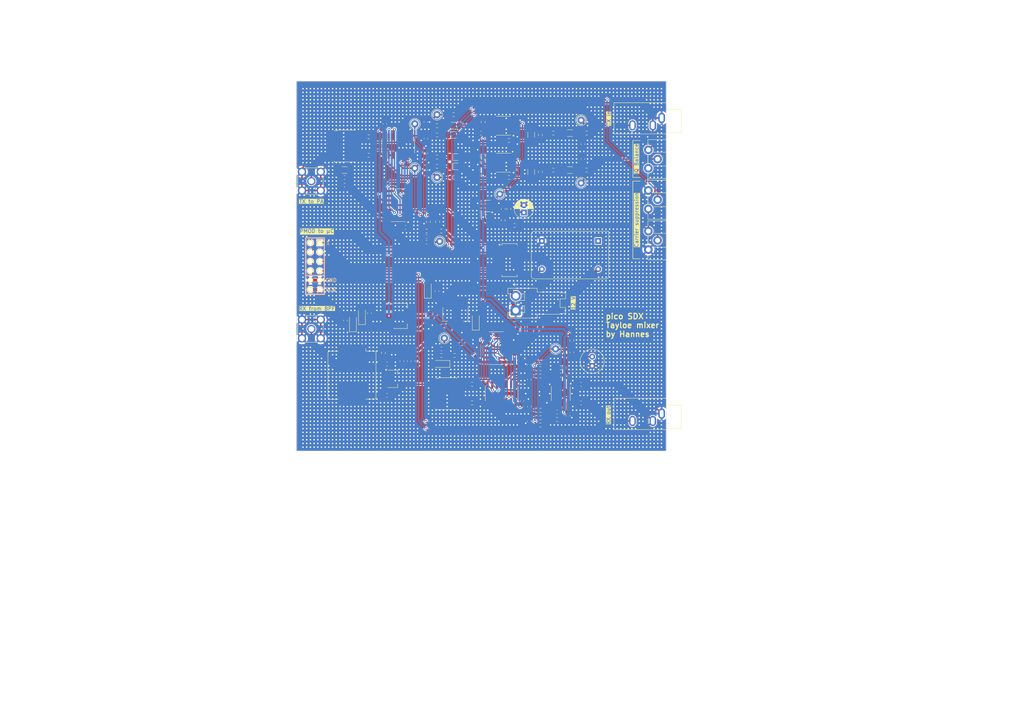
<source format=kicad_pcb>
(kicad_pcb (version 20240108) (generator "pcbnew") (generator_version "8.0")
  (layers (0 "F.Cu" signal) (31 "B.Cu" signal) (34 "B.Paste" user) (35 "F.Paste" user) (36 "B.SilkS" user "B.Silkscreen") (37 "F.SilkS" user "F.Silkscreen") (38 "B.Mask" user) (39 "F.Mask" user) (44 "Edge.Cuts" user))
  (net 0 "")
  (net 1 "GND")
  (net 2 "RX_I")
  (net 3 "RX_Q")
  (net 4 "/Downconverter/2.5V_TR")
  (net 5 "/Downconverter/2.5V_OPAMP")
  (net 6 "/Upconverter/BIAS")
  (net 7 "Net-(C24-Pad1)")
  (net 8 "/Upconverter/BIAS_I")
  (net 9 "/Upconverter/~{BIAS_I}")
  (net 10 "/Upconverter/BIAS_Q")
  (net 11 "/Upconverter/~{BIAS_Q}")
  (net 12 "+5VA")
  (net 13 "+12V")
  (net 14 "/Buffer Amplifier/RF in")
  (net 15 "Net-(R1-Pad1)")
  (net 16 "Net-(R1-Pad2)")
  (net 17 "Net-(R2-Pad2)")
  (net 18 "Net-(C8-Pad2)")
  (net 19 "Net-(C9-Pad2)")
  (net 20 "Net-(C10-Pad2)")
  (net 21 "Net-(C11-Pad2)")
  (net 22 "Net-(R2-Pad1)")
  (net 23 "Net-(C12-Pad1)")
  (net 24 "Net-(U8A-+)")
  (net 25 "Net-(R27-Pad2)")
  (net 26 "Net-(C13-Pad1)")
  (net 27 "Net-(U8B-+)")
  (net 28 "/Buffer Amplifier/RF out")
  (net 29 "Net-(C50-Pad1)")
  (net 30 "TX_I")
  (net 31 "TX_Q")
  (net 32 "/Upconverter/TX_OUT")
  (net 33 "Net-(C23-Pad1)")
  (net 34 "Net-(C25-Pad2)")
  (net 35 "Net-(C26-Pad2)")
  (net 36 "/Downconverter/~{CLK_I}")
  (net 37 "/Downconverter/CLK_Q")
  (net 40 "SCL")
  (net 41 "/Downconverter/~{CLK_Q}")
  (net 42 "/Downconverter/CLK_I")
  (net 43 "Net-(C27-Pad2)")
  (net 44 "Net-(C28-Pad2)")
  (net 45 "Net-(C28-Pad1)")
  (net 46 "Net-(C29-Pad2)")
  (net 47 "Net-(C30-Pad2)")
  (net 48 "Net-(C30-Pad1)")
  (net 49 "Net-(U11-+)")
  (net 50 "Net-(C46-Pad2)")
  (net 51 "/Upconverter/2.5V")
  (net 52 "/Upconverter/CLK_I")
  (net 53 "/Upconverter/~{CLK_Q}")
  (net 54 "/Upconverter/~{CLK_I}")
  (net 55 "/Upconverter/CLK_Q")
  (net 56 "Net-(C47-Pad1)")
  (net 57 "Net-(U8A--)")
  (net 58 "Net-(U8B--)")
  (net 59 "Net-(R15-Pad1)")
  (net 60 "Net-(U10A--)")
  (net 61 "Net-(U10B--)")
  (net 62 "Net-(R27-Pad1)")
  (net 63 "Net-(R28-Pad2)")
  (net 64 "Net-(R28-Pad1)")
  (net 65 "Net-(R29-Pad2)")
  (net 66 "Net-(R33-Pad2)")
  (net 67 "Net-(R35-Pad1)")
  (net 68 "RX_LO")
  (net 69 "TX_LO")
  (net 70 "INT")
  (net 72 "Net-(C27-Pad1)")
  (net 73 "Net-(C29-Pad1)")
  (net 74 "Net-(U14A--)")
  (net 75 "Net-(U14B--)")
  (net 78 "+3.3V")
  (net 85 "Net-(U3-CLKIN)")
  (net 88 "SDA")
  (footprint "Resistor_SMD:R_0603_1608Metric" (layer "F.Cu") (at 148.457 90.5305 -90)
    (property "Reference" "R14" (hide yes))
    (property "Value" "1k")
  )
  (footprint "Capacitor_SMD:C_1206_3216Metric" (layer "F.Cu") (at 139.235 41.686 -90)
    (property "Reference" "C52" (hide yes))
    (property "Value" "100pF")
  )
  (footprint "Capacitor_SMD:C_0603_1608Metric" (layer "F.Cu") (at 110.735 28.186 90)
    (property "Reference" "C36" (hide yes))
    (property "Value" "22nF")
  )
  (footprint "Resistor_SMD:R_0603_1608Metric" (layer "F.Cu") (at 141.735 96.911)
    (property "Reference" "R3" (hide yes))
    (property "Value" "100R")
  )
  (footprint "Resistor_SMD:R_0603_1608Metric" (layer "F.Cu") (at 126.235 28.186 -90)
    (property "Reference" "R20" (hide yes))
    (property "Value" "10k")
  )
  (footprint "TestPoint:TestPoint_Loop_D1.80mm_Drill1.0mm_Beaded" (layer "F.Cu") (at 130.735 47.686)
    (property "Reference" "TP11" (hide yes))
    (property "Value" "TestPoint")
  )
  (footprint "Resistor_SMD:R_0603_1608Metric" (layer "F.Cu") (at 133.235 43.186 180)
    (property "Reference" "R17" (hide yes))
    (property "Value" "10k")
  )
  (footprint "Capacitor_SMD:C_0603_1608Metric" (layer "F.Cu") (at 113.735 73.961 90)
    (property "Reference" "C2" (hide yes))
    (property "Value" "100nF")
  )
  (footprint "Resistor_SMD:R_0603_1608Metric" (layer "F.Cu") (at 146.235 108.686)
    (property "Reference" "R9" (hide yes))
    (property "Value" "2.2k")
  )
  (footprint "Capacitor_SMD:C_1206_3216Metric" (layer "F.Cu") (at 118.235 29.186 180)
    (property "Reference" "C30" (hide yes))
    (property "Value" "10µF")
  )
  (footprint "Capacitor_SMD:C_0603_1608Metric" (layer "F.Cu") (at 100.235 93.686)
    (property "Reference" "C46" (hide yes))
    (property "Value" "1µF")
  )
  (footprint "Package_TO_SOT_SMD:SOT-23-5" (layer "F.Cu") (at 127.3675 50.902888 180)
    (property "Reference" "U11" (hide yes))
    (property "Value" "LM321")
  )
  (footprint "Resistor_SMD:R_0603_1608Metric" (layer "F.Cu") (at 131.647 54.778888 90)
    (property "Reference" "R25" (hide yes))
    (property "Value" "10k")
  )
  (footprint "Resistor_SMD:R_0603_1608Metric" (layer "F.Cu") (at 154.235 31.186 180)
    (property "Reference" "R16" (hide yes))
    (property "Value" "2.7k")
  )
  (footprint "Capacitor_SMD:C_0603_1608Metric" (layer "F.Cu") (at 88.96 81.8735 90)
    (property "Reference" "C1" (hide yes))
    (property "Value" "100nF")
  )
  (footprint "Resistor_SMD:R_0603_1608Metric" (layer "F.Cu") (at 141.735 93.186 180)
    (property "Reference" "R8" (hide yes))
    (property "Value" "2.2k")
  )
  (footprint "Resistor_SMD:R_0603_1608Metric" (layer "F.Cu") (at 141.735 108.186)
    (property "Reference" "R6" (hide yes))
    (property "Value" "100R")
  )
  (footprint "TestPoint:TestPoint_Loop_D1.80mm_Drill1.0mm_Beaded" (layer "F.Cu") (at 152.735 44.686)
    (property "Reference" "TP5" (hide yes))
    (property "Value" "TestPoint")
  )
  (footprint "TestPoint:TestPoint_Loop_D1.80mm_Drill1.0mm_Beaded" (layer "F.Cu") (at 115.735 86.686)
    (property "Reference" "TP3" (hide yes))
    (property "Value" "RX_TR_Midpoint")
  )
  (footprint "Capacitor_SMD:C_0603_1608Metric" (layer "F.Cu") (at 138.735 97.911 90)
    (property "Reference" "C8" (hide yes))
    (property "Value" "22nF")
  )
  (footprint "Capacitor_Tantalum_SMD:CP_EIA-3216-18_Kemet-A" (layer "F.Cu") (at 124.235 82.186 90)
    (property "Reference" "C6" (hide yes))
    (property "Value" "1µF")
  )
  (footprint "Resistor_SMD:R_0603_1608Metric" (layer "F.Cu") (at 111.41 55.186 -90)
    (property "Reference" "R30" (hide yes))
    (property "Value" "2.2k")
  )
  (footprint "Capacitor_Tantalum_SMD:CP_EIA-3216-18_Kemet-A" (layer "F.Cu") (at 111.235 73.536 90)
    (property "Reference" "C4" (hide yes))
    (property "Value" "1µF")
  )
  (footprint "Capacitor_SMD:C_0603_1608Metric" (layer "F.Cu") (at 88.735 45.25 180)
    (property "Reference" "C41" (hide yes))
    (property "Value" "10nF")
  )
  (footprint "Resistor_SMD:R_0603_1608Metric" (layer "F.Cu") (at 141.735 106.186)
    (property "Reference" "R5" (hide yes))
    (property "Value" "100R")
  )
  (footprint "Resistor_SMD:R_0603_1608Metric" (layer "F.Cu") (at 99.235 90.686 90)
    (property "Reference" "R36" (hide yes))
    (property "Value" "1.8R")
  )
  (footprint "Capacitor_SMD:C_0603_1608Metric" (layer "F.Cu") (at 146.235 106.686 180)
    (property "Reference" "C13" (hide yes))
    (property "Value" "330pF")
  )
  (footprint "Resistor_SMD:R_0603_1608Metric" (layer "F.Cu") (at 110.91 57.686 180)
    (property "Reference" "R32" (hide yes))
    (property "Value" "2.2k")
  )
  (footprint "Capacitor_SMD:C_0603_1608Metric" (layer "F.Cu") (at 110.735 36.686 90)
    (property "Reference" "C34" (hide yes))
    (property "Value" "22nF")
  )
  (footprint "Capacitor_SMD:C_1206_3216Metric" (layer "F.Cu") (at 149.735 31.186 180)
    (property "Reference" "C26" (hide yes))
    (property "Value" "10µF")
  )
  (footprint "Capacitor_SMD:C_0603_1608Metric" (layer "F.Cu") (at 127.075 53.762888)
    (property "Reference" "C38" (hide yes))
    (property "Value" "100nF")
  )
  (footprint "Capacitor_SMD:C_0603_1608Metric" (layer "F.Cu") (at 95.46 79.9235 90)
    (property "Reference" "C7" (hide yes))
    (property "Value" "100nF")
  )
  (footprint "Package_TO_SOT_SMD:SOT-89-3" (layer "F.Cu") (at 101.735 97.686)
    (property "Reference" "U13" (hide yes))
    (property "Value" "HMC589A")
  )
  (footprint "Capacitor_SMD:C_0603_1608Metric" (layer "F.Cu") (at 138.735 105.186 -90)
    (property "Reference" "C10" (hide yes))
    (property "Value" "22nF")
  )
  (footprint "Resistor_SMD:R_0603_1608Metric" (layer "F.Cu") (at 95.235 32.186 180)
    (property "Reference" "R28" (hide yes))
    (property "Value" "47R")
  )
  (footprint "Resistor_SMD:R_0603_1608Metric" (layer "F.Cu") (at 114.929 91.368 180)
    (property "Reference" "R12" (hide yes))
    (property "Value" "1k")
  )
  (footprint "Capacitor_SMD:C_0603_1608Metric" (layer "F.Cu") (at 135.46 93.186)
    (property "Reference" "C14" (hide yes))
    (property "Value" "100nF")
  )
  (footprint "Connector_JST:JST_VH_S2P-VH_1x02_P3.96mm_Horizontal" (layer "F.Cu") (at 135.035 79.186 90)
    (property "Reference" "J1" (hide yes))
    (property "Value" "Conn_01x02_Pin")
  )
  (footprint "Resistor_SMD:R_0603_1608Metric" (layer "F.Cu") (at 145.235 41.186 180)
    (property "Reference" "R39" (hide yes))
    (property "Value" "7.5k")
  )
  (footprint "Capacitor_SMD:C_1206_3216Metric" (layer "F.Cu") (at 118.735 40.186 180)
    (property "Reference" "C27" (hide yes))
    (property "Value" "10µF")
  )
  (footprint "Capacitor_SMD:C_0603_1608Metric" (layer "F.Cu") (at 136.735 103.686 90)
    (property "Reference" "C17" (hide yes))
    (property "Value" "100nF")
  )
  (footprint "Capacitor_SMD:C_0603_1608Metric" (layer "F.Cu") (at 114.929 89.59 180)
    (property "Reference" "C18" (hide yes))
    (property "Value" "10nF")
  )
  (footprint "Capacitor_SMD:C_0603_1608Metric" (layer "F.Cu") (at 110.91 60.686 180)
    (property "Reference" "C45" (hide yes))
    (property "Value" "100nF")
  )
  (footprint "TestPoint:TestPoint_Loop_D1.80mm_Drill1.0mm_Beaded" (layer "F.Cu") (at 114.479 60.48)
    (property "Reference" "TP12" (hide yes))
    (property "Value" "TestPoint")
  )
  (footprint "Capacitor_SMD:C_0603_1608Metric" (layer "F.Cu") (at 150.235 90.5305 -90)
    (property "Reference" "C19" (hide yes))
    (property "Value" "100nF")
  )
  (footprint "Capacitor_SMD:C_1206_3216Metric" (layer "F.Cu") (at 139.235 31.686 -90)
    (property "Reference" "C53" (hide yes))
    (property "Value" "100pF")
  )
  (footprint "Capacitor_Tantalum_SMD:CP_EIA-3216-18_Kemet-A" (layer "F.Cu") (at 93.428 80.6855 90)
    (property "Reference" "C5" (hide yes))
    (property "Value" "1µF")
  )
  (footprint "Resistor_SMD:R_0603_1608Metric" (layer "F.Cu") (at 141.735 94.911)
    (property "Reference" "R4" (hide yes))
    (property "Value" "100R")
  )
  (footprint "Resistor_SMD:R_0603_1608Metric" (layer "F.Cu") (at 113.735 37.686 180)
    (property "Reference" "R22" (hide yes))
    (property "Value" "51R")
  )
  (footprint "Resistor_SMD:R_0603_1608Metric" (layer "F.Cu") (at 123.235 104.186)
    (property "Reference" "R2" (hide yes))
    (property "Value" "82R")
  )
  (footprint "Resistor_SMD:R_0603_1608Metric" (layer "F.Cu") (at 133.171 51.730888 90)
    (property "Reference" "R26" (hide yes))
    (property "Value" "10k")
  )
  (footprint "Capacitor_SMD:C_0603_1608Metric" (layer "F.Cu") (at 88.735 43.218 180)
    (property "Reference" "C39" (hide yes))
    (property "Value" "100nF")
  )
  (footprint "Capacitor_SMD:C_0603_1608Metric" (layer "F.Cu") (at 152.735 99.186 180)
    (property "Reference" "C15" (hide yes))
    (property "Value" "1µF")
  )
  (footprint "Capacitor_SMD:C_0603_1608Metric" (layer "F.Cu") (at 100.235 102.186)
    (property "Reference" "C50" (hide yes))
    (property "Value" "1µF")
  )
  (footprint "Capacitor_SMD:C_0603_1608Metric" (layer "F.Cu") (at 138.735 93.911 -90)
    (property "Reference" "C9" (hide yes))
    (property "Value" "22nF")
  )
  (footprint "Capacitor_SMD:C_0603_1608Metric" (layer "F.Cu") (at 110.735 41.186 -90)
    (property "Reference" "C33" (hide yes))
    (property "Value" "22nF")
  )
  (footprint "Resistor_SMD:R_0603_1608Metric" (layer "F.Cu") (at 113.735 29.186 180)
    (property "Reference" "R24" (hide yes))
    (property "Value" "51R")
  )
  (footprint "Capacitor_SMD:C_0603_1608Metric" (layer "F.Cu") (at 105.235 56.686 180)
    (property "Reference" "C42" (hide yes))
    (property "Value" "100nF")
  )
  (footprint "TestPoint:TestPoint_Loop_D1.80mm_Drill1.0mm_Beaded" (layer "F.Cu") (at 107.735 40.686)
    (property "Reference" "TP8" (hide yes))
    (property "Value" "TestPoint")
  )
  (footprint "Capacitor_SMD:C_0603_1608Metric" (layer "F.Cu") (at 125.735 41.186 180)
    (property "Reference" "C44" (hide yes))
    (property "Value" "100nF")
  )
  (footprint "Resistor_SMD:R_0603_1608Metric" (layer "F.Cu") (at 118.235 43.186)
    (property "Reference" "R29" (hide yes))
    (property "Value" "2.2k")
  )
  (footprint "Connector_Audio:Jack_3.5mm_CUI_SJ1-3533NG_Horizontal" (layer "F.Cu") (at 174.535 107.086 -90)
    (property "Reference" "J6" (hide yes))
    (property "Value" "AudioJack3")
  )
  (footprint "Potentiometer_THT:Potentiometer_Piher_PT-10-H01_Horizontal" (layer "F.Cu") (at 170.935 57.711)
    (property "Reference" "RV2" (hide yes))
    (property "Value" "1k")
  )
  (footprint "Resistor_SMD:R_0603_1608Metric" (layer "F.Cu") (at 113.91 55.186 90)
    (property "Reference" "R34" (hide yes))
    (property "Value" "2.2k")
  )
  (footprint "Connector_Audio:Jack_3.5mm_CUI_SJ1-3533NG_Horizontal" (layer "F.Cu") (at 174.535 27.086 -90)
    (property "Reference" "J7" (hide yes))
    (property "Value" "AudioJack3")
  )
  (footprint "Capacitor_SMD:C_0603_1608Metric" (layer "F.Cu") (at 153.235 38.186 90)
    (property "Reference" "C23" (hide yes))
    (property "Value" "220pF")
  )
  (footprint "Package_SO:SOIC-14_3.9x8.7mm_P1.27mm" (layer "F.Cu") (at 131.235 101.686 -90)
    (property "Reference" "U7" (hide yes))
    (property "Value" "4066")
  )
  (footprint "Oscillator:Oscillator_DIP-14" (layer "F.Cu") (at 157.355 60.376 180)
    (property "Reference" "X8" (hide yes))
    (property "Value" "TCXO-14")
  )
  (footprint "Connector_Coaxial:SMA_Molex_73251-2200_Horizontal" (layer "F.Cu") (at 79.735 44.186 90)
    (property "Reference" "J5" (hide yes))
    (property "Value" "Conn_Coaxial")
  )
  (footprint "Resistor_SMD:R_0603_1608Metric" (layer "F.Cu") (at 141.735 110.186 180)
    (property "Reference" "R10" (hide yes))
    (property "Value" "2.2k")
  )
  (footprint "TestPoint:TestPoint_Loop_D1.80mm_Drill1.0mm_Beaded" (layer "F.Cu") (at 152.735 27.686)
    (property "Reference" "TP6" (hide yes))
    (property "Value" "TestPoint")
  )
  (footprint "Resistor_SMD:R_0603_1608Metric" (layer "F.Cu") (at 154.235 41.186 180)
    (property "Reference" "R15" (hide yes))
    (property "Value" "2.2k")
  )
  (footprint "Capacitor_SMD:C_0603_1608Metric" (layer "F.Cu") (at 110.735 32.686 -90)
    (property "Reference" "C35" (hide yes))
    (property "Value" "22nF")
  )
  (footprint "Capacitor_THT:C_Radial_D6.3mm_H11.0mm_P2.50mm" (layer "F.Cu") (at 155.735 91.686 -90)
    (property "Reference" "C22" (hide yes))
    (property "Value" "330µF")
  )
  (footprint "Capacitor_SMD:C_0603_1608Metric" (layer "F.Cu") (at 152.735 104.186 180)
    (property "Reference" "C16" (hide yes))
    (property "Value" "1µF")
  )
  (footprint "Capacitor_SMD:C_0603_1608Metric" (layer "F.Cu") (at 131.647 51.730888 90)
    (property "Reference" "C32" (hide yes))
    (property "Value" "100nF")
  )
  (footprint "Resistor_SMD:R_0603_1608Metric" (layer "F.Cu") (at 113.735 40.186 180)
    (property "Reference" "R21" (hide yes))
    (property "Value" "51R")
  )
  (footprint "TestPoint:TestPoint_Loop_D1.80mm_Drill1.0mm_Beaded" (layer "F.Cu") (at 107.735 28.686)
    (property "Reference" "TP9" (hide yes))
    (property "Value" "TestPoint")
  )
  (footprint "TestPoint:TestPoint_Loop_D1.80mm_Drill1.0mm_Beaded" (layer "F.Cu") (at 113.735 43.186)
    (property "Reference" "TP7" (hide yes))
    (property "Value" "TestPoint")
  )
  (footprint "Resistor_SMD:R_0603_1608Metric" (layer "F.Cu") (at 134.735 56.186)
    (property "Reference" "R33" (hide yes))
    (property "Value" "1.2k")
  )
  (footprint "Capacitor_SMD:C_0603_1608Metric" (layer "F.Cu") (at 99.625 28.686 90)
    (property "Reference" "C40" (hide yes))
    (property "Value" "100nF")
  )
  (footprint "Capacitor_SMD:C_0603_1608Metric" (layer "F.Cu") (at 110.91 59.186 180)
    (property "Reference" "C43" (hide yes))
    (property "Value" "100nF")
  )
  (footprint "Resistor_SMD:R_0603_1608Metric" (layer "F.Cu") (at 141.735 41.686 -90)
    (property "Reference" "R38" (hide yes))
    (property "Value" "10k")
  )
  (footprint "Resistor_SMD:R_0603_1608Metric" (layer "F.Cu") (at 133.235 33.186 180)
    (property "Reference" "R18" (hide yes))
    (property "Value" "10k")
  )
  (footprint "Resistor_SMD:R_0603_1608Metric" (layer "F.Cu") (at 147.235 94.686)
    (property "Reference" "R7" (hide yes))
    (property "Value" "2.2k")
  )
  (footprint "Capacitor_SMD:C_0603_1608Metric" (layer "F.Cu") (at 138.735 109.186 90)
    (property "Reference" "C11" (hide yes))
    (property "Value" "22nF")
  )
  (footprint "pico-sdx:Transformer_MiniCircuits_ADT1-6T+" (layer "F.Cu") (at 116.235 101.686 -90)
    (property "Reference" "T1" (hide yes))
    (property "Value" "T-622")
  )
  (footprint "Capacitor_SMD:C_0603_1608Metric" (layer "F.Cu") (at 108.235 92.911 -90)
    (property "Reference" "C47" (hide yes))
    (property "Value" "2.2µF")
  )
  (footprint "Inductor_SMD:L_Bourns_SRR1208_12.7x12.7mm" (layer "F.Cu") (at 90.735 96.686 -90)
    (property "Reference" "L1" (hide yes))
    (property "Value" "27µH")
  )
  (footprint "Package_SO:SOIC-8_3.9x4.9mm_P1.27mm" (layer "F.Cu") (at 131.735 39.186 180)
    (property "Reference" "U10" (hide yes))
    (property "Value" "OPA1602")
  )
  (footprint "Package_TO_SOT_SMD:SOT-223-3_TabPin2" (layer "F.Cu") (at 103.8 80.661)
    (property "Reference" "U17" (hide yes))
    (property "Value" "LT1117-3.3")
  )
  (footprint "Package_SO:SOIC-14_3.9x8.7mm_P1.27mm" (layer "F.Cu") (at 129.76 89.376 180)
    (property "Reference" "U6" (hide yes))
    (property "Value" "74HC74")
  )
  (footprint "Resistor_SMD:R_0603_1608Metric" (layer "F.Cu") (at 126.235 38.186 -90)
    (property "Reference" "R19" (hide yes))
    (property "Value" "10k")
  )
  (footprint "Capacitor_SMD:C_1206_3216Metric" (layer "F.Cu") (at 118.735 37.686 180)
    (property "Reference" "C28" (hide yes))
    (property "Value" "10µF")
  )
  (footprint "Capacitor_SMD:C_0603_1608Metric" (layer "F.Cu") (at 149.235 107.686 -90)
    (property "Reference" "C20" (hide yes))
    (property "Value" "100nF")
  )
  (footprint "Resistor_SMD:R_0603_1608Metric" (layer "F.Cu") (at 141.735 31.686 -90)
    (property "Reference" "R37" (hide yes))
    (property "Value" "10k")
  )
  (footprint "Potentiometer_THT:Potentiometer_Piher_PT-10-H01_Horizontal" (layer "F.Cu") (at 170.935 46.711)
    (property "Reference" "RV3" (hide yes))
    (property "Value" "1k")
  )
  (footprint "Capacitor_Tantalum_SMD:CP_EIA-3216-18_Kemet-A" (layer "F.Cu") (at 90.992 82.6355 90)
    (property "Reference" "C3" (hide yes))
    (property "Value" "1µF")
  )
  (footprint "Package_SO:SOIC-14_3.9x8.7mm_P1.27mm" (layer "F.Cu") (at 103.235 34.686 90)
    (property "Reference" "U12" (hide yes))
    (property "Value" "4066")
  )
  (footprint "Capacitor_SMD:C_0603_1608Metric" (layer "F.Cu") (at 125.622 31.186 180)
    (property "Reference" "C51" (hide yes))
    (property "Value" "100nF")
  )
  (footprint "TestPoint:TestPoint_Loop_D1.80mm_Drill1.0mm_Beaded" (layer "F.Cu") (at 113.735 26.186 180)
    (property "Reference" "TP10" (hide yes))
    (property "Value" "TestPoint")
  )
  (footprint "Connector_Coaxial:SMA_Molex_73251-2200_Horizontal" (layer "F.Cu") (at 79.735 84.186 90)
    (property "Reference" "J4" (hide yes))
    (property "Value" "Conn_Coaxial")
  )
  (footprint "Resistor_SMD:R_0603_1608Metric" (layer "F.Cu") (at 123.235 99.186)
    (property "Reference" "R1" (hide yes))
    (property "Value" "82R")
  )
  (footprint "Capacitor_Tantalum_SMD:CP_EIA-3216-18_Kemet-A" (layer "F.Cu") (at 114.929 93.654 180)
    (property "Reference" "C21" (hide yes))
    (property "Value" "1µF")
  )
  (footprint "pmod-conn_6x2:pmod_pin_array_6x2" (layer "F.Cu") (at 80.735 67.186)
    (property "Reference" "P1" (hide yes))
    (property "Value" "PMOD-Device-x2-Type-Generic-Alt" (hide yes))
  )
  (footprint "pico-sdx:Transformer_MiniCircuits_ADT1-6T+" (layer "F.Cu") (at 88.735 34.686 -90)
    (property "Reference" "T2" (hide yes))
    (property "Value" "Transformer_SP_1S")
  )
  (footprint "Package_SO:SOIC-8_3.9x4.9mm_P1.27mm" (layer "F.Cu") (at 131.735 29.186 180)
    (property "Reference" "U14" (hide yes))
    (property "Value" "OPA1602")
  )
  (footprint "Resistor_SMD:R_0603_1608Metric" (layer "F.Cu") (at 145.235 31.186 180)
    (property "Reference" "R40" (hide yes))
    (property "Value" "7.5k")
  )
  (footprint "Capacitor_SMD:C_1206_3216Metric" (layer "F.Cu") (at 88.735 41.186 180)
    (property "Reference" "C37" (hide yes))
    (property "Value" "10µF")
  )
  (footprint "Resistor_SMD:R_0603_1608Metric" (layer "F.Cu") (at 118.485 91.368 180)
    (property "Reference" "R11" (hide yes))
    (property "Value" "1k")
  )
  (footprint "Package_TO_SOT_SMD:SOT-223-3_TabPin2" (layer "F.Cu") (at 118.735 80.186 -90)
    (property "Reference" "U5" (hide yes))
    (property "Value" "LT1117-5.0")
  )
  (footprint "Capacitor_THT:CP_Radial_D5.0mm_P2.00mm" (layer "F.Cu") (at 137.235 52.686 90)
    (property "Reference" "C31" (hide yes))
    (property "Value" "47µF")
  )
  (footprint "Capacitor_SMD:C_0603_1608Metric" (layer "F.Cu") (at 106.235 92.911 -90)
    (property "Reference" "C48" (hide yes))
    (property "Value" "1000pF")
  )
  (footprint "Capacitor_SMD:C_0603_1608Metric" (layer "F.Cu") (at 153.235 34.186 -90)
    (property "Reference" "C24" (hide yes))
    (property "Value" "220pF")
  )
  (footprint "Potentiometer_THT:Potentiometer_Piher_PT-10-H01_Horizontal" (layer "F.Cu") (at 170.935 35.711)
    (property "Reference" "RV1" (hide yes))
    (property "Value" "1k")
  )
  (footprint "Resistor_SMD:R_0603_1608Metric" (layer "F.Cu") (at 95.235 37.186 180)
    (property "Reference" "R27" (hide yes))
    (property "Value" "47R")
  )
  (footprint "Package_SO:SOIC-8_3.9x4.9mm_P1.27mm" (layer "F.Cu") (at 147.235 101.686 -90)
    (property "Reference" "U8" (hide yes))
    (property "Value" "OPA2350")
  )
  (footprint "Capacitor_SMD:C_1206_3216Metric" (layer "F.Cu") (at 149.735 41.186 180)
    (property "Reference" "C25" (hide yes))
    (property "Value" "10µF")
  )
  (footprint "Package_SO:QSOP-24_3.9x8.7mm_P0.635mm" (layer "F.Cu") (at 133.3725 65.5585)
    (property "Reference" "U3" (hide yes))
    (property "Value" "Si5351C-B-GU")
  )
  (footprint "Resistor_SMD:R_0603_1608Metric" (layer "F.Cu") (at 113.735 31.686 180)
    (property "Reference" "R23" (hide yes))
    (property "Value" "51R")
  )
  (footprint "Resistor_SMD:R_0603_1608Metric" (layer "F.Cu") (at 150.235 87.2915 -90)
    (property "Reference" "R13" (hide yes))
    (property "Value" "1k")
  )
  (footprint "Capacitor_SMD:C_0603_1608Metric" (layer "F.Cu") (at 104.235 92.911 -90)
    (property "Reference" "C49" (hide yes))
    (property "Value" "100pF")
  )
  (footprint "Capacitor_SMD:C_1206_3216Metric" (layer "F.Cu") (at 118.235 31.686 180)
    (property "Reference" "C29" (hide yes))
    (property "Value" "10µF")
  )
  (footprint "Resistor_SMD:R_0603_1608Metric" (layer "F.Cu") (at 114.91 57.686 180)
    (property "Reference" "R31" (hide yes))
    (property "Value" "2.2k")
  )
  (footprint "Capacitor_SMD:C_0603_1608Metric" (layer "F.Cu") (at 147.235 96.686 180)
    (property "Reference" "C12" (hide yes))
    (property "Value" "330pF")
  )
  (footprint "Package_SO:SOIC-14_3.9x8.7mm_P1.27mm" (layer "F.Cu") (at 103.235 50.686 180)
    (property "Reference" "U9" (hide yes))
    (property "Value" "74HC74")
  )
  (footprint "TestPoint:TestPoint_Loop_D1.80mm_Drill1.0mm_Beaded" (layer "F.Cu") (at 145.842 89.578888)
    (property "Reference" "TP4" (hide yes))
    (property "Value" "RX_OPAMP_Midpoint")
  )
  (footprint "Resistor_SMD:R_0603_1608Metric" (layer "F.Cu") (at 118.235 26.186 180)
    (property "Reference" "R35" (hide yes))
    (property "Value" "2.2k")
  )
  (gr_line (start 166.735 65.186) (end 168.735 65.186) (stroke (width 0.15)) (layer "F.SilkS"))
  (gr_line (start 168.735 44.186) (end 166.735 44.186) (stroke (width 0.15)) (layer "F.SilkS"))
  (gr_line (start 168.735 33.186) (end 166.735 33.186) (stroke (width 0.15)) (layer "F.SilkS"))
  (gr_line (start 166.735 44.186) (end 166.735 65.186) (stroke (width 0.15)) (layer "F.SilkS"))
  (gr_line (start 166.735 43.186) (end 168.735 43.186) (stroke (width 0.15)) (layer "F.SilkS"))
  (gr_line (start 166.735 33.186) (end 166.735 43.186) (stroke (width 0.15)) (layer "F.SilkS"))
  (gr_poly (pts (xy 75.735 17.186) (xy 175.735 17.186) (xy 175.735 67.186) (xy 175.735 92.186) (xy 175.735 117.186) (xy 75.735 117.186)) (stroke (width 0.1)) (fill none) (layer "Edge.Cuts"))
  (gr_text "12 V" (at 151.235 77.186 90) (layer "F.SilkS" knockout) (effects (font (size 1 1)) (justify bottom)))
  (gr_text "Carrier suppression" (at 167.735 54.686 90) (layer "F.SilkS" knockout) (effects (font (size 1 1))))
  (gr_text "RX from BPF" (at 81.235 78.686 0) (layer "F.SilkS" knockout) (effects (font (size 1 1))))
  (gr_text "+" (at 134.735 72.686 0) (layer "F.SilkS") (effects (font (size 1 1)) (justify bottom)))
  (gr_text "IQ Balance" (at 167.735 38.186 90) (layer "F.SilkS" knockout) (effects (font (size 1 1))))
  (gr_text "PMOD to µC" (at 81.235 57.686 0) (layer "F.SilkS" knockout) (effects (font (size 1 1))))
  (gr_text "pico SDX\nTayloe mixer\nby Hannes" (at 159.235 83.186 0) (layer "F.SilkS") (effects (font (size 1.5 1.5) (thickness 0.3) (bold yes)) (justify left)))
  (gr_text "-" (at 134.735 82.686 0) (layer "F.SilkS") (effects (font (size 1 1)) (justify bottom)))
  (gr_text "TX in" (at 160.235 27.186 90) (layer "F.SilkS" knockout) (effects (font (size 1 1))))
  (gr_text "RX out" (at 160.735 110.186 90) (layer "F.SilkS" knockout) (effects (font (size 1 1)) (justify left bottom)))
  (gr_text "TX to PA" (at 79.735 49.686 0) (layer "F.SilkS" knockout) (effects (font (size 1 1))))
  (segment (start 134.21 36.211012) (end 134.209994 36.211006) (width 0.4) (layer "F.Cu") (net 1))
  (segment (start 137.225 66.183378) (end 137.225 65.568622) (width 0.4) (layer "F.Cu") (net 1))
  (segment (start 136.235 93.186) (end 137.235 93.186) (width 0.4) (layer "F.Cu") (net 1))
  (segment (start 90.805 81.0985) (end 90.992 81.2855) (width 0.8) (layer "F.Cu") (net 1))
  (segment (start 82.005 70.996) (end 88.96 77.951) (width 0.8) (layer "F.Cu") (net 1))
  (segment (start 104.235 93.686) (end 113.547 93.686) (width 0.4) (layer "F.Cu") (net 1))
  (segment (start 114.104 93.129) (end 113.579 93.654) (width 0.4) (layer "F.Cu") (net 1))
  (segment (start 135.122622 69.051) (end 136.01 69.051) (width 0.4) (layer "F.Cu") (net 1))
  (segment (start 87.96 41.886) (end 87.26 41.186) (width 0.4) (layer "F.Cu") (net 1))
  (segment (start 124.96 41.186) (end 124.96 39.911) (width 0.4) (layer "F.Cu") (net 1))
  (segment (start 135.035 79.186) (end 135.035 78.166) (width 0.8) (layer "F.Cu") (net 1))
  (segment (start 79.465 70.996) (end 82.005 70.996) (width 0.8) (layer "F.Cu") (net 1))
  (segment (start 124.735 71.68601) (end 113.23501 71.68601) (width 0.8) (layer "F.Cu") (net 1))
  (segment (start 134.21 37.281) (end 134.21 36.161) (width 0.4) (layer "F.Cu") (net 1))
  (segment (start 134.21 36.161) (end 133.734996 35.685996) (width 0.4) (layer "F.Cu") (net 1))
  (segment (start 153.105 37.281) (end 134.21 37.281) (width 0.4) (layer "F.Cu") (net 1))
  (segment (start 136.897378 66.511) (end 136.01 66.511) (width 0.4) (layer "F.Cu") (net 1))
  (segment (start 127.842501 50.902888) (end 128.505 50.902888) (width 0.4) (layer "F.Cu") (net 1))
  (segment (start 110.135 57.736) (end 110.085 57.686) (width 0.4) (layer "F.Cu") (net 1))
  (segment (start 101.35 26.186) (end 99.625 27.911) (width 0.4) (layer "F.Cu") (net 1))
  (segment (start 110.735 35.911) (end 110.960004 35.685996) (width 0.4) (layer "F.Cu") (net 1))
  (segment (start 153.235 34.961) (end 153.235 37.411) (width 0.4) (layer "F.Cu") (net 1))
  (segment (start 153.235 37.411) (end 158.46 32.186) (width 0.4) (layer "F.Cu") (net 1))
  (segment (start 100.65 78.361) (end 96.2475 78.361) (width 0.8) (layer "F.Cu") (net 1))
  (segment (start 142.735 101.686) (end 144.235 101.686) (width 0.4) (layer "F.Cu") (net 1))
  (segment (start 131.9475 66.185878) (end 131.9475 64.931122) (width 0.4) (layer "F.Cu") (net 1))
  (segment (start 131.622378 64.606) (end 130.735 64.606) (width 0.4) (layer "F.Cu") (net 1))
  (segment (start 82.275 46.726) (end 82.275 41.646) (width 0.4) (layer "F.Cu") (net 1))
  (segment (start 87.865 33.3715) (end 87.865 40.581) (width 0.4) (layer "F.Cu") (net 1))
  (segment (start 135.035 78.166) (end 131.662 74.793) (width 0.8) (layer "F.Cu") (net 1))
  (segment (start 131.594 50.902888) (end 131.647 50.955888) (width 0.4) (layer "F.Cu") (net 1))
  (segment (start 77.195 41.646) (end 77.195 46.726) (width 0.4) (layer "F.Cu") (net 1))
  (segment (start 142.735 101.686) (end 150.235 101.686) (width 0.4) (layer "F.Cu") (net 1))
  (segment (start 127.85 53.762888) (end 127.4425 53.355388) (width 0.4) (layer "F.Cu") (net 1))
  (segment (start 77.195 86.726) (end 77.195 81.646) (width 0.4) (layer "F.Cu") (net 1))
  (segment (start 111.235 72.186) (end 110.735 72.186) (width 0.8) (layer "F.Cu") (net 1))
  (segment (start 124.235 75.624) (end 125.066 74.793) (width 0.8) (layer "F.Cu") (net 1))
  (segment (start 137.2225 66.836122) (end 136.897378 66.511) (width 0.4) (layer "F.Cu") (net 1))
  (segment (start 105.71 46.876) (end 110.625 41.961) (width 0.4) (layer "F.Cu") (net 1))
  (segment (start 87.865 40.581) (end 87.26 41.186) (width 0.4) (layer "F.Cu") (net 1))
  (segment (start 88.96 81.0985) (end 90.805 81.0985) (width 0.8) (layer "F.Cu") (net 1))
  (segment (start 113.579 93.654) (end 115.365 95.44) (width 0.4) (layer "F.Cu") (net 1))
  (segment (start 132.235 85.566) (end 135.615 85.566) (width 0.4) (layer "F.Cu") (net 1))
  (segment (start 137.015112 50.905888) (end 137.235 50.686) (width 0.4) (layer "F.Cu") (net 1))
  (segment (start 103.8725 93.686) (end 99.8725 97.686) (width 0.4) (layer "F.Cu") (net 1))
  (segment (start 110.960004 35.685996) (end 124.735 35.685996) (width 0.4) (layer "F.Cu") (net 1))
  (segment (start 133.121 50.955888) (end 133.171 50.905888) (width 0.4) (layer "F.Cu") (net 1))
  (segment (start 107.045 37.161) (end 108.295 35.911) (width 0.4) (layer "F.Cu") (net 1))
  (segment (start 113.235 71.686) (end 112.735 72.186) (width 0.8) (layer "F.Cu") (net 1))
  (segment (start 166.96 50.686) (end 137.235 50.686) (width 0.4) (layer "F.Cu") (net 1))
  (segment (start 138.735006 101.686) (end 137.735 101.686) (width 0.4) (layer "F.Cu") (net 1))
  (segment (start 91.478 81.2855) (end 93.428 79.3355) (width 0.8) (layer "F.Cu") (net 1))
  (segment (start 110.735 41.961) (end 110.96 41.961) (width 0.4) (layer "F.Cu") (net 1))
  (segment (start 88.155 97.686) (end 99.8725 97.686) (width 0.4) (layer "F.Cu") (net 1))
  (segment (start 86.6395 32.146) (end 87.865 33.3715) (width 0.4) (layer "F.Cu") (net 1))
  (segment (start 110.625 41.961) (end 110.735 41.961) (width 0.4) (layer "F.Cu") (net 1))
  (segment (start 130.735 66.511) (end 126.06 66.511) (width 0.4) (layer "F.Cu") (net 1))
  (segment (start 138.185 93.686) (end 137.735 93.686) (width 0.4) (layer "F.Cu") (net 1))
  (segment (start 136.735 101.686) (end 138.735 101.686) (width 0.4) (layer "F.Cu") (net 1))
  (segment (start 86.195 32.146) (end 86.6395 32.146) (width 0.4) (layer "F.Cu") (net 1))
  (segment (start 124.735 50.186) (end 125.451888 50.902888) (width 0.4) (layer "F.Cu") (net 1))
  (segment (start 138.009996 109.961) (end 137.734996 109.686) (width 0.4) (layer "F.Cu") (net 1))
  (segment (start 131.9475 66.185878) (end 132.2575 66.185878) (width 0.4) (layer "F.Cu") (net 1))
  (segment (start 138.735 101.686) (end 137.735 101.686) (width 0.4) (layer "F.Cu") (net 1))
  (segment (start 86.195 32.146) (end 85.7505 32.146) (width 0.4) (layer "F.Cu") (net 1))
  (segment (start 104.46 56.686) (end 106.96 59.186) (width 0.4) (layer "F.Cu") (net 1))
  (segment (start 155.735 94.186) (end 161.635 94.186) (width 0.4) (layer "F.Cu") (net 1))
  (segment (start 110.735 27.411) (end 109.51 26.186) (width 0.4) (layer "F.Cu") (net 1))
  (segment (start 115.365 95.44) (end 115.365 103.056) (width 0.4) (layer "F.Cu") (net 1))
  (segment (start 88.96 77.951) (end 88.96 81.0985) (width 0.8) (layer "F.Cu") (net 1))
  (segment (start 131.662 74.793) (end 125.066 74.793) (width 0.8) (layer "F.Cu") (net 1))
  (segment (start 82.275 81.646) (end 82.275 86.726) (width 0.4) (layer "F.Cu") (net 1))
  (segment (start 150.185 91.3555) (end 150.235 91.3055) (width 0.4) (layer "F.Cu") (net 1))
  (segment (start 119.155 109.686) (end 137.734996 109.686) (width 0.4) (layer "F.Cu") (net 1))
  (segment (start 138.735 109.961) (end 138.009996 109.961) (width 0.4) (layer "F.Cu") (net 1))
  (segment (start 126.06 66.511) (end 124.735 65.186) (width 0.4) (layer "F.Cu") (net 1))
  (segment (start 124.847 31.186) (end 124.847 32.798002) (width 0.4) (layer "F.Cu") (net 1))
  (segment (start 127.4425 51.302889) (end 127.842501 50.902888) (width 0.4) (layer "F.Cu") (net 1))
  (segment (start 145.33 99.211) (end 144.26 99.211) (width 0.4) (layer "F.Cu") (net 1))
  (segment (start 82.275 81.646) (end 77.195 81.646) (width 0.4) (layer "F.Cu") (net 1))
  (segment (start 142.735 101.686) (end 138.735006 101.686) (width 0.4) (layer "F.Cu") (net 1))
  (segment (start 131.9475 64.931122) (end 131.622378 64.606) (width 0.4) (layer "F.Cu") (net 1))
  (segment (start 149.235 108.461) (end 149.96 108.461) (width 0.4) (layer "F.Cu") (net 1))
  (segment (start 128.532918 101.686) (end 136.735 101.686) (width 0.4) (layer "F.Cu") (net 1))
  (segment (start 124.96 39.911) (end 124.735 39.686) (width 0.4) (layer "F.Cu") (net 1))
  (segment (start 124.235 80.836) (end 124.235 75.624) (width 0.8) (layer "F.Cu") (net 1))
  (segment (start 93.615 79.1485) (end 93.428 79.3355) (width 0.8) (layer "F.Cu") (net 1))
  (segment (start 131.622378 66.511) (end 131.9475 66.185878) (width 0.4) (layer "F.Cu") (net 1))
  (segment (start 148.457 91.3555) (end 150.185 91.3555) (width 0.4) (layer "F.Cu") (net 1))
  (segment (start 90.43 27.911) (end 99.625 27.911) (width 0.4) (layer "F.Cu") (net 1))
  (segment (start 127.425 99.211) (end 127.425 100.578082) (width 0.4) (layer "F.Cu") (net 1))
  (segment (start 136.735 102.911) (end 136.735 101.686) (width 0.4) (layer "F.Cu") (net 1))
  (segment (start 87.96 45.25) (end 87.96 43.218) (width 0.4) (layer "F.Cu") (net 1))
  (segment (start 137.235 93.186) (end 137.735 93.686) (width 0.4) (layer "F.Cu") (net 1))
  (segment (start 90.992 81.2855) (end 91.478 81.2855) (width 0.8) (layer "F.Cu") (net 1))
  (segment (start 110.735 27.411) (end 110.96 27.411) (width 0.4) (layer "F.Cu") (net 1))
  (segment (start 114.104 91.368) (end 114.104 93.129) (width 0.4) (layer "F.Cu") (net 1))
  (segment (start 110.235 55.686) (end 110.235 57.536) (width 0.4) (layer "F.Cu") (net 1))
  (segment (start 150.235 91.3055) (end 153.1155 94.186) (width 0.4) (layer "F.Cu") (net 1))
  (segment (start 132.2575 66.185878) (end 135.122622 69.051) (width 0.4) (layer "F.Cu") (net 1))
  (segment (start 144.26 99.211) (end 144.235 99.186) (width 0.4) (layer "F.Cu") (net 1))
  (segment (start 137.2225 68.725878) (end 137.2225 66.836122) (width 0.4) (layer "F.Cu") (net 1))
  (segment (start 110.135 59.186) (end 110.135 57.736) (width 0.4) (layer "F.Cu") (net 1))
  (segment (start 109.51 26.186) (end 101.35 26.186) (width 0.4) (layer "F.Cu") (net 1))
  (segment (start 86.195 32.146) (end 90.43 27.911) (width 0.4) (layer "F.Cu") (net 1))
  (segment (start 130.735 66.511) (end 131.622378 66.511) (width 0.4) (layer "F.Cu") (net 1))
  (segment (start 125.451888 50.902888) (end 128.505 50.902888) (width 0.4) (layer "F.Cu") (net 1))
  (segment (start 153.235 37.411) (end 153.105 37.281) (width 0.4) (layer "F.Cu") (net 1))
  (segment (start 114.154 91.318) (end 114.104 91.368) (width 0.4) (layer "F.Cu") (net 1))
  (segment (start 136.897378 69.051) (end 137.2225 68.725878) (width 0.4) (layer "F.Cu") (net 1))
  (segment (start 77.195 86.726) (end 88.155 97.686) (width 0.4) (layer "F.Cu") (net 1))
  (segment (start 134.21 37.281) (end 134.21 36.211012) (width 0.4) (layer "F.Cu") (net 1))
  (segment (start 113.23501 71.68601) (end 113.235 71.686) (width 0.8) (layer "F.Cu") (net 1))
  (segment (start 135.83 27.281) (end 134.21 27.281) (width 0.4) (layer "F.Cu") (net 1))
  (segment (start 113.547 93.686) (end 113.579 93.654) (width 0.4) (layer "F.Cu") (net 1))
  (segment (start 174.535 107.086) (end 174.535 107.786) (width 0.4) (layer "F.Cu") (net 1))
  (segment (start 136.01 69.051) (end 136.897378 69.051) (width 0.4) (layer "F.Cu") (net 1))
  (segment (start 114.154 89.59) (end 114.154 91.318) (width 0.4) (layer "F.Cu") (net 1))
  (segment (start 149.96 108.461) (end 150.235 108.186) (width 0.4) (layer "F.Cu") (net 1))
  (segment (start 136.235 27.686) (end 135.83 27.281) (width 0.4) (layer "F.Cu") (net 1))
  (segment (start 108.295 35.911) (end 110.735 35.911) (width 0.4) (layer "F.Cu") (net 1))
  (segment (start 138.735 98.686) (end 138.735 101.686) (width 0.4) (layer "F.Cu") (net 1))
  (segment (start 124.847 32.798002) (end 125.121396 33.072398) (width 0.4) (layer "F.Cu") (net 1))
  (segment (start 127.425 100.578082) (end 128.532918 101.686) (width 0.4) (layer "F.Cu") (net 1))
  (segment (start 95.46 79.1485) (end 93.615 79.1485) (width 0.8) (layer "F.Cu") (net 1))
  (segment (start 113.695 104.226) (end 119.155 109.686) (width 0.4) (layer "F.Cu") (net 1))
  (segment (start 110.135 60.686) (end 110.135 59.186) (width 0.4) (layer "F.Cu") (net 1))
  (segment (start 135.615 85.566) (end 135.615018 85.566018) (width 0.8) (layer "F.Cu") (net 1))
  (segment (start 133.734996 35.685996) (end 124.735 35.685996) (width 0.4) (layer "F.Cu") (net 1))
  (segment (start 104.235 93.686) (end 103.8725 93.686) (width 0.4) (layer "F.Cu") (net 1))
  (segment (start 77.195 40.7015) (end 77.195 41.646) (width 0.4) (layer "F.Cu") (net 1))
  (segment (start 110.735 33.461) (end 110.735 34.686) (width 0.4) (layer "F.Cu") (net 1))
  (segment (start 138.735 104.411) (end 138.735 101.686) (width 0.4) (layer "F.Cu") (net 1))
  (segment (start 85.7505 32.146) (end 77.195 40.7015) (width 0.4) (layer "F.Cu") (net 1))
  (segment (start 106.96 59.186) (end 110.135 59.186) (width 0.4) (layer "F.Cu") (net 1))
  (segment (start 104.56 78.361) (end 100.65 78.361) (width 0.8) (layer "F.Cu") (net 1))
  (segment (start 158.46 32.186) (end 170.735 32.186) (width 0.4) (layer "F.Cu") (net 1))
  (segment (start 153.1155 94.186) (end 155.735 94.186) (width 0.4) (layer "F.Cu") (net 1))
  (segment (start 77.195 46.726) (end 82.275 46.726) (width 0.4) (layer "F.Cu") (net 1))
  (segment (start 136.045 65.276) (end 136.01 65.241) (width 0.4) (layer "F.Cu") (net 1))
  (segment (start 114.195 104.226) (end 113.695 104.226) (width 0.4) (layer "F.Cu") (net 1))
  (segment (start 110.96 27.411) (end 111.735 28.186) (width 0.4) (layer "F.Cu") (net 1))
  (segment (start 136.932378 65.276) (end 136.045 65.276) (width 0.4) (layer "F.Cu") (net 1))
  (segment (start 112.735 72.186) (end 111.235 72.186) (width 0.8) (layer "F.Cu") (net 1))
  (segment (start 96.2475 78.361) (end 95.46 79.1485) (width 0.8) (layer "F.Cu") (net 1))
  (segment (start 133.171 50.905888) (end 137.015112 50.905888) (width 0.4) (layer "F.Cu") (net 1))
  (segment (start 110.735 72.186) (end 104.56 78.361) (width 0.8) (layer "F.Cu") (net 1))
  (segment (start 138.735 93.136) (end 138.185 93.686) (width 0.4) (layer "F.Cu") (net 1))
  (segment (start 136.897378 66.511) (end 137.225 66.183378) (width 0.4) (layer "F.Cu") (net 1))
  (segment (start 137.225 65.568622) (end 136.932378 65.276) (width 0.4) (layer "F.Cu") (net 1))
  (segment (start 131.647 50.955888) (end 133.121 50.955888) (width 0.4) (layer "F.Cu") (net 1))
  (segment (start 87.96 43.218) (end 87.96 41.886) (width 0.4) (layer "F.Cu") (net 1))
  (segment (start 115.365 103.056) (end 114.195 104.226) (width 0.4) (layer "F.Cu") (net 1))
  (segment (start 110.235 57.536) (end 110.085 57.686) (width 0.4) (layer "F.Cu") (net 1))
  (segment (start 128.505 50.902888) (end 131.594 50.902888) (width 0.4) (layer "F.Cu") (net 1))
  (segment (start 127.4425 53.355388) (end 127.4425 51.302889) (width 0.4) (layer "F.Cu") (net 1))
  (segment (start 110.96 41.961) (end 111.735 41.186) (width 0.4) (layer "F.Cu") (net 1))
  (segment (start 161.635 94.186) (end 174.535 107.086) (width 0.4) (layer "F.Cu") (net 1))
  (segment (start 110.735 34.686) (end 110.735 35.911) (width 0.4) (layer "F.Cu") (net 1))
  (segment (start 170.935 46.711) (end 166.96 50.686) (width 0.4) (layer "F.Cu") (net 1))
  (via (at 87.478 28.165) (size 0.8) (drill 0.4) (layers "F.Cu" "B.Cu") (net 1))
  (via (at 168.478 113.165) (size 0.8) (drill 0.4) (layers "F.Cu" "B.Cu") (net 1))
  (via (at 157.478 115.165) (size 0.8) (drill 0.4) (layers "F.Cu" "B.Cu") (net 1))
  (via (at 95.478 57.165) (size 0.8) (drill 0.4) (layers "F.Cu" "B.Cu") (net 1))
  (via (at 81.478 108.165) (size 0.8) (drill 0.4) (layers "F.Cu" "B.Cu") (net 1))
  (via (at 86.478 100.165) (size 0.8) (drill 0.4) (layers "F.Cu" "B.Cu") (net 1))
  (via (at 85.478 56.165) (size 0.8) (drill 0.4) (layers "F.Cu" "B.Cu") (net 1))
  (via (at 89.478 26.165) (size 0.8) (drill 0.4) (layers "F.Cu" "B.Cu") (net 1))
  (via (at 164.478 92.165) (size 0.8) (drill 0.4) (layers "F.Cu" "B.Cu") (net 1))
  (via (at 123.478 115.165) (size 0.8) (drill 0.4) (layers "F.Cu" "B.Cu") (net 1))
  (via (at 90.478 116.165) (size 0.8) (drill 0.4) (layers "F.Cu" "B.Cu") (net 1))
  (via (at 113.478 66.165) (size 0.8) (drill 0.4) (layers "F.Cu" "B.Cu") (net 1))
  (via (at 122.478 82.165) (size 0.8) (drill 0.4) (layers "F.Cu" "B.Cu") (net 1))
  (via (at 89.478 107.165) (size 0.8) (drill 0.4) (layers "F.Cu" "B.Cu") (net 1))
  (via (at 138.478 60.165) (size 0.8) (drill 0.4) (layers "F.Cu" "B.Cu") (net 1))
  (via (at 79.478 37.165) (size 0.8) (drill 0.4) (layers "F.Cu" "B.Cu") (net 1))
  (via (at 173.478 68.165) (size 0.8) (drill 0.4) (layers "F.Cu" "B.Cu") (net 1))
  (via (at 86.478 62.165) (size 0.8) (drill 0.4) (layers "F.Cu" "B.Cu") (net 1))
  (via (at 135.478 60.165) (size 0.8) (drill 0.4) (layers "F.Cu" "B.Cu") (net 1))
  (via (at 99.478 86.165) (size 0.8) (drill 0.4) (layers "F.Cu" "B.Cu") (net 1))
  (via (at 85.478 52.165) (size 0.8) (drill 0.4) (layers "F.Cu" "B.Cu") (net 1))
  (via (at 171.478 97.165) (size 0.8) (drill 0.4) (layers "F.Cu" "B.Cu") (net 1))
  (via (at 164.478 44.165) (size 0.8) (drill 0.4) (layers "F.Cu" "B.Cu") (net 1))
  (via (at 81.478 51.165) (size 0.8) (drill 0.4) (layers "F.Cu" "B.Cu") (net 1))
  (via (at 160.478 57.165) (size 0.8) (drill 0.4) (layers "F.Cu" "B.Cu") (net 1))
  (via (at 168.478 97.165) (size 0.8) (drill 0.4) (layers "F.Cu" "B.Cu") (net 1))
  (via (at 157.478 47.165) (size 0.8) (drill 0.4) (layers "F.Cu" "B.Cu") (net 1))
  (via (at 168.478 88.165) (size 0.8) (drill 0.4) (layers "F.Cu" "B.Cu") (net 1))
  (via (at 159.478 76.165) (size 0.8) (drill 0.4) (layers "F.Cu" "B.Cu") (net 1))
  (via (at 79.478 89.165) (size 0.8) (drill 0.4) (layers "F.Cu" "B.Cu") (net 1))
  (via (at 158.478 116.165) (size 0.8) (drill 0.4) (layers "F.Cu" "B.Cu") (net 1))
  (via (at 121.478 93.165) (size 0.8) (drill 0.4) (layers "F.Cu" "B.Cu") (net 1))
  (via (at 103.478 116.165) (size 0.8) (drill 0.4) (layers "F.Cu" "B.Cu") (net 1))
  (via (at 147.478 81.165) (size 0.8) (drill 0.4) (layers "F.Cu" "B.Cu") (net 1))
  (via (at 113.478 113.165) (size 0.8) (drill 0.4) (layers "F.Cu" "B.Cu") (net 1))
  (via (at 149.478 72.165) (size 0.8) (drill 0.4) (layers "F.Cu" "B.Cu") (net 1))
  (via (at 98.478 66.165) (size 0.8) (drill 0.4) (layers "F.Cu" "B.Cu") (net 1))
  (via (at 165.478 43.165) (size 0.8) (drill 0.4) (layers "F.Cu" "B.Cu") (net 1))
  (via (at 144.478 34.165) (size 0.8) (drill 0.4) (layers "F.Cu" "B.Cu") (net 1))
  (via (at 139.478 89.165) (size 0.8) (drill 0.4) (layers "F.Cu" "B.Cu") (net 1))
  (via (at 98.478 24.165) (size 0.8) (drill 0.4) (layers "F.Cu" "B.Cu") (net 1))
  (via (at 144.478 37.165) (size 0.8) (drill 0.4) (layers "F.Cu" "B.Cu") (net 1))
  (via (at 173.478 91.165) (size 0.8) (drill 0.4) (layers "F.Cu" "B.Cu") (net 1))
  (via (at 162.478 106.165) (size 0.8) (drill 0.4) (layers "F.Cu" "B.Cu") (net 1))
  (via (at 124.478 57.165) (size 0.8) (drill 0.4) (layers "F.Cu" "B.Cu") (net 1))
  (via (at 150.478 97.165) (size 0.8) (drill 0.4) (layers "F.Cu" "B.Cu") (net 1))
  (via (at 168.478 116.165) (size 0.8) (drill 0.4) (layers "F.Cu" "B.Cu") (net 1))
  (via (at 149.478 43.165) (size 0.8) (drill 0.4) (layers "F.Cu" "B.Cu") (net 1))
  (via (at 141.478 115.165) (size 0.8) (drill 0.4) (layers "F.Cu" "B.Cu") (net 1))
  (via (at 103.478 98.165) (size 0.8) (drill 0.4) (layers "F.Cu" "B.Cu") (net 1))
  (via (at 126.478 116.165) (size 0.8) (drill 0.4) (layers "F.Cu" "B.Cu") (net 1))
  (via (at 157.478 21.165) (size 0.8) (drill 0.4) (layers "F.Cu" "B.Cu") (net 1))
  (via (at 97.478 23.165) (size 0.8) (drill 0.4) (layers "F.Cu" "B.Cu") (net 1))
  (via (at 145.478 110.165) (size 0.8) (drill 0.4) (layers "F.Cu" "B.Cu") (net 1))
  (via (at 160.478 42.165) (size 0.8) (drill 0.4) (layers "F.Cu" "B.Cu") (net 1))
  (via (at 106.478 115.165) (size 0.8) (drill 0.4) (layers "F.Cu" "B.Cu") (net 1))
  (via (at 162.478 89.165) (size 0.8) (drill 0.4) (layers "F.Cu" "B.Cu") (net 1))
  (via (at 96.478 50.165) (size 0.8) (drill 0.4) (layers "F.Cu" "B.Cu") (net 1))
  (via (at 79.478 76.165) (size 0.8) (drill 0.4) (layers "F.Cu" "B.Cu") (net 1))
  (via (at 88.478 96.165) (size 0.8) (drill 0.4) (layers "F.Cu" "B.Cu") (net 1))
  (via (at 139.478 88.165) (size 0.8) (drill 0.4) (layers "F.Cu" "B.Cu") (net 1))
  (via (at 112.478 92.165) (size 0.8) (drill 0.4) (layers "F.Cu" "B.Cu") (net 1))
  (via (at 95.478 23.165) (size 0.8) (drill 0.4) (layers "F.Cu" "B.Cu") (net 1))
  (via (at 79.478 80.165) (size 0.8) (drill 0.4) (layers "F.Cu" "B.Cu") (net 1))
  (via (at 80.478 33.165) (size 0.8) (drill 0.4) (layers "F.Cu" "B.Cu") (net 1))
  (via (at 158.478 95.165) (size 0.8) (drill 0.4) (layers "F.Cu" "B.Cu") (net 1))
  (via (at 96.478 57.165) (size 0.8) (drill 0.4) (layers "F.Cu" "B.Cu") (net 1))
  (via (at 122.478 52.165) (size 0.8) (drill 0.4) (layers "F.Cu" "B.Cu") (net 1))
  (via (at 165.478 77.165) (size 0.8) (drill 0.4) (layers "F.Cu" "B.Cu") (net 1))
  (via (at 78.478 105.165) (size 0.8) (drill 0.4) (layers "F.Cu" "B.Cu") (net 1))
  (via (at 106.478 22.165) (size 0.8) (drill 0.4) (layers "F.Cu" "B.Cu") (net 1))
  (via (at 80.478 113.165) (size 0.8) (drill 0.4) (layers "F.Cu" "B.Cu") (net 1))
  (via (at 88.478 28.165) (size 0.8) (drill 0.4) (layers "F.Cu" "B.Cu") (net 1))
  (via (at 128.478 110.165) (size 0.8) (drill 0.4) (layers "F.Cu" "B.Cu") (net 1))
  (via (at 87.478 57.165) (size 0.8) (drill 0.4) (layers "F.Cu" "B.Cu") (net 1))
  (via (at 93.478 73.165) (size 0.8) (drill 0.4) (layers "F.Cu" "B.Cu") (net 1))
  (via (at 141.478 53.165) (size 0.8) (drill 0.4) (layers "F.Cu" "B.Cu") (net 1))
  (via (at 77.478 52.165) (size 0.8) (drill 0.4) (layers "F.Cu" "B.Cu") (net 1))
  (via (at 165.478 50.165) (size 0.8) (drill 0.4) (layers "F.Cu" "B.Cu") (net 1))
  (via (at 80.478 96.165) (size 0.8) (drill 0.4) (layers "F.Cu" "B.Cu") (net 1))
  (via (at 154.478 68.165) (size 0.8) (drill 0.4) (layers "F.Cu" "B.Cu") (net 1))
  (via (at 98.478 109.165) (size 0.8) (drill 0.4) (layers "F.Cu" "B.Cu") (net 1))
  (via (at 85.478 83.165) (size 0.8) (drill 0.4) (layers "F.Cu" "B.Cu") (net 1))
  (via (at 140.478 71.165) (size 0.8) (drill 0.4) (layers "F.Cu" "B.Cu") (net 1))
  (via (at 172.478 115.165) (size 0.8) (drill 0.4) (layers "F.Cu" "B.Cu") (net 1))
  (via (at 111.478 30.165) (size 0.8) (drill 0.4) (layers "F.Cu" "B.Cu") (net 1))
  (via (at 83.478 35.165) (size 0.8) (drill 0.4) (layers "F.Cu" "B.Cu") (net 1))
  (via (at 121.478 107.165) (size 0.8) (drill 0.4) (layers "F.Cu" "B.Cu") (net 1))
  (via (at 138.478 91.165) (size 0.8) (drill 0.4) (layers "F.Cu" "B.Cu") (net 1))
  (via (at 157.478 87.165) (size 0.8) (drill 0.4) (layers "F.Cu" "B.Cu") (net 1))
  (via (at 93.478 114.165) (size 0.8) (drill 0.4) (layers "F.Cu" "B.Cu") (net 1))
  (via (at 102.478 24.165) (size 0.8) (drill 0.4) (layers "F.Cu" "B.Cu") (net 1))
  (via (at 99.478 40.165) (size 0.8) (drill 0.4) (layers "F.Cu" "B.Cu") (net 1))
  (via (at 77.478 61.165) (size 0.8) (drill 0.4) (layers "F.Cu" "B.Cu") (net 1))
  (via (at 77.478 21.165) (size 0.8) (drill 0.4) (layers "F.Cu" "B.Cu") (net 1))
  (via (at 114.478 20.165) (size 0.8) (drill 0.4) (layers "F.Cu" "B.Cu") (net 1))
  (via (at 145.478 28.165) (size 0.8) (drill 0.4) (layers "F.Cu" "B.Cu") (net 1))
  (via (at 156.478 24.165) (size 0.8) (drill 0.4) (layers "F.Cu" "B.Cu") (net 1))
  (via (at 172.478 66.165) (size 0.8) (drill 0.4) (layers "F.Cu" "B.Cu") (net 1))
  (via (at 123.478 106.165) (size 0.8) (drill 0.4) (layers "F.Cu" "B.Cu") (net 1))
  (via (at 95.478 72.165) (size 0.8) (drill 0.4) (layers "F.Cu" "B.Cu") (net 1))
  (via (at 151.478 65.165) (size 0.8) (drill 0.4) (layers "F.Cu" "B.Cu") (net 1))
  (via (at 118.478 97.165) (size 0.8) (drill 0.4) (layers "F.Cu" "B.Cu") (net 1))
  (via (at 102.478 61.165) (size 0.8) (drill 0.4) (layers "F.Cu" "B.Cu") (net 1))
  (via (at 78.478 28.165) (size 0.8) (drill 0.4) (layers "F.Cu" "B.Cu") (net 1))
  (via (at 77.478 74.165) (size 0.8) (drill 0.4) (layers "F.Cu" "B.Cu") (net 1))
  (via (at 162.478 95.165) (size 0.8) (drill 0.4) (layers "F.Cu" "B.Cu") (net 1))
  (via (at 85.478 98.165) (size 0.8) (drill 0.4) (layers "F.Cu" "B.Cu") (net 1))
  (via (at 155.478 19.165) (size 0.8) (drill 0.4) (layers "F.Cu" "B.Cu") (net 1))
  (via (at 155.478 37.165) (size 0.8) (drill 0.4) (layers "F.Cu" "B.Cu") (net 1))
  (via (at 159.478 19.165) (size 0.8) (drill 0.4) (layers "F.Cu" "B.Cu") (net 1))
  (via (at 159.478 69.165) (size 0.8) (drill 0.4) (layers "F.Cu" "B.Cu") (net 1))
  (via (at 80.478 116.165) (size 0.8) (drill 0.4) (layers "F.Cu" "B.Cu") (net 1))
  (via (at 141.478 90.165) (size 0.8) (drill 0.4) (layers "F.Cu" "B.Cu") (net 1))
  (via (at 171.478 68.165) (size 0.8) (drill 0.4) (layers "F.Cu" "B.Cu") (net 1))
  (via (at 121.478 36.165) (size 0.8) (drill 0.4) (layers "F.Cu" "B.Cu") (net 1))
  (via (at 168.478 101.165) (size 0.8) (drill 0.4) (layers "F.Cu" "B.Cu") (net 1))
  (via (at 112.478 114.165) (size 0.8) (drill 0.4) (layers "F.Cu" "B.Cu") (net 1))
  (via (at 150.478 66.165) (size 0.8) (drill 0.4) (layers "F.Cu" "B.Cu") (net 1))
  (via (at 157.478 83.165) (size 0.8) (drill 0.4) (layers "F.Cu" "B.Cu") (net 1))
  (via (at 84.478 56.165) (size 0.8) (drill 0.4) (layers "F.Cu" "B.Cu") (net 1))
  (via (at 167.478 99.165) (size 0.8) (drill 0.4) (layers "F.Cu" "B.Cu") (net 1))
  (via (at 117.478 90.165) (size 0.8) (drill 0.4) (layers "F.Cu" "B.Cu") (net 1))
  (via (at 160.478 53.165) (size 0.8) (drill 0.4) (layers "F.Cu" "B.Cu") (net 1))
  (via (at 90.478 110.165) (size 0.8) (drill 0.4) (layers "F.Cu" "B.Cu") (net 1))
  (via (at 89.478 54.165) (size 0.8) (drill 0.4) (layers "F.Cu" "B.Cu") (net 1))
  (via (at 169.478 65.165) (size 0.8) (drill 0.4) (layers "F.Cu" "B.Cu") (net 1))
  (via (at 88.478 115.165) (size 0.8) (drill 0.4) (layers "F.Cu" "B.Cu") (net 1))
  (via (at 111.478 105.165) (size 0.8) (drill 0.4) (layers "F.Cu" "B.Cu") (net 1))
  (via (at 140.478 26.165) (size 0.8) (drill 0.4) (layers "F.Cu" "B.Cu") (net 1))
  (via (at 115.478 19.165) (size 0.8) (drill 0.4) (layers "F.Cu" "B.Cu") (net 1))
  (via (at 124.735 71.68601) (size 0.8) (drill 0.4) (layers "F.Cu" "B.Cu") (net 1))
  (via (at 132.478 77.165) (size 0.8) (drill 0.4) (layers "F.Cu" "B.Cu") (net 1))
  (via (at 149.478 116.165) (size 0.8) (drill 0.4) (layers "F.Cu" "B.Cu") (net 1))
  (via (at 114.478 24.165) (size 0.8) (drill 0.4) (layers "F.Cu" "B.Cu") (net 1))
  (via (at 161.478 67.165) (size 0.8) (drill 0.4) (layers "F.Cu" "B.Cu") (net 1))
  (via (at 92.478 53.165) (size 0.8) (drill 0.4) (layers "F.Cu" "B.Cu") (net 1))
  (via (at 114.478 46.165) (size 0.8) (drill 0.4) (layers "F.Cu" "B.Cu") (net 1))
  (via (at 161.478 75.165) (size 0.8) (drill 0.4) (layers "F.Cu" "B.Cu") (net 1))
  (via (at 146.478 115.165) (size 0.8) (drill 0.4) (layers "F.Cu" "B.Cu") (net 1))
  (via (at 148.478 20.165) (size 0.8) (drill 0.4) (layers "F.Cu" "B.Cu") (net 1))
  (via (at 83.478 39.165) (size 0.8) (drill 0.4) (layers "F.Cu" "B.Cu") (net 1))
  (via (at 111.478 95.165) (size 0.8) (drill 0.4) (layers "F.Cu" "B.Cu") (net 1))
  (via (at 148.478 44.165) (size 0.8) (drill 0.4) (layers "F.Cu" "B.Cu") (net 1))
  (via (at 127.478 59.165) (size 0.8) (drill 0.4) (layers "F.Cu" "B.Cu") (net 1))
  (via (at 147.478 54.165) (size 0.8) (drill 0.4) (layers "F.Cu" "B.Cu") (net 1))
  (via (at 137.478 66.165) (size 0.8) (drill 0.4) (layers "F.Cu" "B.Cu") (net 1))
  (via (at 162.478 71.165) (size 0.8) (drill 0.4) (layers "F.Cu" "B.Cu") (net 1))
  (via (at 101.478 88.165) (size 0.8) (drill 0.4) (layers "F.Cu" "B.Cu") (net 1))
  (via (at 110.478 65.165) (size 0.8) (drill 0.4) (layers "F.Cu" "B.Cu") (net 1))
  (via (at 89.478 79.165) (size 0.8) (drill 0.4) (layers "F.Cu" "B.Cu") (net 1))
  (via (at 114.478 48.165) (size 0.8) (drill 0.4) (layers "F.Cu" "B.Cu") (net 1))
  (via (at 130.478 114.165) (size 0.8) (drill 0.4) (layers "F.Cu" "B.Cu") (net 1))
  (via (at 80.478 37.165) (size 0.8) (drill 0.4) (layers "F.Cu" "B.Cu") (net 1))
  (via (at 90.478 107.165) (size 0.8) (drill 0.4) (layers "F.Cu" "B.Cu") (net 1))
  (via (at 138.478 103.165) (size 0.8) (drill 0.4) (layers "F.Cu" "B.Cu") (net 1))
  (via (at 96.478 59.165) (size 0.8) (drill 0.4) (layers "F.Cu" "B.Cu") (net 1))
  (via (at 79.478 19.165) (size 0.8) (drill 0.4) (layers "F.Cu" "B.Cu") (net 1))
  (via (at 97.478 105.165) (size 0.8) (drill 0.4) (layers "F.Cu" "B.Cu") (net 1))
  (via (at 147.478 48.165) (size 0.8) (drill 0.4) (layers "F.Cu" "B.Cu") (net 1))
  (via (at 120.478 65.165) (size 0.8) (drill 0.4) (layers "F.Cu" "B.Cu") (net 1))
  (via (at 145.478 57.165) (size 0.8) (drill 0.4) (layers "F.Cu" "B.Cu") (net 1))
  (via (at 171.478 79.165) (size 0.8) (drill 0.4) (layers "F.Cu" "B.Cu") (net 1))
  (via (at 168.478 96.165) (size 0.8) (drill 0.4) (layers "F.Cu" "B.Cu") (net 1))
  (via (at 164.478 105.165) (size 0.8) (drill 0.4) (layers "F.Cu" "B.Cu") (net 1))
  (via (at 141.478 81.165) (size 0.8) (drill 0.4) (layers "F.Cu" "B.Cu") (net 1))
  (via (at 135.478 116.165) (size 0.8) (drill 0.4) (layers "F.Cu" "B.Cu") (net 1))
  (via (at 147.478 114.165) (size 0.8) (drill 0.4) (layers "F.Cu" "B.Cu") (net 1))
  (via (at 140.478 47.165) (size 0.8) (drill 0.4) (layers "F.Cu" "B.Cu") (net 1))
  (via (at 173.478 43.165) (size 0.8) (drill 0.4) (layers "F.Cu" "B.Cu") (net 1))
  (via (at 112.478 78.165) (size 0.8) (drill 0.4) (layers "F.Cu" "B.Cu") (net 1))
  (via (at 157.478 86.165) (size 0.8) (drill 0.4) (layers "F.Cu" "B.Cu") (net 1))
  (via (at 154.478 81.165) (size 0.8) (drill 0.4) (layers "F.Cu" "B.Cu") (net 1))
  (via (at 82.478 21.165) (size 0.8) (drill 0.4) (layers "F.Cu" "B.Cu") (net 1))
  (via (at 88.478 50.165) (size 0.8) (drill 0.4) (layers "F.Cu" "B.Cu") (net 1))
  (via (at 88.478 87.165) (size 0.8) (drill 0.4) (layers "F.Cu" "B.Cu") (net 1))
  (via (at 143.478 26.165) (size 0.8) (drill 0.4) (layers "F.Cu" "B.Cu") (net 1))
  (via (at 84.478 107.165) (size 0.8) (drill 0.4) (layers "F.Cu" "B.Cu") (net 1))
  (via (at 102.478 108.165) (size 0.8) (drill 0.4) (layers "F.Cu" "B.Cu") (net 1))
  (via (at 104.478 22.165) (size 0.8) (drill 0.4) (layers "F.Cu" "B.Cu") (net 1))
  (via (at 87.478 98.165) (size 0.8) (drill 0.4) (layers "F.Cu" "B.Cu") (net 1))
  (via (at 79.478 109.165) (size 0.8) (drill 0.4) (layers "F.Cu" "B.Cu") (net 1))
  (via (at 164.478 31.165) (size 0.8) (drill 0.4) (layers "F.Cu" "B.Cu") (net 1))
  (via (at 88.478 116.165) (size 0.8) (drill 0.4) (layers "F.Cu" "B.Cu") (net 1))
  (via (at 125.478 102.165) (size 0.8) (drill 0.4) (layers "F.Cu" "B.Cu") (net 1))
  (via (at 129.478 19.165) (size 0.8) (drill 0.4) (layers "F.Cu" "B.Cu") (net 1))
  (via (at 166.478 89.165) (size 0.8) (drill 0.4) (layers "F.Cu" "B.Cu") (net 1))
  (via (at 144.478 60.165) (size 0.8) (drill 0.4) (layers "F.Cu" "B.Cu") (net 1))
  (via (at 90.478 111.165) (size 0.8) (drill 0.4) (layers "F.Cu" "B.Cu") (net 1))
  (via (at 171.478 67.165) (size 0.8) (drill 0.4) (layers "F.Cu" "B.Cu") (net 1))
  (via (at 77.478 22.165) (size 0.8) (drill 0.4) (layers "F.Cu" "B.Cu") (net 1))
  (via (at 90.478 75.165) (size 0.8) (drill 0.4) (layers "F.Cu" "B.Cu") (net 1))
  (via (at 155.478 72.165) (size 0.8) (drill 0.4) (layers "F.Cu" "B.Cu") (net 1))
  (via (at 164.478 58.165) (size 0.8) (drill 0.4) (layers "F.Cu" "B.Cu") (net 1))
  (via (at 103.478 115.165) (size 0.8) (drill 0.4) (layers "F.Cu" "B.Cu") (net 1))
  (via (at 156.478 45.165) (size 0.8) (drill 0.4) (layers "F.Cu" "B.Cu") (net 1))
  (via (at 172.478 21.165) (size 0.8) (drill 0.4) (layers "F.Cu" "B.Cu") (net 1))
  (via (at 89.478 48.165) (size 0.8) (drill 0.4) (layers "F.Cu" "B.Cu") (net 1))
  (via (at 82.478 111.165) (size 0.8) (drill 0.4) (layers "F.Cu" "B.Cu") (net 1))
  (via (at 165.478 66.165) (size 0.8) (drill 0.4) (layers "F.Cu" "B.Cu") (net 1))
  (via (at 106.478 72.165) (size 0.8) (drill 0.4) (layers "F.Cu" "B.Cu") (net 1))
  (via (at 118.478 21.165) (size 0.8) (drill 0.4) (layers "F.Cu" "B.Cu") (net 1))
  (via (at 168.478 98.165) (size 0.8) (drill 0.4) (layers "F.Cu" "B.Cu") (net 1))
  (via (at 90.478 106.165) (size 0.8) (drill 0.4) (layers "F.Cu" "B.Cu") (net 1))
  (via (at 154.478 114.165) (size 0.8) (drill 0.4) (layers "F.Cu" "B.Cu") (net 1))
  (via (at 149.478 64.165) (size 0.8) (drill 0.4) (layers "F.Cu" "B.Cu") (net 1))
  (via (at 108.478 66.165) (size 0.8) (drill 0.4) (layers "F.Cu" "B.Cu") (net 1))
  (via (at 96.478 74.165) (size 0.8) (drill 0.4) (layers "F.Cu" "B.Cu") (net 1))
  (via (at 159.478 95.165) (size 0.8) (drill 0.4) (layers "F.Cu" "B.Cu") (net 1))
  (via (at 162.478 110.165) (size 0.8) (drill 0.4) (layers "F.Cu" "B.Cu") (net 1))
  (via (at 85.478 104.165) (size 0.8) (drill 0.4) (layers "F.Cu" "B.Cu") (net 1))
  (via (at 95.478 116.165) (size 0.8) (drill 0.4) (layers "F.Cu" "B.Cu") (net 1))
  (via (at 114.478 65.165) (size 0.8) (drill 0.4) (layers "F.Cu" "B.Cu") (net 1))
  (via (at 152.478 67.165) (size 0.8) (drill 0.4) (layers "F.Cu" "B.Cu") (net 1))
  (via (at 92.478 65.165) (size 0.8) (drill 0.4) (layers "F.Cu" "B.Cu") (net 1))
  (via (at 105.478 98.165) (size 0.8) (drill 0.4) (layers "F.Cu" "B.Cu") (net 1))
  (via (at 86.478 50.165) (size 0.8) (drill 0.4) (layers "F.Cu" "B.Cu") (net 1))
  (via (at 135.478 110.165) (size 0.8) (drill 0.4) (layers "F.Cu" "B.Cu") (net 1))
  (via (at 96.478 48.165) (size 0.8) (drill 0.4) (layers "F.Cu" "B.Cu") (net 1))
  (via (at 145.478 69.165) (size 0.8) (drill 0.4) (layers "F.Cu" "B.Cu") (net 1))
  (via (at 96.478 85.165) (size 0.8) (drill 0.4) (layers "F.Cu" "B.Cu") (net 1))
  (via (at 102.478 98.165) (size 0.8) (drill 0.4) (layers "F.Cu" "B.Cu") (net 1))
  (via (at 136.478 60.165) (size 0.8) (drill 0.4) (layers "F.Cu" "B.Cu") (net 1))
  (via (at 152.478 60.165) (size 0.8) (drill 0.4) (layers "F.Cu" "B.Cu") (net 1))
  (via (at 121.478 106.165) (size 0.8) (drill 0.4) (layers "F.Cu" "B.Cu") (net 1))
  (via (at 149.478 67.165) (size 0.8) (drill 0.4) (layers "F.Cu" "B.Cu") (net 1))
  (via (at 164.478 24.165) (size 0.8) (drill 0.4) (layers "F.Cu" "B.Cu") (net 1))
  (via (at 93.478 64.165) (size 0.8) (drill 0.4) (layers "F.Cu" "B.Cu") (net 1))
  (via (at 174.478 47.165) (size 0.8) (drill 0.4) (layers "F.Cu" "B.Cu") (net 1))
  (via (at 96.478 113.165) (size 0.8) (drill 0.4) (layers "F.Cu" "B.Cu") (net 1))
  (via (at 92.478 86.165) (size 0.8) (drill 0.4) (layers "F.Cu" "B.Cu") (net 1))
  (via (at 88.478 33.165) (size 0.8) (drill 0.4) (layers "F.Cu" "B.Cu") (net 1))
  (via (at 92.478 30.165) (size 0.8) (drill 0.4) (layers "F.Cu" "B.Cu") (net 1))
  (via (at 85.478 105.165) (size 0.8) (drill 0.4) (layers "F.Cu" "B.Cu") (net 1))
  (via (at 143.478 44.165) (size 0.8) (drill 0.4) (layers "F.Cu" "B.Cu") (net 1))
  (via (at 169.478 66.165) (size 0.8) (drill 0.4) (layers "F.Cu" "B.Cu") (net 1))
  (via (at 88.478 48.165) (size 0.8) (drill 0.4) (layers "F.Cu" "B.Cu") (net 1))
  (via (at 85.478 97.165) (size 0.8) (drill 0.4) (layers "F.Cu" "B.Cu") (net 1))
  (via (at 99.478 73.165) (size 0.8) (drill 0.4) (layers "F.Cu" "B.Cu") (net 1))
  (via (at 100.478 23.165) (size 0.8) (drill 0.4) (layers "F.Cu" "B.Cu") (net 1))
  (via (at 121.478 39.165) (size 0.8) (drill 0.4) (layers "F.Cu" "B.Cu") (net 1))
  (via (at 120.478 50.165) (size 0.8) (drill 0.4) (layers "F.Cu" "B.Cu") (net 1))
  (via (at 84.478 50.165) (size 0.8) (drill 0.4) (layers "F.Cu" "B.Cu") (net 1))
  (via (at 85.478 116.165) (size 0.8) (drill 0.4) (layers "F.Cu" "B.Cu") (net 1))
  (via (at 150.478 27.165) (size 0.8) (drill 0.4) (layers "F.Cu" "B.Cu") (net 1))
  (via (at 79.478 28.165) (size 0.8) (drill 0.4) (layers "F.Cu" "B.Cu") (net 1))
  (via (at 83.478 111.165) (size 0.8) (drill 0.4) (layers "F.Cu" "B.Cu") (net 1))
  (via (at 107.478 104.165) (size 0.8) (drill 0.4) (layers "F.Cu" "B.Cu") (net 1))
  (via (at 102.478 104.165) (size 0.8) (drill 0.4) (layers "F.Cu" "B.Cu") (net 1))
  (via (at 107.478 103.165) (size 0.8) (drill 0.4) (layers "F.Cu" "B.Cu") (net 1))
  (via (at 151.478 58.165) (size 0.8) (drill 0.4) (layers "F.Cu" "B.Cu") (net 1))
  (via (at 113.478 23.165) (size 0.8) (drill 0.4) (layers "F.Cu" "B.Cu") (net 1))
  (via (at 144.478 95.165) (size 0.8) (drill 0.4) (layers "F.Cu" "B.Cu") (net 1))
  (via (at 161.478 60.165) (size 0.8) (drill 0.4) (layers "F.Cu" "B.Cu") (net 1))
  (via (at 163.478 70.165) (size 0.8) (drill 0.4) (layers "F.Cu" "B.Cu") (net 1))
  (via (at 93.478 56.165) (size 0.8) (drill 0.4) (layers "F.Cu" "B.Cu") (net 1))
  (via (at 89.478 64.165) (size 0.8) (drill 0.4) (layers "F.Cu" "B.Cu") (net 1))
  (via (at 88.478 111.165) (size 0.8) (drill 0.4) (layers "F.Cu" "B.Cu") (net 1))
  (via (at 120.478 96.165) (size 0.8) (drill 0.4) (layers "F.Cu" "B.Cu") (net 1))
  (via (at 158.478 33.165) (size 0.8) (drill 0.4) (layers "F.Cu" "B.Cu") (net 1))
  (via (at 148.478 54.165) (size 0.8) (drill 0.4) (layers "F.Cu" "B.Cu") (net 1))
  (via (at 153.478 101.165) (size 0.8) (drill 0.4) (layers "F.Cu" "B.Cu") (net 1))
  (via (at 105.478 75.165) (size 0.8) (drill 0.4) (layers "F.Cu" "B.Cu") (net 1))
  (via (at 88.478 51.165) (size 0.8) (drill 0.4) (layers "F.Cu" "B.Cu") (net 1))
  (via (at 162.478 96.165) (size 0.8) (drill 0.4) (layers "F.Cu" "B.Cu") (net 1))
  (via (at 96.478 82.165) (size 0.8) (drill 0.4) (layers "F.Cu" "B.Cu") (net 1))
  (via (at 104.478 104.165) (size 0.8) (drill 0.4) (layers "F.Cu" "B.Cu") (net 1))
  (via (at 82.478 84.165) (size 0.8) (drill 0.4) (layers "F.Cu" "B.Cu") (net 1))
  (via (at 160.478 39.165) (size 0.8) (drill 0.4) (layers "F.Cu" "B.Cu") (net 1))
  (via (at 86.478 91.165) (size 0.8) (drill 0.4) (layers "F.Cu" "B.Cu") (net 1))
  (via (at 160.478 72.165) (size 0.8) (drill 0.4) (layers "F.Cu" "B.Cu") (net 1))
  (via (at 85.478 102.165) (size 0.8) (drill 0.4) (layers "F.Cu" "B.Cu") (net 1))
  (via (at 99.478 24.165) (size 0.8) (drill 0.4) (layers "F.Cu" "B.Cu") (net 1))
  (via (at 134.478 19.165) (size 0.8) (drill 0.4) (layers "F.Cu" "B.Cu") (net 1))
  (via (at 115.478 50.165) (size 0.8) (drill 0.4) (layers "F.Cu" "B.Cu") (net 1))
  (via (at 121.478 44.165) (size 0.8) (drill 0.4) (layers "F.Cu" "B.Cu") (net 1))
  (via (at 131.478 58.165) (size 0.8) (drill 0.4) (layers "F.Cu" "B.Cu") (net 1))
  (via (at 79.478 33.165) (size 0.8) (drill 0.4) (layers "F.Cu" "B.Cu") (net 1))
  (via (at 132.478 41.165) (size 0.8) (drill 0.4) (layers "F.Cu" "B.Cu") (net 1))
  (via (at 99.478 74.165) (size 0.8) (drill 0.4) (layers "F.Cu" "B.Cu") (net 1))
  (via (at 150.478 72.165) (size 0.8) (drill 0.4) (layers "F.Cu" "B.Cu") (net 1))
  (via (at 161.478 45.165) (size 0.8) (drill 0.4) (layers "F.Cu" "B.Cu") (net 1))
  (via (at 115.478 55.165) (size 0.8) (drill 0.4) (layers "F.Cu" "B.Cu") (net 1))
  (via (at 95.478 101.165) (size 0.8) (drill 0.4) (layers "F.Cu" "B.Cu") (net 1))
  (via (at 151.478 50.165) (size 0.8) (drill 0.4) (layers "F.Cu" "B.Cu") (net 1))
  (via (at 95.478 105.165) (size 0.8) (drill 0.4) (layers "F.Cu" "B.Cu") (net 1))
  (via (at 78.478 35.165) (size 0.8) (drill 0.4) (layers "F.Cu" "B.Cu") (net 1))
  (via (at 108.478 56.165) (size 0.8) (drill 0.4) (layers "F.Cu" "B.Cu") (net 1))
  (via (at 83.478 109.165) (size 0.8) (drill 0.4) (layers "F.Cu" "B.Cu") (net 1))
  (via (at 139.478 50.165) (size 0.8) (drill 0.4) (layers "F.Cu" "B.Cu") (net 1))
  (via (at 86.478 90.165) (size 0.8) (drill 0.4) (layers "F.Cu" "B.Cu") (net 1))
  (via (at 172.478 71.165) (size 0.8) (drill 0.4) (layers "F.Cu" "B.Cu") (net 1))
  (via (at 96.478 110.165) (size 0.8) (drill 0.4) (layers "F.Cu" "B.Cu") (net 1))
  (via (at 110.478 19.165) (size 0.8) (drill 0.4) (layers "F.Cu" "B.Cu") (net 1))
  (via (at 154.478 55.165) (size 0.8) (drill 0.4) (layers "F.Cu" "B.Cu") (net 1))
  (via (at 87.478 109.165) (size 0.8) (drill 0.4) (layers "F.Cu" "B.Cu") (net 1))
  (via (at 99.478 107.165) (size 0.8) (drill 0.4) (layers "F.Cu" "B.Cu") (net 1))
  (via (at 169.478 77.165) (size 0.8) (drill 0.4) (layers "F.Cu" "B.Cu") (net 1))
  (via (at 159.478 41.165) (size 0.8) (drill 0.4) (layers "F.Cu" "B.Cu") (net 1))
  (via (at 144.478 35.165) (size 0.8) (drill 0.4) (layers "F.Cu" "B.Cu") (net 1))
  (via (at 157.478 54.165) (size 0.8) (drill 0.4) (layers "F.Cu" "B.Cu") (net 1))
  (via (at 149.478 34.165) (size 0.8) (drill 0.4) (layers "F.Cu" "B.Cu") (net 1))
  (via (at 90.478 113.165) (size 0.8) (drill 0.4) (layers "F.Cu" "B.Cu") (net 1))
  (via (at 172.478 20.165) (size 0.8) (drill 0.4) (layers "F.Cu" "B.Cu") (net 1))
  (via (at 129.478 80.165) (size 0.8) (drill 0.4) (layers "F.Cu" "B.Cu") (net 1))
  (via (at 136.478 98.165) (size 0.8) (drill 0.4) (layers "F.Cu" "B.Cu") (net 1))
  (via (at 94.478 27.165) (size 0.8) (drill 0.4) (layers "F.Cu" "B.Cu") (net 1))
  (via (at 164.478 94.165) (size 0.8) (drill 0.4) (layers "F.Cu" "B.Cu") (net 1))
  (via (at 154.478 106.165) (size 0.8) (drill 0.4) (layers "F.Cu" "B.Cu") (net 1))
  (via (at 173.478 93.165) (size 0.8) (drill 0.4) (layers "F.Cu" "B.Cu") (net 1))
  (via (at 173.478 76.165) (size 0.8) (drill 0.4) (layers "F.Cu" "B.Cu") (net 1))
  (via (at 122.478 76.165) (size 0.8) (drill 0.4) (layers "F.Cu" "B.Cu") (net 1))
  (via (at 147.478 29.165) (size 0.8) (drill 0.4) (layers "F.Cu" "B.Cu") (net 1))
  (via (at 162.478 72.165) (size 0.8) (drill 0.4) (layers "F.Cu" "B.Cu") (net 1))
  (via (at 84.478 97.165) (size 0.8) (drill 0.4) (layers "F.Cu" "B.Cu") (net 1))
  (via (at 85.478 51.165) (size 0.8) (drill 0.4) (layers "F.Cu" "B.Cu") (net 1))
  (via (at 128.478 60.165) (size 0.8) (drill 0.4) (layers "F.Cu" "B.Cu") (net 1))
  (via (at 92.478 25.165) (size 0.8) (drill 0.4) (layers "F.Cu" "B.Cu") (net 1))
  (via (at 105.478 59.165) (size 0.8) (drill 0.4) (layers "F.Cu" "B.Cu") (net 1))
  (via (at 123.478 102.165) (size 0.8) (drill 0.4) (layers "F.Cu" "B.Cu") (net 1))
  (via (at 149.478 38.165) (size 0.8) (drill 0.4) (layers "F.Cu" "B.Cu") (net 1))
  (via (at 173.478 114.165) (size 0.8) (drill 0.4) (layers "F.Cu" "B.Cu") (net 1))
  (via (at 88.478 105.165) (size 0.8) (drill 0.4) (layers "F.Cu" "B.Cu") (net 1))
  (via (at 79.478 102.165) (size 0.8) (drill 0.4) (layers "F.Cu" "B.Cu") (net 1))
  (via (at 77.478 75.165) (size 0.8) (drill 0.4) (layers "F.Cu" "B.Cu") (net 1))
  (via (at 128.478 113.165) (size 0.8) (drill 0.4) (layers "F.Cu" "B.Cu") (net 1))
  (via (at 166.478 93.165) (size 0.8) (drill 0.4) (layers "F.Cu" "B.Cu") (net 1))
  (via (at 90.478 60.165) (size 0.8) (drill 0.4) (layers "F.Cu" "B.Cu") (net 1))
  (via (at 92.478 41.165) (size 0.8) (drill 0.4) (layers "F.Cu" "B.Cu") (net 1))
  (via (at 106.478 100.165) (size 0.8) (drill 0.4) (layers "F.Cu" "B.Cu") (net 1))
  (via (at 95.478 112.165) (size 0.8) (drill 0.4) (layers "F.Cu" "B.Cu") (net 1))
  (via (at 153.478 50.165) (size 0.8) (drill 0.4) (layers "F.Cu" "B.Cu") (net 1))
  (via (at 146.478 86.165) (size 0.8) (drill 0.4) (layers "F.Cu" "B.Cu") (net 1))
  (via (at 163.478 75.165) (size 0.8) (drill 0.4) (layers "F.Cu" "B.Cu") (net 1))
  (via (at 160.478 49.165) (size 0.8) (drill 0.4) (layers "F.Cu" "B.Cu") (net 1))
  (via (at 91.478 25.165) (size 0.8) (drill 0.4) (layers "F.Cu" "B.Cu") (net 1))
  (via (at 139.478 67.165) (size 0.8) (drill 0.4) (layers "F.Cu" "B.Cu") (net 1))
  (via (at 105.478 19.165) (size 0.8) (drill 0.4) (layers "F.Cu" "B.Cu") (net 1))
  (via (at 135.478 114.165) (size 0.8) (drill 0.4) (layers "F.Cu" "B.Cu") (net 1))
  (via (at 152.478 49.165) (size 0.8) (drill 0.4) (layers "F.Cu" "B.Cu") (net 1))
  (via (at 112.478 106.165) (size 0.8) (drill 0.4) (layers "F.Cu" "B.Cu") (net 1))
  (via (at 79.478 26.165) (size 0.8) (drill 0.4) (layers "F.Cu" "B.Cu") (net 1))
  (via (at 158.478 51.165) (size 0.8) (drill 0.4) (layers "F.Cu" "B.Cu") (net 1))
  (via (at 140.478 19.165) (size 0.8) (drill 0.4) (layers "F.Cu" "B.Cu") (net 1))
  (via (at 89.478 75.165) (size 0.8) (drill 0.4) (layers "F.Cu" "B.Cu") (net 1))
  (via (at 164.478 20.165) (size 0.8) (drill 0.4) (layers "F.Cu" "B.Cu") (net 1))
  (via (at 151.478 67.165) (size 0.8) (drill 0.4) (layers "F.Cu" "B.Cu") (net 1))
  (via (at 79.478 81.165) (size 0.8) (drill 0.4) (layers "F.Cu" "B.Cu") (net 1))
  (via (at 157.478 92.165) (size 0.8) (drill 0.4) (layers "F.Cu" "B.Cu") (net 1))
  (via (at 93.478 24.165) (size 0.8) (drill 0.4) (layers "F.Cu" "B.Cu") (net 1))
  (via (at 89.478 51.165) (size 0.8) (drill 0.4) (layers "F.Cu" "B.Cu") (net 1))
  (via (at 171.478 76.165) (size 0.8) (drill 0.4) (layers "F.Cu" "B.Cu") (net 1))
  (via (at 163.478 115.165) (size 0.8) (drill 0.4) (layers "F.Cu" "B.Cu") (net 1))
  (via (at 117.478 87.165) (size 0.8) (drill 0.4) (layers "F.Cu" "B.Cu") (net 1))
  (via (at 157.478 72.165) (size 0.8) (drill 0.4) (layers "F.Cu" "B.Cu") (net 1))
  (via (at 170.478 81.165) (size 0.8) (drill 0.4) (layers "F.Cu" "B.Cu") (net 1))
  (via (at 109.478 22.165) (size 0.8) (drill 0.4) (layers "F.Cu" "B.Cu") (net 1))
  (via (at 154.478 77.165) (size 0.8) (drill 0.4) (layers "F.Cu" "B.Cu") (net 1))
  (via (at 156.478 113.165) (size 0.8) (drill 0.4) (layers "F.Cu" "B.Cu") (net 1))
  (via (at 79.478 53.165) (size 0.8) (drill 0.4) (layers "F.Cu" "B.Cu") (net 1))
  (via (at 97.478 29.165) (size 0.8) (drill 0.4) (layers "F.Cu" "B.Cu") (net 1))
  (via (at 137.478 73.165) (size 0.8) (drill 0.4) (layers "F.Cu" "B.Cu") (net 1))
  (via (at 164.478 28.165) (size 0.8) (drill 0.4) (layers "F.Cu" "B.Cu") (net 1))
  (via (at 124.478 52.165) (size 0.8) (drill 0.4) (layers "F.Cu" "B.Cu") (net 1))
  (via (at 103.478 75.165) (size 0.8) (drill 0.4) (layers "F.Cu" "B.Cu") (net 1))
  (via (at 89.478 50.165) (size 0.8) (drill 0.4) (layers "F.Cu" "B.Cu") (net 1))
  (via (at 167.478 106.165) (size 0.8) (drill 0.4) (layers "F.Cu" "B.Cu") (net 1))
  (via (at 115.478 20.165) (size 0.8) (drill 0.4) (layers "F.Cu" "B.Cu") (net 1))
  (via (at 89.478 97.165) (size 0.8) (drill 0.4) (layers "F.Cu" "B.Cu") (net 1))
  (via (at 123.478 88.165) (size 0.8) (drill 0.4) (layers "F.Cu" "B.Cu") (net 1))
  (via (at 98.478 74.165) (size 0.8) (drill 0.4) (layers "F.Cu" "B.Cu") (net 1))
  (via (at 88.478 114.165) (size 0.8) (drill 0.4) (layers "F.Cu" "B.Cu") (net 1))
  (via (at 157.478 49.165) (size 0.8) (drill 0.4) (layers "F.Cu" "B.Cu") (net 1))
  (via (at 96.478 49.165) (size 0.8) (drill 0.4) (layers "F.Cu" "B.Cu") (net 1))
  (via (at 156.478 88.165) (size 0.8) (drill 0.4) (layers "F.Cu" "B.Cu") (net 1))
  (via (at 163.478 66.165) (size 0.8) (drill 0.4) (layers "F.Cu" "B.Cu") (net 1))
  (via (at 121.478 81.165) (size 0.8) (drill 0.4) (layers "F.Cu" "B.Cu") (net 1))
  (via (at 128.478 47.165) (size 0.8) (drill 0.4) (layers "F.Cu" "B.Cu") (net 1))
  (via (at 145.478 59.165) (size 0.8) (drill 0.4) (layers "F.Cu" "B.Cu") (net 1))
  (via (at 79.478 103.165) (size 0.8) (drill 0.4) (layers "F.Cu" "B.Cu") (net 1))
  (via (at 141.478 47.165) (size 0.8) (drill 0.4) (layers "F.Cu" "B.Cu") (net 1))
  (via (at 151.478 49.165) (size 0.8) (drill 0.4) (layers "F.Cu" "B.Cu") (net 1))
  (via (at 79.478 101.165) (size 0.8) (drill 0.4) (layers "F.Cu" "B.Cu") (net 1))
  (via (at 81.478 101.165) (size 0.8) (drill 0.4) (layers "F.Cu" "B.Cu") (net 1))
  (via (at 121.478 53.165) (size 0.8) (drill 0.4) (layers "F.Cu" "B.Cu") (net 1))
  (via (at 85.478 89.165) (size 0.8) (drill 0.4) (layers "F.Cu" "B.Cu") (net 1))
  (via (at 96.478 24.165) (size 0.8) (drill 0.4) (layers "F.Cu" "B.Cu") (net 1))
  (via (at 118.478 115.165) (size 0.8) (drill 0.4) (layers "F.Cu" "B.Cu") (net 1))
  (via (at 138.478 107.165) (size 0.8) (drill 0.4) (layers "F.Cu" "B.Cu") (net 1))
  (via (at 158.478 93.165) (size 0.8) (drill 0.4) (layers "F.Cu" "B.Cu") (net 1))
  (via (at 171.478 106.165) (size 0.8) (drill 0.4) (layers "F.Cu" "B.Cu") (net 1))
  (via (at 166.478 96.165) (size 0.8) (drill 0.4) (layers "F.Cu" "B.Cu") (net 1))
  (via (at 173.478 89.165) (size 0.8) (drill 0.4) (layers "F.Cu" "B.Cu") (net 1))
  (via (at 153.478 88.165) (size 0.8) (drill 0.4) (layers "F.Cu" "B.Cu") (net 1))
  (via (at 147.478 60.165) (size 0.8) (drill 0.4) (layers "F.Cu" "B.Cu") (net 1))
  (via (at 120.478 48.165) (size 0.8) (drill 0.4) (layers "F.Cu" "B.Cu") (net 1))
  (via (at 140.478 50.165) (size 0.8) (drill 0.4) (layers "F.Cu" "B.Cu") (net 1))
  (via (at 86.478 116.165) (size 0.8) (drill 0.4) (layers "F.Cu" "B.Cu") (net 1))
  (via (at 94.478 86.165) (size 0.8) (drill 0.4) (layers "F.Cu" "B.Cu") (net 1))
  (via (at 154.478 102.165) (size 0.8) (drill 0.4) (layers "F.Cu" "B.Cu") (net 1))
  (via (at 138.478 62.165) (size 0.8) (drill 0.4) (layers "F.Cu" "B.Cu") (net 1))
  (via (at 83.478 31.165) (size 0.8) (drill 0.4) (layers "F.Cu" "B.Cu") (net 1))
  (via (at 88.478 84.165) (size 0.8) (drill 0.4) (layers "F.Cu" "B.Cu") (net 1))
  (via (at 145.478 61.165) (size 0.8) (drill 0.4) (layers "F.Cu" "B.Cu") (net 1))
  (via (at 136.478 99.165) (size 0.8) (drill 0.4) (layers "F.Cu" "B.Cu") (net 1))
  (via (at 98.478 28.165) (size 0.8) (drill 0.4) (layers "F.Cu" "B.Cu") (net 1))
  (via (at 114.478 110.165) (size 0.8) (drill 0.4) (layers "F.Cu" "B.Cu") (net 1))
  (via (at 77.478 62.165) (size 0.8) (drill 0.4) (layers "F.Cu" "B.Cu") (net 1))
  (via (at 159.478 49.165) (size 0.8) (drill 0.4) (layers "F.Cu" "B.Cu") (net 1))
  (via (at 90.478 27.165) (size 0.8) (drill 0.4) (layers "F.Cu" "B.Cu") (net 1))
  (via (at 131.478 77.165) (size 0.8) (drill 0.4) (layers "F.Cu" "B.Cu") (net 1))
  (via (at 151.478 68.165) (size 0.8) (drill 0.4) (layers "F.Cu" "B.Cu") (net 1))
  (via (at 79.478 39.165) (size 0.8) (drill 0.4) (layers "F.Cu" "B.Cu") (net 1))
  (via (at 164.478 48.165) (size 0.8) (drill 0.4) (layers "F.Cu" "B.Cu") (net 1))
  (via (at 99.478 106.165) (size 0.8) (drill 0.4) (layers "F.Cu" "B.Cu") (net 1))
  (via (at 102.478 109.165) (size 0.8) (drill 0.4) (layers "F.Cu" "B.Cu") (net 1))
  (via (at 138.478 72.165) (size 0.8) (drill 0.4) (layers "F.Cu" "B.Cu") (net 1))
  (via (at 90.478 62.165) (size 0.8) (drill 0.4) (layers "F.Cu" "B.Cu") (net 1))
  (via (at 90.478 28.165) (size 0.8) (drill 0.4) (layers "F.Cu" "B.Cu") (net 1))
  (via (at 163.478 88.165) (size 0.8) (drill 0.4) (layers "F.Cu" "B.Cu") (net 1))
  (via (at 88.478 21.165) (size 0.8) (drill 0.4) (layers "F.Cu" "B.Cu") (net 1))
  (via (at 148.478 64.165) (size 0.8) (drill 0.4) (layers "F.Cu" "B.Cu") (net 1))
  (via (at 162.478 34.165) (size 0.8) (drill 0.4) (layers "F.Cu" "B.Cu") (net 1))
  (via (at 87.478 75.165) (size 0.8) (drill 0.4) (layers "F.Cu" "B.Cu") (net 1))
  (via (at 96.478 47.165) (size 0.8) (drill 0.4) (layers "F.Cu" "B.Cu") (net 1))
  (via (at 120.478 108.165) (size 0.8) (drill 0.4) (layers "F.Cu" "B.Cu") (net 1))
  (via (at 82.478 116.165) (size 0.8) (drill 0.4) (layers "F.Cu" "B.Cu") (net 1))
  (via (at 173.478 95.165) (size 0.8) (drill 0.4) (layers "F.Cu" "B.Cu") (net 1))
  (via (at 150.478 54.165) (size 0.8) (drill 0.4) (layers "F.Cu" "B.Cu") (net 1))
  (via (at 161.478 107.165) (size 0.8) (drill 0.4) (layers "F.Cu" "B.Cu") (net 1))
  (via (at 160.478 64.165) (size 0.8) (drill 0.4) (layers "F.Cu" "B.Cu") (net 1))
  (via (at 154.478 48.165) (size 0.8) (drill 0.4) (layers "F.Cu" "B.Cu") (net 1))
  (via (at 167.478 77.165) (size 0.8) (drill 0.4) (layers "F.Cu" "B.Cu") (net 1))
  (via (at 83.478 30.165) (size 0.8) (drill 0.4) (layers "F.Cu" "B.Cu") (net 1))
  (via (at 143.478 116.165) (size 0.8) (drill 0.4) (layers "F.Cu" "B.Cu") (net 1))
  (via (at 171.478 22.165) (size 0.8) (drill 0.4) (layers "F.Cu" "B.Cu") (net 1))
  (via (at 165.478 49.165) (size 0.8) (drill 0.4) (layers "F.Cu" "B.Cu") (net 1))
  (via (at 120.478 107.165) (size 0.8) (drill 0.4) (layers "F.Cu" "B.Cu") (net 1))
  (via (at 142.478 114.165) (size 0.8) (drill 0.4) (layers "F.Cu" "B.Cu") (net 1))
  (via (at 80.478 53.165) (size 0.8) (drill 0.4) (layers "F.Cu" "B.Cu") (net 1))
  (via (at 157.478 84.165) (size 0.8) (drill 0.4) (layers "F.Cu" "B.Cu") (net 1))
  (via (at 111.478 97.165) (size 0.8) (drill 0.4) (layers "F.Cu" "B.Cu") (net 1))
  (via (at 135.478 71.165) (size 0.8) (drill 0.4) (layers "F.Cu" "B.Cu") (net 1))
  (via (at 90.478 65.165) (size 0.8) (drill 0.4) (layers "F.Cu" "B.Cu") (net 1))
  (via (at 127.478 66.165) (size 0.8) (drill 0.4) (layers "F.Cu" "B.Cu") (net 1))
  (via (at 143.478 48.165) (size 0.8) (drill 0.4) (layers "F.Cu" "B.Cu") (net 1))
  (via (at 104.478 109.165) (size 0.8) (drill 0.4) (layers "F.Cu" "B.Cu") (net 1))
  (via (at 143.478 21.165) (size 0.8) (drill 0.4) (layers "F.Cu" "B.Cu") (net 1))
  (via (at 120.478 59.165) (size 0.8) (drill 0.4) (layers "F.Cu" "B.Cu") (net 1))
  (via (at 153.478 77.165) (size 0.8) (drill 0.4) (layers "F.Cu" "B.Cu") (net 1))
  (via (at 149.478 53.165) (size 0.8) (drill 0.4) (layers "F.Cu" "B.Cu") (net 1))
  (via (at 138.478 28.165) (size 0.8) (drill 0.4) (layers "F.Cu" "B.Cu") (net 1))
  (via (at 91.478 50.165) (size 0.8) (drill 0.4) (layers "F.Cu" "B.Cu") (net 1))
  (via (at 162.478 75.165) (size 0.8) (drill 0.4) (layers "F.Cu" "B.Cu") (net 1))
  (via (at 132.478 20.165) (size 0.8) (drill 0.4) (layers "F.Cu" "B.Cu") (net 1))
  (via (at 84.478 19.165) (size 0.8) (drill 0.4) (layers "F.Cu" "B.Cu") (net 1))
  (via (at 94.478 66.165) (size 0.8) (drill 0.4) (layers "F.Cu" "B.Cu") (net 1))
  (via (at 131.478 110.165) (size 0.8) (drill 0.4) (layers "F.Cu" "B.Cu") (net 1))
  (via (at 155.478 83.165) (size 0.8) (drill 0.4) (layers "F.Cu" "B.Cu") (net 1))
  (via (at 95.478 109.165) (size 0.8) (drill 0.4) (layers "F.Cu" "B.Cu") (net 1))
  (via (at 129.478 21.165) (size 0.8) (drill 0.4) (layers "F.Cu" "B.Cu") (net 1))
  (via (at 94.478 21.165) (size 0.8) (drill 0.4) (layers "F.Cu" "B.Cu") (net 1))
  (via (at 157.478 74.165) (size 0.8) (drill 0.4) (layers "F.Cu" "B.Cu") (net 1))
  (via (at 169.478 116.165) (size 0.8) (drill 0.4) (layers "F.Cu" "B.Cu") (net 1))
  (via (at 108.478 111.165) (size 0.8) (drill 0.4) (layers "F.Cu" "B.Cu") (net 1))
  (via (at 172.478 116.165) (size 0.8) (drill 0.4) (layers "F.Cu" "B.Cu") (net 1))
  (via (at 157.478 70.165) (size 0.8) (drill 0.4) (layers "F.Cu" "B.Cu") (net 1))
  (via (at 153.478 20.165) (size 0.8) (drill 0.4) (layers "F.Cu" "B.Cu") (net 1))
  (via (at 82.478 35.165) (size 0.8) (drill 0.4) (layers "F.Cu" "B.Cu") (net 1))
  (via (at 139.478 113.165) (size 0.8) (drill 0.4) (layers "F.Cu" "B.Cu") (net 1))
  (via (at 169.478 94.165) (size 0.8) (drill 0.4) (layers "F.Cu" "B.Cu") (net 1))
  (via (at 171.478 75.165) (size 0.8) (drill 0.4) (layers "F.Cu" "B.Cu") (net 1))
  (via (at 86.478 76.165) (size 0.8) (drill 0.4) (layers "F.Cu" "B.Cu") (net 1))
  (via (at 146.478 27.165) (size 0.8) (drill 0.4) (layers "F.Cu" "B.Cu") (net 1))
  (via (at 131.478 45.165) (size 0.8) (drill 0.4) (layers "F.Cu" "B.Cu") (net 1))
  (via (at 91.478 78.165) (size 0.8) (drill 0.4) (layers "F.Cu" "B.Cu") (net 1))
  (via (at 107.478 58.165) (size 0.8) (drill 0.4) (layers "F.Cu" "B.Cu") (net 1))
  (via (at 99.478 112.165) (size 0.8) (drill 0.4) (layers "F.Cu" "B.Cu") (net 1))
  (via (at 143.478 47.165) (size 0.8) (drill 0.4) (layers "F.Cu" "B.Cu") (net 1))
  (via (at 173.478 80.165) (size 0.8) (drill 0.4) (layers "F.Cu" "B.Cu") (net 1))
  (via (at 97.478 28.165) (size 0.8) (drill 0.4) (layers "F.Cu" "B.Cu") (net 1))
  (via (at 143.478 88.165) (size 0.8) (drill 0.4) (layers "F.Cu" "B.Cu") (net 1))
  (via (at 129.478 20.165) (size 0.8) (drill 0.4) (layers "F.Cu" "B.Cu") (net 1))
  (via (at 162.478 91.165) (size 0.8) (drill 0.4) (layers "F.Cu" "B.Cu") (net 1))
  (via (at 99.478 19.165) (size 0.8) (drill 0.4) (layers "F.Cu" "B.Cu") (net 1))
  (via (at 136.478 73.165) (size 0.8) (drill 0.4) (layers "F.Cu" "B.Cu") (net 1))
  (via (at 87.478 24.165) (size 0.8) (drill 0.4) (layers "F.Cu" "B.Cu") (net 1))
  (via (at 101.478 23.165) (size 0.8) (drill 0.4) (layers "F.Cu" "B.Cu") (net 1))
  (via (at 125.478 19.165) (size 0.8) (drill 0.4) (layers "F.Cu" "B.Cu") (net 1))
  (via (at 111.478 25.165) (size 0.8) (drill 0.4) (layers "F.Cu" "B.Cu") (net 1))
  (via (at 79.478 20.165) (size 0.8) (drill 0.4) (layers "F.Cu" "B.Cu") (net 1))
  (via (at 139.478 62.165) (size 0.8) (drill 0.4) (layers "F.Cu" "B.Cu") (net 1))
  (via (at 111.478 24.165) (size 0.8) (drill 0.4) (layers "F.Cu" "B.Cu") (net 1))
  (via (at 170.478 93.165) (size 0.8) (drill 0.4) (layers "F.Cu" "B.Cu") (net 1))
  (via (at 150.478 68.165) (size 0.8) (drill 0.4) (layers "F.Cu" "B.Cu") (net 1))
  (via (at 127.478 82.165) (size 0.8) (drill 0.4) (layers "F.Cu" "B.Cu") (net 1))
  (via (at 150.478 20.165) (size 0.8) (drill 0.4) (layers "F.Cu" "B.Cu") (net 1))
  (via (at 144.478 52.165) (size 0.8) (drill 0.4) (layers "F.Cu" "B.Cu") (net 1))
  (via (at 158.478 83.165) (size 0.8) (drill 0.4) (layers "F.Cu" "B.Cu") (net 1))
  (via (at 131.478 59.165) (size 0.8) (drill 0.4) (layers "F.Cu" "B.Cu") (net 1))
  (via (at 152.478 65.165) (size 0.8) (drill 0.4) (layers "F.Cu" "B.Cu") (net 1))
  (via (at 160.478 52.165) (size 0.8) (drill 0.4) (layers "F.Cu" "B.Cu") (net 1))
  (via (at 85.478 74.165) (size 0.8) (drill 0.4) (layers "F.Cu" "B.Cu") (net 1))
  (via (at 82.478 36.165) (size 0.8) (drill 0.4) (layers "F.Cu" "B.Cu") (net 1))
  (via (at 148.478 80.165) (size 0.8) (drill 0.4) (layers "F.Cu" "B.Cu") (net 1))
  (via (at 160.478 43.165) (size 0.8) (drill 0.4) (layers "F.Cu" "B.Cu") (net 1))
  (via (at 150.478 36.165) (size 0.8) (drill 0.4) (layers "F.Cu" "B.Cu") (net 1))
  (via (at 165.478 61.165) (size 0.8) (drill 0.4) (layers "F.Cu" "B.Cu") (net 1))
  (via (at 155.478 33.165) (size 0.8) (drill 0.4) (layers "F.Cu" "B.Cu") (net 1))
  (via (at 168.478 26.165) (size 0.8) (drill 0.4) (layers "F.Cu" "B.Cu") (net 1))
  (via (at 162.478 53.165) (size 0.8) (drill 0.4) (layers "F.Cu" "B.Cu") (net 1))
  (via (at 154.478 80.165) (size 0.8) (drill 0.4) (layers "F.Cu" "B.Cu") (net 1))
  (via (at 105.478 101.165) (size 0.8) (drill 0.4) (layers "F.Cu" "B.Cu") (net 1))
  (via (at 136.478 59.165) (size 0.8) (drill 0.4) (layers "F.Cu" "B.Cu") (net 1))
  (via (at 159.478 35.165) (size 0.8) (drill 0.4) (layers "F.Cu" "B.Cu") (net 1))
  (via (at 102.478 56.165) (size 0.8) (drill 0.4) (layers "F.Cu" "B.Cu") (net 1))
  (via (at 93.478 29.165) (size 0.8) (drill 0.4) (layers "F.Cu" "B.Cu") (net 1))
  (via (at 85.478 40.165) (size 0.8) (drill 0.4) (layers "F.Cu" "B.Cu") (net 1))
  (via (at 83.478 52.165) (size 0.8) (drill 0.4) (layers "F.Cu" "B.Cu") (net 1))
  (via (at 99.478 72.165) (size 0.8) (drill 0.4) (layers "F.Cu" "B.Cu") (net 1))
  (via (at 164.478 103.165) (size 0.8) (drill 0.4) (layers "F.Cu" "B.Cu") (net 1))
  (via (at 124.478 45.165) (size 0.8) (drill 0.4) (layers "F.Cu" "B.Cu") (net 1))
  (via (at 145.478 20.165) (size 0.8) (drill 0.4) (layers "F.Cu" "B.Cu") (net 1))
  (via (at 81.478 34.165) (size 0.8) (drill 0.4) (layers "F.Cu" "B.Cu") (net 1))
  (via (at 89.478 62.165) (size 0.8) (drill 0.4) (layers "F.Cu" "B.Cu") (net 1))
  (via (at 151.478 89.165) (size 0.8) (drill 0.4) (layers "F.Cu" "B.Cu") (net 1))
  (via (at 139.478 72.165) (size 0.8) (drill 0.4) (layers "F.Cu" "B.Cu") (net 1))
  (via (at 122.478 79.165) (size 0.8) (drill 0.4) (layers "F.Cu" "B.Cu") (net 1))
  (via (at 123.478 107.165) (size 0.8) (drill 0.4) (layers "F.Cu" "B.Cu") (net 1))
  (via (at 103.478 73.165) (size 0.8) (drill 0.4) (layers "F.Cu" "B.Cu") (net 1))
  (via (at 174.478 99.165) (size 0.8) (drill 0.4) (layers "F.Cu" "B.Cu") (net 1))
  (via (at 159.478 43.165) (size 0.8) (drill 0.4) (layers "F.Cu" "B.Cu") (net 1))
  (via (at 142.478 115.165) (size 0.8) (drill 0.4) (layers "F.Cu" "B.Cu") (net 1))
  (via (at 101.478 87.165) (size 0.8) (drill 0.4) (layers "F.Cu" "B.Cu") (net 1))
  (via (at 103.478 96.165) (size 0.8) (drill 0.4) (layers "F.Cu" "B.Cu") (net 1))
  (via (at 163.478 67.165) (size 0.8) (drill 0.4) (layers "F.Cu" "B.Cu") (net 1))
  (via (at 138.478 63.165) (size 0.8) (drill 0.4) (layers "F.Cu" "B.Cu") (net 1))
  (via (at 157.478 24.165) (size 0.8) (drill 0.4) (layers "F.Cu" "B.Cu") (net 1))
  (via (at 78.478 30.165) (size 0.8) (drill 0.4) (layers "F.Cu" "B.Cu") (net 1))
  (via (at 168.478 94.165) (size 0.8) (drill 0.4) (layers "F.Cu" "B.Cu") (net 1))
  (via (at 154.478 65.165) (size 0.8) (drill 0.4) (layers "F.Cu" "B.Cu") (net 1))
  (via (at 173.478 104.165) (size 0.8) (drill 0.4) (layers "F.Cu" "B.Cu") (net 1))
  (via (at 143.478 27.165) (size 0.8) (drill 0.4) (layers "F.Cu" "B.Cu") (net 1))
  (via (at 165.478 90.165) (size 0.8) (drill 0.4) (layers "F.Cu" "B.Cu") (net 1))
  (via (at 128.478 65.165) (size 0.8) (drill 0.4) (layers "F.Cu" "B.Cu") (net 1))
  (via (at 90.478 57.165) (size 0.8) (drill 0.4) (layers "F.Cu" "B.Cu") (net 1))
  (via (at 168.478 66.165) (size 0.8) (drill 0.4) (layers "F.Cu" "B.Cu") (net 1))
  (via (at 91.478 107.165) (size 0.8) (drill 0.4) (layers "F.Cu" "B.Cu") (net 1))
  (via (at 124.478 75.165) (size 0.8) (drill 0.4) (layers "F.Cu" "B.Cu") (net 1))
  (via (at 89.478 57.165) (size 0.8) (drill 0.4) (layers "F.Cu" "B.Cu") (net 1))
  (via (at 115.478 73.165) (size 0.8) (drill 0.4) (layers "F.Cu" "B.Cu") (net 1))
  (via (at 88.478 32.165) (size 0.8) (drill 0.4) (layers "F.Cu" "B.Cu") (net 1))
  (via (at 95.478 34.165) (size 0.8) (drill 0.4) (layers "F.Cu" "B.Cu") (net 1))
  (via (at 134.478 107.165) (size 0.8) (drill 0.4) (layers "F.Cu" "B.Cu") (net 1))
  (via (at 143.478 77.165) (size 0.8) (drill 0.4) (layers "F.Cu" "B.Cu") (net 1))
  (via (at 100.478 104.165) (size 0.8) (drill 0.4) (layers "F.Cu" "B.Cu") (net 1))
  (via (at 165.478 42.165) (size 0.8) (drill 0.4) (layers "F.Cu" "B.Cu") (net 1))
  (via (at 139.478 36.165) (size 0.8) (drill 0.4) (layers "F.Cu" "B.Cu") (net 1))
  (via (at 155.478 100.165) (size 0.8) (drill 0.4) (layers "F.Cu" "B.Cu") (net 1))
  (via (at 86.478 114.165) (size 0.8) (drill 0.4) (layers "F.Cu" "B.Cu") (net 1))
  (via (at 172.478 65.165) (size 0.8) (drill 0.4) (layers "F.Cu" "B.Cu") (net 1))
  (via (at 78.478 108.165) (size 0.8) (drill 0.4) (layers "F.Cu" "B.Cu") (net 1))
  (via (at 145.478 33.165) (size 0.8) (drill 0.4) (layers "F.Cu" "B.Cu") (net 1))
  (via (at 140.478 55.165) (size 0.8) (drill 0.4) (layers "F.Cu" "B.Cu") (net 1))
  (via (at 121.478 48.165) (size 0.8) (drill 0.4) (layers "F.Cu" "B.Cu") (net 1))
  (via (at 173.478 67.165) (size 0.8) (drill 0.4) (layers "F.Cu" "B.Cu") (net 1))
  (via (at 80.478 36.165) (size 0.8) (drill 0.4) (layers "F.Cu" "B.Cu") (net 1))
  (via (at 174.478 40.165) (size 0.8) (drill 0.4) (layers "F.Cu" "B.Cu") (net 1))
  (via (at 150.478 100.165) (size 0.8) (drill 0.4) (layers "F.Cu" "B.Cu") (net 1))
  (via (at 172.478 54.165) (size 0.8) (drill 0.4) (layers "F.Cu" "B.Cu") (net 1))
  (via (at 152.478 55.165) (size 0.8) (drill 0.4) (layers "F.Cu" "B.Cu") (net 1))
  (via (at 163.478 54.165) (size 0.8) (drill 0.4) (layers "F.Cu" "B.Cu") (net 1))
  (via (at 115.478 116.165) (size 0.8) (drill 0.4) (layers "F.Cu" "B.Cu") (net 1))
  (via (at 96.478 22.165) (size 0.8) (drill 0.4) (layers "F.Cu" "B.Cu") (net 1))
  (via (at 170.478 29.165) (size 0.8) (drill 0.4) (layers "F.Cu" "B.Cu") (net 1))
  (via (at 95.478 55.165) (size 0.8) (drill 0.4) (layers "F.Cu" "B.Cu") (net 1))
  (via (at 156.478 109.165) (size 0.8) (drill 0.4) (layers "F.Cu" "B.Cu") (net 1))
  (via (at 165.478 71.165) (size 0.8) (drill 0.4) (layers "F.Cu" "B.Cu") (net 1))
  (via (at 106.478 66.165) (size 0.8) (drill 0.4) (layers "F.Cu" "B.Cu") (net 1))
  (via (at 119.478 93.165) (size 0.8) (drill 0.4) (layers "F.Cu" "B.Cu") (net 1))
  (via (at 130.478 82.165) (size 0.8) (drill 0.4) (layers "F.Cu" "B.Cu") (net 1))
  (via (at 100.478 105.165) (size 0.8) (drill 0.4) (layers "F.Cu" "B.Cu") (net 1))
  (via (at 147.478 64.165) (size 0.8) (drill 0.4) (layers "F.Cu" "B.Cu") (net 1))
  (via (at 146.478 63.165) (size 0.8) (drill 0.4) (layers "F.Cu" "B.Cu") (net 1))
  (via (at 106.478 75.165) (size 0.8) (drill 0.4) (layers "F.Cu" "B.Cu") (net 1))
  (via (at 93.478 25.165) (size 0.8) (drill 0.4) (layers "F.Cu" "B.Cu") (net 1))
  (via (at 81.478 94.165) (size 0.8) (drill 0.4) (layers "F.Cu" "B.Cu") (net 1))
  (via (at 97.478 76.165) (size 0.8) (drill 0.4) (layers "F.Cu" "B.Cu") (net 1))
  (via (at 153.478 19.165) (size 0.8) (drill 0.4) (layers "F.Cu" "B.Cu") (net 1))
  (via (at 115.478 71.165) (size 0.8) (drill 0.4) (layers "F.Cu" "B.Cu") (net 1))
  (via (at 117.478 80.165) (size 0.8) (drill 0.4) (layers "F.Cu" "B.Cu") (net 1))
  (via (at 134.478 110.165) (size 0.8) (drill 0.4) (layers "F.Cu" "B.Cu") (net 1))
  (via (at 122.478 77.165) (size 0.8) (drill 0.4) (layers "F.Cu" "B.Cu") (net 1))
  (via (at 129.478 82.165) (size 0.8) (drill 0.4) (layers "F.Cu" "B.Cu") (net 1))
  (via (at 78.478 75.165) (size 0.8) (drill 0.4) (layers "F.Cu" "B.Cu") (net 1))
  (via (at 88.478 77.165) (size 0.8) (drill 0.4) (layers "F.Cu" "B.Cu") (net 1))
  (via (at 144.478 75.165) (size 0.8) (drill 0.4) (layers "F.Cu" "B.Cu") (net 1))
  (via (at 146.478 51.165) (size 0.8) (drill 0.4) (layers "F.Cu" "B.Cu") (net 1))
  (via (at 108.478 37.165) (size 0.8) (drill 0.4) (layers "F.Cu" "B.Cu") (net 1))
  (via (at 172.478 105.165) (size 0.8) (drill 0.4) (layers "F.Cu" "B.Cu") (net 1))
  (via (at 160.478 74.165) (size 0.8) (drill 0.4) (layers "F.Cu" "B.Cu") (net 1))
  (via (at 80.478 25.165) (size 0.8) (drill 0.4) (layers "F.Cu" "B.Cu") (net 1))
  (via (at 107.478 57.165) (size 0.8) (drill 0.4) (layers "F.Cu" "B.Cu") (net 1))
  (via (at 158.478 30.165) (size 0.8) (drill 0.4) (layers "F.Cu" "B.Cu") (net 1))
  (via (at 170.478 19.165) (size 0.8) (drill 0.4) (layers "F.Cu" "B.Cu") (net 1))
  (via (at 100.478 115.165) (size 0.8) (drill 0.4) (layers "F.Cu" "B.Cu") (net 1))
  (via (at 159.478 58.165) (size 0.8) (drill 0.4) (layers "F.Cu" "B.Cu") (net 1))
  (via (at 101.478 116.165) (size 0.8) (drill 0.4) (layers "F.Cu" "B.Cu") (net 1))
  (via (at 123.478 108.165) (size 0.8) (drill 0.4) (layers "F.Cu" "B.Cu") (net 1))
  (via (at 77.478 91.165) (size 0.8) (drill 0.4) (layers "F.Cu" "B.Cu") (net 1))
  (via (at 156.478 42.165) (size 0.8) (drill 0.4) (layers "F.Cu" "B.Cu") (net 1))
  (via (at 102.478 25.165) (size 0.8) (drill 0.4) (layers "F.Cu" "B.Cu") (net 1))
  (via (at 121.478 97.165) (size 0.8) (drill 0.4) (layers "F.Cu" "B.Cu") (net 1))
  (via (at 90.478 24.165) (size 0.8) (drill 0.4) (layers "F.Cu" "B.Cu") (net 1))
  (via (at 161.478 111.165) (size 0.8) (drill 0.4) (layers "F.Cu" "B.Cu") (net 1))
  (via (at 174.478 32.165) (size 0.8) (drill 0.4) (layers "F.Cu" "B.Cu") (net 1))
  (via (at 152.478 36.165) (size 0.8) (drill 0.4) (layers "F.Cu" "B.Cu") (net 1))
  (via (at 162.478 54.165) (size 0.8) (drill 0.4) (layers "F.Cu" "B.Cu") (net 1))
  (via (at 165.478 67.165) (size 0.8) (drill 0.4) (layers "F.Cu" "B.Cu") (net 1))
  (via (at 156.478 98.165) (size 0.8) (drill 0.4) (layers "F.Cu" "B.Cu") (net 1))
  (via (at 81.478 27.165) (size 0.8) (drill 0.4) (layers "F.Cu" "B.Cu") (net 1))
  (via (at 136.478 115.165) (size 0.8) (drill 0.4) (layers "F.Cu" "B.Cu") (net 1))
  (via (at 174.478 98.165) (size 0.8) (drill 0.4) (layers "F.Cu" "B.Cu") (net 1))
  (via (at 105.478 87.165) (size 0.8) (drill 0.4) (layers "F.Cu" "B.Cu") (net 1))
  (via (at 99.478 20.165) (size 0.8) (drill 0.4) (layers "F.Cu" "B.Cu") (net 1))
  (via (at 124.478 109.165) (size 0.8) (drill 0.4) (layers "F.Cu" "B.Cu") (net 1))
  (via (at 154.478 36.165) (size 0.8) (drill 0.4) (layers "F.Cu" "B.Cu") (net 1))
  (via (at 165.478 98.165) (size 0.8) (drill 0.4) (layers "F.Cu" "B.Cu") (net 1))
  (via (at 82.478 53.165) (size 0.8) (drill 0.4) (layers "F.Cu" "B.Cu") (net 1))
  (via (at 155.478 63.165) (size 0.8) (drill 0.4) (layers "F.Cu" "B.Cu") (net 1))
  (via (at 174.478 82.165) (size 0.8) (drill 0.4) (layers "F.Cu" "B.Cu") (net 1))
  (via (at 156.478 103.165) (size 0.8) (drill 0.4) (layers "F.Cu" "B.Cu") (net 1))
  (via (at 87.478 112.165) (size 0.8) (drill 0.4) (layers "F.Cu" "B.Cu") (net 1))
  (via (at 159.478 116.165) (size 0.8) (drill 0.4) (layers "F.Cu" "B.Cu") (net 1))
  (via (at 84.478 83.165) (size 0.8) (drill 0.4) (layers "F.Cu" "B.Cu") (net 1))
  (via (at 154.478 39.165) (size 0.8) (drill 0.4) (layers "F.Cu" "B.Cu") (net 1))
  (via (at 151.478 26.165) (size 0.8) (drill 0.4) (layers "F.Cu" "B.Cu") (net 1))
  (via (at 173.478 22.165) (size 0.8) (drill 0.4) (layers "F.Cu" "B.Cu") (net 1))
  (via (at 163.478 72.165) (size 0.8) (drill 0.4) (layers "F.Cu" "B.Cu") (net 1))
  (via (at 124.478 47.165) (size 0.8) (drill 0.4) (layers "F.Cu" "B.Cu") (net 1))
  (via (at 88.478 38.165) (size 0.8) (drill 0.4) (layers "F.Cu" "B.Cu") (net 1))
  (via (at 119.478 107.165) (size 0.8) (drill 0.4) (layers "F.Cu" "B.Cu") (net 1))
  (via (at 87.478 55.165) (size 0.8) (drill 0.4) (layers "F.Cu" "B.Cu") (net 1))
  (via (at 122.478 109.165) (size 0.8) (drill 0.4) (layers "F.Cu" "B.Cu") (net 1))
  (via (at 109.478 114.165) (size 0.8) (drill 0.4) (layers "F.Cu" "B.Cu") (net 1))
  (via (at 154.478 66.165) (size 0.8) (drill 0.4) (layers "F.Cu" "B.Cu") (net 1))
  (via (at 152.478 101.165) (size 0.8) (drill 0.4) (layers "F.Cu" "B.Cu") (net 1))
  (via (at 120.478 94.165) (size 0.8) (drill 0.4) (layers "F.Cu" "B.Cu") (net 1))
  (via (at 114.478 19.165) (size 0.8) (drill 0.4) (layers "F.Cu" "B.Cu") (net 1))
  (via (at 96.478 44.165) (size 0.8) (drill 0.4) (layers "F.Cu" "B.Cu") (net 1))
  (via (at 154.478 51.165) (size 0.8) (drill 0.4) (layers "F.Cu" "B.Cu") (net 1))
  (via (at 161.478 97.165) (size 0.8) (drill 0.4) (layers "F.Cu" "B.Cu") (net 1))
  (via (at 111.478 90.165) (size 0.8) (drill 0.4) (layers "F.Cu" "B.Cu") (net 1))
  (via (at 113.478 48.165) (size 0.8) (drill 0.4) (layers "F.Cu" "B.Cu") (net 1))
  (via (at 126.478 109.165) (size 0.8) (drill 0.4) (layers "F.Cu" "B.Cu") (net 1))
  (via (at 155.478 102.165) (size 0.8) (drill 0.4) (layers "F.Cu" "B.Cu") (net 1))
  (via (at 172.478 73.165) (size 0.8) (drill 0.4) (layers "F.Cu" "B.Cu") (net 1))
  (via (at 94.478 35.165) (size 0.8) (drill 0.4) (layers "F.Cu" "B.Cu") (net 1))
  (via (at 171.478 66.165) (size 0.8) (drill 0.4) (layers "F.Cu" "B.Cu") (net 1))
  (via (at 78.478 116.165) (size 0.8) (drill 0.4) (layers "F.Cu" "B.Cu") (net 1))
  (via (at 165.478 105.165) (size 0.8) (drill 0.4) (layers "F.Cu" "B.Cu") (net 1))
  (via (at 156.478 102.165) (size 0.8) (drill 0.4) (layers "F.Cu" "B.Cu") (net 1))
  (via (at 157.478 104.165) (size 0.8) (drill 0.4) (layers "F.Cu" "B.Cu") (net 1))
  (via (at 158.478 53.165) (size 0.8) (drill 0.4) (layers "F.Cu" "B.Cu") (net 1))
  (via (at 132.478 110.165) (size 0.8) (drill 0.4) (layers "F.Cu" "B.Cu") (net 1))
  (via (at 159.478 114.165) (size 0.8) (drill 0.4) (layers "F.Cu" "B.Cu") (net 1))
  (via (at 168.478 90.165) (size 0.8) (drill 0.4) (layers "F.Cu" "B.Cu") (net 1))
  (via (at 84.478 53.165) (size 0.8) (drill 0.4) (layers "F.Cu" "B.Cu") (net 1))
  (via (at 95.478 58.165) (size 0.8) (drill 0.4) (layers "F.Cu" "B.Cu") (net 1))
  (via (at 114.478 33.165) (size 0.8) (drill 0.4) (layers "F.Cu" "B.Cu") (net 1))
  (via (at 155.478 35.165) (size 0.8) (drill 0.4) (layers "F.Cu" "B.Cu") (net 1))
  (via (at 136.478 82.165) (size 0.8) (drill 0.4) (layers "F.Cu" "B.Cu") (net 1))
  (via (at 77.478 108.165) (size 0.8) (drill 0.4) (layers "F.Cu" "B.Cu") (net 1))
  (via (at 170.478 70.165) (size 0.8) (drill 0.4) (layers "F.Cu" "B.Cu") (net 1))
  (via (at 116.478 22.165) (size 0.8) (drill 0.4) (layers "F.Cu" "B.Cu") (net 1))
  (via (at 153.478 36.165) (size 0.8) (drill 0.4) (layers "F.Cu" "B.Cu") (net 1))
  (via (at 84.478 60.165) (size 0.8) (drill 0.4) (layers "F.Cu" "B.Cu") (net 1))
  (via (at 163.478 61.165) (size 0.8) (drill 0.4) (layers "F.Cu" "B.Cu") (net 1))
  (via (at 120.478 97.165) (size 0.8) (drill 0.4) (layers "F.Cu" "B.Cu") (net 1))
  (via (at 143.478 78.165) (size 0.8) (drill 0.4) (layers "F.Cu" "B.Cu") (net 1))
  (via (at 117.478 88.165) (size 0.8) (drill 0.4) (layers "F.Cu" "B.Cu") (net 1))
  (via (at 143.478 62.165) (size 0.8) (drill 0.4) (layers "F.Cu" "B.Cu") (net 1))
  (via (at 169.478 101.165) (size 0.8) (drill 0.4) (layers "F.Cu" "B.Cu") (net 1))
  (via (at 82.478 22.165) (size 0.8) (drill 0.4) (layers "F.Cu" "B.Cu") (net 1))
  (via (at 114.478 50.165) (size 0.8) (drill 0.4) (layers "F.Cu" "B.Cu") (net 1))
  (via (at 147.478 72.165) (size 0.8) (drill 0.4) (layers "F.Cu" "B.Cu") (net 1))
  (via (at 82.478 110.165) (size 0.8) (drill 0.4) (layers "F.Cu" "B.Cu") (net 1))
  (via (at 156.478 66.165) (size 0.8) (drill 0.4) (layers "F.Cu" "B.Cu") (net 1))
  (via (at 104.478 79.165) (size 0.8) (drill 0.4) (layers "F.Cu" "B.Cu") (net 1))
  (via (at 93.478 113.165) (size 0.8) (drill 0.4) (layers "F.Cu" "B.Cu") (net 1))
  (via (at 161.478 68.165) (size 0.8) (drill 0.4) (layers "F.Cu" "B.Cu") (net 1))
  (via (at 150.478 94.165) (size 0.8) (drill 0.4) (layers "F.Cu" "B.Cu") (net 1))
  (via (at 124.478 55.165) (size 0.8) (drill 0.4) (layers "F.Cu" "B.Cu") (net 1))
  (via (at 166.478 25.165) (size 0.8) (drill 0.4) (layers "F.Cu" "B.Cu") (net 1))
  (via (at 99.478 41.165) (size 0.8) (drill 0.4) (layers "F.Cu" "B.Cu") (net 1))
  (via (at 91.478 77.165) (size 0.8) (drill 0.4) (layers "F.Cu" "B.Cu") (net 1))
  (via (at 166.478 111.165) (size 0.8) (drill 0.4) (layers "F.Cu" "B.Cu") (net 1))
  (via (at 88.478 78.165) (size 0.8) (drill 0.4) (layers "F.Cu" "B.Cu") (net 1))
  (via (at 97.478 104.165) (size 0.8) (drill 0.4) (layers "F.Cu" "B.Cu") (net 1))
  (via (at 116.478 106.165) (size 0.8) (drill 0.4) (layers "F.Cu" "B.Cu") (net 1))
  (via (at 163.478 116.165) (size 0.8) (drill 0.4) (layers "F.Cu" "B.Cu") (net 1))
  (via (at 165.478 114.165) (size 0.8) (drill 0.4) (layers "F.Cu" "B.Cu") (net 1))
  (via (at 91.478 73.165) (size 0.8) (drill 0.4) (layers "F.Cu" "B.Cu") (net 1))
  (via (at 91.478 20.165) (size 0.8) (drill 0.4) (layers "F.Cu" "B.Cu") (net 1))
  (via (at 117.478 71.165) (size 0.8) (drill 0.4) (layers "F.Cu" "B.Cu") (net 1))
  (via (at 140.478 66.165) (size 0.8) (drill 0.4) (layers "F.Cu" "B.Cu") (net 1))
  (via (at 83.478 21.165) (size 0.8) (drill 0.4) (layers "F.Cu" "B.Cu") (net 1))
  (via (at 78.478 111.165) (size 0.8) (drill 0.4) (layers "F.Cu" "B.Cu") (net 1))
  (via (at 80.478 34.165) (size 0.8) (drill 0.4) (layers "F.Cu" "B.Cu") (net 1))
  (via (at 92.478 20.165) (size 0.8) (drill 0.4) (layers "F.Cu" "B.Cu") (net 1))
  (via (at 164.478 93.165) (size 0.8) (drill 0.4) (layers "F.Cu" "B.Cu") (net 1))
  (via (at 147.478 73.165) (size 0.8) (drill 0.4) (layers "F.Cu" "B.Cu") (net 1))
  (via (at 147.478 65.165) (size 0.8) (drill 0.4) (layers "F.Cu" "B.Cu") (net 1))
  (via (at 173.478 31.165) (size 0.8) (drill 0.4) (layers "F.Cu" "B.Cu") (net 1))
  (via (at 118.478 114.165) (size 0.8) (drill 0.4) (layers "F.Cu" "B.Cu") (net 1))
  (via (at 87.478 29.165) (size 0.8) (drill 0.4) (layers "F.Cu" "B.Cu") (net 1))
  (via (at 84.478 85.165) (size 0.8) (drill 0.4) (layers "F.Cu" "B.Cu") (net 1))
  (via (at 94.478 73.165) (size 0.8) (drill 0.4) (layers "F.Cu" "B.Cu") (net 1))
  (via (at 122.478 51.165) (size 0.8) (drill 0.4) (layers "F.Cu" "B.Cu") (net 1))
  (via (at 83.478 112.165) (size 0.8) (drill 0.4) (layers "F.Cu" "B.Cu") (net 1))
  (via (at 171.478 78.165) (size 0.8) (drill 0.4) (layers "F.Cu" "B.Cu") (net 1))
  (via (at 130.478 75.165) (size 0.8) (drill 0.4) (layers "F.Cu" "B.Cu") (net 1))
  (via (at 137.478 49.165) (size 0.8) (drill 0.4) (layers "F.Cu" "B.Cu") (net 1))
  (via (at 141.478 44.165) (size 0.8) (drill 0.4) (layers "F.Cu" "B.Cu") (net 1))
  (via (at 90.478 77.165) (size 0.8) (drill 0.4) (layers "F.Cu" "B.Cu") (net 1))
  (via (at 94.478 74.165) (size 0.8) (drill 0.4) (layers "F.Cu" "B.Cu") (net 1))
  (via (at 118.478 65.165) (size 0.8) (drill 0.4) (layers "F.Cu" "B.Cu") (net 1))
  (via (at 138.478 116.165) (size 0.8) (drill 0.4) (layers "F.Cu" "B.Cu") (net 1))
  (via (at 147.478 51.165) (size 0.8) (drill 0.4) (layers "F.Cu" "B.Cu") (net 1))
  (via (at 163.478 24.165) (size 0.8) (drill 0.4) (layers "F.Cu" "B.Cu") (net 1))
  (via (at 156.478 79.165) (size 0.8) (drill 0.4) (layers "F.Cu" "B.Cu") (net 1))
  (via (at 137.478 45.165) (size 0.8) (drill 0.4) (layers "F.Cu" "B.Cu") (net 1))
  (via (at 130.478 109.165) (size 0.8) (drill 0.4) (layers "F.Cu" "B.Cu") (net 1))
  (via (at 154.478 115.165) (size 0.8) (drill 0.4) (layers "F.Cu" "B.Cu") (net 1))
  (via (at 153.478 76.165) (size 0.8) (drill 0.4) (layers "F.Cu" "B.Cu") (net 1))
  (via (at 156.478 25.165) (size 0.8) (drill 0.4) (layers "F.Cu" "B.Cu") (net 1))
  (via (at 111.478 91.165) (size 0.8) (drill 0.4) (layers "F.Cu" "B.Cu") (net 1))
  (via (at 80.478 99.165) (size 0.8) (drill 0.4) (layers "F.Cu" "B.Cu") (net 1))
  (via (at 102.478 21.165) (size 0.8) (drill 0.4) (layers "F.Cu" "B.Cu") (net 1))
  (via (at 104.478 58.165) (size 0.8) (drill 0.4) (layers "F.Cu" "B.Cu") (net 1))
  (via (at 146.478 64.165) (size 0.8) (drill 0.4) (layers "F.Cu" "B.Cu") (net 1))
  (via (at 165.478 57.165) (size 0.8) (drill 0.4) (layers "F.Cu" "B.Cu") (net 1))
  (via (at 145.478 39.165) (size 0.8) (drill 0.4) (layers "F.Cu" "B.Cu") (net 1))
  (via (at 81.478 103.165) (size 0.8) (drill 0.4) (layers "F.Cu" "B.Cu") (net 1))
  (via (at 156.478 83.165) (size 0.8) (drill 0.4) (layers "F.Cu" "B.Cu") (net 1))
  (via (at 106.478 114.165) (size 0.8) (drill 0.4) (layers "F.Cu" "B.Cu") (net 1))
  (via (at 91.478 111.165) (size 0.8) (drill 0.4) (layers "F.Cu" "B.Cu") (net 1))
  (via (at 142.478 29.165) (size 0.8) (drill 0.4) (layers "F.Cu" "B.Cu") (net 1))
  (via (at 161.478 77.165) (size 0.8) (drill 0.4) (layers "F.Cu" "B.Cu") (net 1))
  (via (at 174.478 30.165) (size 0.8) (drill 0.4) (layers "F.Cu" "B.Cu") (net 1))
  (via (at 154.478 52.165) (size 0.8) (drill 0.4) (layers "F.Cu" "B.Cu") (net 1))
  (via (at 160.478 89.165) (size 0.8) (drill 0.4) (layers "F.Cu" "B.Cu") (net 1))
  (via (at 110.478 116.165) (size 0.8) (drill 0.4) (layers "F.Cu" "B.Cu") (net 1))
  (via (at 89.478 28.165) (size 0.8) (drill 0.4) (layers "F.Cu" "B.Cu") (net 1))
  (via (at 89.478 112.165) (size 0.8) (drill 0.4) (layers "F.Cu" "B.Cu") (net 1))
  (via (at 138.478 115.165) (size 0.8) (drill 0.4) (layers "F.Cu" "B.Cu") (net 1))
  (via (at 150.478 63.165) (size 0.8) (drill 0.4) (layers "F.Cu" "B.Cu") (net 1))
  (via (at 121.478 66.165) (size 0.8) (drill 0.4) (layers "F.Cu" "B.Cu") (net 1))
  (via (at 79.478 95.165) (size 0.8) (drill 0.4) (layers "F.Cu" "B.Cu") (net 1))
  (via (at 91.478 110.165) (size 0.8) (drill 0.4) (layers "F.Cu" "B.Cu") (net 1))
  (via (at 130.478 21.165) (size 0.8) (drill 0.4) (layers "F.Cu" "B.Cu") (net 1))
  (via (at 145.478 60.165) (size 0.8) (drill 0.4) (layers "F.Cu" "B.Cu") (net 1))
  (via (at 171.478 114.165) (size 0.8) (drill 0.4) (layers "F.Cu" "B.Cu") (net 1))
  (via (at 149.478 54.165) (size 0.8) (drill 0.4) (layers "F.Cu" "B.Cu") (net 1))
  (via (at 153.478 96.165) (size 0.8) (drill 0.4) (layers "F.Cu" "B.Cu") (net 1))
  (via (at 94.478 55.165) (size 0.8) (drill 0.4) (layers "F.Cu" "B.Cu") (net 1))
  (via (at 92.478 116.165) (size 0.8) (drill 0.4) (layers "F.Cu" "B.Cu") (net 1))
  (via (at 85.478 53.165) (size 0.8) (drill 0.4) (layers "F.Cu" "B.Cu") (net 1))
  (via (at 118.478 94.165) (size 0.8) (drill 0.4) (layers "F.Cu" "B.Cu") (net 1))
  (via (at 114.478 97.165) (size 0.8) (drill 0.4) (layers "F.Cu" "B.Cu") (net 1))
  (via (at 162.478 97.165) (size 0.8) (drill 0.4) (layers "F.Cu" "B.Cu") (net 1))
  (via (at 106.478 110.165) (size 0.8) (drill 0.4) (layers "F.Cu" "B.Cu") (net 1))
  (via (at 162.478 108.165) (size 0.8) (drill 0.4) (layers "F.Cu" "B.Cu") (net 1))
  (via (at 134.478 20.165) (size 0.8) (drill 0.4) (layers "F.Cu" "B.Cu") (net 1))
  (via (at 105.478 65.165) (size 0.8) (drill 0.4) (layers "F.Cu" "B.Cu") (net 1))
  (via (at 125.478 116.165) (size 0.8) (drill 0.4) (layers "F.Cu" "B.Cu") (net 1))
  (via (at 141.478 116.165) (size 0.8) (drill 0.4) (layers "F.Cu" "B.Cu") (net 1))
  (via (at 155.478 113.165) (size 0.8) (drill 0.4) (layers "F.Cu" "B.Cu") (net 1))
  (via (at 78.478 38.165) (size 0.8) (drill 0.4) (layers "F.Cu" "B.Cu") (net 1))
  (via (at 139.478 37.165) (size 0.8) (drill 0.4) (layers "F.Cu" "B.Cu") (net 1))
  (via (at 146.478 81.165) (size 0.8) (drill 0.4) (layers "F.Cu" "B.Cu") (net 1))
  (via (at 88.478 37.165) (size 0.8) (drill 0.4) (layers "F.Cu" "B.Cu") (net 1))
  (via (at 162.478 27.165) (size 0.8) (drill 0.4) (layers "F.Cu" "B.Cu") (net 1))
  (via (at 83.478 53.165) (size 0.8) (drill 0.4) (layers "F.Cu" "B.Cu") (net 1))
  (via (at 91.478 55.165) (size 0.8) (drill 0.4) (layers "F.Cu" "B.Cu") (net 1))
  (via (at 132.478 48.165) (size 0.8) (drill 0.4) (layers "F.Cu" "B.Cu") (net 1))
  (via (at 154.478 86.165) (size 0.8) (drill 0.4) (layers "F.Cu" "B.Cu") (net 1))
  (via (at 90.478 39.165) (size 0.8) (drill 0.4) (layers "F.Cu" "B.Cu") (net 1))
  (via (at 92.478 46.165) (size 0.8) (drill 0.4) (layers "F.Cu" "B.Cu") (net 1))
  (via (at 97.478 107.165) (size 0.8) (drill 0.4) (layers "F.Cu" "B.Cu") (net 1))
  (via (at 159.478 63.165) (size 0.8) (drill 0.4) (layers "F.Cu" "B.Cu") (net 1))
  (via (at 145.478 114.165) (size 0.8) (drill 0.4) (layers "F.Cu" "B.Cu") (net 1))
  (via (at 115.478 24.165) (size 0.8) (drill 0.4) (layers "F.Cu" "B.Cu") (net 1))
  (via (at 156.478 49.165) (size 0.8) (drill 0.4) (layers "F.Cu" "B.Cu") (net 1))
  (via (at 174.478 93.165) (size 0.8) (drill 0.4) (layers "F.Cu" "B.Cu") (net 1))
  (via (at 137.478 44.165) (size 0.8) (drill 0.4) (layers "F.Cu" "B.Cu") (net 1))
  (via (at 173.478 86.165) (size 0.8) (drill 0.4) (layers "F.Cu" "B.Cu") (net 1))
  (via (at 160.478 60.165) (size 0.8) (drill 0.4) (layers "F.Cu" "B.Cu") (net 1))
  (via (at 154.478 78.165) (size 0.8) (drill 0.4) (layers "F.Cu" "B.Cu") (net 1))
  (via (at 88.478 27.165) (size 0.8) (drill 0.4) (layers "F.Cu" "B.Cu") (net 1))
  (via (at 95.478 47.165) (size 0.8) (drill 0.4) (layers "F.Cu" "B.Cu") (net 1))
  (via (at 95.478 60.165) (size 0.8) (drill 0.4) (layers "F.Cu" "B.Cu") (net 1))
  (via (at 147.478 63.165) (size 0.8) (drill 0.4) (layers "F.Cu" "B.Cu") (net 1))
  (via (at 78.478 26.165) (size 0.8) (drill 0.4) (layers "F.Cu" "B.Cu") (net 1))
  (via (at 163.478 63.165) (size 0.8) (drill 0.4) (layers "F.Cu" "B.Cu") (net 1))
  (via (at 161.478 32.165) (size 0.8) (drill 0.4) (layers "F.Cu" "B.Cu") (net 1))
  (via (at 115.478 113.165) (size 0.8) (drill 0.4) (layers "F.Cu" "B.Cu") (net 1))
  (via (at 111.478 66.165) (size 0.8) (drill 0.4) (layers "F.Cu" "B.Cu") (net 1))
  (via (at 82.478 32.165) (size 0.8) (drill 0.4) (layers "F.Cu" "B.Cu") (net 1))
  (via (at 102.478 116.165) (size 0.8) (drill 0.4) (layers "F.Cu" "B.Cu") (net 1))
  (via (at 97.478 96.165) (size 0.8) (drill 0.4) (layers "F.Cu" "B.Cu") (net 1))
  (via (at 144.478 62.165) (size 0.8) (drill 0.4) (layers "F.Cu" "B.Cu") (net 1))
  (via (at 110.478 114.165) (size 0.8) (drill 0.4) (layers "F.Cu" "B.Cu") (net 1))
  (via (at 78.478 98.165) (size 0.8) (drill 0.4) (layers "F.Cu" "B.Cu") (net 1))
  (via (at 111.478 48.165) (size 0.8) (drill 0.4) (layers "F.Cu" "B.Cu") (net 1))
  (via (at 170.478 71.165) (size 0.8) (drill 0.4) (layers "F.Cu" "B.Cu") (net 1))
  (via (at 91.478 40.165) (size 0.8) (drill 0.4) (layers "F.Cu" "B.Cu") (net 1))
  (via (at 156.478 74.165) (size 0.8) (drill 0.4) (layers "F.Cu" "B.Cu") (net 1))
  (via (at 112.478 108.165) (size 0.8) (drill 0.4) (layers "F.Cu" "B.Cu") (net 1))
  (via (at 169.478 69.165) (size 0.8) (drill 0.4) (layers "F.Cu" "B.Cu") (net 1))
  (via (at 155.478 36.165) (size 0.8) (drill 0.4) (layers "F.Cu" "B.Cu") (net 1))
  (via (at 81.478 30.165) (size 0.8) (drill 0.4) (layers "F.Cu" "B.Cu") (net 1))
  (via (at 143.478 76.165) (size 0.8) (drill 0.4) (layers "F.Cu" "B.Cu") (net 1))
  (via (at 138.478 61.165) (size 0.8) (drill 0.4) (layers "F.Cu" "B.Cu") (net 1))
  (via (at 98.478 110.165) (size 0.8) (drill 0.4) (layers "F.Cu" "B.Cu") (net 1))
  (via (at 151.478 61.165) (size 0.8) (drill 0.4) (layers "F.Cu" "B.Cu") (net 1))
  (via (at 110.478 21.165) (size 0.8) (drill 0.4) (layers "F.Cu" "B.Cu") (net 1))
  (via (at 96.478 116.165) (size 0.8) (drill 0.4) (layers "F.Cu" "B.Cu") (net 1))
  (via (at 165.478 47.165) (size 0.8) (drill 0.4) (layers "F.Cu" "B.Cu") (net 1))
  (via (at 89.478 30.165) (size 0.8) (drill 0.4) (layers "F.Cu" "B.Cu") (net 1))
  (via (at 150.478 61.165) (size 0.8) (drill 0.4) (layers "F.Cu" "B.Cu") (net 1))
  (via (at 83.478 33.165) (size 0.8) (drill 0.4) (layers "F.Cu" "B.Cu") (net 1))
  (via (at 106.478 96.165) (size 0.8) (drill 0.4) (layers "F.Cu" "B.Cu") (net 1))
  (via (at 80.478 26.165) (size 0.8) (drill 0.4) (layers "F.Cu" "B.Cu") (net 1))
  (via (at 139.478 63.165) (size 0.8) (drill 0.4) (layers "F.Cu" "B.Cu") (net 1))
  (via (at 164.478 76.165) (size 0.8) (drill 0.4) (layers "F.Cu" "B.Cu") (net 1))
  (via (at 151.478 81.165) (size 0.8) (drill 0.4) (layers "F.Cu" "B.Cu") (net 1))
  (via (at 119.478 19.165) (size 0.8) (drill 0.4) (layers "F.Cu" "B.Cu") (net 1))
  (via (at 108.478 65.165) (size 0.8) (drill 0.4) (layers "F.Cu" "B.Cu") (net 1))
  (via (at 141.478 21.165) (size 0.8) (drill 0.4) (layers "F.Cu" "B.Cu") (net 1))
  (via (at 169.478 75.165) (size 0.8) (drill 0.4) (layers "F.Cu" "B.Cu") (net 1))
  (via (at 145.478 87.165) (size 0.8) (drill 0.4) (layers "F.Cu" "B.Cu") (net 1))
  (via (at 164.478 30.165) (size 0.8) (drill 0.4) (layers "F.Cu" "B.Cu") (net 1))
  (via (at 79.478 93.165) (size 0.8) (drill 0.4) (layers "F.Cu" "B.Cu") (net 1))
  (via (at 80.478 94.165) (size 0.8) (drill 0.4) (layers "F.Cu" "B.Cu") (net 1))
  (via (at 93.478 58.165) (size 0.8) (drill 0.4) (layers "F.Cu" "B.Cu") (net 1))
  (via (at 92.478 109.165) (size 0.8) (drill 0.4) (layers "F.Cu" "B.Cu") (net 1))
  (via (at 91.478 108.165) (size 0.8) (drill 0.4) (layers "F.Cu" "B.Cu") (net 1))
  (via (at 139.478 35.165) (size 0.8) (drill 0.4) (layers "F.Cu" "B.Cu") (net 1))
  (via (at 155.478 98.165) (size 0.8) (drill 0.4) (layers "F.Cu" "B.Cu") (net 1))
  (via (at 158.478 80.165) (size 0.8) (drill 0.4) (layers "F.Cu" "B.Cu") (net 1))
  (via (at 158.478 27.165) (size 0.8) (drill 0.4) (layers "F.Cu" "B.Cu") (net 1))
  (via (at 174.478 109.165) (size 0.8) (drill 0.4) (layers "F.Cu" "B.Cu") (net 1))
  (via (at 168.478 107.165) (size 0.8) (drill 0.4) (layers "F.Cu" "B.Cu") (net 1))
  (via (at 107.478 75.165) (size 0.8) (drill 0.4) (layers "F.Cu" "B.Cu") (net 1))
  (via (at 133.478 48.165) (size 0.8) (drill 0.4) (layers "F.Cu" "B.Cu") (net 1))
  (via (at 150.478 60.165) (size 0.8) (drill 0.4) (layers "F.Cu" "B.Cu") (net 1))
  (via (at 111.478 78.165) (size 0.8) (drill 0.4) (layers "F.Cu" "B.Cu") (net 1))
  (via (at 88.478 98.165) (size 0.8) (drill 0.4) (layers "F.Cu" "B.Cu") (net 1))
  (via (at 159.478 98.165) (size 0.8) (drill 0.4) (layers "F.Cu" "B.Cu") (net 1))
  (via (at 80.478 28.165) (size 0.8) (drill 0.4) (layers "F.Cu" "B.Cu") (net 1))
  (via (at 142.478 77.165) (size 0.8) (drill 0.4) (layers "F.Cu" "B.Cu") (net 1))
  (via (at 90.478 79.165) (size 0.8) (drill 0.4) (layers "F.Cu" "B.Cu") (net 1))
  (via (at 148.478 49.165) (size 0.8) (drill 0.4) (layers "F.Cu" "B.Cu") (net 1))
  (via (at 151.478 66.165) (size 0.8) (drill 0.4) (layers "F.Cu" "B.Cu") (net 1))
  (via (at 97.478 100.165) (size 0.8) (drill 0.4) (layers "F.Cu" "B.Cu") (net 1))
  (via (at 168.478 29.165) (size 0.8) (drill 0.4) (layers "F.Cu" "B.Cu") (net 1))
  (via (at 103.478 65.165) (size 0.8) (drill 0.4) (layers "F.Cu" "B.Cu") (net 1))
  (via (at 162.478 59.165) (size 0.8) (drill 0.4) (layers "F.Cu" "B.Cu") (net 1))
  (via (at 162.478 76.165) (size 0.8) (drill 0.4) (layers "F.Cu" "B.Cu") (net 1))
  (via (at 168.478 67.165) (size 0.8) (drill 0.4) (layers "F.Cu" "B.Cu") (net 1))
  (via (at 116.478 102.165) (size 0.8) (drill 0.4) (layers "F.Cu" "B.Cu") (net 1))
  (via (at 150.478 44.165) (size 0.8) (drill 0.4) (layers "F.Cu" "B.Cu") (net 1))
  (via (at 151.478 116.165) (size 0.8) (drill 0.4) (layers "F.Cu" "B.Cu") (net 1))
  (via (at 77.478 36.165) (size 0.8) (drill 0.4) (layers "F.Cu" "B.Cu") (net 1))
  (via (at 158.478 25.165) (size 0.8) (drill 0.4) (layers "F.Cu" "B.Cu") (net 1))
  (via (at 79.478 91.165) (size 0.8) (drill 0.4) (layers "F.Cu" "B.Cu") (net 1))
  (via (at 79.478 25.165) (size 0.8) (drill 0.4) (layers "F.Cu" "B.Cu") (net 1))
  (via (at 161.478 52.165) (size 0.8) (drill 0.4) (layers "F.Cu" "B.Cu") (net 1))
  (via (at 90.478 49.165) (size 0.8) (drill 0.4) (layers "F.Cu" "B.Cu") (net 1))
  (via (at 96.478 76.165) (size 0.8) (drill 0.4) (layers "F.Cu" "B.Cu") (net 1))
  (via (at 148.478 48.165) (size 0.8) (drill 0.4) (layers "F.Cu" "B.Cu") (net 1))
  (via (at 85.478 44.165) (size 0.8) (drill 0.4) (layers "F.Cu" "B.Cu") (net 1))
  (via (at 96.478 56.165) (size 0.8) (drill 0.4) (layers "F.Cu" "B.Cu") (net 1))
  (via (at 97.478 98.165) (size 0.8) (drill 0.4) (layers "F.Cu" "B.Cu") (net 1))
  (via (at 100.478 21.165) (size 0.8) (drill 0.4) (layers "F.Cu" "B.Cu") (net 1))
  (via (at 144.478 114.165) (size 0.8) (drill 0.4) (layers "F.Cu" "B.Cu") (net 1))
  (via (at 152.478 51.165) (size 0.8) (drill 0.4) (layers "F.Cu" "B.Cu") (net 1))
  (via (at 164.478 113.165) (size 0.8) (drill 0.4) (layers "F.Cu" "B.Cu") (net 1))
  (via (at 149.478 44.165) (size 0.8) (drill 0.4) (layers "F.Cu" "B.Cu") (net 1))
  (via (at 101.478 104.165) (size 0.8) (drill 0.4) (layers "F.Cu" "B.Cu") (net 1))
  (via (at 133.478 116.165) (size 0.8) (drill 0.4) (layers "F.Cu" "B.Cu") (net 1))
  (via (at 106.478 26.165) (size 0.8) (drill 0.4) (layers "F.Cu" "B.Cu") (net 1))
  (via (at 165.478 25.165) (size 0.8) (drill 0.4) (layers "F.Cu" "B.Cu") (net 1))
  (via (at 100.478 112.165) (size 0.8) (drill 0.4) (layers "F.Cu" "B.Cu") (net 1))
  (via (at 96.478 105.165) (size 0.8) (drill 0.4) (layers "F.Cu" "B.Cu") (net 1))
  (via (at 77.478 116.165) (size 0.8) (drill 0.4) (layers "F.Cu" "B.Cu") (net 1))
  (via (at 149.478 83.165) (size 0.8) (drill 0.4) (layers "F.Cu" "B.Cu") (net 1))
  (via (at 118.478 106.165) (size 0.8) (drill 0.4) (layers "F.Cu" "B.Cu") (net 1))
  (via (at 83.478 97.165) (size 0.8) (drill 0.4) (layers "F.Cu" "B.Cu") (net 1))
  (via (at 174.478 89.165) (size 0.8) (drill 0.4) (layers "F.Cu" "B.Cu") (net 1))
  (via (at 132.478 58.165) (size 0.8) (drill 0.4) (layers "F.Cu" "B.Cu") (net 1))
  (via (at 107.478 55.165) (size 0.8) (drill 0.4) (layers "F.Cu" "B.Cu") (net 1))
  (via (at 165.478 68.165) (size 0.8) (drill 0.4) (layers "F.Cu" "B.Cu") (net 1))
  (via (at 94.478 88.165) (size 0.8) (drill 0.4) (layers "F.Cu" "B.Cu") (net 1))
  (via (at 146.478 38.165) (size 0.8) (drill 0.4) (layers "F.Cu" "B.Cu") (net 1))
  (via (at 112.478 65.165) (size 0.8) (drill 0.4) (layers "F.Cu" "B.Cu") (net 1))
  (via (at 102.478 65.165) (size 0.8) (drill 0.4) (layers "F.Cu" "B.Cu") (net 1))
  (via (at 163.478 71.165) (size 0.8) (drill 0.4) (layers "F.Cu" "B.Cu") (net 1))
  (via (at 79.478 100.165) (size 0.8) (drill 0.4) (layers "F.Cu" "B.Cu") (net 1))
  (via (at 171.478 43.165) (size 0.8) (drill 0.4) (layers "F.Cu" "B.Cu") (net 1))
  (via (at 131.478 115.165) (size 0.8) (drill 0.4) (layers "F.Cu" "B.Cu") (net 1))
  (via (at 105.478 113.165) (size 0.8) (drill 0.4) (layers "F.Cu" "B.Cu") (net 1))
  (via (at 122.478 114.165) (size 0.8) (drill 0.4) (layers "F.Cu" "B.Cu") (net 1))
  (via (at 102.478 105.165) (size 0.8) (drill 0.4) (layers "F.Cu" "B.Cu") (net 1))
  (via (at 149.478 114.165) (size 0.8) (drill 0.4) (layers "F.Cu" "B.Cu") (net 1))
  (via (at 142.478 86.165) (size 0.8) (drill 0.4) (layers "F.Cu" "B.Cu") (net 1))
  (via (at 90.478 98.165) (size 0.8) (drill 0.4) (layers "F.Cu" "B.Cu") (net 1))
  (via (at 141.478 88.165) (size 0.8) (drill 0.4) (layers "F.Cu" "B.Cu") (net 1))
  (via (at 119.478 20.165) (size 0.8) (drill 0.4) (layers "F.Cu" "B.Cu") (net 1))
  (via (at 167.478 75.165) (size 0.8) (drill 0.4) (layers "F.Cu" "B.Cu") (net 1))
  (via (at 129.478 54.165) (size 0.8) (drill 0.4) (layers "F.Cu" "B.Cu") (net 1))
  (via (at 161.478 49.165) (size 0.8) (drill 0.4) (layers "F.Cu" "B.Cu") (net 1))
  (via (at 85.478 99.165) (size 0.8) (drill 0.4) (layers "F.Cu" "B.Cu") (net 1))
  (via (at 89.478 23.165) (size 0.8) (drill 0.4) (layers "F.Cu" "B.Cu") (net 1))
  (via (at 102.478 115.165) (size 0.8) (drill 0.4) (layers "F.Cu" "B.Cu") (net 1))
  (via (at 96.478 23.165) (size 0.8) (drill 0.4) (layers "F.Cu" "B.Cu") (net 1))
  (via (at 117.478 116.165) (size 0.8) (drill 0.4) (layers "F.Cu" "B.Cu") (net 1))
  (via (at 170.478 60.165) (size 0.8) (drill 0.4) (layers "F.Cu" "B.Cu") (net 1))
  (via (at 166.478 115.165) (size 0.8) (drill 0.4) (layers "F.Cu" "B.Cu") (net 1))
  (via (at 112.478 91.165) (size 0.8) (drill 0.4) (layers "F.Cu" "B.Cu") (net 1))
  (via (at 83.478 63.165) (size 0.8) (drill 0.4) (layers "F.Cu" "B.Cu") (net 1))
  (via (at 105.478 104.165) (size 0.8) (drill 0.4) (layers "F.Cu" "B.Cu") (net 1))
  (via (at 97.478 19.165) (size 0.8) (drill 0.4) (layers "F.Cu" "B.Cu") (net 1))
  (via (at 158.478 45.165) (size 0.8) (drill 0.4) (layers "F.Cu" "B.Cu") (net 1))
  (via (at 97.478 82.165) (size 0.8) (drill 0.4) (layers "F.Cu" "B.Cu") (net 1))
  (via (at 166.478 114.165) (size 0.8) (drill 0.4) (layers "F.Cu" "B.Cu") (net 1))
  (via (at 114.478 88.165) (size 0.8) (drill 0.4) (layers "F.Cu" "B.Cu") (net 1))
  (via (at 152.478 62.165) (size 0.8) (drill 0.4) (layers "F.Cu" "B.Cu") (net 1))
  (via (at 157.478 55.165) (size 0.8) (drill 0.4) (layers "F.Cu" "B.Cu") (net 1))
  (via (at 77.478 27.165) (size 0.8) (drill 0.4) (layers "F.Cu" "B.Cu") (net 1))
  (via (at 115.478 106.165) (size 0.8) (drill 0.4) (layers "F.Cu" "B.Cu") (net 1))
  (via (at 116.478 79.165) (size 0.8) (drill 0.4) (layers "F.Cu" "B.Cu") (net 1))
  (via (at 96.478 66.165) (size 0.8) (drill 0.4) (layers "F.Cu" "B.Cu") (net 1))
  (via (at 105.478 115.165) (size 0.8) (drill 0.4) (layers "F.Cu" "B.Cu") (net 1))
  (via (at 171.478 112.165) (size 0.8) (drill 0.4) (layers "F.Cu" "B.Cu") (net 1))
  (via (at 148.478 58.165) (size 0.8) (drill 0.4) (layers "F.Cu" "B.Cu") (net 1))
  (via (at 107.478 112.165) (size 0.8) (drill 0.4) (layers "F.Cu" "B.Cu") (net 1))
  (via (at 140.478 78.165) (size 0.8) (drill 0.4) (layers "F.Cu" "B.Cu") (net 1))
  (via (at 97.478 85.165) (size 0.8) (drill 0.4) (layers "F.Cu" "B.Cu") (net 1))
  (via (at 104.478 24.165) (size 0.8) (drill 0.4) (layers "F.Cu" "B.Cu") (net 1))
  (via (at 171.478 101.165) (size 0.8) (drill 0.4) (layers "F.Cu" "B.Cu") (net 1))
  (via (at 83.478 101.165) (size 0.8) (drill 0.4) (layers "F.Cu" "B.Cu") (net 1))
  (via (at 128.478 71.165) (size 0.8) (drill 0.4) (layers "F.Cu" "B.Cu") (net 1))
  (via (at 144.478 44.165) (size 0.8) (drill 0.4) (layers "F.Cu" "B.Cu") (net 1))
  (via (at 145.478 86.165) (size 0.8) (drill 0.4) (layers "F.Cu" "B.Cu") (net 1))
  (via (at 95.478 59.165) (size 0.8) (drill 0.4) (layers "F.Cu" "B.Cu") (net 1))
  (via (at 150.478 43.165) (size 0.8) (drill 0.4) (layers "F.Cu" "B.Cu") (net 1))
  (via (at 174.478 95.165) (size 0.8) (drill 0.4) (layers "F.Cu" "B.Cu") (net 1))
  (via (at 158.478 87.165) (size 0.8) (drill 0.4) (layers "F.Cu" "B.Cu") (net 1))
  (via (at 97.478 111.165) (size 0.8) (drill 0.4) (layers "F.Cu" "B.Cu") (net 1))
  (via (at 167.478 88.165) (size 0.8) (drill 0.4) (layers "F.Cu" "B.Cu") (net 1))
  (via (at 145.478 71.165) (size 0.8) (drill 0.4) (layers "F.Cu" "B.Cu") (net 1))
  (via (at 79.478 106.165) (size 0.8) (drill 0.4) (layers "F.Cu" "B.Cu") (net 1))
  (via (at 159.478 102.165) (size 0.8) (drill 0.4) (layers "F.Cu" "B.Cu") (net 1))
  (via (at 139.478 71.165) (size 0.8) (drill 0.4) (layers "F.Cu" "B.Cu") (net 1))
  (via (at 83.478 74.165) (size 0.8) (drill 0.4) (layers "F.Cu" "B.Cu") (net 1))
  (via (at 106.478 19.165) (size 0.8) (drill 0.4) (layers "F.Cu" "B.Cu") (net 1))
  (via (at 121.478 51.165) (size 0.8) (drill 0.4) (layers "F.Cu" "B.Cu") (net 1))
  (via (at 87.478 27.165) (size 0.8) (drill 0.4) (layers "F.Cu" "B.Cu") (net 1))
  (via (at 130.478 19.165) (size 0.8) (drill 0.4) (layers "F.Cu" "B.Cu") (net 1))
  (via (at 139.478 90.165) (size 0.8) (drill 0.4) (layers "F.Cu" "B.Cu") (net 1))
  (via (at 133.478 54.165) (size 0.8) (drill 0.4) (layers "F.Cu" "B.Cu") (net 1))
  (via (at 166.478 19.165) (size 0.8) (drill 0.4) (layers "F.Cu" "B.Cu") (net 1))
  (via (at 162.478 33.165) (size 0.8) (drill 0.4) (layers "F.Cu" "B.Cu") (net 1))
  (via (at 145.478 55.165) (size 0.8) (drill 0.4) (layers "F.Cu" "B.Cu") (net 1))
  (via (at 168.478 95.165) (size 0.8) (drill 0.4) (layers "F.Cu" "B.Cu") (net 1))
  (via (at 158.478 54.165) (size 0.8) (drill 0.4) (layers "F.Cu" "B.Cu") (net 1))
  (via (at 105.478 111.165) (size 0.8) (drill 0.4) (layers "F.Cu" "B.Cu") (net 1))
  (via (at 157.478 73.165) (size 0.8) (drill 0.4) (layers "F.Cu" "B.Cu") (net 1))
  (via (at 83.478 34.165) (size 0.8) (drill 0.4) (layers "F.Cu" "B.Cu") (net 1))
  (via (at 77.478 25.165) (size 0.8) (drill 0.4) (layers "F.Cu" "B.Cu") (net 1))
  (via (at 107.478 60.165) (size 0.8) (drill 0.4) (layers "F.Cu" "B.Cu") (net 1))
  (via (at 166.478 78.165) (size 0.8) (drill 0.4) (layers "F.Cu" "B.Cu") (net 1))
  (via (at 98.478 106.165) (size 0.8) (drill 0.4) (layers "F.Cu" "B.Cu") (net 1))
  (via (at 167.478 67.165) (size 0.8) (drill 0.4) (layers "F.Cu" "B.Cu") (net 1))
  (via (at 120.478 109.165) (size 0.8) (drill 0.4) (layers "F.Cu" "B.Cu") (net 1))
  (via (at 91.478 97.165) (size 0.8) (drill 0.4) (layers "F.Cu" "B.Cu") (net 1))
  (via (at 149.478 60.165) (size 0.8) (drill 0.4) (layers "F.Cu" "B.Cu") (net 1))
  (via (at 92.478 107.165) (size 0.8) (drill 0.4) (layers "F.Cu" "B.Cu") (net 1))
  (via (at 151.478 60.165) (size 0.8) (drill 0.4) (layers "F.Cu" "B.Cu") (net 1))
  (via (at 164.478 73.165) (size 0.8) (drill 0.4) (layers "F.Cu" "B.Cu") (net 1))
  (via (at 100.478 85.165) (size 0.8) (drill 0.4) (layers "F.Cu" "B.Cu") (net 1))
  (via (at 96.478 45.165) (size 0.8) (drill 0.4) (layers "F.Cu" "B.Cu") (net 1))
  (via (at 174.478 77.165) (size 0.8) (drill 0.4) (layers "F.Cu" "B.Cu") (net 1))
  (via (at 148.478 67.165) (size 0.8) (drill 0.4) (layers "F.Cu" "B.Cu") (net 1))
  (via (at 86.478 109.165) (size 0.8) (drill 0.4) (layers "F.Cu" "B.Cu") (net 1))
  (via (at 82.478 28.165) (size 0.8) (drill 0.4) (layers "F.Cu" "B.Cu") (net 1))
  (via (at 104.478 66.165) (size 0.8) (drill 0.4) (layers "F.Cu" "B.Cu") (net 1))
  (via (at 166.478 113.165) (size 0.8) (drill 0.4) (layers "F.Cu" "B.Cu") (net 1))
  (via (at 123.478 41.165) (size 0.8) (drill 0.4) (layers "F.Cu" "B.Cu") (net 1))
  (via (at 148.478 66.165) (size 0.8) (drill 0.4) (layers "F.Cu" "B.Cu") (net 1))
  (via (at 92.478 111.165) (size 0.8) (drill 0.4) (layers "F.Cu" "B.Cu") (net 1))
  (via (at 165.478 19.165) (size 0.8) (drill 0.4) (layers "F.Cu" "B.Cu") (net 1))
  (via (at 156.478 50.165) (size 0.8) (drill 0.4) (layers "F.Cu" "B.Cu") (net 1))
  (via (at 120.478 19.165) (size 0.8) (drill 0.4) (layers "F.Cu" "B.Cu") (net 1))
  (via (at 90.478 114.165) (size 0.8) (drill 0.4) (layers "F.Cu" "B.Cu") (net 1))
  (via (at 107.478 19.165) (size 0.8) (drill 0.4) (layers "F.Cu" "B.Cu") (net 1))
  (via (at 137.478 92.165) (size 0.8) (drill 0.4) (layers "F.Cu" "B.Cu") (net 1))
  (via (at 133.478 114.165) (size 0.8) (drill 0.4) (layers "F.Cu" "B.Cu") (net 1))
  (via (at 157.478 98.165) (size 0.8) (drill 0.4) (layers "F.Cu" "B.Cu") (net 1))
  (via (at 156.478 57.165) (size 0.8) (drill 0.4) (layers "F.Cu" "B.Cu") (net 1))
  (via (at 93.478 20.165) (size 0.8) (drill 0.4) (layers "F.Cu" "B.Cu") (net 1))
  (via (at 151.478 38.165) (size 0.8) (drill 0.4) (layers "F.Cu" "B.Cu") (net 1))
  (via (at 82.478 106.165) (size 0.8) (drill 0.4) (layers "F.Cu" "B.Cu") (net 1))
  (via (at 155.478 58.165) (size 0.8) (drill 0.4) (layers "F.Cu" "B.Cu") (net 1))
  (via (at 146.478 71.165) (size 0.8) (drill 0.4) (layers "F.Cu" "B.Cu") (net 1))
  (via (at 81.478 115.165) (size 0.8) (drill 0.4) (layers "F.Cu" "B.Cu") (net 1))
  (via (at 163.478 49.165) (size 0.8) (drill 0.4) (layers "F.Cu" "B.Cu") (net 1))
  (via (at 155.478 38.165) (size 0.8) (drill 0.4) (layers "F.Cu" "B.Cu") (net 1))
  (via (at 132.478 107.165) (size 0.8) (drill 0.4) (layers "F.Cu" "B.Cu") (net 1))
  (via (at 90.478 61.165) (size 0.8) (drill 0.4) (layers "F.Cu" "B.Cu") (net 1))
  (via (at 151.478 20.165) (size 0.8) (drill 0.4) (layers "F.Cu" "B.Cu") (net 1))
  (via (at 92.478 45.165) (size 0.8) (drill 0.4) (layers "F.Cu" "B.Cu") (net 1))
  (via (at 173.478 79.165) (size 0.8) (drill 0.4) (layers "F.Cu" "B.Cu") (net 1))
  (via (at 156.478 81.165) (size 0.8) (drill 0.4) (layers "F.Cu" "B.Cu") (net 1))
  (via (at 130.478 60.165) (size 0.8) (drill 0.4) (layers "F.Cu" "B.Cu") (net 1))
  (via (at 174.478 35.165) (size 0.8) (drill 0.4) (layers "F.Cu" "B.Cu") (net 1))
  (via (at 167.478 101.165) (size 0.8) (drill 0.4) (layers "F.Cu" "B.Cu") (net 1))
  (via (at 172.478 103.165) (size 0.8) (drill 0.4) (layers "F.Cu" "B.Cu") (net 1))
  (via (at 131.478 96.165) (size 0.8) (drill 0.4) (layers "F.Cu" "B.Cu") (net 1))
  (via (at 81.478 24.165) (size 0.8) (drill 0.4) (layers "F.Cu" "B.Cu") (net 1))
  (via (at 169.478 100.165) (size 0.8) (drill 0.4) (layers "F.Cu" "B.Cu") (net 1))
  (via (at 142.478 50.165) (size 0.8) (drill 0.4) (layers "F.Cu" "B.Cu") (net 1))
  (via (at 151.478 21.165) (size 0.8) (drill 0.4) (layers "F.Cu" "B.Cu") (net 1))
  (via (at 155.478 57.165) (size 0.8) (drill 0.4) (layers "F.Cu" "B.Cu") (net 1))
  (via (at 79.478 107.165) (size 0.8) (drill 0.4) (layers "F.Cu" "B.Cu") (net 1))
  (via (at 162.478 103.165) (size 0.8) (drill 0.4) (layers "F.Cu" "B.Cu") (net 1))
  (via (at 148.478 43.165) (size 0.8) (drill 0.4) (layers "F.Cu" "B.Cu") (net 1))
  (via (at 79.478 94.165) (size 0.8) (drill 0.4) (layers "F.Cu" "B.Cu") (net 1))
  (via (at 82.478 34.165) (size 0.8) (drill 0.4) (layers "F.Cu" "B.Cu") (net 1))
  (via (at 151.478 87.165) (size 0.8) (drill 0.4) (layers "F.Cu" "B.Cu") (net 1))
  (via (at 94.478 54.165) (size 0.8) (drill 0.4) (layers "F.Cu" "B.Cu") (net 1))
  (via (at 82.478 98.165) (size 0.8) (drill 0.4) (layers "F.Cu" "B.Cu") (net 1))
  (via (at 116.478 110.165) (size 0.8) (drill 0.4) (layers "F.Cu" "B.Cu") (net 1))
  (via (at 135.478 34.165) (size 0.8) (drill 0.4) (layers "F.Cu" "B.Cu") (net 1))
  (via (at 156.478 32.165) (size 0.8) (drill 0.4) (layers "F.Cu" "B.Cu") (net 1))
  (via (at 145.478 116.165) (size 0.8) (drill 0.4) (layers "F.Cu" "B.Cu") (net 1))
  (via (at 143.478 104.165) (size 0.8) (drill 0.4) (layers "F.Cu" "B.Cu") (net 1))
  (via (at 174.478 55.165) (size 0.8) (drill 0.4) (layers "F.Cu" "B.Cu") (net 1))
  (via (at 93.478 34.165) (size 0.8) (drill 0.4) (layers "F.Cu" "B.Cu") (net 1))
  (via (at 147.478 58.165) (size 0.8) (drill 0.4) (layers "F.Cu" "B.Cu") (net 1))
  (via (at 169.478 74.165) (size 0.8) (drill 0.4) (layers "F.Cu" "B.Cu") (net 1))
  (via (at 164.478 61.165) (size 0.8) (drill 0.4) (layers "F.Cu" "B.Cu") (net 1))
  (via (at 142.478 76.165) (size 0.8) (drill 0.4) (layers "F.Cu" "B.Cu") (net 1))
  (via (at 81.478 52.165) (size 0.8) (drill 0.4) (layers "F.Cu" "B.Cu") (net 1))
  (via (at 133.478 26.165) (size 0.8) (drill 0.4) (layers "F.Cu" "B.Cu") (net 1))
  (via (at 149.478 62.165) (size 0.8) (drill 0.4) (layers "F.Cu" "B.Cu") (net 1))
  (via (at 164.478 25.165) (size 0.8) (drill 0.4) (layers "F.Cu" "B.Cu") (net 1))
  (via (at 97.478 78.165) (size 0.8) (drill 0.4) (layers "F.Cu" "B.Cu") (net 1))
  (via (at 165.478 99.165) (size 0.8) (drill 0.4) (layers "F.Cu" "B.Cu") (net 1))
  (via (at 119.478 66.165) (size 0.8) (drill 0.4) (layers "F.Cu" "B.Cu") (net 1))
  (via (at 111.478 77.165) (size 0.8) (drill 0.4) (layers "F.Cu" "B.Cu") (net 1))
  (via (at 164.478 26.165) (size 0.8) (drill 0.4) (layers "F.Cu" "B.Cu") (net 1))
  (via (at 107.478 106.165) (size 0.8) (drill 0.4) (layers "F.Cu" "B.Cu") (net 1))
  (via (at 153.478 102.165) (size 0.8) (drill 0.4) (layers "F.Cu" "B.Cu") (net 1))
  (via (at 152.478 90.165) (size 0.8) (drill 0.4) (layers "F.Cu" "B.Cu") (net 1))
  (via (at 169.478 102.165) (size 0.8) (drill 0.4) (layers "F.Cu" "B.Cu") (net 1))
  (via (at 82.478 29.165) (size 0.8) (drill 0.4) (layers "F.Cu" "B.Cu") (net 1))
  (via (at 91.478 26.165) (size 0.8) (drill 0.4) (layers "F.Cu" "B.Cu") (net 1))
  (via (at 145.478 53.165) (size 0.8) (drill 0.4) (layers "F.Cu" "B.Cu") (net 1))
  (via (at 152.478 53.165) (size 0.8) (drill 0.4) (layers "F.Cu" "B.Cu") (net 1))
  (via (at 97.478 109.165) (size 0.8) (drill 0.4) (layers "F.Cu" "B.Cu") (net 1))
  (via (at 174.478 58.165) (size 0.8) (drill 0.4) (layers "F.Cu" "B.Cu") (net 1))
  (via (at 146.478 92.165) (size 0.8) (drill 0.4) (layers "F.Cu" "B.Cu") (net 1))
  (via (at 117.478 21.165) (size 0.8) (drill 0.4) (layers "F.Cu" "B.Cu") (net 1))
  (via (at 113.478 114.165) (size 0.8) (drill 0.4) (layers "F.Cu" "B.Cu") (net 1))
  (via (at 167.478 92.165) (size 0.8) (drill 0.4) (layers "F.Cu" "B.Cu") (net 1))
  (via (at 89.478 72.165) (size 0.8) (drill 0.4) (layers "F.Cu" "B.Cu") (net 1))
  (via (at 85.478 21.165) (size 0.8) (drill 0.4) (layers "F.Cu" "B.Cu") (net 1))
  (via (at 77.478 30.165) (size 0.8) (drill 0.4) (layers "F.Cu" "B.Cu") (net 1))
  (via (at 167.478 74.165) (size 0.8) (drill 0.4) (layers "F.Cu" "B.Cu") (net 1))
  (via (at 93.478 40.165) (size 0.8) (drill 0.4) (layers "F.Cu" "B.Cu") (net 1))
  (via (at 168.478 68.165) (size 0.8) (drill 0.4) (layers "F.Cu" "B.Cu") (net 1))
  (via (at 95.478 21.165) (size 0.8) (drill 0.4) (layers "F.Cu" "B.Cu") (net 1))
  (via (at 87.478 110.165) (size 0.8) (drill 0.4) (layers "F.Cu" "B.Cu") (net 1))
  (via (at 169.478 21.165) (size 0.8) (drill 0.4) (layers "F.Cu" "B.Cu") (net 1))
  (via (at 93.478 19.165) (size 0.8) (drill 0.4) (layers "F.Cu" "B.Cu") (net 1))
  (via (at 159.478 48.165) (size 0.8) (drill 0.4) (layers "F.Cu" "B.Cu") (net 1))
  (via (at 156.478 47.165) (size 0.8) (drill 0.4) (layers "F.Cu" "B.Cu") (net 1))
  (via (at 164.478 68.165) (size 0.8) (drill 0.4) (layers "F.Cu" "B.Cu") (net 1))
  (via (at 87.478 25.165) (size 0.8) (drill 0.4) (layers "F.Cu" "B.Cu") (net 1))
  (via (at 93.478 72.165) (size 0.8) (drill 0.4) (layers "F.Cu" "B.Cu") (net 1))
  (via (at 83.478 95.165) (size 0.8) (drill 0.4) (layers "F.Cu" "B.Cu") (net 1))
  (via (at 96.478 40.165) (size 0.8) (drill 0.4) (layers "F.Cu" "B.Cu") (net 1))
  (via (at 102.478 78.165) (size 0.8) (drill 0.4) (layers "F.Cu" "B.Cu") (net 1))
  (via (at 85.478 106.165) (size 0.8) (drill 0.4) (layers "F.Cu" "B.Cu") (net 1))
  (via (at 140.478 63.165) (size 0.8) (drill 0.4) (layers "F.Cu" "B.Cu") (net 1))
  (via (at 141.478 37.165) (size 0.8) (drill 0.4) (layers "F.Cu" "B.Cu") (net 1))
  (via (at 155.478 20.165) (size 0.8) (drill 0.4) (layers "F.Cu" "B.Cu") (net 1))
  (via (at 160.478 97.165) (size 0.8) (drill 0.4) (layers "F.Cu" "B.Cu") (net 1))
  (via (at 168.478 31.165) (size 0.8) (drill 0.4) (layers "F.Cu" "B.Cu") (net 1))
  (via (at 171.478 72.165) (size 0.8) (drill 0.4) (layers "F.Cu" "B.Cu") (net 1))
  (via (at 107.478 59.165) (size 0.8) (drill 0.4) (layers "F.Cu" "B.Cu") (net 1))
  (via (at 143.478 74.165) (size 0.8) (drill 0.4) (layers "F.Cu" "B.Cu") (net 1))
  (via (at 138.478 59.165) (size 0.8) (drill 0.4) (layers "F.Cu" "B.Cu") (net 1))
  (via (at 162.478 116.165) (size 0.8) (drill 0.4) (layers "F.Cu" "B.Cu") (net 1))
  (via (at 152.478 54.165) (size 0.8) (drill 0.4) (layers "F.Cu" "B.Cu") (net 1))
  (via (at 144.478 49.165) (size 0.8) (drill 0.4) (layers "F.Cu" "B.Cu") (net 1))
  (via (at 79.478 23.165) (size 0.8) (drill 0.4) (layers "F.Cu" "B.Cu") (net 1))
  (via (at 126.478 115.165) (size 0.8) (drill 0.4) (layers "F.Cu" "B.Cu") (net 1))
  (via (at 138.478 73.165) (size 0.8) (drill 0.4) (layers "F.Cu" "B.Cu") (net 1))
  (via (at 140.478 57.165) (size 0.8) (drill 0.4) (layers "F.Cu" "B.Cu") (net 1))
  (via (at 154.478 85.165) (size 0.8) (drill 0.4) (layers "F.Cu" "B.Cu") (net 1))
  (via (at 174.478 104.165) (size 0.8) (drill 0.4) (layers "F.Cu" "B.Cu") (net 1))
  (via (at 113.478 19.165) (size 0.8) (drill 0.4) (layers "F.Cu" "B.Cu") (net 1))
  (via (at 138.478 27.165) (size 0.8) (drill 0.4) (layers "F.Cu" "B.Cu") (net 1))
  (via (at 140.478 61.165) (size 0.8) (drill 0.4) (layers "F.Cu" "B.Cu") (net 1))
  (via (at 83.478 114.165) (size 0.8) (drill 0.4) (layers "F.Cu" "B.Cu") (net 1))
  (via (at 126.478 101.165) (size 0.8) (drill 0.4) (layers "F.Cu" "B.Cu") (net 1))
  (via (at 77.478 89.165) (size 0.8) (drill 0.4) (layers "F.Cu" "B.Cu") (net 1))
  (via (at 174.478 73.165) (size 0.8) (drill 0.4) (layers "F.Cu" "B.Cu") (net 1))
  (via (at 81.478 93.165) (size 0.8) (drill 0.4) (layers "F.Cu" "B.Cu") (net 1))
  (via (at 156.478 71.165) (size 0.8) (drill 0.4) (layers "F.Cu" "B.Cu") (net 1))
  (via (at 142.478 54.165) (size 0.8) (drill 0.4) (layers "F.Cu" "B.Cu") (net 1))
  (via (at 162.478 19.165) (size 0.8) (drill 0.4) (layers "F.Cu" "B.Cu") (net 1))
  (via (at 86.478 43.165) (size 0.8) (drill 0.4) (layers "F.Cu" "B.Cu") (net 1))
  (via (at 80.478 76.165) (size 0.8) (drill 0.4) (layers "F.Cu" "B.Cu") (net 1))
  (via (at 160.478 51.165) (size 0.8) (drill 0.4) (layers "F.Cu" "B.Cu") (net 1))
  (via (at 124.478 21.165) (size 0.8) (drill 0.4) (layers "F.Cu" "B.Cu") (net 1))
  (via (at 170.478 74.165) (size 0.8) (drill 0.4) (layers "F.Cu" "B.Cu") (net 1))
  (via (at 92.478 98.165) (size 0.8) (drill 0.4) (layers "F.Cu" "B.Cu") (net 1))
  (via (at 160.478 100.165) (size 0.8) (drill 0.4) (layers "F.Cu" "B.Cu") (net 1))
  (via (at 80.478 55.165) (size 0.8) (drill 0.4) (layers "F.Cu" "B.Cu") (net 1))
  (via (at 170.478 114.165) (size 0.8) (drill 0.4) (layers "F.Cu" "B.Cu") (net 1))
  (via (at 148.478 81.165) (size 0.8) (drill 0.4) (layers "F.Cu" "B.Cu") (net 1))
  (via (at 100.478 106.165) (size 0.8) (drill 0.4) (layers "F.Cu" "B.Cu") (net 1))
  (via (at 86.478 113.165) (size 0.8) (drill 0.4) (layers "F.Cu" "B.Cu") (net 1))
  (via (at 121.478 80.165) (size 0.8) (drill 0.4) (layers "F.Cu" "B.Cu") (net 1))
  (via (at 155.478 110.165) (size 0.8) (drill 0.4) (layers "F.Cu" "B.Cu") (net 1))
  (via (at 167.478 32.165) (size 0.8) (drill 0.4) (layers "F.Cu" "B.Cu") (net 1))
  (via (at 97.478 93.165) (size 0.8) (drill 0.4) (layers "F.Cu" "B.Cu") (net 1))
  (via (at 92.478 51.165) (size 0.8) (drill 0.4) (layers "F.Cu" "B.Cu") (net 1))
  (via (at 136.478 44.165) (size 0.8) (drill 0.4) (layers "F.Cu" "B.Cu") (net 1))
  (via (at 154.478 109.165) (size 0.8) (drill 0.4) (layers "F.Cu" "B.Cu") (net 1))
  (via (at 103.478 107.165) (size 0.8) (drill 0.4) (layers "F.Cu" "B.Cu") (net 1))
  (via (at 105.478 107.165) (size 0.8) (drill 0.4) (layers "F.Cu" "B.Cu") (net 1))
  (via (at 174.478 43.165) (size 0.8) (drill 0.4) (layers "F.Cu" "B.Cu") (net 1))
  (via (at 154.478 88.165) (size 0.8) (drill 0.4) (layers "F.Cu" "B.Cu") (net 1))
  (via (at 174.478 78.165) (size 0.8) (drill 0.4) (layers "F.Cu" "B.Cu") (net 1))
  (via (at 87.478 30.165) (size 0.8) (drill 0.4) (layers "F.Cu" "B.Cu") (net 1))
  (via (at 163.478 95.165) (size 0.8) (drill 0.4) (layers "F.Cu" "B.Cu") (net 1))
  (via (at 97.478 90.165) (size 0.8) (drill 0.4) (layers "F.Cu" "B.Cu") (net 1))
  (via (at 155.478 86.165) (size 0.8) (drill 0.4) (layers "F.Cu" "B.Cu") (net 1))
  (via (at 77.478 113.165) (size 0.8) (drill 0.4) (layers "F.Cu" "B.Cu") (net 1))
  (via (at 78.478 115.165) (size 0.8) (drill 0.4) (layers "F.Cu" "B.Cu") (net 1))
  (via (at 106.478 59.165) (size 0.8) (drill 0.4) (layers "F.Cu" "B.Cu") (net 1))
  (via (at 132.478 39.165) (size 0.8) (drill 0.4) (layers "F.Cu" "B.Cu") (net 1))
  (via (at 122.478 110.165) (size 0.8) (drill 0.4) (layers "F.Cu" "B.Cu") (net 1))
  (via (at 161.478 37.165) (size 0.8) (drill 0.4) (layers "F.Cu" "B.Cu") (net 1))
  (via (at 164.478 52.165) (size 0.8) (drill 0.4) (layers "F.Cu" "B.Cu") (net 1))
  (via (at 100.478 87.165) (size 0.8) (drill 0.4) (layers "F.Cu" "B.Cu") (net 1))
  (via (at 103.478 95.165) (size 0.8) (drill 0.4) (layers "F.Cu" "B.Cu") (net 1))
  (via (at 146.478 19.165) (size 0.8) (drill 0.4) (layers "F.Cu" "B.Cu") (net 1))
  (via (at 173.478 111.165) (size 0.8) (drill 0.4) (layers "F.Cu" "B.Cu") (net 1))
  (via (at 88.478 106.165) (size 0.8) (drill 0.4) (layers "F.Cu" "B.Cu") (net 1))
  (via (at 80.478 93.165) (size 0.8) (drill 0.4) (layers "F.Cu" "B.Cu") (net 1))
  (via (at 154.478 35.165) (size 0.8) (drill 0.4) (layers "F.Cu" "B.Cu") (net 1))
  (via (at 153.478 49.165) (size 0.8) (drill 0.4) (layers "F.Cu" "B.Cu") (net 1))
  (via (at 117.478 23.165) (size 0.8) (drill 0.4) (layers "F.Cu" "B.Cu") (net 1))
  (via (at 161.478 47.165) (size 0.8) (drill 0.4) (layers "F.Cu" "B.Cu") (net 1))
  (via (at 89.478 86.165) (size 0.8) (drill 0.4) (layers "F.Cu" "B.Cu") (net 1))
  (via (at 91.478 51.165) (size 0.8) (drill 0.4) (layers "F.Cu" "B.Cu") (net 1))
  (via (at 121.478 109.165) (size 0.8) (drill 0.4) (layers "F.Cu" "B.Cu") (net 1))
  (via (at 120.478 71.165) (size 0.8) (drill 0.4) (layers "F.Cu" "B.Cu") (net 1))
  (via (at 143.478 57.165) (size 0.8) (drill 0.4) (layers "F.Cu" "B.Cu") (net 1))
  (via (at 150.478 83.165) (size 0.8) (drill 0.4) (layers "F.Cu" "B.Cu") (net 1))
  (via (at 172.478 42.165) (size 0.8) (drill 0.4) (layers "F.Cu" "B.Cu") (net 1))
  (via (at 117.478 19.165) (size 0.8) (drill 0.4) (layers "F.Cu" "B.Cu") (net 1))
  (via (at 146.478 34.165) (size 0.8) (drill 0.4) (layers "F.Cu" "B.Cu") (net 1))
  (via (at 155.478 49.165) (size 0.8) (drill 0.4) (layers "F.Cu" "B.Cu") (net 1))
  (via (at 165.478 21.165) (size 0.8) (drill 0.4) (layers "F.Cu" "B.Cu") (net 1))
  (via (at 151.478 29.165) (size 0.8) (drill 0.4) (layers "F.Cu" "B.Cu") (net 1))
  (via (at 138.478 66.165) (size 0.8) (drill 0.4) (layers "F.Cu" "B.Cu") (net 1))
  (via (at 139.478 45.165) (size 0.8) (drill 0.4) (layers "F.Cu" "B.Cu") (net 1))
  (via (at 106.478 65.165) (size 0.8) (drill 0.4) (layers "F.Cu" "B.Cu") (net 1))
  (via (at 132.478 114.165) (size 0.8) (drill 0.4) (layers "F.Cu" "B.Cu") (net 1))
  (via (at 138.478 48.165) (size 0.8) (drill 0.4) (layers "F.Cu" "B.Cu") (net 1))
  (via (at 132.478 57.165) (size 0.8) (drill 0.4) (layers "F.Cu" "B.Cu") (net 1))
  (via (at 163.478 62.165) (size 0.8) (drill 0.4) (layers "F.Cu" "B.Cu") (net 1))
  (via (at 163.478 30.165) (size 0.8) (drill 0.4) (layers "F.Cu" "B.Cu") (net 1))
  (via (at 80.478 54.165) (size 0.8) (drill 0.4) (layers "F.Cu" "B.Cu") (net 1))
  (via (at 91.478 72.165) (size 0.8) (drill 0.4) (layers "F.Cu" "B.Cu") (net 1))
  (via (at 150.478 59.165) (size 0.8) (drill 0.4) (layers "F.Cu" "B.Cu") (net 1))
  (via (at 161.478 90.165) (size 0.8) (drill 0.4) (layers "F.Cu" "B.Cu") (net 1))
  (via (at 139.478 82.165) (size 0.8) (drill 0.4) (layers "F.Cu" "B.Cu") (net 1))
  (via (at 130.478 35.165) (size 0.8) (drill 0.4) (layers "F.Cu" "B.Cu") (net 1))
  (via (at 120.478 47.165) (size 0.8) (drill 0.4) (layers "F.Cu" "B.Cu") (net 1))
  (via (at 115.478 114.165) (size 0.8) (drill 0.4) (layers "F.Cu" "B.Cu") (net 1))
  (via (at 85.478 108.165) (size 0.8) (drill 0.4) (layers "F.Cu" "B.Cu") (net 1))
  (via (at 77.478 56.165) (size 0.8) (drill 0.4) (layers "F.Cu" "B.Cu") (net 1))
  (via (at 152.478 52.165) (size 0.8) (drill 0.4) (layers "F.Cu" "B.Cu") (net 1))
  (via (at 103.478 103.165) (size 0.8) (drill 0.4) (layers "F.Cu" "B.Cu") (net 1))
  (via (at 133.478 49.165) (size 0.8) (drill 0.4) (layers "F.Cu" "B.Cu") (net 1))
  (via (at 150.478 55.165) (size 0.8) (drill 0.4) (layers "F.Cu" "B.Cu") (net 1))
  (via (at 80.478 48.165) (size 0.8) (drill 0.4) (layers "F.Cu" "B.Cu") (net 1))
  (via (at 94.478 30.165) (size 0.8) (drill 0.4) (layers "F.Cu" "B.Cu") (net 1))
  (via (at 100.478 20.165) (size 0.8) (drill 0.4) (layers "F.Cu" "B.Cu") (net 1))
  (via (at 106.478 98.165) (size 0.8) (drill 0.4) (layers "F.Cu" "B.Cu") (net 1))
  (via (at 111.478 43.165) (size 0.8) (drill 0.4) (layers "F.Cu" "B.Cu") (net 1))
  (via (at 165.478 111.165) (size 0.8) (drill 0.4) (layers "F.Cu" "B.Cu") (net 1))
  (via (at 150.478 80.165) (size 0.8) (drill 0.4) (layers "F.Cu" "B.Cu") (net 1))
  (via (at 82.478 104.165) (size 0.8) (drill 0.4) (layers "F.Cu" "B.Cu") (net 1))
  (via (at 88.478 112.165) (size 0.8) (drill 0.4) (layers "F.Cu" "B.Cu") (net 1))
  (via (at 165.478 96.165) (size 0.8) (drill 0.4) (layers "F.Cu" "B.Cu") (net 1))
  (via (at 103.478 35.165) (size 0.8) (drill 0.4) (layers "F.Cu" "B.Cu") (net 1))
  (via (at 94.478 75.165) (size 0.8) (drill 0.4) (layers "F.Cu" "B.Cu") (net 1))
  (via (at 171.478 113.165) (size 0.8) (drill 0.4) (layers "F.Cu" "B.Cu") (net 1))
  (via (at 79.478 36.165) (size 0.8) (drill 0.4) (layers "F.Cu" "B.Cu") (net 1))
  (via (at 119.478 58.165) (size 0.8) (drill 0.4) (layers "F.Cu" "B.Cu") (net 1))
  (via (at 133.478 107.165) (size 0.8) (drill 0.4) (layers "F.Cu" "B.Cu") (net 1))
  (via (at 94.478 45.165) (size 0.8) (drill 0.4) (layers "F.Cu" "B.Cu") (net 1))
  (via (at 98.478 76.165) (size 0.8) (drill 0.4) (layers "F.Cu" "B.Cu") (net 1))
  (via (at 164.478 51.165) (size 0.8) (drill 0.4) (layers "F.Cu" "B.Cu") (net 1))
  (via (at 172.478 87.165) (size 0.8) (drill 0.4) (layers "F.Cu" "B.Cu") (net 1))
  (via (at 81.478 111.165) (size 0.8) (drill 0.4) (layers "F.Cu" "B.Cu") (net 1))
  (via (at 152.478 87.165) (size 0.8) (drill 0.4) (layers "F.Cu" "B.Cu") (net 1))
  (via (at 83.478 107.165) (size 0.8) (drill 0.4) (layers "F.Cu" "B.Cu") (net 1))
  (via (at 143.478 75.165) (size 0.8) (drill 0.4) (layers "F.Cu" "B.Cu") (net 1))
  (via (at 152.478 110.165) (size 0.8) (drill 0.4) (layers "F.Cu" "B.Cu") (net 1))
  (via (at 157.478 51.165) (size 0.8) (drill 0.4) (layers "F.Cu" "B.Cu") (net 1))
  (via (at 83.478 93.165) (size 0.8) (drill 0.4) (layers "F.Cu" "B.Cu") (net 1))
  (via (at 93.478 74.165) (size 0.8) (drill 0.4) (layers "F.Cu" "B.Cu") (net 1))
  (via (at 144.478 87.165) (size 0.8) (drill 0.4) (layers "F.Cu" "B.Cu") (net 1))
  (via (at 77.478 35.165) (size 0.8) (drill 0.4) (layers "F.Cu" "B.Cu") (net 1))
  (via (at 87.478 51.165) (size 0.8) (drill 0.4) (layers "F.Cu" "B.Cu") (net 1))
  (via (at 105.478 102.165) (size 0.8) (drill 0.4) (layers "F.Cu" "B.Cu") (net 1))
  (via (at 79.478 82.165) (size 0.8) (drill 0.4) (layers "F.Cu" "B.Cu") (net 1))
  (via (at 169.478 99.165) (size 0.8) (drill 0.4) (layers "F.Cu" "B.Cu") (net 1))
  (via (at 95.478 41.165) (size 0.8) (drill 0.4) (layers "F.Cu" "B.Cu") (net 1))
  (via (at 82.478 107.165) (size 0.8) (drill 0.4) (layers "F.Cu" "B.Cu") (net 1))
  (via (at 79.478 22.165) (size 0.8) (drill 0.4) (layers "F.Cu" "B.Cu") (net 1))
  (via (at 95.478 43.165) (size 0.8) (drill 0.4) (layers "F.Cu" "B.Cu") (net 1))
  (via (at 119.478 47.165) (size 0.8) (drill 0.4) (layers "F.Cu" "B.Cu") (net 1))
  (via (at 124.735 39.686) (size 0.8) (drill 0.4) (layers "F.Cu" "B.Cu") (net 1))
  (via (at 86.478 47.165) (size 0.8) (drill 0.4) (layers "F.Cu" "B.Cu") (net 1))
  (via (at 159.478 77.165) (size 0.8) (drill 0.4) (layers "F.Cu" "B.Cu") (net 1))
  (via (at 91.478 54.165) (size 0.8) (drill 0.4) (layers "F.Cu" "B.Cu") (net 1))
  (via (at 142.478 55.165) (size 0.8) (drill 0.4) (layers "F.Cu" "B.Cu") (net 1))
  (via (at 147.478 47.165) (size 0.8) (drill 0.4) (layers "F.Cu" "B.Cu") (net 1))
  (via (at 121.478 47.165) (size 0.8) (drill 0.4) (layers "F.Cu" "B.Cu") (net 1))
  (via (at 97.478 115.165) (size 0.8) (drill 0.4) (layers "F.Cu" "B.Cu") (net 1))
  (via (at 172.478 56.165) (size 0.8) (drill 0.4) (layers "F.Cu" "B.Cu") (net 1))
  (via (at 171.478 80.165) (size 0.8) (drill 0.4) (layers "F.Cu" "B.Cu") (net 1))
  (via (at 144.478 53.165) (size 0.8) (drill 0.4) (layers "F.Cu" "B.Cu") (net 1))
  (via (at 137.478 74.165) (size 0.8) (drill 0.4) (layers "F.Cu" "B.Cu") (net 1))
  (via (at 123.478 60.165) (size 0.8) (drill 0.4) (layers "F.Cu" "B.Cu") (net 1))
  (via (at 165.478 107.165) (size 0.8) (drill 0.4) (layers "F.Cu" "B.Cu") (net 1))
  (via (at 145.478 115.165) (size 0.8) (drill 0.4) (layers "F.Cu" "B.Cu") (net 1))
  (via (at 82.478 109.165) (size 0.8) (drill 0.4) (layers "F.Cu" "B.Cu") (net 1))
  (via (at 153.478 57.165) (size 0.8) (drill 0.4) (layers "F.Cu" "B.Cu") (net 1))
  (via (at 163.478 91.165) (size 0.8) (drill 0.4) (layers "F.Cu" "B.Cu") (net 1))
  (via (at 100.478 110.165) (size 0.8) (drill 0.4) (layers "F.Cu" "B.Cu") (net 1))
  (via (at 152.478 106.165) (size 0.8) (drill 0.4) (layers "F.Cu" "B.Cu") (net 1))
  (via (at 170.478 104.165) (size 0.8) (drill 0.4) (layers "F.Cu" "B.Cu") (net 1))
  (via (at 121.478 54.165) (size 0.8) (drill 0.4) (layers "F.Cu" "B.Cu") (net 1))
  (via (at 158.478 50.165) (size 0.8) (drill 0.4) (layers "F.Cu" "B.Cu") (net 1))
  (via (at 88.478 20.165) (size 0.8) (drill 0.4) (layers "F.Cu" "B.Cu") (net 1))
  (via (at 84.478 46.165) (size 0.8) (drill 0.4) (layers "F.Cu" "B.Cu") (net 1))
  (via (at 108.478 116.165) (size 0.8) (drill 0.4) (layers "F.Cu" "B.Cu") (net 1))
  (via (at 91.478 24.165) (size 0.8) (drill 0.4) (layers "F.Cu" "B.Cu") (net 1))
  (via (at 157.478 116.165) (size 0.8) (drill 0.4) (layers "F.Cu" "B.Cu") (net 1))
  (via (at 115.478 34.165) (size 0.8) (drill 0.4) (layers "F.Cu" "B.Cu") (net 1))
  (via (at 140.478 113.165) (size 0.8) (drill 0.4) (layers "F.Cu" "B.Cu") (net 1))
  (via (at 89.478 110.165) (size 0.8) (drill 0.4) (layers "F.Cu" "B.Cu") (net 1))
  (via (at 88.478 55.165) (size 0.8) (drill 0.4) (layers "F.Cu" "B.Cu") (net 1))
  (via (at 140.478 54.165) (size 0.8) (drill 0.4) (layers "F.Cu" "B.Cu") (net 1))
  (via (at 134.478 87.165) (size 0.8) (drill 0.4) (layers "F.Cu" "B.Cu") (net 1))
  (via (at 114.478 109.165) (size 0.8) (drill 0.4) (layers "F.Cu" "B.Cu") (net 1))
  (via (at 82.478 51.165) (size 0.8) (drill 0.4) (layers "F.Cu" "B.Cu") (net 1))
  (via (at 148.478 52.165) (size 0.8) (drill 0.4) (layers "F.Cu" "B.Cu") (net 1))
  (via (at 97.478 99.165) (size 0.8) (drill 0.4) (layers "F.Cu" "B.Cu") (net 1))
  (via (at 112.478 46.165) (size 0.8) (drill 0.4) (layers "F.Cu" "B.Cu") (net 1))
  (via (at 126.478 102.165) (size 0.8) (drill 0.4) (layers "F.Cu" "B.Cu") (net 1))
  (via (at 149.478 94.165) (size 0.8) (drill 0.4) (layers "F.Cu" "B.Cu") (net 1))
  (via (at 103.478 111.165) (size 0.8) (drill 0.4) (layers "F.Cu" "B.Cu") (net 1))
  (via (at 136.478 21.165) (size 0.8) (drill 0.4) (layers "F.Cu" "B.Cu") (net 1))
  (via (at 153.478 64.165) (size 0.8) (drill 0.4) (layers "F.Cu" "B.Cu") (net 1))
  (via (at 149.478 20.165) (size 0.8) (drill 0.4) (layers "F.Cu" "B.Cu") (net 1))
  (via (at 158.478 90.165) (size 0.8) (drill 0.4) (layers "F.Cu" "B.Cu") (net 1))
  (via (at 113.478 34.165) (size 0.8) (drill 0.4) (layers "F.Cu" "B.Cu") (net 1))
  (via (at 166.478 77.165) (size 0.8) (drill 0.4) (layers "F.Cu" "B.Cu") (net 1))
  (via (at 161.478 101.165) (size 0.8) (drill 0.4) (layers "F.Cu" "B.Cu") (net 1))
  (via (at 93.478 22.165) (size 0.8) (drill 0.4) (layers "F.Cu" "B.Cu") (net 1))
  (via (at 120.478 21.165) (size 0.8) (drill 0.4) (layers "F.Cu" "B.Cu") (net 1))
  (via (at 130.478 110.165) (size 0.8) (drill 0.4) (layers "F.Cu" "B.Cu") (net 1))
  (via (at 162.478 58.165) (size 0.8) (drill 0.4) (layers "F.Cu" "B.Cu") (net 1))
  (via (at 84.478 48.165) (size 0.8) (drill 0.4) (layers "F.Cu" "B.Cu") (net 1))
  (via (at 165.478 62.165) (size 0.8) (drill 0.4) (layers "F.Cu" "B.Cu") (net 1))
  (via (at 165.478 95.165) (size 0.8) (drill 0.4) (layers "F.Cu" "B.Cu") (net 1))
  (via (at 88.478 23.165) (size 0.8) (drill 0.4) (layers "F.Cu" "B.Cu") (net 1))
  (via (at 87.478 85.165) (size 0.8) (drill 0.4) (layers "F.Cu" "B.Cu") (net 1))
  (via (at 169.478 67.165) (size 0.8) (drill 0.4) (layers "F.Cu" "B.Cu") (net 1))
  (via (at 92.478 75.165) (size 0.8) (drill 0.4) (layers "F.Cu" "B.Cu") (net 1))
  (via (at 122.478 48.165) (size 0.8) (drill 0.4) (layers "F.Cu" "B.Cu") (net 1))
  (via (at 102.478 23.165) (size 0.8) (drill 0.4) (layers "F.Cu" "B.Cu") (net 1))
  (via (at 102.478 86.165) (size 0.8) (drill 0.4) (layers "F.Cu" "B.Cu") (net 1))
  (via (at 115.478 109.165) (size 0.8) (drill 0.4) (layers "F.Cu" "B.Cu") (net 1))
  (via (at 77.478 95.165) (size 0.8) (drill 0.4) (layers "F.Cu" "B.Cu") (net 1))
  (via (at 80.478 98.165) (size 0.8) (drill 0.4) (layers "F.Cu" "B.Cu") (net 1))
  (via (at 97.478 108.165) (size 0.8) (drill 0.4) (layers "F.Cu" "B.Cu") (net 1))
  (via (at 153.478 55.165) (size 0.8) (drill 0.4) (layers "F.Cu" "B.Cu") (net 1))
  (via (at 86.478 60.165) (size 0.8) (drill 0.4) (layers "F.Cu" "B.Cu") (net 1))
  (via (at 150.478 37.165) (size 0.8) (drill 0.4) (layers "F.Cu" "B.Cu") (net 1))
  (via (at 112.478 24.165) (size 0.8) (drill 0.4) (layers "F.Cu" "B.Cu") (net 1))
  (via (at 157.478 114.165) (size 0.8) (drill 0.4) (layers "F.Cu" "B.Cu") (net 1))
  (via (at 173.478 92.165) (size 0.8) (drill 0.4) (layers "F.Cu" "B.Cu") (net 1))
  (via (at 124.478 102.165) (size 0.8) (drill 0.4) (layers "F.Cu" "B.Cu") (net 1))
  (via (at 77.478 112.165) (size 0.8) (drill 0.4) (layers "F.Cu" "B.Cu") (net 1))
  (via (at 93.478 39.165) (size 0.8) (drill 0.4) (layers "F.Cu" "B.Cu") (net 1))
  (via (at 79.478 115.165) (size 0.8) (drill 0.4) (layers "F.Cu" "B.Cu") (net 1))
  (via (at 120.478 91.165) (size 0.8) (drill 0.4) (layers "F.Cu" "B.Cu") (net 1))
  (via (at 90.478 19.165) (size 0.8) (drill 0.4) (layers "F.Cu" "B.Cu") (net 1))
  (via (at 83.478 54.165) (size 0.8) (drill 0.4) (layers "F.Cu" "B.Cu") (net 1))
  (via (at 168.478 74.165) (size 0.8) (drill 0.4) (layers "F.Cu" "B.Cu") (net 1))
  (via (at 77.478 114.165) (size 0.8) (drill 0.4) (layers "F.Cu" "B.Cu") (net 1))
  (via (at 93.478 21.165) (size 0.8) (drill 0.4) (layers "F.Cu" "B.Cu") (net 1))
  (via (at 165.478 69.165) (size 0.8) (drill 0.4) (layers "F.Cu" "B.Cu") (net 1))
  (via (at 147.478 80.165) (size 0.8) (drill 0.4) (layers "F.Cu" "B.Cu") (net 1))
  (via (at 90.478 74.165) (size 0.8) (drill 0.4) (layers "F.Cu" "B.Cu") (net 1))
  (via (at 97.478 97.165) (size 0.8) (drill 0.4) (layers "F.Cu" "B.Cu") (net 1))
  (via (at 90.478 78.165) (size 0.8) (drill 0.4) (layers "F.Cu" "B.Cu") (net 1))
  (via (at 129.478 43.165) (size 0.8) (drill 0.4) (layers "F.Cu" "B.Cu") (net 1))
  (via (at 95.478 44.165) (size 0.8) (drill 0.4) (layers "F.Cu" "B.Cu") (net 1))
  (via (at 170.478 98.165) (size 0.8) (drill 0.4) (layers "F.Cu" "B.Cu") (net 1))
  (via (at 86.478 24.165) (size 0.8) (drill 0.4) (layers "F.Cu" "B.Cu") (net 1))
  (via (at 155.478 84.165) (size 0.8) (drill 0.4) (layers "F.Cu" "B.Cu") (net 1))
  (via (at 168.478 103.165) (size 0.8) (drill 0.4) (layers "F.Cu" "B.Cu") (net 1))
  (via (at 156.478 48.165) (size 0.8) (drill 0.4) (layers "F.Cu" "B.Cu") (net 1))
  (via (at 103.478 113.165) (size 0.8) (drill 0.4) (layers "F.Cu" "B.Cu") (net 1))
  (via (at 154.478 108.165) (size 0.8) (drill 0.4) (layers "F.Cu" "B.Cu") (net 1))
  (via (at 164.478 95.165) (size 0.8) (drill 0.4) (layers "F.Cu" "B.Cu") (net 1))
  (via (at 129.478 115.165) (size 0.8) (drill 0.4) (layers "F.Cu" "B.Cu") (net 1))
  (via (at 137.478 90.165) (size 0.8) (drill 0.4) (layers "F.Cu" "B.Cu") (net 1))
  (via (at 154.478 63.165) (size 0.8) (drill 0.4) (layers "F.Cu" "B.Cu") (net 1))
  (via (at 85.478 19.165) (size 0.8) (drill 0.4) (layers "F.Cu" "B.Cu") (net 1))
  (via (at 153.478 51.165) (size 0.8) (drill 0.4) (layers "F.Cu" "B.Cu") (net 1))
  (via (at 94.478 106.165) (size 0.8) (drill 0.4) (layers "F.Cu" "B.Cu") (net 1))
  (via (at 127.478 107.165) (size 0.8) (drill 0.4) (layers "F.Cu" "B.Cu") (net 1))
  (via (at 84.478 45.165) (size 0.8) (drill 0.4) (layers "F.Cu" "B.Cu") (net 1))
  (via (at 144.478 59.165) (size 0.8) (drill 0.4) (layers "F.Cu" "B.Cu") (net 1))
  (via (at 158.478 49.165) (size 0.8) (drill 0.4) (layers "F.Cu" "B.Cu") (net 1))
  (via (at 107.478 111.165) (size 0.8) (drill 0.4) (layers "F.Cu" "B.Cu") (net 1))
  (via (at 88.478 57.165) (size 0.8) (drill 0.4) (layers "F.Cu" "B.Cu") (net 1))
  (via (at 172.478 112.165) (size 0.8) (drill 0.4) (layers "F.Cu" "B.Cu") (net 1))
  (via (at 153.478 81.165) (size 0.8) (drill 0.4) (layers "F.Cu" "B.Cu") (net 1))
  (via (at 111.478 104.165) (size 0.8) (drill 0.4) (layers "F.Cu" "B.Cu") (net 1))
  (via (at 81.478 33.165) (size 0.8) (drill 0.4) (layers "F.Cu" "B.Cu") (net 1))
  (via (at 147.478 66.165) (size 0.8) (drill 0.4) (layers "F.Cu" "B.Cu") (net 1))
  (via (at 119.478 56.165) (size 0.8) (drill 0.4) (layers "F.Cu" "B.Cu") (net 1))
  (via (at 79.478 47.165) (size 0.8) (drill 0.4) (layers "F.Cu" "B.Cu") (net 1))
  (via (at 80.478 90.165) (size 0.8) (drill 0.4) (layers "F.Cu" "B.Cu") (net 1))
  (via (at 102.478 106.165) (size 0.8) (drill 0.4) (layers "F.Cu" "B.Cu") (net 1))
  (via (at 94.478 85.165) (size 0.8) (drill 0.4) (layers "F.Cu" "B.Cu") (net 1))
  (via (at 159.478 50.165) (size 0.8) (drill 0.4) (layers "F.Cu" "B.Cu") (net 1))
  (via (at 144.478 78.165) (size 0.8) (drill 0.4) (layers "F.Cu" "B.Cu") (net 1))
  (via (at 105.478 112.165) (size 0.8) (drill 0.4) (layers "F.Cu" "B.Cu") (net 1))
  (via (at 81.478 91.165) (size 0.8) (drill 0.4) (layers "F.Cu" "B.Cu") (net 1))
  (via (at 167.478 94.165) (size 0.8) (drill 0.4) (layers "F.Cu" "B.Cu") (net 1))
  (via (at 84.478 75.165) (size 0.8) (drill 0.4) (layers "F.Cu" "B.Cu") (net 1))
  (via (at 110.478 23.165) (size 0.8) (drill 0.4) (layers "F.Cu" "B.Cu") (net 1))
  (via (at 161.478 94.165) (size 0.8) (drill 0.4) (layers "F.Cu" "B.Cu") (net 1))
  (via (at 130.478 45.165) (size 0.8) (drill 0.4) (layers "F.Cu" "B.Cu") (net 1))
  (via (at 159.478 104.165) (size 0.8) (drill 0.4) (layers "F.Cu" "B.Cu") (net 1))
  (via (at 80.478 107.165) (size 0.8) (drill 0.4) (layers "F.Cu" "B.Cu") (net 1))
  (via (at 155.478 96.165) (size 0.8) (drill 0.4) (layers "F.Cu" "B.Cu") (net 1))
  (via (at 101.478 26.165) (size 0.8) (drill 0.4) (layers "F.Cu" "B.Cu") (net 1))
  (via (at 152.478 93.165) (size 0.8) (drill 0.4) (layers "F.Cu" "B.Cu") (net 1))
  (via (at 155.478 101.165) (size 0.8) (drill 0.4) (layers "F.Cu" "B.Cu") (net 1))
  (via (at 122.478 53.165) (size 0.8) (drill 0.4) (layers "F.Cu" "B.Cu") (net 1))
  (via (at 88.478 88.165) (size 0.8) (drill 0.4) (layers "F.Cu" "B.Cu") (net 1))
  (via (at 143.478 113.165) (size 0.8) (drill 0.4) (layers "F.Cu" "B.Cu") (net 1))
  (via (at 102.478 72.165) (size 0.8) (drill 0.4) (layers "F.Cu" "B.Cu") (net 1))
  (via (at 79.478 97.165) (size 0.8) (drill 0.4) (layers "F.Cu" "B.Cu") (net 1))
  (via (at 163.478 102.165) (size 0.8) (drill 0.4) (layers "F.Cu" "B.Cu") (net 1))
  (via (at 80.478 19.165) (size 0.8) (drill 0.4) (layers "F.Cu" "B.Cu") (net 1))
  (via (at 138.478 47.165) (size 0.8) (drill 0.4) (layers "F.Cu" "B.Cu") (net 1))
  (via (at 96.478 103.165) (size 0.8) (drill 0.4) (layers "F.Cu" "B.Cu") (net 1))
  (via (at 160.478 50.165) (size 0.8) (drill 0.4) (layers "F.Cu" "B.Cu") (net 1))
  (via (at 95.478 39.165) (size 0.8) (drill 0.4) (layers "F.Cu" "B.Cu") (net 1))
  (via (at 80.478 30.165) (size 0.8) (drill 0.4) (layers "F.Cu" "B.Cu") (net 1))
  (via (at 140.478 48.165) (size 0.8) (drill 0.4) (layers "F.Cu" "B.Cu") (net 1))
  (via (at 111.478 19.165) (size 0.8) (drill 0.4) (layers "F.Cu" "B.Cu") (net 1))
  (via (at 153.478 60.165) (size 0.8) (drill 0.4) (layers "F.Cu" "B.Cu") (net 1))
  (via (at 151.478 84.165) (size 0.8) (drill 0.4) (layers "F.Cu" "B.Cu") (net 1))
  (via (at 159.478 42.165) (size 0.8) (drill 0.4) (layers "F.Cu" "B.Cu") (net 1))
  (via (at 140.478 81.165) (size 0.8) (drill 0.4) (layers "F.Cu" "B.Cu") (net 1))
  (via (at 91.478 42.165) (size 0.8) (drill 0.4) (layers "F.Cu" "B.Cu") (net 1))
  (via (at 117.478 96.165) (size 0.8) (drill 0.4) (layers "F.Cu" "B.Cu") (net 1))
  (via (at 140.478 87.165) (size 0.8) (drill 0.4) (layers "F.Cu" "B.Cu") (net 1))
  (via (at 103.478 76.165) (size 0.8) (drill 0.4) (layers "F.Cu" "B.Cu") (net 1))
  (via (at 173.478 94.165) (size 0.8) (drill 0.4) (layers "F.Cu" "B.Cu") (net 1))
  (via (at 91.478 86.165) (size 0.8) (drill 0.4) (layers "F.Cu" "B.Cu") (net 1))
  (via (at 146.478 60.165) (size 0.8) (drill 0.4) (layers "F.Cu" "B.Cu") (net 1))
  (via (at 105.478 23.165) (size 0.8) (drill 0.4) (layers "F.Cu" "B.Cu") (net 1))
  (via (at 146.478 87.165) (size 0.8) (drill 0.4) (layers "F.Cu" "B.Cu") (net 1))
  (via (at 163.478 93.165) (size 0.8) (drill 0.4) (layers "F.Cu" "B.Cu") (net 1))
  (via (at 130.478 76.165) (size 0.8) (drill 0.4) (layers "F.Cu" "B.Cu") (net 1))
  (via (at 104.478 78.165) (size 0.8) (drill 0.4) (layers "F.Cu" "B.Cu") (net 1))
  (via (at 116.478 113.165) (size 0.8) (drill 0.4) (layers "F.Cu" "B.Cu") (net 1))
  (via (at 124.735 65.186) (size 0.8) (drill 0.4) (layers "F.Cu" "B.Cu") (net 1))
  (via (at 152.478 63.165) (size 0.8) (drill 0.4) (layers "F.Cu" "B.Cu") (net 1))
  (via (at 96.478 109.165) (size 0.8) (drill 0.4) (layers "F.Cu" "B.Cu") (net 1))
  (via (at 149.478 95.165) (size 0.8) (drill 0.4) (layers "F.Cu" "B.Cu") (net 1))
  (via (at 124.478 94.165) (size 0.8) (drill 0.4) (layers "F.Cu" "B.Cu") (net 1))
  (via (at 143.478 51.165) (size 0.8) (drill 0.4) (layers "F.Cu" "B.Cu") (net 1))
  (via (at 97.478 116.165) (size 0.8) (drill 0.4) (layers "F.Cu" "B.Cu") (net 1))
  (via (at 159.478 111.165) (size 0.8) (drill 0.4) (layers "F.Cu" "B.Cu") (net 1))
  (via (at 119.478 95.165) (size 0.8) (drill 0.4) (layers "F.Cu" "B.Cu") (net 1))
  (via (at 113.478 45.165) (size 0.8) (drill 0.4) (layers "F.Cu" "B.Cu") (net 1))
  (via (at 134.478 51.165) (size 0.8) (drill 0.4) (layers "F.Cu" "B.Cu") (net 1))
  (via (at 154.478 62.165) (size 0.8) (drill 0.4) (layers "F.Cu" "B.Cu") (net 1))
  (via (at 156.478 84.165) (size 0.8) (drill 0.4) (layers "F.Cu" "B.Cu") (net 1))
  (via (at 157.478 113.165) (size 0.8) (drill 0.4) (layers "F.Cu" "B.Cu") (net 1))
  (via (at 167.478 90.165) (size 0.8) (drill 0.4) (layers "F.Cu" "B.Cu") (net 1))
  (via (at 158.478 72.165) (size 0.8) (drill 0.4) (layers "F.Cu" "B.Cu") (net 1))
  (via (at 85.478 22.165) (size 0.8) (drill 0.4) (layers "F.Cu" "B.Cu") (net 1))
  (via (at 154.478 50.165) (size 0.8) (drill 0.4) (layers "F.Cu" "B.Cu") (net 1))
  (via (at 164.478 91.165) (size 0.8) (drill 0.4) (layers "F.Cu" "B.Cu") (net 1))
  (via (at 95.478 86.165) (size 0.8) (drill 0.4) (layers "F.Cu" "B.Cu") (net 1))
  (via (at 124.478 107.165) (size 0.8) (drill 0.4) (layers "F.Cu" "B.Cu") (net 1))
  (via (at 84.478 88.165) (size 0.8) (drill 0.4) (layers "F.Cu" "B.Cu") (net 1))
  (via (at 155.478 79.165) (size 0.8) (drill 0.4) (layers "F.Cu" "B.Cu") (net 1))
  (via (at 164.478 34.165) (size 0.8) (drill 0.4) (layers "F.Cu" "B.Cu") (net 1))
  (via (at 105.478 78.165) (size 0.8) (drill 0.4) (layers "F.Cu" "B.Cu") (net 1))
  (via (at 89.478 88.165) (size 0.8) (drill 0.4) (layers "F.Cu" "B.Cu") (net 1))
  (via (at 149.478 37.165) (size 0.8) (drill 0.4) (layers "F.Cu" "B.Cu") (net 1))
  (via (at 145.478 26.165) (size 0.8) (drill 0.4) (layers "F.Cu" "B.Cu") (net 1))
  (via (at 160.478 69.165) (size 0.8) (drill 0.4) (layers "F.Cu" "B.Cu") (net 1))
  (via (at 121.478 95.165) (size 0.8) (drill 0.4) (layers "F.Cu" "B.Cu") (net 1))
  (via (at 162.478 51.165) (size 0.8) (drill 0.4) (layers "F.Cu" "B.Cu") (net 1))
  (via (at 147.478 35.165) (size 0.8) (drill 0.4) (layers "F.Cu" "B.Cu") (net 1))
  (via (at 92.478 43.165) (size 0.8) (drill 0.4) (layers "F.Cu" "B.Cu") (net 1))
  (via (at 162.478 62.165) (size 0.8) (drill 0.4) (layers "F.Cu" "B.Cu") (net 1))
  (via (at 149.478 71.165) (size 0.8) (drill 0.4) (layers "F.Cu" "B.Cu") (net 1))
  (via (at 144.478 27.165) (size 0.8) (drill 0.4) (layers "F.Cu" "B.Cu") (net 1))
  (via (at 97.478 60.165) (size 0.8) (drill 0.4) (layers "F.Cu" "B.Cu") (net 1))
  (via (at 81.478 99.165) (size 0.8) (drill 0.4) (layers "F.Cu" "B.Cu") (net 1))
  (via (at 162.478 47.165) (size 0.8) (drill 0.4) (layers "F.Cu" "B.Cu") (net 1))
  (via (at 85.478 27.165) (size 0.8) (drill 0.4) (layers "F.Cu" "B.Cu") (net 1))
  (via (at 160.478 70.165) (size 0.8) (drill 0.4) (layers "F.Cu" "B.Cu") (net 1))
  (via (at 163.478 113.165) (size 0.8) (drill 0.4) (layers "F.Cu" "B.Cu") (net 1))
  (via (at 78.478 55.165) (size 0.8) (drill 0.4) (layers "F.Cu" "B.Cu") (net 1))
  (via (at 150.478 26.165) (size 0.8) (drill 0.4) (layers "F.Cu" "B.Cu") (net 1))
  (via (at 158.478 94.165) (size 0.8) (drill 0.4) (layers "F.Cu" "B.Cu") (net 1))
  (via (at 93.478 30.165) (size 0.8) (drill 0.4) (layers "F.Cu" "B.Cu") (net 1))
  (via (at 170.478 75.165) (size 0.8) (drill 0.4) (layers "F.Cu" "B.Cu") (net 1))
  (via (at 157.478 27.165) (size 0.8) (drill 0.4) (layers "F.Cu" "B.Cu") (net 1))
  (via (at 123.478 21.165) (size 0.8) (drill 0.4) (layers "F.Cu" "B.Cu") (net 1))
  (via (at 147.478 44.165) (size 0.8) (drill 0.4) (layers "F.Cu" "B.Cu") (net 1))
  (via (at 149.478 27.165) (size 0.8) (drill 0.4) (layers "F.Cu" "B.Cu") (net 1))
  (via (at 86.478 26.165) (size 0.8) (drill 0.4) (layers "F.Cu" "B.Cu") (net 1))
  (via (at 78.478 109.165) (size 0.8) (drill 0.4) (layers "F.Cu" "B.Cu") (net 1))
  (via (at 160.478 66.165) (size 0.8) (drill 0.4) (layers "F.Cu" "B.Cu") (net 1))
  (via (at 154.478 64.165) (size 0.8) (drill 0.4) (layers "F.Cu" "B.Cu") (net 1))
  (via (at 122.478 32.165) (size 0.8) (drill 0.4) (layers "F.Cu" "B.Cu") (net 1))
  (via (at 171.478 104.165) (size 0.8) (drill 0.4) (layers "F.Cu" "B.Cu") (net 1))
  (via (at 79.478 77.165) (size 0.8) (drill 0.4) (layers "F.Cu" "B.Cu") (net 1))
  (via (at 106.478 106.165) (size 0.8) (drill 0.4) (layers "F.Cu" "B.Cu") (net 1))
  (via (at 95.478 100.165) (size 0.8) (drill 0.4) (layers "F.Cu" "B.Cu") (net 1))
  (via (at 156.478 34.165) (size 0.8) (drill 0.4) (layers "F.Cu" "B.Cu") (net 1))
  (via (at 137.478 59.165) (size 0.8) (drill 0.4) (layers "F.Cu" "B.Cu") (net 1))
  (via (at 153.478 85.165) (size 0.8) (drill 0.4) (layers "F.Cu" "B.Cu") (net 1))
  (via (at 125.478 100.165) (size 0.8) (drill 0.4) (layers "F.Cu" "B.Cu") (net 1))
  (via (at 162.478 105.165) (size 0.8) (drill 0.4) (layers "F.Cu" "B.Cu") (net 1))
  (via (at 105.478 86.165) (size 0.8) (drill 0.4) (layers "F.Cu" "B.Cu") (net 1))
  (via (at 141.478 57.165) (size 0.8) (drill 0.4) (layers "F.Cu" "B.Cu") (net 1))
  (via (at 157.478 34.165) (size 0.8) (drill 0.4) (layers "F.Cu" "B.Cu") (net 1))
  (via (at 171.478 92.165) (size 0.8) (drill 0.4) (layers "F.Cu" "B.Cu") (net 1))
  (via (at 169.478 71.165) (size 0.8) (drill 0.4) (layers "F.Cu" "B.Cu") (net 1))
  (via (at 165.478 48.165) (size 0.8) (drill 0.4) (layers "F.Cu" "B.Cu") (net 1))
  (via (at 139.478 58.165) (size 0.8) (drill 0.4) (layers "F.Cu" "B.Cu") (net 1))
  (via (at 136.478 72.165) (size 0.8) (drill 0.4) (layers "F.Cu" "B.Cu") (net 1))
  (via (at 157.478 48.165) (size 0.8) (drill 0.4) (layers "F.Cu" "B.Cu") (net 1))
  (via (at 92.478 76.165) (size 0.8) (drill 0.4) (layers "F.Cu" "B.Cu") (net 1))
  (via (at 96.478 86.165) (size 0.8) (drill 0.4) (layers "F.Cu" "B.Cu") (net 1))
  (via (at 151.478 36.165) (size 0.8) (drill 0.4) (layers "F.Cu" "B.Cu") (net 1))
  (via (at 101.478 113.165) (size 0.8) (drill 0.4) (layers "F.Cu" "B.Cu") (net 1))
  (via (at 163.478 55.165) (size 0.8) (drill 0.4) (layers "F.Cu" "B.Cu") (net 1))
  (via (at 85.478 72.165) (size 0.8) (drill 0.4) (layers "F.Cu" "B.Cu") (net 1))
  (via (at 78.478 20.165) (size 0.8) (drill 0.4) (layers "F.Cu" "B.Cu") (net 1))
  (via (at 152.478 83.165) (size 0.8) (drill 0.4) (layers "F.Cu" "B.Cu") (net 1))
  (via (at 157.478 90.165) (size 0.8) (drill 0.4) (layers "F.Cu" "B.Cu") (net 1))
  (via (at 150.478 64.165) (size 0.8) (drill 0.4) (layers "F.Cu" "B.Cu") (net 1))
  (via (at 108.478 112.165) (size 0.8) (drill 0.4) (layers "F.Cu" "B.Cu") (net 1))
  (via (at 144.478 20.165) (size 0.8) (drill 0.4) (layers "F.Cu" "B.Cu") (net 1))
  (via (at 142.478 75.165) (size 0.8) (drill 0.4) (layers "F.Cu" "B.Cu") (net 1))
  (via (at 88.478 73.165) (size 0.8) (drill 0.4) (layers "F.Cu" "B.Cu") (net 1))
  (via (at 88.478 31.165) (size 0.8) (drill 0.4) (layers "F.Cu" "B.Cu") (net 1))
  (via (at 119.478 97.165) (size 0.8) (drill 0.4) (layers "F.Cu" "B.Cu") (net 1))
  (via (at 146.478 35.165) (size 0.8) (drill 0.4) (layers "F.Cu" "B.Cu") (net 1))
  (via (at 170.478 72.165) (size 0.8) (drill 0.4) (layers "F.Cu" "B.Cu") (net 1))
  (via (at 153.478 86.165) (size 0.8) (drill 0.4) (layers "F.Cu" "B.Cu") (net 1))
  (via (at 108.478 113.165) (size 0.8) (drill 0.4) (layers "F.Cu" "B.Cu") (net 1))
  (via (at 138.478 38.165) (size 0.8) (drill 0.4) (layers "F.Cu" "B.Cu") (net 1))
  (via (at 126.478 19.165) (size 0.8) (drill 0.4) (layers "F.Cu" "B.Cu") (net 1))
  (via (at 88.478 53.165) (size 0.8) (drill 0.4) (layers "F.Cu" "B.Cu") (net 1))
  (via (at 132.478 116.165) (size 0.8) (drill 0.4) (layers "F.Cu" "B.Cu") (net 1))
  (via (at 154.478 97.165) (size 0.8) (drill 0.4) (layers "F.Cu" "B.Cu") (net 1))
  (via (at 112.478 21.165) (size 0.8) (drill 0.4) (layers "F.Cu" "B.Cu") (net 1))
  (via (at 103.478 27.165) (size 0.8) (drill 0.4) (layers "F.Cu" "B.Cu") (net 1))
  (via (at 120.478 66.165) (size 0.8) (drill 0.4) (layers "F.Cu" "B.Cu") (net 1))
  (via (at 91.478 52.165) (size 0.8) (drill 0.4) (layers "F.Cu" "B.Cu") (net 1))
  (via (at 137.478 48.165) (size 0.8) (drill 0.4) (layers "F.Cu" "B.Cu") (net 1))
  (via (at 109.478 116.165) (size 0.8) (drill 0.4) (layers "F.Cu" "B.Cu") (net 1))
  (via (at 148.478 116.165) (size 0.8) (drill 0.4) (layers "F.Cu" "B.Cu") (net 1))
  (via (at 86.478 48.165) (size 0.8) (drill 0.4) (layers "F.Cu" "B.Cu") (net 1))
  (via (at 155.478 109.165) (size 0.8) (drill 0.4) (layers "F.Cu" "B.Cu") (net 1))
  (via (at 99.478 76.165) (size 0.8) (drill 0.4) (layers "F.Cu" "B.Cu") (net 1))
  (via (at 124.478 95.165) (size 0.8) (drill 0.4) (layers "F.Cu" "B.Cu") (net 1))
  (via (at 119.478 110.165) (size 0.8) (drill 0.4) (layers "F.Cu" "B.Cu") (net 1))
  (via (at 134.478 49.165) (size 0.8) (drill 0.4) (layers "F.Cu" "B.Cu") (net 1))
  (via (at 149.478 29.165) (size 0.8) (drill 0.4) (layers "F.Cu" "B.Cu") (net 1))
  (via (at 109.478 65.165) (size 0.8) (drill 0.4) (layers "F.Cu" "B.Cu") (net 1))
  (via (at 171.478 91.165) (size 0.8) (drill 0.4) (layers "F.Cu" "B.Cu") (net 1))
  (via (at 164.478 41.165) (size 0.8) (drill 0.4) (layers "F.Cu" "B.Cu") (net 1))
  (via (at 169.478 92.165) (size 0.8) (drill 0.4) (layers "F.Cu" "B.Cu") (net 1))
  (via (at 173.478 116.165) (size 0.8) (drill 0.4) (layers "F.Cu" "B.Cu") (net 1))
  (via (at 159.478 115.165) (size 0.8) (drill 0.4) (layers "F.Cu" "B.Cu") (net 1))
  (via (at 150.478 70.165) (size 0.8) (drill 0.4) (layers "F.Cu" "B.Cu") (net 1))
  (via (at 87.478 72.165) (size 0.8) (drill 0.4) (layers "F.Cu" "B.Cu") (net 1))
  (via (at 114.478 106.165) (size 0.8) (drill 0.4) (layers "F.Cu" "B.Cu") (net 1))
  (via (at 134.478 59.165) (size 0.8) (drill 0.4) (layers "F.Cu" "B.Cu") (net 1))
  (via (at 156.478 51.165) (size 0.8) (drill 0.4) (layers "F.Cu" "B.Cu") (net 1))
  (via (at 77.478 33.165) (size 0.8) (drill 0.4) (layers "F.Cu" "B.Cu") (net 1))
  (via (at 78.478 31.165) (size 0.8) (drill 0.4) (layers "F.Cu" "B.Cu") (net 1))
  (via (at 87.478 111.165) (size 0.8) (drill 0.4) (layers "F.Cu" "B.Cu") (net 1))
  (via (at 87.478 54.165) (size 0.8) (drill 0.4) (layers "F.Cu" "B.Cu") (net 1))
  (via (at 117.478 97.165) (size 0.8) (drill 0.4) (layers "F.Cu" "B.Cu") (net 1))
  (via (at 164.478 42.165) (size 0.8) (drill 0.4) (layers "F.Cu" "B.Cu") (net 1))
  (via (at 79.478 35.165) (size 0.8) (drill 0.4) (layers "F.Cu" "B.Cu") (net 1))
  (via (at 93.478 42.165) (size 0.8) (drill 0.4) (layers "F.Cu" "B.Cu") (net 1))
  (via (at 93.478 105.165) (size 0.8) (drill 0.4) (layers "F.Cu" "B.Cu") (net 1))
  (via (at 84.478 47.165) (size 0.8) (drill 0.4) (layers "F.Cu" "B.Cu") (net 1))
  (via (at 85.478 100.165) (size 0.8) (drill 0.4) (layers "F.Cu" "B.Cu") (net 1))
  (via (at 83.478 106.165) (size 0.8) (drill 0.4) (layers "F.Cu" "B.Cu") (net 1))
  (via (at 158.478 43.165) (size 0.8) (drill 0.4) (layers "F.Cu" "B.Cu") (net 1))
  (via (at 160.478 95.165) (size 0.8) (drill 0.4) (layers "F.Cu" "B.Cu") (net 1))
  (via (at 86.478 54.165) (size 0.8) (drill 0.4) (layers "F.Cu" "B.Cu") (net 1))
  (via (at 90.478 29.165) (size 0.8) (drill 0.4) (layers "F.Cu" "B.Cu") (net 1))
  (via (at 85.478 54.165) (size 0.8) (drill 0.4) (layers "F.Cu" "B.Cu") (net 1))
  (via (at 150.478 48.165) (size 0.8) (drill 0.4) (layers "F.Cu" "B.Cu") (net 1))
  (via (at 78.478 22.165) (size 0.8) (drill 0.4) (layers "F.Cu" "B.Cu") (net 1))
  (via (at 78.478 52.165) (size 0.8) (drill 0.4) (layers "F.Cu" "B.Cu") (net 1))
  (via (at 104.478 35.165) (size 0.8) (drill 0.4) (layers "F.Cu" "B.Cu") (net 1))
  (via (at 122.478 81.165) (size 0.8) (drill 0.4) (layers "F.Cu" "B.Cu") (net 1))
  (via (at 158.478 104.165) (size 0.8) (drill 0.4) (layers "F.Cu" "B.Cu") (net 1))
  (via (at 86.478 107.165) (size 0.8) (drill 0.4) (layers "F.Cu" "B.Cu") (net 1))
  (via (at 104.478 86.165) (size 0.8) (drill 0.4) (layers "F.Cu" "B.Cu") (net 1))
  (via (at 92.478 88.165) (size 0.8) (drill 0.4) (layers "F.Cu" "B.Cu") (net 1))
  (via (at 158.478 78.165) (size 0.8) (drill 0.4) (layers "F.Cu" "B.Cu") (net 1))
  (via (at 108.478 22.165) (size 0.8) (drill 0.4) (layers "F.Cu" "B.Cu") (net 1))
  (via (at 152.478 68.165) (size 0.8) (drill 0.4) (layers "F.Cu" "B.Cu") (net 1))
  (via (at 110.478 20.165) (size 0.8) (drill 0.4) (layers "F.Cu" "B.Cu") (net 1))
  (via (at 130.478 26.165) (size 0.8) (drill 0.4) (layers "F.Cu" "B.Cu") (net 1))
  (via (at 169.478 28.165) (size 0.8) (drill 0.4) (layers "F.Cu" "B.Cu") (net 1))
  (via (at 87.478 106.165) (size 0.8) (drill 0.4) (layers "F.Cu" "B.Cu") (net 1))
  (via (at 139.478 66.165) (size 0.8) (drill 0.4) (layers "F.Cu" "B.Cu") (net 1))
  (via (at 95.478 107.165) (size 0.8) (drill 0.4) (layers "F.Cu" "B.Cu") (net 1))
  (via (at 132.478 75.165) (size 0.8) (drill 0.4) (layers "F.Cu" "B.Cu") (net 1))
  (via (at 81.478 107.165) (size 0.8) (drill 0.4) (layers "F.Cu" "B.Cu") (net 1))
  (via (at 146.478 67.165) (size 0.8) (drill 0.4) (layers "F.Cu" "B.Cu") (net 1))
  (via (at 142.478 62.165) (size 0.8) (drill 0.4) (layers "F.Cu" "B.Cu") (net 1))
  (via (at 77.478 69.165) (size 0.8) (drill 0.4) (layers "F.Cu" "B.Cu") (net 1))
  (via (at 94.478 87.165) (size 0.8) (drill 0.4) (layers "F.Cu" "B.Cu") (net 1))
  (via (at 95.478 65.165) (size 0.8) (drill 0.4) (layers "F.Cu" "B.Cu") (net 1))
  (via (at 172.478 90.165) (size 0.8) (drill 0.4) (layers "F.Cu" "B.Cu") (net 1))
  (via (at 157.478 85.165) (size 0.8) (drill 0.4) (layers "F.Cu" "B.Cu") (net 1))
  (via (at 156.478 64.165) (size 0.8) (drill 0.4) (layers "F.Cu" "B.Cu") (net 1))
  (via (at 149.478 47.165) (size 0.8) (drill 0.4) (layers "F.Cu" "B.Cu") (net 1))
  (via (at 79.478 34.165) (size 0.8) (drill 0.4) (layers "F.Cu" "B.Cu") (net 1))
  (via (at 168.478 91.165) (size 0.8) (drill 0.4) (layers "F.Cu" "B.Cu") (net 1))
  (via (at 160.478 102.165) (size 0.8) (drill 0.4) (layers "F.Cu" "B.Cu") (net 1))
  (via (at 93.478 106.165) (size 0.8) (drill 0.4) (layers "F.Cu" "B.Cu") (net 1))
  (via (at 106.478 76.165) (size 0.8) (drill 0.4) (layers "F.Cu" "B.Cu") (net 1))
  (via (at 159.478 55.165) (size 0.8) (drill 0.4) (layers "F.Cu" "B.Cu") (net 1))
  (via (at 78.478 91.165) (size 0.8) (drill 0.4) (layers "F.Cu" "B.Cu") (net 1))
  (via (at 162.478 50.165) (size 0.8) (drill 0.4) (layers "F.Cu" "B.Cu") (net 1))
  (via (at 82.478 52.165) (size 0.8) (drill 0.4) (layers "F.Cu" "B.Cu") (net 1))
  (via (at 148.478 71.165) (size 0.8) (drill 0.4) (layers "F.Cu" "B.Cu") (net 1))
  (via (at 147.478 20.165) (size 0.8) (drill 0.4) (layers "F.Cu" "B.Cu") (net 1))
  (via (at 98.478 72.165) (size 0.8) (drill 0.4) (layers "F.Cu" "B.Cu") (net 1))
  (via (at 165.478 63.165) (size 0.8) (drill 0.4) (layers "F.Cu" "B.Cu") (net 1))
  (via (at 86.478 20.165) (size 0.8) (drill 0.4) (layers "F.Cu" "B.Cu") (net 1))
  (via (at 92.478 44.165) (size 0.8) (drill 0.4) (layers "F.Cu" "B.Cu") (net 1))
  (via (at 132.478 65.165) (size 0.8) (drill 0.4) (layers "F.Cu" "B.Cu") (net 1))
  (via (at 86.478 57.165) (size 0.8) (drill 0.4) (layers "F.Cu" "B.Cu") (net 1))
  (via (at 161.478 72.165) (size 0.8) (drill 0.4) (layers "F.Cu" "B.Cu") (net 1))
  (via (at 112.478 50.165) (size 0.8) (drill 0.4) (layers "F.Cu" "B.Cu") (net 1))
  (via (at 159.478 91.165) (size 0.8) (drill 0.4) (layers "F.Cu" "B.Cu") (net 1))
  (via (at 78.478 27.165) (size 0.8) (drill 0.4) (layers "F.Cu" "B.Cu") (net 1))
  (via (at 106.478 74.165) (size 0.8) (drill 0.4) (layers "F.Cu" "B.Cu") (net 1))
  (via (at 84.478 101.165) (size 0.8) (drill 0.4) (layers "F.Cu" "B.Cu") (net 1))
  (via (at 118.478 71.165) (size 0.8) (drill 0.4) (layers "F.Cu" "B.Cu") (net 1))
  (via (at 155.478 52.165) (size 0.8) (drill 0.4) (layers "F.Cu" "B.Cu") (net 1))
  (via (at 105.478 66.165) (size 0.8) (drill 0.4) (layers "F.Cu" "B.Cu") (net 1))
  (via (at 163.478 41.165) (size 0.8) (drill 0.4) (layers "F.Cu" "B.Cu") (net 1))
  (via (at 174.478 94.165) (size 0.8) (drill 0.4) (layers "F.Cu" "B.Cu") (net 1))
  (via (at 106.478 86.165) (size 0.8) (drill 0.4) (layers "F.Cu" "B.Cu") (net 1))
  (via (at 92.478 112.165) (size 0.8) (drill 0.4) (layers "F.Cu" "B.Cu") (net 1))
  (via (at 80.478 32.165) (size 0.8) (drill 0.4) (layers "F.Cu" "B.Cu") (net 1))
  (via (at 133.478 110.165) (size 0.8) (drill 0.4) (layers "F.Cu" "B.Cu") (net 1))
  (via (at 143.478 53.165) (size 0.8) (drill 0.4) (layers "F.Cu" "B.Cu") (net 1))
  (via (at 147.478 69.165) (size 0.8) (drill 0.4) (layers "F.Cu" "B.Cu") (net 1))
  (via (at 114.478 49.165) (size 0.8) (drill 0.4) (layers "F.Cu" "B.Cu") (net 1))
  (via (at 122.478 65.165) (size 0.8) (drill 0.4) (layers "F.Cu" "B.Cu") (net 1))
  (via (at 174.478 103.165) (size 0.8) (drill 0.4) (layers "F.Cu" "B.Cu") (net 1))
  (via (at 161.478 63.165) (size 0.8) (drill 0.4) (layers "F.Cu" "B.Cu") (net 1))
  (via (at 142.478 116.165) (size 0.8) (drill 0.4) (layers "F.Cu" "B.Cu") (net 1))
  (via (at 118.478 113.165) (size 0.8) (drill 0.4) (layers "F.Cu" "B.Cu") (net 1))
  (via (at 84.478 55.165) (size 0.8) (drill 0.4) (layers "F.Cu" "B.Cu") (net 1))
  (via (at 151.478 37.165) (size 0.8) (drill 0.4) (layers "F.Cu" "B.Cu") (net 1))
  (via (at 148.478 38.165) (size 0.8) (drill 0.4) (layers "F.Cu" "B.Cu") (net 1))
  (via (at 117.478 22.165) (size 0.8) (drill 0.4) (layers "F.Cu" "B.Cu") (net 1))
  (via (at 111.478 107.165) (size 0.8) (drill 0.4) (layers "F.Cu" "B.Cu") (net 1))
  (via (at 98.478 113.165) (size 0.8) (drill 0.4) (layers "F.Cu" "B.Cu") (net 1))
  (via (at 84.478 104.165) (size 0.8) (drill 0.4) (layers "F.Cu" "B.Cu") (net 1))
  (via (at 85.478 114.165) (size 0.8) (drill 0.4) (layers "F.Cu" "B.Cu") (net 1))
  (via (at 95.478 45.165) (size 0.8) (drill 0.4) (layers "F.Cu" "B.Cu") (net 1))
  (via (at 140.478 91.165) (size 0.8) (drill 0.4) (layers "F.Cu" "B.Cu") (net 1))
  (via (at 79.478 112.165) (size 0.8) (drill 0.4) (layers "F.Cu" "B.Cu") (net 1))
  (via (at 143.478 87.165) (size 0.8) (drill 0.4) (layers "F.Cu" "B.Cu") (net 1))
  (via (at 159.478 68.165) (size 0.8) (drill 0.4) (layers "F.Cu" "B.Cu") (net 1))
  (via (at 99.478 75.165) (size 0.8) (drill 0.4) (layers "F.Cu" "B.Cu") (net 1))
  (via (at 137.478 116.165) (size 0.8) (drill 0.4) (layers "F.Cu" "B.Cu") (net 1))
  (via (at 87.478 47.165) (size 0.8) (drill 0.4) (layers "F.Cu" "B.Cu") (net 1))
  (via (at 132.478 21.165) (size 0.8) (drill 0.4) (layers "F.Cu" "B.Cu") (net 1))
  (via (at 155.478 24.165) (size 0.8) (drill 0.4) (layers "F.Cu" "B.Cu") (net 1))
  (via (at 172.478 55.165) (size 0.8) (drill 0.4) (layers "F.Cu" "B.Cu") (net 1))
  (via (at 88.478 26.165) (size 0.8) (drill 0.4) (layers "F.Cu" "B.Cu") (net 1))
  (via (at 103.478 22.165) (size 0.8) (drill 0.4) (layers "F.Cu" "B.Cu") (net 1))
  (via (at 169.478 72.165) (size 0.8) (drill 0.4) (layers "F.Cu" "B.Cu") (net 1))
  (via (at 158.478 62.165) (size 0.8) (drill 0.4) (layers "F.Cu" "B.Cu") (net 1))
  (via (at 164.478 19.165) (size 0.8) (drill 0.4) (layers "F.Cu" "B.Cu") (net 1))
  (via (at 85.478 86.165) (size 0.8) (drill 0.4) (layers "F.Cu" "B.Cu") (net 1))
  (via (at 137.478 115.165) (size 0.8) (drill 0.4) (layers "F.Cu" "B.Cu") (net 1))
  (via (at 100.478 86.165) (size 0.8) (drill 0.4) (layers "F.Cu" "B.Cu") (net 1))
  (via (at 174.478 111.165) (size 0.8) (drill 0.4) (layers "F.Cu" "B.Cu") (net 1))
  (via (at 132.478 115.165) (size 0.8) (drill 0.4) (layers "F.Cu" "B.Cu") (net 1))
  (via (at 162.478 67.165) (size 0.8) (drill 0.4) (layers "F.Cu" "B.Cu") (net 1))
  (via (at 170.478 30.165) (size 0.8) (drill 0.4) (layers "F.Cu" "B.Cu") (net 1))
  (via (at 89.478 29.165) (size 0.8) (drill 0.4) (layers "F.Cu" "B.Cu") (net 1))
  (via (at 103.478 108.165) (size 0.8) (drill 0.4) (layers "F.Cu" "B.Cu") (net 1))
  (via (at 82.478 114.165) (size 0.8) (drill 0.4) (layers "F.Cu" "B.Cu") (net 1))
  (via (at 127.478 45.165) (size 0.8) (drill 0.4) (layers "F.Cu" "B.Cu") (net 1))
  (via (at 78.478 89.165) (size 0.8) (drill 0.4) (layers "F.Cu" "B.Cu") (net 1))
  (via (at 144.478 64.165) (size 0.8) (drill 0.4) (layers "F.Cu" "B.Cu") (net 1))
  (via (at 134.478 60.165) (size 0.8) (drill 0.4) (layers "F.Cu" "B.Cu") (net 1))
  (via (at 78.478 93.165) (size 0.8) (drill 0.4) (layers "F.Cu" "B.Cu") (net 1))
  (via (at 131.478 60.165) (size 0.8) (drill 0.4) (layers "F.Cu" "B.Cu") (net 1))
  (via (at 153.478 83.165) (size 0.8) (drill 0.4) (layers "F.Cu" "B.Cu") (net 1))
  (via (at 116.478 114.165) (size 0.8) (drill 0.4) (layers "F.Cu" "B.Cu") (net 1))
  (via (at 80.478 52.165) (size 0.8) (drill 0.4) (layers "F.Cu" "B.Cu") (net 1))
  (via (at 147.478 57.165) (size 0.8) (drill 0.4) (layers "F.Cu" "B.Cu") (net 1))
  (via (at 127.478 116.165) (size 0.8) (drill 0.4) (layers "F.Cu" "B.Cu") (net 1))
  (via (at 80.478 31.165) (size 0.8) (drill 0.4) (layers "F.Cu" "B.Cu") (net 1))
  (via (at 162.478 52.165) (size 0.8) (drill 0.4) (layers "F.Cu" "B.Cu") (net 1))
  (via (at 141.478 36.165) (size 0.8) (drill 0.4) (layers "F.Cu" "B.Cu") (net 1))
  (via (at 120.478 81.165) (size 0.8) (drill 0.4) (layers "F.Cu" "B.Cu") (net 1))
  (via (at 77.478 104.165) (size 0.8) (drill 0.4) (layers "F.Cu" "B.Cu") (net 1))
  (via (at 120.478 113.165) (size 0.8) (drill 0.4) (layers "F.Cu" "B.Cu") (net 1))
  (via (at 97.478 89.165) (size 0.8) (drill 0.4) (layers "F.Cu" "B.Cu") (net 1))
  (via (at 122.478 71.165) (size 0.8) (drill 0.4) (layers "F.Cu" "B.Cu") (net 1))
  (via (at 161.478 98.165) (size 0.8) (drill 0.4) (layers "F.Cu" "B.Cu") (net 1))
  (via (at 169.478 29.165) (size 0.8) (drill 0.4) (layers "F.Cu" "B.Cu") (net 1))
  (via (at 93.478 43.165) (size 0.8) (drill 0.4) (layers "F.Cu" "B.Cu") (net 1))
  (via (at 85.478 25.165) (size 0.8) (drill 0.4) (layers "F.Cu" "B.Cu") (net 1))
  (via (at 92.478 115.165) (size 0.8) (drill 0.4) (layers "F.Cu" "B.Cu") (net 1))
  (via (at 164.478 106.165) (size 0.8) (drill 0.4) (layers "F.Cu" "B.Cu") (net 1))
  (via (at 91.478 113.165) (size 0.8) (drill 0.4) (layers "F.Cu" "B.Cu") (net 1))
  (via (at 119.478 21.165) (size 0.8) (drill 0.4) (layers "F.Cu" "B.Cu") (net 1))
  (via (at 165.478 104.165) (size 0.8) (drill 0.4) (layers "F.Cu" "B.Cu") (net 1))
  (via (at 174.478 86.165) (size 0.8) (drill 0.4) (layers "F.Cu" "B.Cu") (net 1))
  (via (at 157.478 100.165) (size 0.8) (drill 0.4) (layers "F.Cu" "B.Cu") (net 1))
  (via (at 159.478 71.165) (size 0.8) (drill 0.4) (layers "F.Cu" "B.Cu") (net 1))
  (via (at 154.478 82.165) (size 0.8) (drill 0.4) (layers "F.Cu" "B.Cu") (net 1))
  (via (at 138.478 45.165) (size 0.8) (drill 0.4) (layers "F.Cu" "B.Cu") (net 1))
  (via (at 123.478 110.165) (size 0.8) (drill 0.4) (layers "F.Cu" "B.Cu") (net 1))
  (via (at 157.478 79.165) (size 0.8) (drill 0.4) (layers "F.Cu" "B.Cu") (net 1))
  (via (at 101.478 115.165) (size 0.8) (drill 0.4) (layers "F.Cu" "B.Cu") (net 1))
  (via (at 99.478 43.165) (size 0.8) (drill 0.4) (layers "F.Cu" "B.Cu") (net 1))
  (via (at 79.478 92.165) (size 0.8) (drill 0.4) (layers "F.Cu" "B.Cu") (net 1))
  (via (at 102.478 82.165) (size 0.8) (drill 0.4) (layers "F.Cu" "B.Cu") (net 1))
  (via (at 154.478 116.165) (size 0.8) (drill 0.4) (layers "F.Cu" "B.Cu") (net 1))
  (via (at 112.478 36.165) (size 0.8) (drill 0.4) (layers "F.Cu" "B.Cu") (net 1))
  (via (at 158.478 64.165) (size 0.8) (drill 0.4) (layers "F.Cu" "B.Cu") (net 1))
  (via (at 77.478 29.165) (size 0.8) (drill 0.4) (layers "F.Cu" "B.Cu") (net 1))
  (via (at 87.478 23.165) (size 0.8) (drill 0.4) (layers "F.Cu" "B.Cu") (net 1))
  (via (at 153.478 69.165) (size 0.8) (drill 0.4) (layers "F.Cu" "B.Cu") (net 1))
  (via (at 98.478 25.165) (size 0.8) (drill 0.4) (layers "F.Cu" "B.Cu") (net 1))
  (via (at 147.478 21.165) (size 0.8) (drill 0.4) (layers "F.Cu" "B.Cu") (net 1))
  (via (at 145.478 76.165) (size 0.8) (drill 0.4) (layers "F.Cu" "B.Cu") (net 1))
  (via (at 95.478 113.165) (size 0.8) (drill 0.4) (layers "F.Cu" "B.Cu") (net 1))
  (via (at 163.478 76.165) (size 0.8) (drill 0.4) (layers "F.Cu" "B.Cu") (net 1))
  (via (at 81.478 20.165) (size 0.8) (drill 0.4) (layers "F.Cu" "B.Cu") (net 1))
  (via (at 166.478 20.165) (size 0.8) (drill 0.4) (layers "F.Cu" "B.Cu") (net 1))
  (via (at 94.478 53.165) (size 0.8) (drill 0.4) (layers "F.Cu" "B.Cu") (net 1))
  (via (at 144.478 73.165) (size 0.8) (drill 0.4) (layers "F.Cu" "B.Cu") (net 1))
  (via (at 86.478 19.165) (size 0.8) (drill 0.4) (layers "F.Cu" "B.Cu") (net 1))
  (via (at 149.478 93.165) (size 0.8) (drill 0.4) (layers "F.Cu" "B.Cu") (net 1))
  (via (at 86.478 44.165) (size 0.8) (drill 0.4) (layers "F.Cu" "B.Cu") (net 1))
  (via (at 118.478 22.165) (size 0.8) (drill 0.4) (layers "F.Cu" "B.Cu") (net 1))
  (via (at 156.478 33.165) (size 0.8) (drill 0.4) (layers "F.Cu" "B.Cu") (net 1))
  (via (at 168.478 114.165) (size 0.8) (drill 0.4) (layers "F.Cu" "B.Cu") (net 1))
  (via (at 119.478 52.165) (size 0.8) (drill 0.4) (layers "F.Cu" "B.Cu") (net 1))
  (via (at 153.478 95.165) (size 0.8) (drill 0.4) (layers "F.Cu" "B.Cu") (net 1))
  (via (at 82.478 102.165) (size 0.8) (drill 0.4) (layers "F.Cu" "B.Cu") (net 1))
  (via (at 160.478 90.165) (size 0.8) (drill 0.4) (layers "F.Cu" "B.Cu") (net 1))
  (via (at 158.478 77.165) (size 0.8) (drill 0.4) (layers "F.Cu" "B.Cu") (net 1))
  (via (at 165.478 75.165) (size 0.8) (drill 0.4) (layers "F.Cu" "B.Cu") (net 1))
  (via (at 78.478 104.165) (size 0.8) (drill 0.4) (layers "F.Cu" "B.Cu") (net 1))
  (via (at 137.478 107.165) (size 0.8) (drill 0.4) (layers "F.Cu" "B.Cu") (net 1))
  (via (at 155.478 50.165) (size 0.8) (drill 0.4) (layers "F.Cu" "B.Cu") (net 1))
  (via (at 146.478 93.165) (size 0.8) (drill 0.4) (layers "F.Cu" "B.Cu") (net 1))
  (via (at 113.478 24.165) (size 0.8) (drill 0.4) (layers "F.Cu" "B.Cu") (net 1))
  (via (at 150.478 39.165) (size 0.8) (drill 0.4) (layers "F.Cu" "B.Cu") (net 1))
  (via (at 149.478 66.165) (size 0.8) (drill 0.4) (layers "F.Cu" "B.Cu") (net 1))
  (via (at 117.478 81.165) (size 0.8) (drill 0.4) (layers "F.Cu" "B.Cu") (net 1))
  (via (at 124.735 35.685996) (size 0.8) (drill 0.4) (layers "F.Cu" "B.Cu") (net 1))
  (via (at 149.478 55.165) (size 0.8) (drill 0.4) (layers "F.Cu" "B.Cu") (net 1))
  (via (at 157.478 63.165) (size 0.8) (drill 0.4) (layers "F.Cu" "B.Cu") (net 1))
  (via (at 94.478 109.165) (size 0.8) (drill 0.4) (layers "F.Cu" "B.Cu") (net 1))
  (via (at 147.478 39.165) (size 0.8) (drill 0.4) (layers "F.Cu" "B.Cu") (net 1))
  (via (at 171.478 77.165) (size 0.8) (drill 0.4) (layers "F.Cu" "B.Cu") (net 1))
  (via (at 141.478 58.165) (size 0.8) (drill 0.4) (layers "F.Cu" "B.Cu") (net 1))
  (via (at 96.478 25.165) (size 0.8) (drill 0.4) (layers "F.Cu" "B.Cu") (net 1))
  (via (at 160.478 54.165) (size 0.8) (drill 0.4) (layers "F.Cu" "B.Cu") (net 1))
  (via (at 160.478 75.165) (size 0.8) (drill 0.4) (layers "F.Cu" "B.Cu") (net 1))
  (via (at 156.478 115.165) (size 0.8) (drill 0.4) (layers "F.Cu" "B.Cu") (net 1))
  (via (at 148.478 45.165) (size 0.8) (drill 0.4) (layers "F.Cu" "B.Cu") (net 1))
  (via (at 159.478 61.165) (size 0.8) (drill 0.4) (layers "F.Cu" "B.Cu") (net 1))
  (via (at 112.478 113.165) (size 0.8) (drill 0.4) (layers "F.Cu" "B.Cu") (net 1))
  (via (at 131.478 82.165) (size 0.8) (drill 0.4) (layers "F.Cu" "B.Cu") (net 1))
  (via (at 155.478 45.165) (size 0.8) (drill 0.4) (layers "F.Cu" "B.Cu") (net 1))
  (via (at 167.478 20.165) (size 0.8) (drill 0.4) (layers "F.Cu" "B.Cu") (net 1))
  (via (at 148.478 68.165) (size 0.8) (drill 0.4) (layers "F.Cu" "B.Cu") (net 1))
  (via (at 118.478 93.165) (size 0.8) (drill 0.4) (layers "F.Cu" "B.Cu") (net 1))
  (via (at 157.478 95.165) (size 0.8) (drill 0.4) (layers "F.Cu" "B.Cu") (net 1))
  (via (at 78.478 56.165) (size 0.8) (drill 0.4) (layers "F.Cu" "B.Cu") (net 1))
  (via (at 174.478 116.165) (size 0.8) (drill 0.4) (layers "F.Cu" "B.Cu") (net 1))
  (via (at 163.478 34.165) (size 0.8) (drill 0.4) (layers "F.Cu" "B.Cu") (net 1))
  (via (at 127.478 114.165) (size 0.8) (drill 0.4) (layers "F.Cu" "B.Cu") (net 1))
  (via (at 103.478 105.165) (size 0.8) (drill 0.4) (layers "F.Cu" "B.Cu") (net 1))
  (via (at 82.478 93.165) (size 0.8) (drill 0.4) (layers "F.Cu" "B.Cu") (net 1))
  (via (at 171.478 74.165) (size 0.8) (drill 0.4) (layers "F.Cu" "B.Cu") (net 1))
  (via (at 173.478 23.165) (size 0.8) (drill 0.4) (layers "F.Cu" "B.Cu") (net 1))
  (via (at 91.478 49.165) (size 0.8) (drill 0.4) (layers "F.Cu" "B.Cu") (net 1))
  (via (at 80.478 102.165) (size 0.8) (drill 0.4) (layers "F.Cu" "B.Cu") (net 1))
  (via (at 121.478 31.165) (size 0.8) (drill 0.4) (layers "F.Cu" "B.Cu") (net 1))
  (via (at 83.478 55.165) (size 0.8) (drill 0.4) (layers "F.Cu" "B.Cu") (net 1))
  (via (at 148.478 35.165) (size 0.8) (drill 0.4) (layers "F.Cu" "B.Cu") (net 1))
  (via (at 88.478 72.165) (size 0.8) (drill 0.4) (layers "F.Cu" "B.Cu") (net 1))
  (via (at 122.478 116.165) (size 0.8) (drill 0.4) (layers "F.Cu" "B.Cu") (net 1))
  (via (at 115.478 107.165) (size 0.8) (drill 0.4) (layers "F.Cu" "B.Cu") (net 1))
  (via (at 126.478 106.165) (size 0.8) (drill 0.4) (layers "F.Cu" "B.Cu") (net 1))
  (via (at 92.478 106.165) (size 0.8) (drill 0.4) (layers "F.Cu" "B.Cu") (net 1))
  (via (at 92.478 63.165) (size 0.8) (drill 0.4) (layers "F.Cu" "B.Cu") (net 1))
  (via (at 138.478 36.165) (size 0.8) (drill 0.4) (layers "F.Cu" "B.Cu") (net 1))
  (via (at 121.478 60.165) (size 0.8) (drill 0.4) (layers "F.Cu" "B.Cu") (net 1))
  (via (at 150.478 96.165) (size 0.8) (drill 0.4) (layers "F.Cu" "B.Cu") (net 1))
  (via (at 115.478 21.165) (size 0.8) (drill 0.4) (layers "F.Cu" "B.Cu") (net 1))
  (via (at 142.478 37.165) (size 0.8) (drill 0.4) (layers "F.Cu" "B.Cu") (net 1))
  (via (at 159.478 100.165) (size 0.8) (drill 0.4) (layers "F.Cu" "B.Cu") (net 1))
  (via (at 131.478 26.165) (size 0.8) (drill 0.4) (layers "F.Cu" "B.Cu") (net 1))
  (via (at 89.478 109.165) (size 0.8) (drill 0.4) (layers "F.Cu" "B.Cu") (net 1))
  (via (at 156.478 77.165) (size 0.8) (drill 0.4) (layers "F.Cu" "B.Cu") (net 1))
  (via (at 83.478 20.165) (size 0.8) (drill 0.4) (layers "F.Cu" "B.Cu") (net 1))
  (via (at 165.478 78.165) (size 0.8) (drill 0.4) (layers "F.Cu" "B.Cu") (net 1))
  (via (at 156.478 63.165) (size 0.8) (drill 0.4) (layers "F.Cu" "B.Cu") (net 1))
  (via (at 81.478 97.165) (size 0.8) (drill 0.4) (layers "F.Cu" "B.Cu") (net 1))
  (via (at 92.478 29.165) (size 0.8) (drill 0.4) (layers "F.Cu" "B.Cu") (net 1))
  (via (at 112.478 23.165) (size 0.8) (drill 0.4) (layers "F.Cu" "B.Cu") (net 1))
  (via (at 117.478 79.165) (size 0.8) (drill 0.4) (layers "F.Cu" "B.Cu") (net 1))
  (via (at 116.478 21.165) (size 0.8) (drill 0.4) (layers "F.Cu" "B.Cu") (net 1))
  (via (at 123.478 45.165) (size 0.8) (drill 0.4) (layers "F.Cu" "B.Cu") (net 1))
  (via (at 145.478 52.165) (size 0.8) (drill 0.4) (layers "F.Cu" "B.Cu") (net 1))
  (via (at 114.478 115.165) (size 0.8) (drill 0.4) (layers "F.Cu" "B.Cu") (net 1))
  (via (at 123.478 96.165) (size 0.8) (drill 0.4) (layers "F.Cu" "B.Cu") (net 1))
  (via (at 162.478 21.165) (size 0.8) (drill 0.4) (layers "F.Cu" "B.Cu") (net 1))
  (via (at 122.478 30.165) (size 0.8) (drill 0.4) (layers "F.Cu" "B.Cu") (net 1))
  (via (at 163.478 52.165) (size 0.8) (drill 0.4) (layers "F.Cu" "B.Cu") (net 1))
  (via (at 144.478 86.165) (size 0.8) (drill 0.4) (layers "F.Cu" "B.Cu") (net 1))
  (via (at 148.478 55.165) (size 0.8) (drill 0.4) (layers "F.Cu" "B.Cu") (net 1))
  (via (at 111.478 116.165) (size 0.8) (drill 0.4) (layers "F.Cu" "B.Cu") (net 1))
  (via (at 162.478 40.165) (size 0.8) (drill 0.4) (layers "F.Cu" "B.Cu") (net 1))
  (via (at 132.478 113.165) (size 0.8) (drill 0.4) (layers "F.Cu" "B.Cu") (net 1))
  (via (at 114.478 95.165) (size 0.8) (drill 0.4) (layers "F.Cu" "B.Cu") (net 1))
  (via (at 140.478 35.165) (size 0.8) (drill 0.4) (layers "F.Cu" "B.Cu") (net 1))
  (via (at 128.478 33.165) (size 0.8) (drill 0.4) (layers "F.Cu" "B.Cu") (net 1))
  (via (at 83.478 32.165) (size 0.8) (drill 0.4) (layers "F.Cu" "B.Cu") (net 1))
  (via (at 135.615018 85.566018) (size 0.8) (drill 0.4) (layers "F.Cu" "B.Cu") (net 1))
  (via (at 147.478 34.165) (size 0.8) (drill 0.4) (layers "F.Cu" "B.Cu") (net 1))
  (via (at 168.478 100.165) (size 0.8) (drill 0.4) (layers "F.Cu" "B.Cu") (net 1))
  (via (at 158.478 57.165) (size 0.8) (drill 0.4) (layers "F.Cu" "B.Cu") (net 1))
  (via (at 171.478 23.165) (size 0.8) (drill 0.4) (layers "F.Cu" "B.Cu") (net 1))
  (via (at 96.478 28.165) (size 0.8) (drill 0.4) (layers "F.Cu" "B.Cu") (net 1))
  (via (at 153.478 94.165) (size 0.8) (drill 0.4) (layers "F.Cu" "B.Cu") (net 1))
  (via (at 117.478 109.165) (size 0.8) (drill 0.4) (layers "F.Cu" "B.Cu") (net 1))
  (via (at 82.478 99.165) (size 0.8) (drill 0.4) (layers "F.Cu" "B.Cu") (net 1))
  (via (at 96.478 46.165) (size 0.8) (drill 0.4) (layers "F.Cu" "B.Cu") (net 1))
  (via (at 104.478 87.165) (size 0.8) (drill 0.4) (layers "F.Cu" "B.Cu") (net 1))
  (via (at 134.478 48.165) (size 0.8) (drill 0.4) (layers "F.Cu" "B.Cu") (net 1))
  (via (at 91.478 23.165) (size 0.8) (drill 0.4) (layers "F.Cu" "B.Cu") (net 1))
  (via (at 128.478 109.165) (size 0.8) (drill 0.4) (layers "F.Cu" "B.Cu") (net 1))
  (via (at 161.478 62.165) (size 0.8) (drill 0.4) (layers "F.Cu" "B.Cu") (net 1))
  (via (at 143.478 79.165) (size 0.8) (drill 0.4) (layers "F.Cu" "B.Cu") (net 1))
  (via (at 139.478 80.165) (size 0.8) (drill 0.4) (layers "F.Cu" "B.Cu") (net 1))
  (via (at 140.478 76.165) (size 0.8) (drill 0.4) (layers "F.Cu" "B.Cu") (net 1))
  (via (at 169.478 115.165) (size 0.8) (drill 0.4) (layers "F.Cu" "B.Cu") (net 1))
  (via (at 109.478 113.165) (size 0.8) (drill 0.4) (layers "F.Cu" "B.Cu") (net 1))
  (via (at 163.478 53.165) (size 0.8) (drill 0.4) (layers "F.Cu" "B.Cu") (net 1))
  (via (at 121.478 59.165) (size 0.8) (drill 0.4) (layers "F.Cu" "B.Cu") (net 1))
  (via (at 90.478 21.165) (size 0.8) (drill 0.4) (layers "F.Cu" "B.Cu") (net 1))
  (via (at 140.478 21.165) (size 0.8) (drill 0.4) (layers "F.Cu" "B.Cu") (net 1))
  (via (at 111.478 47.165) (size 0.8) (drill 0.4) (layers "F.Cu" "B.Cu") (net 1))
  (via (at 164.478 88.165) (size 0.8) (drill 0.4) (layers "F.Cu" "B.Cu") (net 1))
  (via (at 103.478 110.165) (size 0.8) (drill 0.4) (layers "F.Cu" "B.Cu") (net 1))
  (via (at 141.478 78.165) (size 0.8) (drill 0.4) (layers "F.Cu" "B.Cu") (net 1))
  (via (at 98.478 96.165) (size 0.8) (drill 0.4) (layers "F.Cu" "B.Cu") (net 1))
  (via (at 167.478 102.165) (size 0.8) (drill 0.4) (layers "F.Cu" "B.Cu") (net 1))
  (via (at 168.478 32.165) (size 0.8) (drill 0.4) (layers "F.Cu" "B.Cu") (net 1))
  (via (at 85.478 84.165) (size 0.8) (drill 0.4) (layers "F.Cu" "B.Cu") (net 1))
  (via (at 159.478 45.165) (size 0.8) (drill 0.4) (layers "F.Cu" "B.Cu") (net 1))
  (via (at 88.478 39.165) (size 0.8) (drill 0.4) (layers "F.Cu" "B.Cu") (net 1))
  (via (at 143.478 43.165) (size 0.8) (drill 0.4) (layers "F.Cu" "B.Cu") (net 1))
  (via (at 93.478 98.165) (size 0.8) (drill 0.4) (layers "F.Cu" "B.Cu") (net 1))
  (via (at 124.478 110.165) (size 0.8) (drill 0.4) (layers "F.Cu" "B.Cu") (net 1))
  (via (at 125.478 21.165) (size 0.8) (drill 0.4) (layers "F.Cu" "B.Cu") (net 1))
  (via (at 141.478 50.165) (size 0.8) (drill 0.4) (layers "F.Cu" "B.Cu") (net 1))
  (via (at 161.478 24.165) (size 0.8) (drill 0.4) (layers "F.Cu" "B.Cu") (net 1))
  (via (at 120.478 85.165) (size 0.8) (drill 0.4) (layers "F.Cu" "B.Cu") (net 1))
  (via (at 159.478 47.165) (size 0.8) (drill 0.4) (layers "F.Cu" "B.Cu") (net 1))
  (via (at 103.478 28.165) (size 0.8) (drill 0.4) (layers "F.Cu" "B.Cu") (net 1))
  (via (at 161.478 31.165) (size 0.8) (drill 0.4) (layers "F.Cu" "B.Cu") (net 1))
  (via (at 79.478 56.165) (size 0.8) (drill 0.4) (layers "F.Cu" "B.Cu") (net 1))
  (via (at 141.478 48.165) (size 0.8) (drill 0.4) (layers "F.Cu" "B.Cu") (net 1))
  (via (at 92.478 28.165) (size 0.8) (drill 0.4) (layers "F.Cu" "B.Cu") (net 1))
  (via (at 84.478 106.165) (size 0.8) (drill 0.4) (layers "F.Cu" "B.Cu") (net 1))
  (via (at 112.478 77.165) (size 0.8) (drill 0.4) (layers "F.Cu" "B.Cu") (net 1))
  (via (at 122.478 106.165) (size 0.8) (drill 0.4) (layers "F.Cu" "B.Cu") (net 1))
  (via (at 145.478 44.165) (size 0.8) (drill 0.4) (layers "F.Cu" "B.Cu") (net 1))
  (via (at 154.478 75.165) (size 0.8) (drill 0.4) (layers "F.Cu" "B.Cu") (net 1))
  (via (at 89.478 98.165) (size 0.8) (drill 0.4) (layers "F.Cu" "B.Cu") (net 1))
  (via (at 84.478 44.165) (size 0.8) (drill 0.4) (layers "F.Cu" "B.Cu") (net 1))
  (via (at 163.478 108.165) (size 0.8) (drill 0.4) (layers "F.Cu" "B.Cu") (net 1))
  (via (at 107.478 113.165) (size 0.8) (drill 0.4) (layers "F.Cu" "B.Cu") (net 1))
  (via (at 172.478 114.165) (size 0.8) (drill 0.4) (layers "F.Cu" "B.Cu") (net 1))
  (via (at 105.478 77.165) (size 0.8) (drill 0.4) (layers "F.Cu" "B.Cu") (net 1))
  (via (at 158.478 89.165) (size 0.8) (drill 0.4) (layers "F.Cu" "B.Cu") (net 1))
  (via (at 93.478 52.165) (size 0.8) (drill 0.4) (layers "F.Cu" "B.Cu") (net 1))
  (via (at 152.478 107.165) (size 0.8) (drill 0.4) (layers "F.Cu" "B.Cu") (net 1))
  (via (at 136.478 107.165) (size 0.8) (drill 0.4) (layers "F.Cu" "B.Cu") (net 1))
  (via (at 102.478 75.165) (size 0.8) (drill 0.4) (layers "F.Cu" "B.Cu") (net 1))
  (via (at 151.478 85.165) (size 0.8) (drill 0.4) (layers "F.Cu" "B.Cu") (net 1))
  (via (at 102.478 112.165) (size 0.8) (drill 0.4) (layers "F.Cu" "B.Cu") (net 1))
  (via (at 125.478 110.165) (size 0.8) (drill 0.4) (layers "F.Cu" "B.Cu") (net 1))
  (via (at 146.478 75.165) (size 0.8) (drill 0.4) (layers "F.Cu" "B.Cu") (net 1))
  (via (at 83.478 27.165) (size 0.8) (drill 0.4) (layers "F.Cu" "B.Cu") (net 1))
  (via (at 89.478 106.165) (size 0.8) (drill 0.4) (layers "F.Cu" "B.Cu") (net 1))
  (via (at 94.478 25.165) (size 0.8) (drill 0.4) (layers "F.Cu" "B.Cu") (net 1))
  (via (at 123.478 52.165) (size 0.8) (drill 0.4) (layers "F.Cu" "B.Cu") (net 1))
  (via (at 169.478 25.165) (size 0.8) (drill 0.4) (layers "F.Cu" "B.Cu") (net 1))
  (via (at 148.478 21.165) (size 0.8) (drill 0.4) (layers "F.Cu" "B.Cu") (net 1))
  (via (at 117.478 114.165) (size 0.8) (drill 0.4) (layers "F.Cu" "B.Cu") (net 1))
  (via (at 104.478 115.165) (size 0.8) (drill 0.4) (layers "F.Cu" "B.Cu") (net 1))
  (via (at 163.478 50.165) (size 0.8) (drill 0.4) (layers "F.Cu" "B.Cu") (net 1))
  (via (at 109.478 30.165) (size 0.8) (drill 0.4) (layers "F.Cu" "B.Cu") (net 1))
  (via (at 77.478 28.165) (size 0.8) (drill 0.4) (layers "F.Cu" "B.Cu") (net 1))
  (via (at 166.478 105.165) (size 0.8) (drill 0.4) (layers "F.Cu" "B.Cu") (net 1))
  (via (at 130.478 36.165) (size 0.8) (drill 0.4) (layers "F.Cu" "B.Cu") (net 1))
  (via (at 151.478 35.165) (size 0.8) (drill 0.4) (layers "F.Cu" "B.Cu") (net 1))
  (via (at 172.478 100.165) (size 0.8) (drill 0.4) (layers "F.Cu" "B.Cu") (net 1))
  (via (at 106.478 88.165) (size 0.8) (drill 0.4) (layers "F.Cu" "B.Cu") (net 1))
  (via (at 158.478 76.165) (size 0.8) (drill 0.4) (layers "F.Cu" "B.Cu") (net 1))
  (via (at 128.478 19.165) (size 0.8) (drill 0.4) (layers "F.Cu" "B.Cu") (net 1))
  (via (at 173.478 36.165) (size 0.8) (drill 0.4) (layers "F.Cu" "B.Cu") (net 1))
  (via (at 136.478 45.165) (size 0.8) (drill 0.4) (layers "F.Cu" "B.Cu") (net 1))
  (via (at 143.478 86.165) (size 0.8) (drill 0.4) (layers "F.Cu" "B.Cu") (net 1))
  (via (at 83.478 24.165) (size 0.8) (drill 0.4) (layers "F.Cu" "B.Cu") (net 1))
  (via (at 151.478 48.165) (size 0.8) (drill 0.4) (layers "F.Cu" "B.Cu") (net 1))
  (via (at 162.478 61.165) (size 0.8) (drill 0.4) (layers "F.Cu" "B.Cu") (net 1))
  (via (at 83.478 99.165) (size 0.8) (drill 0.4) (layers "F.Cu" "B.Cu") (net 1))
  (via (at 148.478 110.165) (size 0.8) (drill 0.4) (layers "F.Cu" "B.Cu") (net 1))
  (via (at 170.478 68.165) (size 0.8) (drill 0.4) (layers "F.Cu" "B.Cu") (net 1))
  (via (at 113.478 65.165) (size 0.8) (drill 0.4) (layers "F.Cu" "B.Cu") (net 1))
  (via (at 124.478 77.165) (size 0.8) (drill 0.4) (layers "F.Cu" "B.Cu") (net 1))
  (via (at 137.478 96.165) (size 0.8) (drill 0.4) (layers "F.Cu" "B.Cu") (net 1))
  (via (at 150.478 19.165) (size 0.8) (drill 0.4) (layers "F.Cu" "B.Cu") (net 1))
  (via (at 89.478 61.165) (size 0.8) (drill 0.4) (layers "F.Cu" "B.Cu") (net 1))
  (via (at 98.478 114.165) (size 0.8) (drill 0.4) (layers "F.Cu" "B.Cu") (net 1))
  (via (at 94.478 48.165) (size 0.8) (drill 0.4) (layers "F.Cu" "B.Cu") (net 1))
  (via (at 95.478 22.165) (size 0.8) (drill 0.4) (layers "F.Cu" "B.Cu") (net 1))
  (via (at 142.478 63.165) (size 0.8) (drill 0.4) (layers "F.Cu" "B.Cu") (net 1))
  (via (at 92.478 113.165) (size 0.8) (drill 0.4) (layers "F.Cu" "B.Cu") (net 1))
  (via (at 157.478 78.165) (size 0.8) (drill 0.4) (layers "F.Cu" "B.Cu") (net 1))
  (via (at 173.478 103.165) (size 0.8) (drill 0.4) (layers "F.Cu" "B.Cu") (net 1))
  (via (at 89.478 25.165) (size 0.8) (drill 0.4) (layers "F.Cu" "B.Cu") (net 1))
  (via (at 86.478 84.165) (size 0.8) (drill 0.4) (layers "F.Cu" "B.Cu") (net 1))
  (via (at 172.478 96.165) (size 0.8) (drill 0.4) (layers "F.Cu" "B.Cu") (net 1))
  (via (at 88.478 61.165) (size 0.8) (drill 0.4) (layers "F.Cu" "B.Cu") (net 1))
  (via (at 136.478 58.165) (size 0.8) (drill 0.4) (layers "F.Cu" "B.Cu") (net 1))
  (via (at 161.478 114.165) (size 0.8) (drill 0.4) (layers "F.Cu" "B.Cu") (net 1))
  (via (at 155.478 25.165) (size 0.8) (drill 0.4) (layers "F.Cu" "B.Cu") (net 1))
  (via (at 80.478 108.165) (size 0.8) (drill 0.4) (layers "F.Cu" "B.Cu") (net 1))
  (via (at 143.478 19.165) (size 0.8) (drill 0.4) (layers "F.Cu" "B.Cu") (net 1))
  (via (at 97.478 72.165) (size 0.8) (drill 0.4) (layers "F.Cu" "B.Cu") (net 1))
  (via (at 120.478 49.165) (size 0.8) (drill 0.4) (layers "F.Cu" "B.Cu") (net 1))
  (via (at 123.478 95.165) (size 0.8) (drill 0.4) (layers "F.Cu" "B.Cu") (net 1))
  (via (at 157.478 26.165) (size 0.8) (drill 0.4) (layers "F.Cu" "B.Cu") (net 1))
  (via (at 111.478 44.165) (size 0.8) (drill 0.4) (layers "F.Cu" "B.Cu") (net 1))
  (via (at 90.478 64.165) (size 0.8) (drill 0.4) (layers "F.Cu" "B.Cu") (net 1))
  (via (at 91.478 61.165) (size 0.8) (drill 0.4) (layers "F.Cu" "B.Cu") (net 1))
  (via (at 162.478 32.165) (size 0.8) (drill 0.4) (layers "F.Cu" "B.Cu") (net 1))
  (via (at 107.478 54.165) (size 0.8) (drill 0.4) (layers "F.Cu" "B.Cu") (net 1))
  (via (at 87.478 21.165) (size 0.8) (drill 0.4) (layers "F.Cu" "B.Cu") (net 1))
  (via (at 124.478 53.165) (size 0.8) (drill 0.4) (layers "F.Cu" "B.Cu") (net 1))
  (via (at 84.478 29.165) (size 0.8) (drill 0.4) (layers "F.Cu" "B.Cu") (net 1))
  (via (at 92.478 73.165) (size 0.8) (drill 0.4) (layers "F.Cu" "B.Cu") (net 1))
  (via (at 93.478 86.165) (size 0.8) (drill 0.4) (layers "F.Cu" "B.Cu") (net 1))
  (via (at 131.478 114.165) (size 0.8) (drill 0.4) (layers "F.Cu" "B.Cu") (net 1))
  (via (at 162.478 94.165) (size 0.8) (drill 0.4) (layers "F.Cu" "B.Cu") (net 1))
  (via (at 95.478 74.165) (size 0.8) (drill 0.4) (layers "F.Cu" "B.Cu") (net 1))
  (via (at 115.478 56.165) (size 0.8) (drill 0.4) (layers "F.Cu" "B.Cu") (net 1))
  (via (at 103.478 112.165) (size 0.8) (drill 0.4) (layers "F.Cu" "B.Cu") (net 1))
  (via (at 142.478 26.165) (size 0.8) (drill 0.4) (layers "F.Cu" "B.Cu") (net 1))
  (via (at 137.478 99.165) (size 0.8) (drill 0.4) (layers "F.Cu" "B.Cu") (net 1))
  (via (at 102.478 20.165) (size 0.8) (drill 0.4) (layers "F.Cu" "B.Cu") (net 1))
  (via (at 166.478 90.165) (size 0.8) (drill 0.4) (layers "F.Cu" "B.Cu") (net 1))
  (via (at 95.478 87.165) (size 0.8) (drill 0.4) (layers "F.Cu" "B.Cu") (net 1))
  (via (at 144.478 76.165) (size 0.8) (drill 0.4) (layers "F.Cu" "B.Cu") (net 1))
  (via (at 163.478 48.165) (size 0.8) (drill 0.4) (layers "F.Cu" "B.Cu") (net 1))
  (via (at 136.478 20.165) (size 0.8) (drill 0.4) (layers "F.Cu" "B.Cu") (net 1))
  (via (at 158.478 84.165) (size 0.8) (drill 0.4) (layers "F.Cu" "B.Cu") (net 1))
  (via (at 115.478 25.165) (size 0.8) (drill 0.4) (layers "F.Cu" "B.Cu") (net 1))
  (via (at 157.478 52.165) (size 0.8) (drill 0.4) (layers "F.Cu" "B.Cu") (net 1))
  (via (at 138.478 21.165) (size 0.8) (drill 0.4) (layers "F.Cu" "B.Cu") (net 1))
  (via (at 152.478 61.165) (size 0.8) (drill 0.4) (layers "F.Cu" "B.Cu") (net 1))
  (via (at 98.478 111.165) (size 0.8) (drill 0.4) (layers "F.Cu" "B.Cu") (net 1))
  (via (at 164.478 96.165) (size 0.8) (drill 0.4) (layers "F.Cu" "B.Cu") (net 1))
  (via (at 155.478 89.165) (size 0.8) (drill 0.4) (layers "F.Cu" "B.Cu") (net 1))
  (via (at 174.478 83.165) (size 0.8) (drill 0.4) (layers "F.Cu" "B.Cu") (net 1))
  (via (at 146.478 53.165) (size 0.8) (drill 0.4) (layers "F.Cu" "B.Cu") (net 1))
  (via (at 98.478 75.165) (size 0.8) (drill 0.4) (layers "F.Cu" "B.Cu") (net 1))
  (via (at 79.478 29.165) (size 0.8) (drill 0.4) (layers "F.Cu" "B.Cu") (net 1))
  (via (at 78.478 92.165) (size 0.8) (drill 0.4) (layers "F.Cu" "B.Cu") (net 1))
  (via (at 151.478 33.165) (size 0.8) (drill 0.4) (layers "F.Cu" "B.Cu") (net 1))
  (via (at 145.478 29.165) (size 0.8) (drill 0.4) (layers "F.Cu" "B.Cu") (net 1))
  (via (at 144.478 48.165) (size 0.8) (drill 0.4) (layers "F.Cu" "B.Cu") (net 1))
  (via (at 91.478 76.165) (size 0.8) (drill 0.4) (layers "F.Cu" "B.Cu") (net 1))
  (via (at 153.478 87.165) (size 0.8) (drill 0.4) (layers "F.Cu" "B.Cu") (net 1))
  (via (at 167.478 96.165) (size 0.8) (drill 0.4) (layers "F.Cu" "B.Cu") (net 1))
  (via (at 96.478 97.165) (size 0.8) (drill 0.4) (layers "F.Cu" "B.Cu") (net 1))
  (via (at 139.478 53.165) (size 0.8) (drill 0.4) (layers "F.Cu" "B.Cu") (net 1))
  (via (at 168.478 93.165) (size 0.8) (drill 0.4) (layers "F.Cu" "B.Cu") (net 1))
  (via (at 85.478 46.165) (size 0.8) (drill 0.4) (layers "F.Cu" "B.Cu") (net 1))
  (via (at 78.478 23.165) (size 0.8) (drill 0.4) (layers "F.Cu" "B.Cu") (net 1))
  (via (at 121.478 52.165) (size 0.8) (drill 0.4) (layers "F.Cu" "B.Cu") (net 1))
  (via (at 77.478 67.165) (size 0.8) (drill 0.4) (layers "F.Cu" "B.Cu") (net 1))
  (via (at 153.478 68.165) (size 0.8) (drill 0.4) (layers "F.Cu" "B.Cu") (net 1))
  (via (at 80.478 110.165) (size 0.8) (drill 0.4) (layers "F.Cu" "B.Cu") (net 1))
  (via (at 83.478 110.165) (size 0.8) (drill 0.4) (layers "F.Cu" "B.Cu") (net 1))
  (via (at 153.478 84.165) (size 0.8) (drill 0.4) (layers "F.Cu" "B.Cu") (net 1))
  (via (at 94.478 64.165) (size 0.8) (drill 0.4) (layers "F.Cu" "B.Cu") (net 1))
  (via (at 87.478 22.165) (size 0.8) (drill 0.4) (layers "F.Cu" "B.Cu") (net 1))
  (via (at 145.478 43.165) (size 0.8) (drill 0.4) (layers "F.Cu" "B.Cu") (net 1))
  (via (at 92.478 77.165) (size 0.8) (drill 0.4) (layers "F.Cu" "B.Cu") (net 1))
  (via (at 155.478 88.165) (size 0.8) (drill 0.4) (layers "F.Cu" "B.Cu") (net 1))
  (via (at 129.478 57.165) (size 0.8) (drill 0.4) (layers "F.Cu" "B.Cu") (net 1))
  (via (at 166.478 92.165) (size 0.8) (drill 0.4) (layers "F.Cu" "B.Cu") (net 1))
  (via (at 174.478 53.165) (size 0.8) (drill 0.4) (layers "F.Cu" "B.Cu") (net 1))
  (via (at 156.478 36.165) (size 0.8) (drill 0.4) (layers "F.Cu" "B.Cu") (net 1))
  (via (at 103.478 82.165) (size 0.8) (drill 0.4) (layers "F.Cu" "B.Cu") (net 1))
  (via (at 170.735 32.186) (size 0.8) (drill 0.4) (layers "F.Cu" "B.Cu") (net 1))
  (via (at 125.478 105.165) (size 0.8) (drill 0.4) (layers "F.Cu" "B.Cu") (net 1))
  (via (at 122.478 93.165) (size 0.8) (drill 0.4) (layers "F.Cu" "B.Cu") (net 1))
  (via (at 121.478 114.165) (size 0.8) (drill 0.4) (layers "F.Cu" "B.Cu") (net 1))
  (via (at 112.478 66.165) (size 0.8) (drill 0.4) (layers "F.Cu" "B.Cu") (net 1))
  (via (at 149.478 57.165) (size 0.8) (drill 0.4) (layers "F.Cu" "B.Cu") (net 1))
  (via (at 152.478 77.165) (size 0.8) (drill 0.4) (layers "F.Cu" "B.Cu") (net 1))
  (via (at 127.478 113.165) (size 0.8) (drill 0.4) (layers "F.Cu" "B.Cu") (net 1))
  (via (at 81.478 98.165) (size 0.8) (drill 0.4) (layers "F.Cu" "B.Cu") (net 1))
  (via (at 163.478 114.165) (size 0.8) (drill 0.4) (layers "F.Cu" "B.Cu") (net 1))
  (via (at 103.478 23.165) (size 0.8) (drill 0.4) (layers "F.Cu" "B.Cu") (net 1))
  (via (at 152.478 64.165) (size 0.8) (drill 0.4) (layers "F.Cu" "B.Cu") (net 1))
  (via (at 125.478 106.165) (size 0.8) (drill 0.4) (layers "F.Cu" "B.Cu") (net 1))
  (via (at 143.478 34.165) (size 0.8) (drill 0.4) (layers "F.Cu" "B.Cu") (net 1))
  (via (at 81.478 26.165) (size 0.8) (drill 0.4) (layers "F.Cu" "B.Cu") (net 1))
  (via (at 122.478 60.165) (size 0.8) (drill 0.4) (layers "F.Cu" "B.Cu") (net 1))
  (via (at 150.478 50.165) (size 0.8) (drill 0.4) (layers "F.Cu" "B.Cu") (net 1))
  (via (at 172.478 97.165) (size 0.8) (drill 0.4) (layers "F.Cu" "B.Cu") (net 1))
  (via (at 119.478 34.165) (size 0.8) (drill 0.4) (layers "F.Cu" "B.Cu") (net 1))
  (via (at 122.478 75.165) (size 0.8) (drill 0.4) (layers "F.Cu" "B.Cu") (net 1))
  (via (at 91.478 19.165) (size 0.8) (drill 0.4) (layers "F.Cu" "B.Cu") (net 1))
  (via (at 137.478 114.165) (size 0.8) (drill 0.4) (layers "F.Cu" "B.Cu") (net 1))
  (via (at 79.478 21.165) (size 0.8) (drill 0.4) (layers "F.Cu" "B.Cu") (net 1))
  (via (at 104.478 111.165) (size 0.8) (drill 0.4) (layers "F.Cu" "B.Cu") (net 1))
  (via (at 159.478 37.165) (size 0.8) (drill 0.4) (layers "F.Cu" "B.Cu") (net 1))
  (via (at 77.478 92.165) (size 0.8) (drill 0.4) (layers "F.Cu" "B.Cu") (net 1))
  (via (at 150.478 110.165) (size 0.8) (drill 0.4) (layers "F.Cu" "B.Cu") (net 1))
  (via (at 95.478 54.165) (size 0.8) (drill 0.4) (layers "F.Cu" "B.Cu") (net 1))
  (via (at 139.478 20.165) (size 0.8) (drill 0.4) (layers "F.Cu" "B.Cu") (net 1))
  (via (at 102.478 111.165) (size 0.8) (drill 0.4) (layers "F.Cu" "B.Cu") (net 1))
  (via (at 169.478 55.165) (size 0.8) (drill 0.4) (layers "F.Cu" "B.Cu") (net 1))
  (via (at 114.478 36.165) (size 0.8) (drill 0.4) (layers "F.Cu" "B.Cu") (net 1))
  (via (at 151.478 70.165) (size 0.8) (drill 0.4) (layers "F.Cu" "B.Cu") (net 1))
  (via (at 84.478 98.165) (size 0.8) (drill 0.4) (layers "F.Cu" "B.Cu") (net 1))
  (via (at 164.478 116.165) (size 0.8) (drill 0.4) (layers "F.Cu" "B.Cu") (net 1))
  (via (at 78.478 33.165) (size 0.8) (drill 0.4) (layers "F.Cu" "B.Cu") (net 1))
  (via (at 82.478 95.165) (size 0.8) (drill 0.4) (layers "F.Cu" "B.Cu") (net 1))
  (via (at 81.478 25.165) (size 0.8) (drill 0.4) (layers "F.Cu" "B.Cu") (net 1))
  (via (at 111.478 98.165) (size 0.8) (drill 0.4) (layers "F.Cu" "B.Cu") (net 1))
  (via (at 102.478 113.165) (size 0.8) (drill 0.4) (layers "F.Cu" "B.Cu") (net 1))
  (via (at 83.478 25.165) (size 0.8) (drill 0.4) (layers "F.Cu" "B.Cu") (net 1))
  (via (at 122.478 31.165) (size 0.8) (drill 0.4) (layers "F.Cu" "B.Cu") (net 1))
  (via (at 122.478 94.165) (size 0.8) (drill 0.4) (layers "F.Cu" "B.Cu") (net 1))
  (via (at 100.478 107.165) (size 0.8) (drill 0.4) (layers "F.Cu" "B.Cu") (net 1))
  (via (at 89.478 19.165) (size 0.8) (drill 0.4) (layers "F.Cu" "B.Cu") (net 1))
  (via (at 143.478 58.165) (size 0.8) (drill 0.4) (layers "F.Cu" "B.Cu") (net 1))
  (via (at 165.478 52.165) (size 0.8) (drill 0.4) (layers "F.Cu" "B.Cu") (net 1))
  (via (at 100.478 22.165) (size 0.8) (drill 0.4) (layers "F.Cu" "B.Cu") (net 1))
  (via (at 161.478 104.165) (size 0.8) (drill 0.4) (layers "F.Cu" "B.Cu") (net 1))
  (via (at 155.478 82.165) (size 0.8) (drill 0.4) (layers "F.Cu" "B.Cu") (net 1))
  (via (at 149.478 73.165) (size 0.8) (drill 0.4) (layers "F.Cu" "B.Cu") (net 1))
  (via (at 155.478 34.165) (size 0.8) (drill 0.4) (layers "F.Cu" "B.Cu") (net 1))
  (via (at 172.478 78.165) (size 0.8) (drill 0.4) (layers "F.Cu" "B.Cu") (net 1))
  (via (at 88.478 19.165) (size 0.8) (drill 0.4) (layers "F.Cu" "B.Cu") (net 1))
  (via (at 147.478 37.165) (size 0.8) (drill 0.4) (layers "F.Cu" "B.Cu") (net 1))
  (via (at 172.478 77.165) (size 0.8) (drill 0.4) (layers "F.Cu" "B.Cu") (net 1))
  (via (at 165.478 35.165) (size 0.8) (drill 0.4) (layers "F.Cu" "B.Cu") (net 1))
  (via (at 165.478 58.165) (size 0.8) (drill 0.4) (layers "F.Cu" "B.Cu") (net 1))
  (via (at 174.478 24.165) (size 0.8) (drill 0.4) (layers "F.Cu" "B.Cu") (net 1))
  (via (at 77.478 59.165) (size 0.8) (drill 0.4) (layers "F.Cu" "B.Cu") (net 1))
  (via (at 105.478 108.165) (size 0.8) (drill 0.4) (layers "F.Cu" "B.Cu") (net 1))
  (via (at 80.478 21.165) (size 0.8) (drill 0.4) (layers "F.Cu" "B.Cu") (net 1))
  (via (at 142.478 48.165) (size 0.8) (drill 0.4) (layers "F.Cu" "B.Cu") (net 1))
  (via (at 103.478 104.165) (size 0.8) (drill 0.4) (layers "F.Cu" "B.Cu") (net 1))
  (via (at 121.478 110.165) (size 0.8) (drill 0.4) (layers "F.Cu" "B.Cu") (net 1))
  (via (at 116.478 116.165) (size 0.8) (drill 0.4) (layers "F.Cu" "B.Cu") (net 1))
  (via (at 94.478 34.165) (size 0.8) (drill 0.4) (layers "F.Cu" "B.Cu") (net 1))
  (via (at 163.478 89.165) (size 0.8) (drill 0.4) (layers "F.Cu" "B.Cu") (net 1))
  (via (at 174.478 22.165) (size 0.8) (drill 0.4) (layers "F.Cu" "B.Cu") (net 1))
  (via (at 130.478 53.165) (size 0.8) (drill 0.4) (layers "F.Cu" "B.Cu") (net 1))
  (via (at 86.478 101.165) (size 0.8) (drill 0.4) (layers "F.Cu" "B.Cu") (net 1))
  (via (at 143.478 63.165) (size 0.8) (drill 0.4) (layers "F.Cu" "B.Cu") (net 1))
  (via (at 163.478 68.165) (size 0.8) (drill 0.4) (layers "F.Cu" "B.Cu") (net 1))
  (via (at 115.478 66.165) (size 0.8) (drill 0.4) (layers "F.Cu" "B.Cu") (net 1))
  (via (at 98.478 22.165) (size 0.8) (drill 0.4) (layers "F.Cu" "B.Cu") (net 1))
  (via (at 163.478 51.165) (size 0.8) (drill 0.4) (layers "F.Cu" "B.Cu") (net 1))
  (via (at 164.478 69.165) (size 0.8) (drill 0.4) (layers "F.Cu" "B.Cu") (net 1))
  (via (at 163.478 26.165) (size 0.8) (drill 0.4) (layers "F.Cu" "B.Cu") (net 1))
  (via (at 106.478 58.165) (size 0.8) (drill 0.4) (layers "F.Cu" "B.Cu") (net 1))
  (via (at 160.478 68.165) (size 0.8) (drill 0.4) (layers "F.Cu" "B.Cu") (net 1))
  (via (at 162.478 64.165) (size 0.8) (drill 0.4) (layers "F.Cu" "B.Cu") (net 1))
  (via (at 89.478 114.165) (size 0.8) (drill 0.4) (layers "F.Cu" "B.Cu") (net 1))
  (via (at 93.478 57.165) (size 0.8) (drill 0.4) (layers "F.Cu" "B.Cu") (net 1))
  (via (at 142.478 88.165) (size 0.8) (drill 0.4) (layers "F.Cu" "B.Cu") (net 1))
  (via (at 96.478 26.165) (size 0.8) (drill 0.4) (layers "F.Cu" "B.Cu") (net 1))
  (via (at 150.478 93.165) (size 0.8) (drill 0.4) (layers "F.Cu" "B.Cu") (net 1))
  (via (at 158.478 28.165) (size 0.8) (drill 0.4) (layers "F.Cu" "B.Cu") (net 1))
  (via (at 87.478 77.165) (size 0.8) (drill 0.4) (layers "F.Cu" "B.Cu") (net 1))
  (via (at 173.478 78.165) (size 0.8) (drill 0.4) (layers "F.Cu" "B.Cu") (net 1))
  (via (at 85.478 28.165) (size 0.8) (drill 0.4) (layers "F.Cu" "B.Cu") (net 1))
  (via (at 78.478 100.165) (size 0.8) (drill 0.4) (layers "F.Cu" "B.Cu") (net 1))
  (via (at 145.478 72.165) (size 0.8) (drill 0.4) (layers "F.Cu" "B.Cu") (net 1))
  (via (at 117.478 115.165) (size 0.8) (drill 0.4) (layers "F.Cu" "B.Cu") (net 1))
  (via (at 82.478 105.165) (size 0.8) (drill 0.4) (layers "F.Cu" "B.Cu") (net 1))
  (via (at 95.478 93.165) (size 0.8) (drill 0.4) (layers "F.Cu" "B.Cu") (net 1))
  (via (at 160.478 41.165) (size 0.8) (drill 0.4) (layers "F.Cu" "B.Cu") (net 1))
  (via (at 81.478 32.165) (size 0.8) (drill 0.4) (layers "F.Cu" "B.Cu") (net 1))
  (via (at 116.478 105.165) (size 0.8) (drill 0.4) (layers "F.Cu" "B.Cu") (net 1))
  (via (at 145.478 65.165) (size 0.8) (drill 0.4) (layers "F.Cu" "B.Cu") (net 1))
  (via (at 122.478 55.165) (size 0.8) (drill 0.4) (layers "F.Cu" "B.Cu") (net 1))
  (via (at 159.478 67.165) (size 0.8) (drill 0.4) (layers "F.Cu" "B.Cu") (net 1))
  (via (at 80.478 56.165) (size 0.8) (drill 0.4) (layers "F.Cu" "B.Cu") (net 1))
  (via (at 163.478 57.165) (size 0.8) (drill 0.4) (layers "F.Cu" "B.Cu") (net 1))
  (via (at 131.478 113.165) (size 0.8) (drill 0.4) (layers "F.Cu" "B.Cu") (net 1))
  (via (at 86.478 88.165) (size 0.8) (drill 0.4) (layers "F.Cu" "B.Cu") (net 1))
  (via (at 156.478 80.165) (size 0.8) (drill 0.4) (layers "F.Cu" "B.Cu") (net 1))
  (via (at 92.478 23.165) (size 0.8) (drill 0.4) (layers "F.Cu" "B.Cu") (net 1))
  (via (at 159.478 54.165) (size 0.8) (drill 0.4) (layers "F.Cu" "B.Cu") (net 1))
  (via (at 165.478 27.165) (size 0.8) (drill 0.4) (layers "F.Cu" "B.Cu") (net 1))
  (via (at 144.478 54.165) (size 0.8) (drill 0.4) (layers "F.Cu" "B.Cu") (net 1))
  (via (at 153.478 93.165) (size 0.8) (drill 0.4) (layers "F.Cu" "B.Cu") (net 1))
  (via (at 101.478 28.165) (size 0.8) (drill 0.4) (layers "F.Cu" "B.Cu") (net 1))
  (via (at 169.478 68.165) (size 0.8) (drill 0.4) (layers "F.Cu" "B.Cu") (net 1))
  (via (at 173.478 102.165) (size 0.8) (drill 0.4) (layers "F.Cu" "B.Cu") (net 1))
  (via (at 79.478 111.165) (size 0.8) (drill 0.4) (layers "F.Cu" "B.Cu") (net 1))
  (via (at 97.478 21.165) (size 0.8) (drill 0.4) (layers "F.Cu" "B.Cu") (net 1))
  (via (at 164.478 77.165) (size 0.8) (drill 0.4) (layers "F.Cu" "B.Cu") (net 1))
  (via (at 99.478 87.165) (size 0.8) (drill 0.4) (layers "F.Cu" "B.Cu") (net 1))
  (via (at 150.478 51.165) (size 0.8) (drill 0.4) (layers "F.Cu" "B.Cu") (net 1))
  (via (at 105.478 25.165) (size 0.8) (drill 0.4) (layers "F.Cu" "B.Cu") (net 1))
  (via (at 145.478 34.165) (size 0.8) (drill 0.4) (layers "F.Cu" "B.Cu") (net 1))
  (via (at 165.478 116.165) (size 0.8) (drill 0.4) (layers "F.Cu" "B.Cu") (net 1))
  (via (at 87.478 76.165) (size 0.8) (drill 0.4) (layers "F.Cu" "B.Cu") (net 1))
  (via (at 113.478 88.165) (size 0.8) (drill 0.4) (layers "F.Cu" "B.Cu") (net 1))
  (via (at 109.478 23.165) (size 0.8) (drill 0.4) (layers "F.Cu" "B.Cu") (net 1))
  (via (at 147.478 36.165) (size 0.8) (drill 0.4) (layers "F.Cu" "B.Cu") (net 1))
  (via (at 173.478 33.165) (size 0.8) (drill 0.4) (layers "F.Cu" "B.Cu") (net 1))
  (via (at 171.478 115.165) (size 0.8) (drill 0.4) (layers "F.Cu" "B.Cu") (net 1))
  (via (at 145.478 64.165) (size 0.8) (drill 0.4) (layers "F.Cu" "B.Cu") (net 1))
  (via (at 171.478 65.165) (size 0.8) (drill 0.4) (layers "F.Cu" "B.Cu") (net 1))
  (via (at 107.478 98.165) (size 0.8) (drill 0.4) (layers "F.Cu" "B.Cu") (net 1))
  (via (at 156.478 26.165) (size 0.8) (drill 0.4) (layers "F.Cu" "B.Cu") (net 1))
  (via (at 133.478 19.165) (size 0.8) (drill 0.4) (layers "F.Cu" "B.Cu") (net 1))
  (via (at 120.478 42.165) (size 0.8) (drill 0.4) (layers "F.Cu" "B.Cu") (net 1))
  (via (at 84.478 82.165) (size 0.8) (drill 0.4) (layers "F.Cu" "B.Cu") (net 1))
  (via (at 125.478 26.165) (size 0.8) (drill 0.4) (layers "F.Cu" "B.Cu") (net 1))
  (via (at 123.478 75.165) (size 0.8) (drill 0.4) (layers "F.Cu" "B.Cu") (net 1))
  (via (at 88.478 35.165) (size 0.8) (drill 0.4) (layers "F.Cu" "B.Cu") (net 1))
  (via (at 115.478 80.165) (size 0.8) (drill 0.4) (layers "F.Cu" "B.Cu") (net 1))
  (via (at 85.478 96.165) (size 0.8) (drill 0.4) (layers "F.Cu" "B.Cu") (net 1))
  (via (at 145.478 49.165) (size 0.8) (drill 0.4) (layers "F.Cu" "B.Cu") (net 1))
  (via (at 162.478 30.165) (size 0.8) (drill 0.4) (layers "F.Cu" "B.Cu") (net 1))
  (via (at 95.478 99.165) (size 0.8) (drill 0.4) (layers "F.Cu" "B.Cu") (net 1))
  (via (at 85.478 30.165) (size 0.8) (drill 0.4) (layers "F.Cu" "B.Cu") (net 1))
  (via (at 114.478 23.165) (size 0.8) (drill 0.4) (layers "F.Cu" "B.Cu") (net 1))
  (via (at 116.478 65.165) (size 0.8) (drill 0.4) (layers "F.Cu" "B.Cu") (net 1))
  (via (at 97.478 101.165) (size 0.8) (drill 0.4) (layers "F.Cu" "B.Cu") (net 1))
  (via (at 120.478 114.165) (size 0.8) (drill 0.4) (layers "F.Cu" "B.Cu") (net 1))
  (via (at 104.478 108.165) (size 0.8) (drill 0.4) (layers "F.Cu" "B.Cu") (net 1))
  (via (at 100.478 113.165) (size 0.8) (drill 0.4) (layers "F.Cu" "B.Cu") (net 1))
  (via (at 118.478 108.165) (size 0.8) (drill 0.4) (layers "F.Cu" "B.Cu") (net 1))
  (via (at 84.478 81.165) (size 0.8) (drill 0.4) (layers "F.Cu" "B.Cu") (net 1))
  (via (at 94.478 46.165) (size 0.8) (drill 0.4) (layers "F.Cu" "B.Cu") (net 1))
  (via (at 157.478 76.165) (size 0.8) (drill 0.4) (layers "F.Cu" "B.Cu") (net 1))
  (via (at 95.478 106.165) (size 0.8) (drill 0.4) (layers "F.Cu" "B.Cu") (net 1))
  (via (at 147.478 49.165) (size 0.8) (drill 0.4) (layers "F.Cu" "B.Cu") (net 1))
  (via (at 84.478 112.165) (size 0.8) (drill 0.4) (layers "F.Cu" "B.Cu") (net 1))
  (via (at 79.478 30.165) (size 0.8) (drill 0.4) (layers "F.Cu" "B.Cu") (net 1))
  (via (at 90.478 51.165) (size 0.8) (drill 0.4) (layers "F.Cu" "B.Cu") (net 1))
  (via (at 107.478 53.165) (size 0.8) (drill 0.4) (layers "F.Cu" "B.Cu") (net 1))
  (via (at 90.478 105.165) (size 0.8) (drill 0.4) (layers "F.Cu" "B.Cu") (net 1))
  (via (at 122.478 96.165) (size 0.8) (drill 0.4) (layers "F.Cu" "B.Cu") (net 1))
  (via (at 160.478 45.165) (size 0.8) (drill 0.4) (layers "F.Cu" "B.Cu") (net 1))
  (via (at 91.478 57.165) (size 0.8) (drill 0.4) (layers "F.Cu" "B.Cu") (net 1))
  (via (at 111.478 23.165) (size 0.8) (drill 0.4) (layers "F.Cu" "B.Cu") (net 1))
  (via (at 130.478 115.165) (size 0.8) (drill 0.4) (layers "F.Cu" "B.Cu") (net 1))
  (via (at 88.478 24.165) (size 0.8) (drill 0.4) (layers "F.Cu" "B.Cu") (net 1))
  (via (at 120.478 53.165) (size 0.8) (drill 0.4) (layers "F.Cu" "B.Cu") (net 1))
  (via (at 96.478 72.165) (size 0.8) (drill 0.4) (layers "F.Cu" "B.Cu") (net 1))
  (via (at 94.478 43.165) (size 0.8) (drill 0.4) (layers "F.Cu" "B.Cu") (net 1))
  (via (at 92.478 50.165) (size 0.8) (drill 0.4) (layers "F.Cu" "B.Cu") (net 1))
  (via (at 94.478 98.165) (size 0.8) (drill 0.4) (layers "F.Cu" "B.Cu") (net 1))
  (via (at 156.478 87.165) (size 0.8) (drill 0.4) (layers "F.Cu" "B.Cu") (net 1))
  (via (at 147.478 55.165) (size 0.8) (drill 0.4) (layers "F.Cu" "B.Cu") (net 1))
  (via (at 158.478 40.165) (size 0.8) (drill 0.4) (layers "F.Cu" "B.Cu") (net 1))
  (via (at 155.478 75.165) (size 0.8) (drill 0.4) (layers "F.Cu" "B.Cu") (net 1))
  (via (at 114.478 114.165) (size 0.8) (drill 0.4) (layers "F.Cu" "B.Cu") (net 1))
  (via (at 84.478 39.165) (size 0.8) (drill 0.4) (layers "F.Cu" "B.Cu") (net 1))
  (via (at 154.478 84.165) (size 0.8) (drill 0.4) (layers "F.Cu" "B.Cu") (net 1))
  (via (at 94.478 77.165) (size 0.8) (drill 0.4) (layers "F.Cu" "B.Cu") (net 1))
  (via (at 80.478 114.165) (size 0.8) (drill 0.4) (layers "F.Cu" "B.Cu") (net 1))
  (via (at 135.478 48.165) (size 0.8) (drill 0.4) (layers "F.Cu" "B.Cu") (net 1))
  (via (at 164.478 90.165) (size 0.8) (drill 0.4) (layers "F.Cu" "B.Cu") (net 1))
  (via (at 138.478 55.165) (size 0.8) (drill 0.4) (layers "F.Cu" "B.Cu") (net 1))
  (via (at 102.478 107.165) (size 0.8) (drill 0.4) (layers "F.Cu" "B.Cu") (net 1))
  (via (at 158.478 115.165) (size 0.8) (drill 0.4) (layers "F.Cu" "B.Cu") (net 1))
  (via (at 137.735 101.686) (size 0.8) (drill 0.4) (layers "F.Cu" "B.Cu") (net 1))
  (via (at 134.478 47.165) (size 0.8) (drill 0.4) (layers "F.Cu" "B.Cu") (net 1))
  (via (at 89.478 60.165) (size 0.8) (drill 0.4) (layers "F.Cu" "B.Cu") (net 1))
  (via (at 120.478 115.165) (size 0.8) (drill 0.4) (layers "F.Cu" "B.Cu") (net 1))
  (via (at 152.478 78.165) (size 0.8) (drill 0.4) (layers "F.Cu" "B.Cu") (net 1))
  (via (at 149.478 115.165) (size 0.8) (drill 0.4) (layers "F.Cu" "B.Cu") (net 1))
  (via (at 133.478 113.165) (size 0.8) (drill 0.4) (layers "F.Cu" "B.Cu") (net 1))
  (via (at 85.478 95.165) (size 0.8) (drill 0.4) (layers "F.Cu" "B.Cu") (net 1))
  (via (at 165.478 45.165) (size 0.8) (drill 0.4) (layers "F.Cu" "B.Cu") (net 1))
  (via (at 162.478 74.165) (size 0.8) (drill 0.4) (layers "F.Cu" "B.Cu") (net 1))
  (via (at 158.478 113.165) (size 0.8) (drill 0.4) (layers "F.Cu" "B.Cu") (net 1))
  (via (at 159.478 39.165) (size 0.8) (drill 0.4) (layers "F.Cu" "B.Cu") (net 1))
  (via (at 105.478 103.165) (size 0.8) (drill 0.4) (layers "F.Cu" "B.Cu") (net 1))
  (via (at 154.478 101.165) (size 0.8) (drill 0.4) (layers "F.Cu" "B.Cu") (net 1))
  (via (at 147.478 19.165) (size 0.8) (drill 0.4) (layers "F.Cu" "B.Cu") (net 1))
  (via (at 101.478 105.165) (size 0.8) (drill 0.4) (layers "F.Cu" "B.Cu") (net 1))
  (via (at 78.478 106.165) (size 0.8) (drill 0.4) (layers "F.Cu" "B.Cu") (net 1))
  (via (at 96.478 27.165) (size 0.8) (drill 0.4) (layers "F.Cu" "B.Cu") (net 1))
  (via (at 100.478 111.165) (size 0.8) (drill 0.4) (layers "F.Cu" "B.Cu") (net 1))
  (via (at 168.478 19.165) (size 0.8) (drill 0.4) (layers "F.Cu" "B.Cu") (net 1))
  (via (at 156.478 43.165) (size 0.8) (drill 0.4) (layers "F.Cu" "B.Cu") (net 1))
  (via (at 95.478 76.165) (size 0.8) (drill 0.4) (layers "F.Cu" "B.Cu") (net 1))
  (via (at 87.478 114.165) (size 0.8) (drill 0.4) (layers "F.Cu" "B.Cu") (net 1))
  (via (at 162.478 45.165) (size 0.8) (drill 0.4) (layers "F.Cu" "B.Cu") (net 1))
  (via (at 133.478 66.165) (size 0.8) (drill 0.4) (layers "F.Cu" "B.Cu") (net 1))
  (via (at 130.478 20.165) (size 0.8) (drill 0.4) (layers "F.Cu" "B.Cu") (net 1))
  (via (at 153.478 89.165) (size 0.8) (drill 0.4) (layers "F.Cu" "B.Cu") (net 1))
  (via (at 158.478 63.165) (size 0.8) (drill 0.4) (layers "F.Cu" "B.Cu") (net 1))
  (via (at 134.478 115.165) (size 0.8) (drill 0.4) (layers "F.Cu" "B.Cu") (net 1))
  (via (at 161.478 103.165) (size 0.8) (drill 0.4) (layers "F.Cu" "B.Cu") (net 1))
  (via (at 149.478 63.165) (size 0.8) (drill 0.4) (layers "F.Cu" "B.Cu") (net 1))
  (via (at 167.478 66.165) (size 0.8) (drill 0.4) (layers "F.Cu" "B.Cu") (net 1))
  (via (at 137.478 26.165) (size 0.8) (drill 0.4) (layers "F.Cu" "B.Cu") (net 1))
  (via (at 150.478 69.165) (size 0.8) (drill 0.4) (layers "F.Cu" "B.Cu") (net 1))
  (via (at 152.478 114.165) (size 0.8) (drill 0.4) (layers "F.Cu" "B.Cu") (net 1))
  (via (at 168.478 70.165) (size 0.8) (drill 0.4) (layers "F.Cu" "B.Cu") (net 1))
  (via (at 135.478 45.165) (size 0.8) (drill 0.4) (layers "F.Cu" "B.Cu") (net 1))
  (via (at 163.478 106.165) (size 0.8) (drill 0.4) (layers "F.Cu" "B.Cu") (net 1))
  (via (at 121.478 113.165) (size 0.8) (drill 0.4) (layers "F.Cu" "B.Cu") (net 1))
  (via (at 115.478 45.165) (size 0.8) (drill 0.4) (layers "F.Cu" "B.Cu") (net 1))
  (via (at 167.478 116.165) (size 0.8) (drill 0.4) (layers "F.Cu" "B.Cu") (net 1))
  (via (at 88.478 85.165) (size 0.8) (drill 0.4) (layers "F.Cu" "B.Cu") (net 1))
  (via (at 150.478 116.165) (size 0.8) (drill 0.4) (layers "F.Cu" "B.Cu") (net 1))
  (via (at 78.478 59.165) (size 0.8) (drill 0.4) (layers "F.Cu" "B.Cu") (net 1))
  (via (at 92.478 114.165) (size 0.8) (drill 0.4) (layers "F.Cu" "B.Cu") (net 1))
  (via (at 141.478 76.165) (size 0.8) (drill 0.4) (layers "F.Cu" "B.Cu") (net 1))
  (via (at 165.478 73.165) (size 0.8) (drill 0.4) (layers "F.Cu" "B.Cu") (net 1))
  (via (at 174.478 41.165) (size 0.8) (drill 0.4) (layers "F.Cu" "B.Cu") (net 1))
  (via (at 173.478 20.165) (size 0.8) (drill 0.4) (layers "F.Cu" "B.Cu") (net 1))
  (via (at 155.478 67.165) (size 0.8) (drill 0.4) (layers "F.Cu" "B.Cu") (net 1))
  (via (at 156.478 20.165) (size 0.8) (drill 0.4) (layers "F.Cu" "B.Cu") (net 1))
  (via (at 146.478 43.165) (size 0.8) (drill 0.4) (layers "F.Cu" "B.Cu") (net 1))
  (via (at 129.478 75.165) (size 0.8) (drill 0.4) (layers "F.Cu" "B.Cu") (net 1))
  (via (at 96.478 88.165) (size 0.8) (drill 0.4) (layers "F.Cu" "B.Cu") (net 1))
  (via (at 105.478 22.165) (size 0.8) (drill 0.4) (layers "F.Cu" "B.Cu") (net 1))
  (via (at 121.478 79.165) (size 0.8) (drill 0.4) (layers "F.Cu" "B.Cu") (net 1))
  (via (at 95.478 98.165) (size 0.8) (drill 0.4) (layers "F.Cu" "B.Cu") (net 1))
  (via (at 77.478 44.165) (size 0.8) (drill 0.4) (layers "F.Cu" "B.Cu") (net 1))
  (via (at 129.478 26.165) (size 0.8) (drill 0.4) (layers "F.Cu" "B.Cu") (net 1))
  (via (at 128.478 66.165) (size 0.8) (drill 0.4) (layers "F.Cu" "B.Cu") (net 1))
  (via (at 164.478 65.165) (size 0.8) (drill 0.4) (layers "F.Cu" "B.Cu") (net 1))
  (via (at 158.478 86.165) (size 0.8) (drill 0.4) (layers "F.Cu" "B.Cu") (net 1))
  (via (at 89.478 77.165) (size 0.8) (drill 0.4) (layers "F.Cu" "B.Cu") (net 1))
  (via (at 121.478 92.165) (size 0.8) (drill 0.4) (layers "F.Cu" "B.Cu") (net 1))
  (via (at 120.478 93.165) (size 0.8) (drill 0.4) (layers "F.Cu" "B.Cu") (net 1))
  (via (at 91.478 22.165) (size 0.8) (drill 0.4) (layers "F.Cu" "B.Cu") (net 1))
  (via (at 157.478 91.165) (size 0.8) (drill 0.4) (layers "F.Cu" "B.Cu") (net 1))
  (via (at 88.478 76.165) (size 0.8) (drill 0.4) (layers "F.Cu" "B.Cu") (net 1))
  (via (at 99.478 88.165) (size 0.8) (drill 0.4) (layers "F.Cu" "B.Cu") (net 1))
  (via (at 140.478 52.165) (size 0.8) (drill 0.4) (layers "F.Cu" "B.Cu") (net 1))
  (via (at 172.478 106.165) (size 0.8) (drill 0.4) (layers "F.Cu" "B.Cu") (net 1))
  (via (at 168.478 109.165) (size 0.8) (drill 0.4) (layers "F.Cu" "B.Cu") (net 1))
  (via (at 169.478 89.165) (size 0.8) (drill 0.4) (layers "F.Cu" "B.Cu") (net 1))
  (via (at 161.478 39.165) (size 0.8) (drill 0.4) (layers "F.Cu" "B.Cu") (net 1))
  (via (at 121.478 21.165) (size 0.8) (drill 0.4) (layers "F.Cu" "B.Cu") (net 1))
  (via (at 165.478 70.165) (size 0.8) (drill 0.4) (layers "F.Cu" "B.Cu") (net 1))
  (via (at 111.478 103.165) (size 0.8) (drill 0.4) (layers "F.Cu" "B.Cu") (net 1))
  (via (at 153.478 53.165) (size 0.8) (drill 0.4) (layers "F.Cu" "B.Cu") (net 1))
  (via (at 91.478 62.165) (size 0.8) (drill 0.4) (layers "F.Cu" "B.Cu") (net 1))
  (via (at 119.478 108.165) (size 0.8) (drill 0.4) (layers "F.Cu" "B.Cu") (net 1))
  (via (at 114.478 66.165) (size 0.8) (drill 0.4) (layers "F.Cu" "B.Cu") (net 1))
  (via (at 164.478 53.165) (size 0.8) (drill 0.4) (layers "F.Cu" "B.Cu") (net 1))
  (via (at 137.478 41.165) (size 0.8) (drill 0.4) (layers "F.Cu" "B.Cu") (net 1))
  (via (at 79.478 27.165) (size 0.8) (drill 0.4) (layers "F.Cu" "B.Cu") (net 1))
  (via (at 139.478 51.165) (size 0.8) (drill 0.4) (layers "F.Cu" "B.Cu") (net 1))
  (via (at 135.478 47.165) (size 0.8) (drill 0.4) (layers "F.Cu" "B.Cu") (net 1))
  (via (at 152.478 81.165) (size 0.8) (drill 0.4) (layers "F.Cu" "B.Cu") (net 1))
  (via (at 113.478 110.165) (size 0.8) (drill 0.4) (layers "F.Cu" "B.Cu") (net 1))
  (via (at 173.478 115.165) (size 0.8) (drill 0.4) (layers "F.Cu" "B.Cu") (net 1))
  (via (at 98.478 78.165) (size 0.8) (drill 0.4) (layers "F.Cu" "B.Cu") (net 1))
  (via (at 161.478 108.165) (size 0.8) (drill 0.4) (layers "F.Cu" "B.Cu") (net 1))
  (via (at 147.478 71.165) (size 0.8) (drill 0.4) (layers "F.Cu" "B.Cu") (net 1))
  (via (at 90.478 22.165) (size 0.8) (drill 0.4) (layers "F.Cu" "B.Cu") (net 1))
  (via (at 145.478 54.165) (size 0.8) (drill 0.4) (layers "F.Cu" "B.Cu") (net 1))
  (via (at 79.478 113.165) (size 0.8) (drill 0.4) (layers "F.Cu" "B.Cu") (net 1))
  (via (at 93.478 27.165) (size 0.8) (drill 0.4) (layers "F.Cu" "B.Cu") (net 1))
  (via (at 157.478 102.165) (size 0.8) (drill 0.4) (layers "F.Cu" "B.Cu") (net 1))
  (via (at 101.478 110.165) (size 0.8) (drill 0.4) (layers "F.Cu" "B.Cu") (net 1))
  (via (at 161.478 74.165) (size 0.8) (drill 0.4) (layers "F.Cu" "B.Cu") (net 1))
  (via (at 140.478 58.165) (size 0.8) (drill 0.4) (layers "F.Cu" "B.Cu") (net 1))
  (via (at 138.478 54.165) (size 0.8) (drill 0.4) (layers "F.Cu" "B.Cu") (net 1))
  (via (at 167.478 97.165) (size 0.8) (drill 0.4) (layers "F.Cu" "B.Cu") (net 1))
  (via (at 86.478 53.165) (size 0.8) (drill 0.4) (layers "F.Cu" "B.Cu") (net 1))
  (via (at 128.478 96.165) (size 0.8) (drill 0.4) (layers "F.Cu" "B.Cu") (net 1))
  (via (at 146.478 55.165) (size 0.8) (drill 0.4) (layers "F.Cu" "B.Cu") (net 1))
  (via (at 143.478 29.165) (size 0.8) (drill 0.4) (layers "F.Cu" "B.Cu") (net 1))
  (via (at 77.478 84.165) (size 0.8) (drill 0.4) (layers "F.Cu" "B.Cu") (net 1))
  (via (at 96.478 43.165) (size 0.8) (drill 0.4) (layers "F.Cu" "B.Cu") (net 1))
  (via (at 153.478 47.165) (size 0.8) (drill 0.4) (layers "F.Cu" "B.Cu") (net 1))
  (via (at 127.478 65.165) (size 0.8) (drill 0.4) (layers "F.Cu" "B.Cu") (net 1))
  (via (at 105.478 34.165) (size 0.8) (drill 0.4) (layers "F.Cu" "B.Cu") (net 1))
  (via (at 106.478 73.165) (size 0.8) (drill 0.4) (layers "F.Cu" "B.Cu") (net 1))
  (via (at 166.478 76.165) (size 0.8) (drill 0.4) (layers "F.Cu" "B.Cu") (net 1))
  (via (at 83.478 105.165) (size 0.8) (drill 0.4) (layers "F.Cu" "B.Cu") (net 1))
  (via (at 137.478 91.165) (size 0.8) (drill 0.4) (layers "F.Cu" "B.Cu") (net 1))
  (via (at 152.478 50.165) (size 0.8) (drill 0.4) (layers "F.Cu" "B.Cu") (net 1))
  (via (at 96.478 106.165) (size 0.8) (drill 0.4) (layers "F.Cu" "B.Cu") (net 1))
  (via (at 155.478 51.165) (size 0.8) (drill 0.4) (layers "F.Cu" "B.Cu") (net 1))
  (via (at 174.478 75.165) (size 0.8) (drill 0.4) (layers "F.Cu" "B.Cu") (net 1))
  (via (at 83.478 116.165) (size 0.8) (drill 0.4) (layers "F.Cu" "B.Cu") (net 1))
  (via (at 95.478 42.165) (size 0.8) (drill 0.4) (layers "F.Cu" "B.Cu") (net 1))
  (via (at 141.478 87.165) (size 0.8) (drill 0.4) (layers "F.Cu" "B.Cu") (net 1))
  (via (at 119.478 65.165) (size 0.8) (drill 0.4) (layers "F.Cu" "B.Cu") (net 1))
  (via (at 158.478 103.165) (size 0.8) (drill 0.4) (layers "F.Cu" "B.Cu") (net 1))
  (via (at 170.478 27.165) (size 0.8) (drill 0.4) (layers "F.Cu" "B.Cu") (net 1))
  (via (at 163.478 110.165) (size 0.8) (drill 0.4) (layers "F.Cu" "B.Cu") (net 1))
  (via (at 77.478 105.165) (size 0.8) (drill 0.4) (layers "F.Cu" "B.Cu") (net 1))
  (via (at 142.478 87.165) (size 0.8) (drill 0.4) (layers "F.Cu" "B.Cu") (net 1))
  (via (at 160.478 98.165) (size 0.8) (drill 0.4) (layers "F.Cu" "B.Cu") (net 1))
  (via (at 87.478 73.165) (size 0.8) (drill 0.4) (layers "F.Cu" "B.Cu") (net 1))
  (via (at 148.478 113.165) (size 0.8) (drill 0.4) (layers "F.Cu" "B.Cu") (net 1))
  (via (at 107.478 24.165) (size 0.8) (drill 0.4) (layers "F.Cu" "B.Cu") (net 1))
  (via (at 165.478 92.165) (size 0.8) (drill 0.4) (layers "F.Cu" "B.Cu") (net 1))
  (via (at 127.478 71.165) (size 0.8) (drill 0.4) (layers "F.Cu" "B.Cu") (net 1))
  (via (at 91.478 116.165) (size 0.8) (drill 0.4) (layers "F.Cu" "B.Cu") (net 1))
  (via (at 146.478 47.165) (size 0.8) (drill 0.4) (layers "F.Cu" "B.Cu") (net 1))
  (via (at 85.478 41.165) (size 0.8) (drill 0.4) (layers "F.Cu" "B.Cu") (net 1))
  (via (at 111.478 114.165) (size 0.8) (drill 0.4) (layers "F.Cu" "B.Cu") (net 1))
  (via (at 134.478 21.165) (size 0.8) (drill 0.4) (layers "F.Cu" "B.Cu") (net 1))
  (via (at 95.478 73.165) (size 0.8) (drill 0.4) (layers "F.Cu" "B.Cu") (net 1))
  (via (at 148.478 115.165) (size 0.8) (drill 0.4) (layers "F.Cu" "B.Cu") (net 1))
  (via (at 145.478 47.165) (size 0.8) (drill 0.4) (layers "F.Cu" "B.Cu") (net 1))
  (via (at 152.478 89.165) (size 0.8) (drill 0.4) (layers "F.Cu" "B.Cu") (net 1))
  (via (at 87.478 105.165) (size 0.8) (drill 0.4) (layers "F.Cu" "B.Cu") (net 1))
  (via (at 84.478 64.165) (size 0.8) (drill 0.4) (layers "F.Cu" "B.Cu") (net 1))
  (via (at 113.478 20.165) (size 0.8) (drill 0.4) (layers "F.Cu" "B.Cu") (net 1))
  (via (at 174.478 81.165) (size 0.8) (drill 0.4) (layers "F.Cu" "B.Cu") (net 1))
  (via (at 147.478 50.165) (size 0.8) (drill 0.4) (layers "F.Cu" "B.Cu") (net 1))
  (via (at 173.478 98.165) (size 0.8) (drill 0.4) (layers "F.Cu" "B.Cu") (net 1))
  (via (at 118.478 66.165) (size 0.8) (drill 0.4) (layers "F.Cu" "B.Cu") (net 1))
  (via (at 151.478 80.165) (size 0.8) (drill 0.4) (layers "F.Cu" "B.Cu") (net 1))
  (via (at 149.478 50.165) (size 0.8) (drill 0.4) (layers "F.Cu" "B.Cu") (net 1))
  (via (at 172.478 22.165) (size 0.8) (drill 0.4) (layers "F.Cu" "B.Cu") (net 1))
  (via (at 173.478 97.165) (size 0.8) (drill 0.4) (layers "F.Cu" "B.Cu") (net 1))
  (via (at 141.478 63.165) (size 0.8) (drill 0.4) (layers "F.Cu" "B.Cu") (net 1))
  (via (at 170.478 116.165) (size 0.8) (drill 0.4) (layers "F.Cu" "B.Cu") (net 1))
  (via (at 147.478 27.165) (size 0.8) (drill 0.4) (layers "F.Cu" "B.Cu") (net 1))
  (via (at 139.478 57.165) (size 0.8) (drill 0.4) (layers "F.Cu" "B.Cu") (net 1))
  (via (at 145.478 58.165) (size 0.8) (drill 0.4) (layers "F.Cu" "B.Cu") (net 1))
  (via (at 83.478 64.165) (size 0.8) (drill 0.4) (layers "F.Cu" "B.Cu") (net 1))
  (via (at 85.478 91.165) (size 0.8) (drill 0.4) (layers "F.Cu" "B.Cu") (net 1))
  (via (at 133.478 47.165) (size 0.8) (drill 0.4) (layers "F.Cu" "B.Cu") (net 1))
  (via (at 146.478 20.165) (size 0.8) (drill 0.4) (layers "F.Cu" "B.Cu") (net 1))
  (via (at 145.478 92.165) (size 0.8) (drill 0.4) (layers "F.Cu" "B.Cu") (net 1))
  (via (at 171.478 70.165) (size 0.8) (drill 0.4) (layers "F.Cu" "B.Cu") (net 1))
  (via (at 107.478 108.165) (size 0.8) (drill 0.4) (layers "F.Cu" "B.Cu") (net 1))
  (via (at 92.478 62.165) (size 0.8) (drill 0.4) (layers "F.Cu" "B.Cu") (net 1))
  (via (at 173.478 112.165) (size 0.8) (drill 0.4) (layers "F.Cu" "B.Cu") (net 1))
  (via (at 123.478 53.165) (size 0.8) (drill 0.4) (layers "F.Cu" "B.Cu") (net 1))
  (via (at 135.478 73.165) (size 0.8) (drill 0.4) (layers "F.Cu" "B.Cu") (net 1))
  (via (at 97.478 65.165) (size 0.8) (drill 0.4) (layers "F.Cu" "B.Cu") (net 1))
  (via (at 144.478 92.165) (size 0.8) (drill 0.4) (layers "F.Cu" "B.Cu") (net 1))
  (via (at 84.478 100.165) (size 0.8) (drill 0.4) (layers "F.Cu" "B.Cu") (net 1))
  (via (at 87.478 88.165) (size 0.8) (drill 0.4) (layers "F.Cu" "B.Cu") (net 1))
  (via (at 164.478 45.165) (size 0.8) (drill 0.4) (layers "F.Cu" "B.Cu") (net 1))
  (via (at 143.478 64.165) (size 0.8) (drill 0.4) (layers "F.Cu" "B.Cu") (net 1))
  (via (at 140.478 51.165) (size 0.8) (drill 0.4) (layers "F.Cu" "B.Cu") (net 1))
  (via (at 86.478 25.165) (size 0.8) (drill 0.4) (layers "F.Cu" "B.Cu") (net 1))
  (via (at 81.478 28.165) (size 0.8) (drill 0.4) (layers "F.Cu" "B.Cu") (net 1))
  (via (at 165.478 44.165) (size 0.8) (drill 0.4) (layers "F.Cu" "B.Cu") (net 1))
  (via (at 98.478 61.165) (size 0.8) (drill 0.4) (layers "F.Cu" "B.Cu") (net 1))
  (via (at 166.478 66.165) (size 0.8) (drill 0.4) (layers "F.Cu" "B.Cu") (net 1))
  (via (at 174.478 74.165) (size 0.8) (drill 0.4) (layers "F.Cu" "B.Cu") (net 1))
  (via (at 144.478 115.165) (size 0.8) (drill 0.4) (layers "F.Cu" "B.Cu") (net 1))
  (via (at 84.478 23.165) (size 0.8) (drill 0.4) (layers "F.Cu" "B.Cu") (net 1))
  (via (at 90.478 96.165) (size 0.8) (drill 0.4) (layers "F.Cu" "B.Cu") (net 1))
  (via (at 164.478 47.165) (size 0.8) (drill 0.4) (layers "F.Cu" "B.Cu") (net 1))
  (via (at 162.478 114.165) (size 0.8) (drill 0.4) (layers "F.Cu" "B.Cu") (net 1))
  (via (at 173.478 100.165) (size 0.8) (drill 0.4) (layers "F.Cu" "B.Cu") (net 1))
  (via (at 167.478 25.165) (size 0.8) (drill 0.4) (layers "F.Cu" "B.Cu") (net 1))
  (via (at 118.478 96.165) (size 0.8) (drill 0.4) (layers "F.Cu" "B.Cu") (net 1))
  (via (at 120.478 90.165) (size 0.8) (drill 0.4) (layers "F.Cu" "B.Cu") (net 1))
  (via (at 80.478 81.165) (size 0.8) (drill 0.4) (layers "F.Cu" "B.Cu") (net 1))
  (via (at 102.478 76.165) (size 0.8) (drill 0.4) (layers "F.Cu" "B.Cu") (net 1))
  (via (at 93.478 87.165) (size 0.8) (drill 0.4) (layers "F.Cu" "B.Cu") (net 1))
  (via (at 120.478 57.165) (size 0.8) (drill 0.4) (layers "F.Cu" "B.Cu") (net 1))
  (via (at 155.478 44.165) (size 0.8) (drill 0.4) (layers "F.Cu" "B.Cu") (net 1))
  (via (at 128.478 57.165) (size 0.8) (drill 0.4) (layers "F.Cu" "B.Cu") (net 1))
  (via (at 87.478 107.165) (size 0.8) (drill 0.4) (layers "F.Cu" "B.Cu") (net 1))
  (via (at 147.478 75.165) (size 0.8) (drill 0.4) (layers "F.Cu" "B.Cu") (net 1))
  (via (at 145.478 62.165) (size 0.8) (drill 0.4) (layers "F.Cu" "B.Cu") (net 1))
  (via (at 85.478 113.165) (size 0.8) (drill 0.4) (layers "F.Cu" "B.Cu") (net 1))
  (via (at 173.478 42.165) (size 0.8) (drill 0.4) (layers "F.Cu" "B.Cu") (net 1))
  (via (at 136.478 116.165) (size 0.8) (drill 0.4) (layers "F.Cu" "B.Cu") (net 1))
  (via (at 165.478 34.165) (size 0.8) (drill 0.4) (layers "F.Cu" "B.Cu") (net 1))
  (via (at 98.478 112.165) (size 0.8) (drill 0.4) (layers "F.Cu" "B.Cu") (net 1))
  (via (at 136.478 47.165) (size 0.8) (drill 0.4) (layers "F.Cu" "B.Cu") (net 1))
  (via (at 85.478 45.165) (size 0.8) (drill 0.4) (layers "F.Cu" "B.Cu") (net 1))
  (via (at 81.478 112.165) (size 0.8) (drill 0.4) (layers "F.Cu" "B.Cu") (net 1))
  (via (at 169.478 91.165) (size 0.8) (drill 0.4) (layers "F.Cu" "B.Cu") (net 1))
  (via (at 122.478 78.165) (size 0.8) (drill 0.4) (layers "F.Cu" "B.Cu") (net 1))
  (via (at 171.478 103.165) (size 0.8) (drill 0.4) (layers "F.Cu" "B.Cu") (net 1))
  (via (at 106.478 95.165) (size 0.8) (drill 0.4) (layers "F.Cu" "B.Cu") (net 1))
  (via (at 89.478 53.165) (size 0.8) (drill 0.4) (layers "F.Cu" "B.Cu") (net 1))
  (via (at 78.478 94.165) (size 0.8) (drill 0.4) (layers "F.Cu" "B.Cu") (net 1))
  (via (at 153.478 116.165) (size 0.8) (drill 0.4) (layers "F.Cu" "B.Cu") (net 1))
  (via (at 139.478 59.165) (size 0.8) (drill 0.4) (layers "F.Cu" "B.Cu") (net 1))
  (via (at 83.478 89.165) (size 0.8) (drill 0.4) (layers "F.Cu" "B.Cu") (net 1))
  (via (at 145.478 75.165) (size 0.8) (drill 0.4) (layers "F.Cu" "B.Cu") (net 1))
  (via (at 139.478 79.165) (size 0.8) (drill 0.4) (layers "F.Cu" "B.Cu") (net 1))
  (via (at 140.478 28.165) (size 0.8) (drill 0.4) (layers "F.Cu" "B.Cu") (net 1))
  (via (at 80.478 82.165) (size 0.8) (drill 0.4) (layers "F.Cu" "B.Cu") (net 1))
  (via (at 168.478 69.165) (size 0.8) (drill 0.4) (layers "F.Cu" "B.Cu") (net 1))
  (via (at 174.478 42.165) (size 0.8) (drill 0.4) (layers "F.Cu" "B.Cu") (net 1))
  (via (at 155.478 90.165) (size 0.8) (drill 0.4) (layers "F.Cu" "B.Cu") (net 1))
  (via (at 155.478 77.165) (size 0.8) (drill 0.4) (layers "F.Cu" "B.Cu") (net 1))
  (via (at 156.478 110.165) (size 0.8) (drill 0.4) (layers "F.Cu" "B.Cu") (net 1))
  (via (at 146.478 45.165) (size 0.8) (drill 0.4) (layers "F.Cu" "B.Cu") (net 1))
  (via (at 92.478 42.165) (size 0.8) (drill 0.4) (layers "F.Cu" "B.Cu") (net 1))
  (via (at 108.478 58.165) (size 0.8) (drill 0.4) (layers "F.Cu" "B.Cu") (net 1))
  (via (at 157.478 96.165) (size 0.8) (drill 0.4) (layers "F.Cu" "B.Cu") (net 1))
  (via (at 161.478 27.165) (size 0.8) (drill 0.4) (layers "F.Cu" "B.Cu") (net 1))
  (via (at 86.478 87.165) (size 0.8) (drill 0.4) (layers "F.Cu" "B.Cu") (net 1))
  (via (at 111.478 106.165) (size 0.8) (drill 0.4) (layers "F.Cu" "B.Cu") (net 1))
  (via (at 105.478 95.165) (size 0.8) (drill 0.4) (layers "F.Cu" "B.Cu") (net 1))
  (via (at 107.478 72.165) (size 0.8) (drill 0.4) (layers "F.Cu" "B.Cu") (net 1))
  (via (at 109.478 115.165) (size 0.8) (drill 0.4) (layers "F.Cu" "B.Cu") (net 1))
  (via (at 120.478 110.165) (size 0.8) (drill 0.4) (layers "F.Cu" "B.Cu") (net 1))
  (via (at 156.478 75.165) (size 0.8) (drill 0.4) (layers "F.Cu" "B.Cu") (net 1))
  (via (at 141.478 89.165) (size 0.8) (drill 0.4) (layers "F.Cu" "B.Cu") (net 1))
  (via (at 172.478 70.165) (size 0.8) (drill 0.4) (layers "F.Cu" "B.Cu") (net 1))
  (via (at 168.478 102.165) (size 0.8) (drill 0.4) (layers "F.Cu" "B.Cu") (net 1))
  (via (at 104.478 65.165) (size 0.8) (drill 0.4) (layers "F.Cu" "B.Cu") (net 1))
  (via (at 87.478 61.165) (size 0.8) (drill 0.4) (layers "F.Cu" "B.Cu") (net 1))
  (via (at 77.478 68.165) (size 0.8) (drill 0.4) (layers "F.Cu" "B.Cu") (net 1))
  (via (at 124.478 101.165) (size 0.8) (drill 0.4) (layers "F.Cu" "B.Cu") (net 1))
  (via (at 102.478 95.165) (size 0.8) (drill 0.4) (layers "F.Cu" "B.Cu") (net 1))
  (via (at 113.478 46.165) (size 0.8) (drill 0.4) (layers "F.Cu" "B.Cu") (net 1))
  (via (at 139.478 91.165) (size 0.8) (drill 0.4) (layers "F.Cu" "B.Cu") (net 1))
  (via (at 126.478 21.165) (size 0.8) (drill 0.4) (layers "F.Cu" "B.Cu") (net 1))
  (via (at 86.478 111.165) (size 0.8) (drill 0.4) (layers "F.Cu" "B.Cu") (net 1))
  (via (at 150.478 98.165) (size 0.8) (drill 0.4) (layers "F.Cu" "B.Cu") (net 1))
  (via (at 89.478 105.165) (size 0.8) (drill 0.4) (layers "F.Cu" "B.Cu") (net 1))
  (via (at 173.478 113.165) (size 0.8) (drill 0.4) (layers "F.Cu" "B.Cu") (net 1))
  (via (at 146.478 28.165) (size 0.8) (drill 0.4) (layers "F.Cu" "B.Cu") (net 1))
  (via (at 115.478 22.165) (size 0.8) (drill 0.4) (layers "F.Cu" "B.Cu") (net 1))
  (via (at 156.478 116.165) (size 0.8) (drill 0.4) (layers "F.Cu" "B.Cu") (net 1))
  (via (at 112.478 107.165) (size 0.8) (drill 0.4) (layers "F.Cu" "B.Cu") (net 1))
  (via (at 98.478 85.165) (size 0.8) (drill 0.4) (layers "F.Cu" "B.Cu") (net 1))
  (via (at 157.478 50.165) (size 0.8) (drill 0.4) (layers "F.Cu" "B.Cu") (net 1))
  (via (at 114.478 113.165) (size 0.8) (drill 0.4) (layers "F.Cu" "B.Cu") (net 1))
  (via (at 106.478 113.165) (size 0.8) (drill 0.4) (layers "F.Cu" "B.Cu") (net 1))
  (via (at 151.478 59.165) (size 0.8) (drill 0.4) (layers "F.Cu" "B.Cu") (net 1))
  (via (at 82.478 44.165) (size 0.8) (drill 0.4) (layers "F.Cu" "B.Cu") (net 1))
  (via (at 173.478 88.165) (size 0.8) (drill 0.4) (layers "F.Cu" "B.Cu") (net 1))
  (via (at 107.478 100.165) (size 0.8) (drill 0.4) (layers "F.Cu" "B.Cu") (net 1))
  (via (at 81.478 54.165) (size 0.8) (drill 0.4) (layers "F.Cu" "B.Cu") (net 1))
  (via (at 116.478 81.165) (size 0.8) (drill 0.4) (layers "F.Cu" "B.Cu") (net 1))
  (via (at 91.478 21.165) (size 0.8) (drill 0.4) (layers "F.Cu" "B.Cu") (net 1))
  (via (at 102.478 60.165) (size 0.8) (drill 0.4) (layers "F.Cu" "B.Cu") (net 1))
  (via (at 156.478 35.165) (size 0.8) (drill 0.4) (layers "F.Cu" "B.Cu") (net 1))
  (via (at 113.478 35.165) (size 0.8) (drill 0.4) (layers "F.Cu" "B.Cu") (net 1))
  (via (at 95.478 108.165) (size 0.8) (drill 0.4) (layers "F.Cu" "B.Cu") (net 1))
  (via (at 169.478 95.165) (size 0.8) (drill 0.4) (layers "F.Cu" "B.Cu") (net 1))
  (via (at 78.478 97.165) (size 0.8) (drill 0.4) (layers "F.Cu" "B.Cu") (net 1))
  (via (at 162.478 66.165) (size 0.8) (drill 0.4) (layers "F.Cu" "B.Cu") (net 1))
  (via (at 150.478 105.165) (size 0.8) (drill 0.4) (layers "F.Cu" "B.Cu") (net 1))
  (via (at 170.478 94.165) (size 0.8) (drill 0.4) (layers "F.Cu" "B.Cu") (net 1))
  (via (at 157.478 20.165) (size 0.8) (drill 0.4) (layers "F.Cu" "B.Cu") (net 1))
  (via (at 140.478 36.165) (size 0.8) (drill 0.4) (layers "F.Cu" "B.Cu") (net 1))
  (via (at 165.478 33.165) (size 0.8) (drill 0.4) (layers "F.Cu" "B.Cu") (net 1))
  (via (at 165.478 74.165) (size 0.8) (drill 0.4) (layers "F.Cu" "B.Cu") (net 1))
  (via (at 152.478 108.165) (size 0.8) (drill 0.4) (layers "F.Cu" "B.Cu") (net 1))
  (via (at 133.478 20.165) (size 0.8) (drill 0.4) (layers "F.Cu" "B.Cu") (net 1))
  (via (at 149.478 80.165) (size 0.8) (drill 0.4) (layers "F.Cu" "B.Cu") (net 1))
  (via (at 99.478 25.165) (size 0.8) (drill 0.4) (layers "F.Cu" "B.Cu") (net 1))
  (via (at 151.478 39.165) (size 0.8) (drill 0.4) (layers "F.Cu" "B.Cu") (net 1))
  (via (at 164.478 60.165) (size 0.8) (drill 0.4) (layers "F.Cu" "B.Cu") (net 1))
  (via (at 77.478 97.165) (size 0.8) (drill 0.4) (layers "F.Cu" "B.Cu") (net 1))
  (via (at 159.478 88.165) (size 0.8) (drill 0.4) (layers "F.Cu" "B.Cu") (net 1))
  (via (at 151.478 106.165) (size 0.8) (drill 0.4) (layers "F.Cu" "B.Cu") (net 1))
  (via (at 173.478 74.165) (size 0.8) (drill 0.4) (layers "F.Cu" "B.Cu") (net 1))
  (via (at 150.478 62.165) (size 0.8) (drill 0.4) (layers "F.Cu" "B.Cu") (net 1))
  (via (at 142.478 28.165) (size 0.8) (drill 0.4) (layers "F.Cu" "B.Cu") (net 1))
  (via (at 79.478 110.165) (size 0.8) (drill 0.4) (layers "F.Cu" "B.Cu") (net 1))
  (via (at 172.478 86.165) (size 0.8) (drill 0.4) (layers "F.Cu" "B.Cu") (net 1))
  (via (at 95.478 27.165) (size 0.8) (drill 0.4) (layers "F.Cu" "B.Cu") (net 1))
  (via (at 142.478 80.165) (size 0.8) (drill 0.4) (layers "F.Cu" "B.Cu") (net 1))
  (via (at 127.478 21.165) (size 0.8) (drill 0.4) (layers "F.Cu" "B.Cu") (net 1))
  (via (at 103.478 21.165) (size 0.8) (drill 0.4) (layers "F.Cu" "B.Cu") (net 1))
  (via (at 79.478 105.165) (size 0.8) (drill 0.4) (layers "F.Cu" "B.Cu") (net 1))
  (via (at 143.478 73.165) (size 0.8) (drill 0.4) (layers "F.Cu" "B.Cu") (net 1))
  (via (at 160.478 113.165) (size 0.8) (drill 0.4) (layers "F.Cu" "B.Cu") (net 1))
  (via (at 86.478 73.165) (size 0.8) (drill 0.4) (layers "F.Cu" "B.Cu") (net 1))
  (via (at 161.478 50.165) (size 0.8) (drill 0.4) (layers "F.Cu" "B.Cu") (net 1))
  (via (at 129.478 71.165) (size 0.8) (drill 0.4) (layers "F.Cu" "B.Cu") (net 1))
  (via (at 88.478 56.165) (size 0.8) (drill 0.4) (layers "F.Cu" "B.Cu") (net 1))
  (via (at 78.478 37.165) (size 0.8) (drill 0.4) (layers "F.Cu" "B.Cu") (net 1))
  (via (at 162.478 69.165) (size 0.8) (drill 0.4) (layers "F.Cu" "B.Cu") (net 1))
  (via (at 94.478 110.165) (size 0.8) (drill 0.4) (layers "F.Cu" "B.Cu") (net 1))
  (via (at 77.478 71.165) (size 0.8) (drill 0.4) (layers "F.Cu" "B.Cu") (net 1))
  (via (at 140.478 114.165) (size 0.8) (drill 0.4) (layers "F.Cu" "B.Cu") (net 1))
  (via (at 139.478 52.165) (size 0.8) (drill 0.4) (layers "F.Cu" "B.Cu") (net 1))
  (via (at 158.478 88.165) (size 0.8) (drill 0.4) (layers "F.Cu" "B.Cu") (net 1))
  (via (at 119.478 50.165) (size 0.8) (drill 0.4) (layers "F.Cu" "B.Cu") (net 1))
  (via (at 107.478 109.165) (size 0.8) (drill 0.4) (layers "F.Cu" "B.Cu") (net 1))
  (via (at 122.478 45.165) (size 0.8) (drill 0.4) (layers "F.Cu" "B.Cu") (net 1))
  (via (at 153.478 62.165) (size 0.8) (drill 0.4) (layers "F.Cu" "B.Cu") (net 1))
  (via (at 150.478 82.165) (size 0.8) (drill 0.4) (layers "F.Cu" "B.Cu") (net 1))
  (via (at 159.478 74.165) (size 0.8) (drill 0.4) (layers "F.Cu" "B.Cu") (net 1))
  (via (at 111.478 93.165) (size 0.8) (drill 0.4) (layers "F.Cu" "B.Cu") (net 1))
  (via (at 139.478 77.165) (size 0.8) (drill 0.4) (layers "F.Cu" "B.Cu") (net 1))
  (via (at 143.478 37.165) (size 0.8) (drill 0.4) (layers "F.Cu" "B.Cu") (net 1))
  (via (at 96.478 21.165) (size 0.8) (drill 0.4) (layers "F.Cu" "B.Cu") (net 1))
  (via (at 99.478 105.165) (size 0.8) (drill 0.4) (layers "F.Cu" "B.Cu") (net 1))
  (via (at 84.478 90.165) (size 0.8) (drill 0.4) (layers "F.Cu" "B.Cu") (net 1))
  (via (at 128.478 107.165) (size 0.8) (drill 0.4) (layers "F.Cu" "B.Cu") (net 1))
  (via (at 99.478 22.165) (size 0.8) (drill 0.4) (layers "F.Cu" "B.Cu") (net 1))
  (via (at 143.478 55.165) (size 0.8) (drill 0.4) (layers "F.Cu" "B.Cu") (net 1))
  (via (at 162.478 90.165) (size 0.8) (drill 0.4) (layers "F.Cu" "B.Cu") (net 1))
  (via (at 112.478 47.165) (size 0.8) (drill 0.4) (layers "F.Cu" "B.Cu") (net 1))
  (via (at 88.478 47.165) (size 0.8) (drill 0.4) (layers "F.Cu" "B.Cu") (net 1))
  (via (at 166.478 69.165) (size 0.8) (drill 0.4) (layers "F.Cu" "B.Cu") (net 1))
  (via (at 111.478 21.165) (size 0.8) (drill 0.4) (layers "F.Cu" "B.Cu") (net 1))
  (via (at 164.478 59.165) (size 0.8) (drill 0.4) (layers "F.Cu" "B.Cu") (net 1))
  (via (at 157.478 97.165) (size 0.8) (drill 0.4) (layers "F.Cu" "B.Cu") (net 1))
  (via (at 87.478 53.165) (size 0.8) (drill 0.4) (layers "F.Cu" "B.Cu") (net 1))
  (via (at 160.478 93.165) (size 0.8) (drill 0.4) (layers "F.Cu" "B.Cu") (net 1))
  (via (at 78.478 53.165) (size 0.8) (drill 0.4) (layers "F.Cu" "B.Cu") (net 1))
  (via (at 91.478 64.165) (size 0.8) (drill 0.4) (layers "F.Cu" "B.Cu") (net 1))
  (via (at 146.478 116.165) (size 0.8) (drill 0.4) (layers "F.Cu" "B.Cu") (net 1))
  (via (at 93.478 26.165) (size 0.8) (drill 0.4) (layers "F.Cu" "B.Cu") (net 1))
  (via (at 99.478 85.165) (size 0.8) (drill 0.4) (layers "F.Cu" "B.Cu") (net 1))
  (via (at 131.478 57.165) (size 0.8) (drill 0.4) (layers "F.Cu" "B.Cu") (net 1))
  (via (at 126.478 114.165) (size 0.8) (drill 0.4) (layers "F.Cu" "B.Cu") (net 1))
  (via (at 174.478 100.165) (size 0.8) (drill 0.4) (layers "F.Cu" "B.Cu") (net 1))
  (via (at 89.478 108.165) (size 0.8) (drill 0.4) (layers "F.Cu" "B.Cu") (net 1))
  (via (at 97.478 26.165) (size 0.8) (drill 0.4) (layers "F.Cu" "B.Cu") (net 1))
  (via (at 111.478 94.165) (size 0.8) (drill 0.4) (layers "F.Cu" "B.Cu") (net 1))
  (via (at 153.478 74.165) (size 0.8) (drill 0.4) (layers "F.Cu" "B.Cu") (net 1))
  (via (at 153.478 115.165) (size 0.8) (drill 0.4) (layers "F.Cu" "B.Cu") (net 1))
  (via (at 104.478 114.165) (size 0.8) (drill 0.4) (layers "F.Cu" "B.Cu") (net 1))
  (via (at 91.478 87.165) (size 0.8) (drill 0.4) (layers "F.Cu" "B.Cu") (net 1))
  (via (at 158.478 44.165) (size 0.8) (drill 0.4) (layers "F.Cu" "B.Cu") (net 1))
  (via (at 163.478 103.165) (size 0.8) (drill 0.4) (layers "F.Cu" "B.Cu") (net 1))
  (via (at 141.478 35.165) (size 0.8) (drill 0.4) (layers "F.Cu" "B.Cu") (net 1))
  (via (at 92.478 54.165) (size 0.8) (drill 0.4) (layers "F.Cu" "B.Cu") (net 1))
  (via (at 115.478 110.165) (size 0.8) (drill 0.4) (layers "F.Cu" "B.Cu") (net 1))
  (via (at 94.478 23.165) (size 0.8) (drill 0.4) (layers "F.Cu" "B.Cu") (net 1))
  (via (at 132.478 78.165) (size 0.8) (drill 0.4) (layers "F.Cu" "B.Cu") (net 1))
  (via (at 89.478 115.165) (size 0.8) (drill 0.4) (layers "F.Cu" "B.Cu") (net 1))
  (via (at 173.478 73.165) (size 0.8) (drill 0.4) (layers "F.Cu" "B.Cu") (net 1))
  (via (at 132.478 26.165) (size 0.8) (drill 0.4) (layers "F.Cu" "B.Cu") (net 1))
  (via (at 157.478 44.165) (size 0.8) (drill 0.4) (layers "F.Cu" "B.Cu") (net 1))
  (via (at 104.478 103.165) (size 0.8) (drill 0.4) (layers "F.Cu" "B.Cu") (net 1))
  (via (at 78.478 54.165) (size 0.8) (drill 0.4) (layers "F.Cu" "B.Cu") (net 1))
  (via (at 116.478 80.165) (size 0.8) (drill 0.4) (layers "F.Cu" "B.Cu") (net 1))
  (via (at 162.478 20.165) (size 0.8) (drill 0.4) (layers "F.Cu" "B.Cu") (net 1))
  (via (at 122.478 95.165) (size 0.8) (drill 0.4) (layers "F.Cu" "B.Cu") (net 1))
  (via (at 121.478 102.165) (size 0.8) (drill 0.4) (layers "F.Cu" "B.Cu") (net 1))
  (via (at 153.478 109.165) (size 0.8) (drill 0.4) (layers "F.Cu" "B.Cu") (net 1))
  (via (at 173.478 64.165) (size 0.8) (drill 0.4) (layers "F.Cu" "B.Cu") (net 1))
  (via (at 168.478 115.165) (size 0.8) (drill 0.4) (layers "F.Cu" "B.Cu") (net 1))
  (via (at 162.478 70.165) (size 0.8) (drill 0.4) (layers "F.Cu" "B.Cu") (net 1))
  (via (at 164.478 89.165) (size 0.8) (drill 0.4) (layers "F.Cu" "B.Cu") (net 1))
  (via (at 170.478 100.165) (size 0.8) (drill 0.4) (layers "F.Cu" "B.Cu") (net 1))
  (via (at 154.478 20.165) (size 0.8) (drill 0.4) (layers "F.Cu" "B.Cu") (net 1))
  (via (at 163.478 43.165) (size 0.8) (drill 0.4) (layers "F.Cu" "B.Cu") (net 1))
  (via (at 165.478 72.165) (size 0.8) (drill 0.4) (layers "F.Cu" "B.Cu") (net 1))
  (via (at 152.478 102.165) (size 0.8) (drill 0.4) (layers "F.Cu" "B.Cu") (net 1))
  (via (at 167.478 71.165) (size 0.8) (drill 0.4) (layers "F.Cu" "B.Cu") (net 1))
  (via (at 172.478 80.165) (size 0.8) (drill 0.4) (layers "F.Cu" "B.Cu") (net 1))
  (via (at 141.478 55.165) (size 0.8) (drill 0.4) (layers "F.Cu" "B.Cu") (net 1))
  (via (at 90.478 55.165) (size 0.8) (drill 0.4) (layers "F.Cu" "B.Cu") (net 1))
  (via (at 173.478 71.165) (size 0.8) (drill 0.4) (layers "F.Cu" "B.Cu") (net 1))
  (via (at 84.478 73.165) (size 0.8) (drill 0.4) (layers "F.Cu" "B.Cu") (net 1))
  (via (at 97.478 110.165) (size 0.8) (drill 0.4) (layers "F.Cu" "B.Cu") (net 1))
  (via (at 105.478 105.165) (size 0.8) (drill 0.4) (layers "F.Cu" "B.Cu") (net 1))
  (via (at 154.478 49.165) (size 0.8) (drill 0.4) (layers "F.Cu" "B.Cu") (net 1))
  (via (at 119.478 115.165) (size 0.8) (drill 0.4) (layers "F.Cu" "B.Cu") (net 1))
  (via (at 80.478 80.165) (size 0.8) (drill 0.4) (layers "F.Cu" "B.Cu") (net 1))
  (via (at 127.478 57.165) (size 0.8) (drill 0.4) (layers "F.Cu" "B.Cu") (net 1))
  (via (at 161.478 55.165) (size 0.8) (drill 0.4) (layers "F.Cu" "B.Cu") (net 1))
  (via (at 78.478 24.165) (size 0.8) (drill 0.4) (layers "F.Cu" "B.Cu") (net 1))
  (via (at 165.478 20.165) (size 0.8) (drill 0.4) (layers "F.Cu" "B.Cu") (net 1))
  (via (at 104.478 96.165) (size 0.8) (drill 0.4) (layers "F.Cu" "B.Cu") (net 1))
  (via (at 171.478 105.165) (size 0.8) (drill 0.4) (layers "F.Cu" "B.Cu") (net 1))
  (via (at 85.478 103.165) (size 0.8) (drill 0.4) (layers "F.Cu" "B.Cu") (net 1))
  (via (at 144.478 38.165) (size 0.8) (drill 0.4) (layers "F.Cu" "B.Cu") (net 1))
  (via (at 127.478 79.165) (size 0.8) (drill 0.4) (layers "F.Cu" "B.Cu") (net 1))
  (via (at 96.478 73.165) (size 0.8) (drill 0.4) (layers "F.Cu" "B.Cu") (net 1))
  (via (at 95.478 111.165) (size 0.8) (drill 0.4) (layers "F.Cu" "B.Cu") (net 1))
  (via (at 172.478 95.165) (size 0.8) (drill 0.4) (layers "F.Cu" "B.Cu") (net 1))
  (via (at 174.478 72.165) (size 0.8) (drill 0.4) (layers "F.Cu" "B.Cu") (net 1))
  (via (at 158.478 42.165) (size 0.8) (drill 0.4) (layers "F.Cu" "B.Cu") (net 1))
  (via (at 85.478 49.165) (size 0.8) (drill 0.4) (layers "F.Cu" "B.Cu") (net 1))
  (via (at 141.478 34.165) (size 0.8) (drill 0.4) (layers "F.Cu" "B.Cu") (net 1))
  (via (at 134.478 26.165) (size 0.8) (drill 0.4) (layers "F.Cu" "B.Cu") (net 1))
  (via (at 171.478 71.165) (size 0.8) (drill 0.4) (layers "F.Cu" "B.Cu") (net 1))
  (via (at 98.478 73.165) (size 0.8) (drill 0.4) (layers "F.Cu" "B.Cu") (net 1))
  (via (at 148.478 59.165) (size 0.8) (drill 0.4) (layers "F.Cu" "B.Cu") (net 1))
  (via (at 158.478 41.165) (size 0.8) (drill 0.4) (layers "F.Cu" "B.Cu") (net 1))
  (via (at 88.478 36.165) (size 0.8) (drill 0.4) (layers "F.Cu" "B.Cu") (net 1))
  (via (at 101.478 111.165) (size 0.8) (drill 0.4) (layers "F.Cu" "B.Cu") (net 1))
  (via (at 119.478 75.165) (size 0.8) (drill 0.4) (layers "F.Cu" "B.Cu") (net 1))
  (via (at 78.478 101.165) (size 0.8) (drill 0.4) (layers "F.Cu" "B.Cu") (net 1))
  (via (at 95.478 85.165) (size 0.8) (drill 0.4) (layers "F.Cu" "B.Cu") (net 1))
  (via (at 108.478 19.165) (size 0.8) (drill 0.4) (layers "F.Cu" "B.Cu") (net 1))
  (via (at 109.478 21.165) (size 0.8) (drill 0.4) (layers "F.Cu" "B.Cu") (net 1))
  (via (at 119.478 51.165) (size 0.8) (drill 0.4) (layers "F.Cu" "B.Cu") (net 1))
  (via (at 81.478 23.165) (size 0.8) (drill 0.4) (layers "F.Cu" "B.Cu") (net 1))
  (via (at 152.478 59.165) (size 0.8) (drill 0.4) (layers "F.Cu" "B.Cu") (net 1))
  (via (at 97.478 79.165) (size 0.8) (drill 0.4) (layers "F.Cu" "B.Cu") (net 1))
  (via (at 153.478 66.165) (size 0.8) (drill 0.4) (layers "F.Cu" "B.Cu") (net 1))
  (via (at 140.478 88.165) (size 0.8) (drill 0.4) (layers "F.Cu" "B.Cu") (net 1))
  (via (at 144.478 65.165) (size 0.8) (drill 0.4) (layers "F.Cu" "B.Cu") (net 1))
  (via (at 163.478 94.165) (size 0.8) (drill 0.4) (layers "F.Cu" "B.Cu") (net 1))
  (via (at 158.478 97.165) (size 0.8) (drill 0.4) (layers "F.Cu" "B.Cu") (net 1))
  (via (at 78.478 112.165) (size 0.8) (drill 0.4) (layers "F.Cu" "B.Cu") (net 1))
  (via (at 152.478 113.165) (size 0.8) (drill 0.4) (layers "F.Cu" "B.Cu") (net 1))
  (via (at 155.478 85.165) (size 0.8) (drill 0.4) (layers "F.Cu" "B.Cu") (net 1))
  (via (at 166.478 116.165) (size 0.8) (drill 0.4) (layers "F.Cu" "B.Cu") (net 1))
  (via (at 156.478 55.165) (size 0.8) (drill 0.4) (layers "F.Cu" "B.Cu") (net 1))
  (via (at 115.478 23.165) (size 0.8) (drill 0.4) (layers "F.Cu" "B.Cu") (net 1))
  (via (at 144.478 39.165) (size 0.8) (drill 0.4) (layers "F.Cu" "B.Cu") (net 1))
  (via (at 170.478 88.165) (size 0.8) (drill 0.4) (layers "F.Cu" "B.Cu") (net 1))
  (via (at 93.478 116.165) (size 0.8) (drill 0.4) (layers "F.Cu" "B.Cu") (net 1))
  (via (at 84.478 27.165) (size 0.8) (drill 0.4) (layers "F.Cu" "B.Cu") (net 1))
  (via (at 123.478 48.165) (size 0.8) (drill 0.4) (layers "F.Cu" "B.Cu") (net 1))
  (via (at 91.478 65.165) (size 0.8) (drill 0.4) (layers "F.Cu" "B.Cu") (net 1))
  (via (at 172.478 67.165) (size 0.8) (drill 0.4) (layers "F.Cu" "B.Cu") (net 1))
  (via (at 150.478 95.165) (size 0.8) (drill 0.4) (layers "F.Cu" "B.Cu") (net 1))
  (via (at 98.478 97.165) (size 0.8) (drill 0.4) (layers "F.Cu" "B.Cu") (net 1))
  (via (at 81.478 35.165) (size 0.8) (drill 0.4) (layers "F.Cu" "B.Cu") (net 1))
  (via (at 155.478 87.165) (size 0.8) (drill 0.4) (layers "F.Cu" "B.Cu") (net 1))
  (via (at 162.478 73.165) (size 0.8) (drill 0.4) (layers "F.Cu" "B.Cu") (net 1))
  (via (at 171.478 95.165) (size 0.8) (drill 0.4) (layers "F.Cu" "B.Cu") (net 1))
  (via (at 163.478 104.165) (size 0.8) (drill 0.4) (layers "F.Cu" "B.Cu") (net 1))
  (via (at 151.478 93.165) (size 0.8) (drill 0.4) (layers "F.Cu" "B.Cu") (net 1))
  (via (at 137.478 54.165) (size 0.8) (drill 0.4) (layers "F.Cu" "B.Cu") (net 1))
  (via (at 152.478 19.165) (size 0.8) (drill 0.4) (layers "F.Cu" "B.Cu") (net 1))
  (via (at 113.478 33.165) (size 0.8) (drill 0.4) (layers "F.Cu" "B.Cu") (net 1))
  (via (at 174.478 21.165) (size 0.8) (drill 0.4) (layers "F.Cu" "B.Cu") (net 1))
  (via (at 113.478 47.165) (size 0.8) (drill 0.4) (layers "F.Cu" "B.Cu") (net 1))
  (via (at 151.478 69.165) (size 0.8) (drill 0.4) (layers "F.Cu" "B.Cu") (net 1))
  (via (at 111.478 100.165) (size 0.8) (drill 0.4) (layers "F.Cu" "B.Cu") (net 1))
  (via (at 84.478 84.165) (size 0.8) (drill 0.4) (layers "F.Cu" "B.Cu") (net 1))
  (via (at 81.478 55.165) (size 0.8) (drill 0.4) (layers "F.Cu" "B.Cu") (net 1))
  (via (at 150.478 115.165) (size 0.8) (drill 0.4) (layers "F.Cu" "B.Cu") (net 1))
  (via (at 127.478 106.165) (size 0.8) (drill 0.4) (layers "F.Cu" "B.Cu") (net 1))
  (via (at 137.735 93.686) (size 0.8) (drill 0.4) (layers "F.Cu" "B.Cu") (net 1))
  (via (at 151.478 82.165) (size 0.8) (drill 0.4) (layers "F.Cu" "B.Cu") (net 1))
  (via (at 173.478 77.165) (size 0.8) (drill 0.4) (layers "F.Cu" "B.Cu") (net 1))
  (via (at 93.478 65.165) (size 0.8) (drill 0.4) (layers "F.Cu" "B.Cu") (net 1))
  (via (at 146.478 69.165) (size 0.8) (drill 0.4) (layers "F.Cu" "B.Cu") (net 1))
  (via (at 162.478 55.165) (size 0.8) (drill 0.4) (layers "F.Cu" "B.Cu") (net 1))
  (via (at 95.478 56.165) (size 0.8) (drill 0.4) (layers "F.Cu" "B.Cu") (net 1))
  (via (at 150.478 29.165) (size 0.8) (drill 0.4) (layers "F.Cu" "B.Cu") (net 1))
  (via (at 77.478 102.165) (size 0.8) (drill 0.4) (layers "F.Cu" "B.Cu") (net 1))
  (via (at 80.478 51.165) (size 0.8) (drill 0.4) (layers "F.Cu" "B.Cu") (net 1))
  (via (at 115.478 108.165) (size 0.8) (drill 0.4) (layers "F.Cu" "B.Cu") (net 1))
  (via (at 88.478 109.165) (size 0.8) (drill 0.4) (layers "F.Cu" "B.Cu") (net 1))
  (via (at 79.478 90.165) (size 0.8) (drill 0.4) (layers "F.Cu" "B.Cu") (net 1))
  (via (at 86.478 23.165) (size 0.8) (drill 0.4) (layers "F.Cu" "B.Cu") (net 1))
  (via (at 152.478 97.165) (size 0.8) (drill 0.4) (layers "F.Cu" "B.Cu") (net 1))
  (via (at 93.478 35.165) (size 0.8) (drill 0.4) (layers "F.Cu" "B.Cu") (net 1))
  (via (at 102.478 79.165) (size 0.8) (drill 0.4) (layers "F.Cu" "B.Cu") (net 1))
  (via (at 82.478 94.165) (size 0.8) (drill 0.4) (layers "F.Cu" "B.Cu") (net 1))
  (via (at 162.478 93.165) (size 0.8) (drill 0.4) (layers "F.Cu" "B.Cu") (net 1))
  (via (at 86.478 98.165) (size 0.8) (drill 0.4) (layers "F.Cu" "B.Cu") (net 1))
  (via (at 115.478 33.165) (size 0.8) (drill 0.4) (layers "F.Cu" "B.Cu") (net 1))
  (via (at 158.478 92.165) (size 0.8) (drill 0.4) (layers "F.Cu" "B.Cu") (net 1))
  (via (at 93.478 115.165) (size 0.8) (drill 0.4) (layers "F.Cu" "B.Cu") (net 1))
  (via (at 93.478 112.165) (size 0.8) (drill 0.4) (layers "F.Cu" "B.Cu") (net 1))
  (via (at 107.478 20.165) (size 0.8) (drill 0.4) (layers "F.Cu" "B.Cu") (net 1))
  (via (at 125.478 103.165) (size 0.8) (drill 0.4) (layers "F.Cu" "B.Cu") (net 1))
  (via (at 171.478 116.165) (size 0.8) (drill 0.4) (layers "F.Cu" "B.Cu") (net 1))
  (via (at 135.478 58.165) (size 0.8) (drill 0.4) (layers "F.Cu" "B.Cu") (net 1))
  (via (at 157.478 93.165) (size 0.8) (drill 0.4) (layers "F.Cu" "B.Cu") (net 1))
  (via (at 161.478 93.165) (size 0.8) (drill 0.4) (layers "F.Cu" "B.Cu") (net 1))
  (via (at 82.478 23.165) (size 0.8) (drill 0.4) (layers "F.Cu" "B.Cu") (net 1))
  (via (at 136.478 54.165) (size 0.8) (drill 0.4) (layers "F.Cu" "B.Cu") (net 1))
  (via (at 98.478 86.165) (size 0.8) (drill 0.4) (layers "F.Cu" "B.Cu") (net 1))
  (via (at 164.478 114.165) (size 0.8) (drill 0.4) (layers "F.Cu" "B.Cu") (net 1))
  (via (at 87.478 62.165) (size 0.8) (drill 0.4) (layers "F.Cu" "B.Cu") (net 1))
  (via (at 139.478 28.165) (size 0.8) (drill 0.4) (layers "F.Cu" "B.Cu") (net 1))
  (via (at 101.478 20.165) (size 0.8) (drill 0.4) (layers "F.Cu" "B.Cu") (net 1))
  (via (at 137.478 58.165) (size 0.8) (drill 0.4) (layers "F.Cu" "B.Cu") (net 1))
  (via (at 125.478 107.165) (size 0.8) (drill 0.4) (layers "F.Cu" "B.Cu") (net 1))
  (via (at 116.478 72.165) (size 0.8) (drill 0.4) (layers "F.Cu" "B.Cu") (net 1))
  (via (at 154.478 33.165) (size 0.8) (drill 0.4) (layers "F.Cu" "B.Cu") (net 1))
  (via (at 174.478 62.165) (size 0.8) (drill 0.4) (layers "F.Cu" "B.Cu") (net 1))
  (via (at 116.478 23.165) (size 0.8) (drill 0.4) (layers "F.Cu" "B.Cu") (net 1))
  (via (at 131.478 95.165) (size 0.8) (drill 0.4) (layers "F.Cu" "B.Cu") (net 1))
  (via (at 119.478 35.165) (size 0.8) (drill 0.4) (layers "F.Cu" "B.Cu") (net 1))
  (via (at 152.478 75.165) (size 0.8) (drill 0.4) (layers "F.Cu" "B.Cu") (net 1))
  (via (at 152.478 69.165) (size 0.8) (drill 0.4) (layers "F.Cu" "B.Cu") (net 1))
  (via (at 104.478 113.165) (size 0.8) (drill 0.4) (layers "F.Cu" "B.Cu") (net 1))
  (via (at 96.478 39.165) (size 0.8) (drill 0.4) (layers "F.Cu" "B.Cu") (net 1))
  (via (at 121.478 43.165) (size 0.8) (drill 0.4) (layers "F.Cu" "B.Cu") (net 1))
  (via (at 169.478 30.165) (size 0.8) (drill 0.4) (layers "F.Cu" "B.Cu") (net 1))
  (via (at 159.478 75.165) (size 0.8) (drill 0.4) (layers "F.Cu" "B.Cu") (net 1))
  (via (at 91.478 75.165) (size 0.8) (drill 0.4) (layers "F.Cu" "B.Cu") (net 1))
  (via (at 143.478 33.165) (size 0.8) (drill 0.4) (layers "F.Cu" "B.Cu") (net 1))
  (via (at 174.478 110.165) (size 0.8) (drill 0.4) (layers "F.Cu" "B.Cu") (net 1))
  (via (at 166.478 26.165) (size 0.8) (drill 0.4) (layers "F.Cu" "B.Cu") (net 1))
  (via (at 164.478 115.165) (size 0.8) (drill 0.4) (layers "F.Cu" "B.Cu") (net 1))
  (via (at 131.478 36.165) (size 0.8) (drill 0.4) (layers "F.Cu" "B.Cu") (net 1))
  (via (at 168.478 76.165) (size 0.8) (drill 0.4) (layers "F.Cu" "B.Cu") (net 1))
  (via (at 163.478 65.165) (size 0.8) (drill 0.4) (layers "F.Cu" "B.Cu") (net 1))
  (via (at 163.478 42.165) (size 0.8) (drill 0.4) (layers "F.Cu" "B.Cu") (net 1))
  (via (at 169.478 103.165) (size 0.8) (drill 0.4) (layers "F.Cu" "B.Cu") (net 1))
  (via (at 107.478 25.165) (size 0.8) (drill 0.4) (layers "F.Cu" "B.Cu") (net 1))
  (via (at 107.478 66.165) (size 0.8) (drill 0.4) (layers "F.Cu" "B.Cu") (net 1))
  (via (at 80.478 77.165) (size 0.8) (drill 0.4) (layers "F.Cu" "B.Cu") (net 1))
  (via (at 163.478 78.165) (size 0.8) (drill 0.4) (layers "F.Cu" "B.Cu") (net 1))
  (via (at 170.478 80.165) (size 0.8) (drill 0.4) (layers "F.Cu" "B.Cu") (net 1))
  (via (at 164.478 35.165) (size 0.8) (drill 0.4) (layers "F.Cu" "B.Cu") (net 1))
  (via (at 147.478 70.165) (size 0.8) (drill 0.4) (layers "F.Cu" "B.Cu") (net 1))
  (via (at 160.478 63.165) (size 0.8) (drill 0.4) (layers "F.Cu" "B.Cu") (net 1))
  (via (at 155.478 65.165) (size 0.8) (drill 0.4) (layers "F.Cu" "B.Cu") (net 1))
  (via (at 161.478 69.165) (size 0.8) (drill 0.4) (layers "F.Cu" "B.Cu") (net 1))
  (via (at 160.478 92.165) (size 0.8) (drill 0.4) (layers "F.Cu" "B.Cu") (net 1))
  (via (at 90.478 108.165) (size 0.8) (drill 0.4) (layers "F.Cu" "B.Cu") (net 1))
  (via (at 132.478 30.165) (size 0.8) (drill 0.4) (layers "F.Cu" "B.Cu") (net 1))
  (via (at 170.478 26.165) (size 0.8) (drill 0.4) (layers "F.Cu" "B.Cu") (net 1))
  (via (at 170.478 115.165) (size 0.8) (drill 0.4) (layers "F.Cu" "B.Cu") (net 1))
  (via (at 85.478 50.165) (size 0.8) (drill 0.4) (layers "F.Cu" "B.Cu") (net 1))
  (via (at 91.478 43.165) (size 0.8) (drill 0.4) (layers "F.Cu" "B.Cu") (net 1))
  (via (at 92.478 74.165) (size 0.8) (drill 0.4) (layers "F.Cu" "B.Cu") (net 1))
  (via (at 173.478 63.165) (size 0.8) (drill 0.4) (layers "F.Cu" "B.Cu") (net 1))
  (via (at 148.478 33.165) (size 0.8) (drill 0.4) (layers "F.Cu" "B.Cu") (net 1))
  (via (at 146.478 114.165) (size 0.8) (drill 0.4) (layers "F.Cu" "B.Cu") (net 1))
  (via (at 99.478 109.165) (size 0.8) (drill 0.4) (layers "F.Cu" "B.Cu") (net 1))
  (via (at 145.478 27.165) (size 0.8) (drill 0.4) (layers "F.Cu" "B.Cu") (net 1))
  (via (at 128.478 48.165) (size 0.8) (drill 0.4) (layers "F.Cu" "B.Cu") (net 1))
  (via (at 156.478 86.165) (size 0.8) (drill 0.4) (layers "F.Cu" "B.Cu") (net 1))
  (via (at 162.478 31.165) (size 0.8) (drill 0.4) (layers "F.Cu" "B.Cu") (net 1))
  (via (at 83.478 44.165) (size 0.8) (drill 0.4) (layers "F.Cu" "B.Cu") (net 1))
  (via (at 93.478 47.165) (size 0.8) (drill 0.4) (layers "F.Cu" "B.Cu") (net 1))
  (via (at 95.478 30.165) (size 0.8) (drill 0.4) (layers "F.Cu" "B.Cu") (net 1))
  (via (at 153.478 54.165) (size 0.8) (drill 0.4) (layers "F.Cu" "B.Cu") (net 1))
  (via (at 154.478 44.165) (size 0.8) (drill 0.4) (layers "F.Cu" "B.Cu") (net 1))
  (via (at 158.478 47.165) (size 0.8) (drill 0.4) (layers "F.Cu" "B.Cu") (net 1))
  (via (at 146.478 58.165) (size 0.8) (drill 0.4) (layers "F.Cu" "B.Cu") (net 1))
  (via (at 174.478 101.165) (size 0.8) (drill 0.4) (layers "F.Cu" "B.Cu") (net 1))
  (via (at 157.478 65.165) (size 0.8) (drill 0.4) (layers "F.Cu" "B.Cu") (net 1))
  (via (at 87.478 96.165) (size 0.8) (drill 0.4) (layers "F.Cu" "B.Cu") (net 1))
  (via (at 116.478 104.165) (size 0.8) (drill 0.4) (layers "F.Cu" "B.Cu") (net 1))
  (via (at 147.478 67.165) (size 0.8) (drill 0.4) (layers "F.Cu" "B.Cu") (net 1))
  (via (at 156.478 54.165) (size 0.8) (drill 0.4) (layers "F.Cu" "B.Cu") (net 1))
  (via (at 77.478 94.165) (size 0.8) (drill 0.4) (layers "F.Cu" "B.Cu") (net 1))
  (via (at 115.478 65.165) (size 0.8) (drill 0.4) (layers "F.Cu" "B.Cu") (net 1))
  (via (at 89.478 56.165) (size 0.8) (drill 0.4) (layers "F.Cu" "B.Cu") (net 1))
  (via (at 77.478 70.165) (size 0.8) (drill 0.4) (layers "F.Cu" "B.Cu") (net 1))
  (via (at 106.478 111.165) (size 0.8) (drill 0.4) (layers "F.Cu" "B.Cu") (net 1))
  (via (at 146.478 76.165) (size 0.8) (drill 0.4) (layers "F.Cu" "B.Cu") (net 1))
  (via (at 94.478 59.165) (size 0.8) (drill 0.4) (layers "F.Cu" "B.Cu") (net 1))
  (via (at 150.478 21.165) (size 0.8) (drill 0.4) (layers "F.Cu" "B.Cu") (net 1))
  (via (at 123.478 101.165) (size 0.8) (drill 0.4) (layers "F.Cu" "B.Cu") (net 1))
  (via (at 130.478 116.165) (size 0.8) (drill 0.4) (layers "F.Cu" "B.Cu") (net 1))
  (via (at 145.478 50.165) (size 0.8) (drill 0.4) (layers "F.Cu" "B.Cu") (net 1))
  (via (at 106.478 103.165) (size 0.8) (drill 0.4) (layers "F.Cu" "B.Cu") (net 1))
  (via (at 122.478 101.165) (size 0.8) (drill 0.4) (layers "F.Cu" "B.Cu") (net 1))
  (via (at 124.478 116.165) (size 0.8) (drill 0.4) (layers "F.Cu" "B.Cu") (net 1))
  (via (at 159.478 94.165) (size 0.8) (drill 0.4) (layers "F.Cu" "B.Cu") (net 1))
  (via (at 140.478 89.165) (size 0.8) (drill 0.4) (layers "F.Cu" "B.Cu") (net 1))
  (via (at 168.478 89.165) (size 0.8) (drill 0.4) (layers "F.Cu" "B.Cu") (net 1))
  (via (at 80.478 104.165) (size 0.8) (drill 0.4) (layers "F.Cu" "B.Cu") (net 1))
  (via (at 93.478 107.165) (size 0.8) (drill 0.4) (layers "F.Cu" "B.Cu") (net 1))
  (via (at 142.478 113.165) (size 0.8) (drill 0.4) (layers "F.Cu" "B.Cu") (net 1))
  (via (at 107.478 102.165) (size 0.8) (drill 0.4) (layers "F.Cu" "B.Cu") (net 1))
  (via (at 130.478 59.165) (size 0.8) (drill 0.4) (layers "F.Cu" "B.Cu") (net 1))
  (via (at 94.478 72.165) (size 0.8) (drill 0.4) (layers "F.Cu" "B.Cu") (net 1))
  (via (at 103.478 25.165) (size 0.8) (drill 0.4) (layers "F.Cu" "B.Cu") (net 1))
  (via (at 91.478 96.165) (size 0.8) (drill 0.4) (layers "F.Cu" "B.Cu") (net 1))
  (via (at 170.478 113.165) (size 0.8) (drill 0.4) (layers "F.Cu" "B.Cu") (net 1))
  (via (at 154.478 19.165) (size 0.8) (drill 0.4) (layers "F.Cu" "B.Cu") (net 1))
  (via (at 142.478 36.165) (size 0.8) (drill 0.4) (layers "F.Cu" "B.Cu") (net 1))
  (via (at 151.478 55.165) (size 0.8) (drill 0.4) (layers "F.Cu" "B.Cu") (net 1))
  (via (at 162.478 113.165) (size 0.8) (drill 0.4) (layers "F.Cu" "B.Cu") (net 1))
  (via (at 114.478 35.165) (size 0.8) (drill 0.4) (layers "F.Cu" "B.Cu") (net 1))
  (via (at 88.478 63.165) (size 0.8) (drill 0.4) (layers "F.Cu" "B.Cu") (net 1))
  (via (at 165.478 59.165) (size 0.8) (drill 0.4) (layers "F.Cu" "B.Cu") (net 1))
  (via (at 150.478 113.165) (size 0.8) (drill 0.4) (layers "F.Cu" "B.Cu") (net 1))
  (via (at 106.478 107.165) (size 0.8) (drill 0.4) (layers "F.Cu" "B.Cu") (net 1))
  (via (at 118.478 20.165) (size 0.8) (drill 0.4) (layers "F.Cu" "B.Cu") (net 1))
  (via (at 112.478 89.165) (size 0.8) (drill 0.4) (layers "F.Cu" "B.Cu") (net 1))
  (via (at 161.478 28.165) (size 0.8) (drill 0.4) (layers "F.Cu" "B.Cu") (net 1))
  (via (at 88.478 34.165) (size 0.8) (drill 0.4) (layers "F.Cu" "B.Cu") (net 1))
  (via (at 80.478 106.165) (size 0.8) (drill 0.4) (layers "F.Cu" "B.Cu") (net 1))
  (via (at 107.478 65.165) (size 0.8) (drill 0.4) (layers "F.Cu" "B.Cu") (net 1))
  (via (at 90.478 52.165) (size 0.8) (drill 0.4) (layers "F.Cu" "B.Cu") (net 1))
  (via (at 109.478 24.165) (size 0.8) (drill 0.4) (layers "F.Cu" "B.Cu") (net 1))
  (via (at 93.478 96.165) (size 0.8) (drill 0.4) (layers "F.Cu" "B.Cu") (net 1))
  (via (at 148.478 114.165) (size 0.8) (drill 0.4) (layers "F.Cu" "B.Cu") (net 1))
  (via (at 83.478 98.165) (size 0.8) (drill 0.4) (layers "F.Cu" "B.Cu") (net 1))
  (via (at 92.478 57.165) (size 0.8) (drill 0.4) (layers "F.Cu" "B.Cu") (net 1))
  (via (at 79.478 96.165) (size 0.8) (drill 0.4) (layers "F.Cu" "B.Cu") (net 1))
  (via (at 170.478 66.165) (size 0.8) (drill 0.4) (layers "F.Cu" "B.Cu") (net 1))
  (via (at 144.478 116.165) (size 0.8) (drill 0.4) (layers "F.Cu" "B.Cu") (net 1))
  (via (at 132.478 71.165) (size 0.8) (drill 0.4) (layers "F.Cu" "B.Cu") (net 1))
  (via (at 127.478 81.165) (size 0.8) (drill 0.4) (layers "F.Cu" "B.Cu") (net 1))
  (via (at 120.478 75.165) (size 0.8) (drill 0.4) (layers "F.Cu" "B.Cu") (net 1))
  (via (at 108.478 21.165) (size 0.8) (drill 0.4) (layers "F.Cu" "B.Cu") (net 1))
  (via (at 132.478 31.165) (size 0.8) (drill 0.4) (layers "F.Cu" "B.Cu") (net 1))
  (via (at 122.478 107.165) (size 0.8) (drill 0.4) (layers "F.Cu" "B.Cu") (net 1))
  (via (at 143.478 20.165) (size 0.8) (drill 0.4) (layers "F.Cu" "B.Cu") (net 1))
  (via (at 85.478 73.165) (size 0.8) (drill 0.4) (layers "F.Cu" "B.Cu") (net 1))
  (via (at 90.478 76.165) (size 0.8) (drill 0.4) (layers "F.Cu" "B.Cu") (net 1))
  (via (at 85.478 111.165) (size 0.8) (drill 0.4) (layers "F.Cu" "B.Cu") (net 1))
  (via (at 165.478 88.165) (size 0.8) (drill 0.4) (layers "F.Cu" "B.Cu") (net 1))
  (via (at 79.478 75.165) (size 0.8) (drill 0.4) (layers "F.Cu" "B.Cu") (net 1))
  (via (at 85.478 101.165) (size 0.8) (drill 0.4) (layers "F.Cu" "B.Cu") (net 1))
  (via (at 173.478 75.165) (size 0.8) (drill 0.4) (layers "F.Cu" "B.Cu") (net 1))
  (via (at 129.478 109.165) (size 0.8) (drill 0.4) (layers "F.Cu" "B.Cu") (net 1))
  (via (at 118.478 95.165) (size 0.8) (drill 0.4) (layers "F.Cu" "B.Cu") (net 1))
  (via (at 155.478 115.165) (size 0.8) (drill 0.4) (layers "F.Cu" "B.Cu") (net 1))
  (via (at 163.478 40.165) (size 0.8) (drill 0.4) (layers "F.Cu" "B.Cu") (net 1))
  (via (at 173.478 69.165) (size 0.8) (drill 0.4) (layers "F.Cu" "B.Cu") (net 1))
  (via (at 174.478 76.165) (size 0.8) (drill 0.4) (layers "F.Cu" "B.Cu") (net 1))
  (via (at 82.478 27.165) (size 0.8) (drill 0.4) (layers "F.Cu" "B.Cu") (net 1))
  (via (at 172.478 92.165) (size 0.8) (drill 0.4) (layers "F.Cu" "B.Cu") (net 1))
  (via (at 84.478 54.165) (size 0.8) (drill 0.4) (layers "F.Cu" "B.Cu") (net 1))
  (via (at 168.478 73.165) (size 0.8) (drill 0.4) (layers "F.Cu" "B.Cu") (net 1))
  (via (at 161.478 110.165) (size 0.8) (drill 0.4) (layers "F.Cu" "B.Cu") (net 1))
  (via (at 174.478 67.165) (size 0.8) (drill 0.4) (layers "F.Cu" "B.Cu") (net 1))
  (via (at 167.478 31.165) (size 0.8) (drill 0.4) (layers "F.Cu" "B.Cu") (net 1))
  (via (at 116.478 71.165) (size 0.8) (drill 0.4) (layers "F.Cu" "B.Cu") (net 1))
  (via (at 151.478 115.165) (size 0.8) (drill 0.4) (layers "F.Cu" "B.Cu") (net 1))
  (via (at 77.478 96.165) (size 0.8) (drill 0.4) (layers "F.Cu" "B.Cu") (net 1))
  (via (at 105.478 72.165) (size 0.8) (drill 0.4) (layers "F.Cu" "B.Cu") (net 1))
  (via (at 134.478 113.165) (size 0.8) (drill 0.4) (layers "F.Cu" "B.Cu") (net 1))
  (via (at 79.478 54.165) (size 0.8) (drill 0.4) (layers "F.Cu" "B.Cu") (net 1))
  (via (at 167.478 69.165) (size 0.8) (drill 0.4) (layers "F.Cu" "B.Cu") (net 1))
  (via (at 83.478 56.165) (size 0.8) (drill 0.4) (layers "F.Cu" "B.Cu") (net 1))
  (via (at 154.478 74.165) (size 0.8) (drill 0.4) (layers "F.Cu" "B.Cu") (net 1))
  (via (at 95.478 75.165) (size 0.8) (drill 0.4) (layers "F.Cu" "B.Cu") (net 1))
  (via (at 84.478 25.165) (size 0.8) (drill 0.4) (layers "F.Cu" "B.Cu") (net 1))
  (via (at 77.478 53.165) (size 0.8) (drill 0.4) (layers "F.Cu" "B.Cu") (net 1))
  (via (at 79.478 52.165) (size 0.8) (drill 0.4) (layers "F.Cu" "B.Cu") (net 1))
  (via (at 163.478 107.165) (size 0.8) (drill 0.4) (layers "F.Cu" "B.Cu") (net 1))
  (via (at 81.478 92.165) (size 0.8) (drill 0.4) (layers "F.Cu" "B.Cu") (net 1))
  (via (at 93.478 66.165) (size 0.8) (drill 0.4) (layers "F.Cu" "B.Cu") (net 1))
  (via (at 156.478 97.165) (size 0.8) (drill 0.4) (layers "F.Cu" "B.Cu") (net 1))
  (via (at 78.478 25.165) (size 0.8) (drill 0.4) (layers "F.Cu" "B.Cu") (net 1))
  (via (at 78.478 76.165) (size 0.8) (drill 0.4) (layers "F.Cu" "B.Cu") (net 1))
  (via (at 153.478 110.165) (size 0.8) (drill 0.4) (layers "F.Cu" "B.Cu") (net 1))
  (via (at 108.478 38.165) (size 0.8) (drill 0.4) (layers "F.Cu" "B.Cu") (net 1))
  (via (at 86.478 72.165) (size 0.8) (drill 0.4) (layers "F.Cu" "B.Cu") (net 1))
  (via (at 144.478 28.165) (size 0.8) (drill 0.4) (layers "F.Cu" "B.Cu") (net 1))
  (via (at 162.478 88.165) (size 0.8) (drill 0.4) (layers "F.Cu" "B.Cu") (net 1))
  (via (at 166.478 70.165) (size 0.8) (drill 0.4) (layers "F.Cu" "B.Cu") (net 1))
  (via (at 98.478 99.165) (size 0.8) (drill 0.4) (layers "F.Cu" "B.Cu") (net 1))
  (via (at 113.478 109.165) (size 0.8) (drill 0.4) (layers "F.Cu" "B.Cu") (net 1))
  (via (at 164.478 71.165) (size 0.8) (drill 0.4) (layers "F.Cu" "B.Cu") (net 1))
  (via (at 145.478 21.165) (size 0.8) (drill 0.4) (layers "F.Cu" "B.Cu") (net 1))
  (via (at 111.478 96.165) (size 0.8) (drill 0.4) (layers "F.Cu" "B.Cu") (net 1))
  (via (at 142.478 44.165) (size 0.8) (drill 0.4) (layers "F.Cu" "B.Cu") (net 1))
  (via (at 80.478 47.165) (size 0.8) (drill 0.4) (layers "F.Cu" "B.Cu") (net 1))
  (via (at 91.478 88.165) (size 0.8) (drill 0.4) (layers "F.Cu" "B.Cu") (net 1))
  (via (at 124.478 106.165) (size 0.8) (drill 0.4) (layers "F.Cu" "B.Cu") (net 1))
  (via (at 85.478 24.165) (size 0.8) (drill 0.4) (layers "F.Cu" "B.Cu") (net 1))
  (via (at 80.478 23.165) (size 0.8) (drill 0.4) (layers "F.Cu" "B.Cu") (net 1))
  (via (at 86.478 21.165) (size 0.8) (drill 0.4) (layers "F.Cu" "B.Cu") (net 1))
  (via (at 94.478 65.165) (size 0.8) (drill 0.4) (layers "F.Cu" "B.Cu") (net 1))
  (via (at 174.478 65.165) (size 0.8) (drill 0.4) (layers "F.Cu" "B.Cu") (net 1))
  (via (at 117.478 20.165) (size 0.8) (drill 0.4) (layers "F.Cu" "B.Cu") (net 1))
  (via (at 145.478 73.165) (size 0.8) (drill 0.4) (layers "F.Cu" "B.Cu") (net 1))
  (via (at 112.478 35.165) (size 0.8) (drill 0.4) (layers "F.Cu" "B.Cu") (net 1))
  (via (at 81.478 106.165) (size 0.8) (drill 0.4) (layers "F.Cu" "B.Cu") (net 1))
  (via (at 138.478 100.165) (size 0.8) (drill 0.4) (layers "F.Cu" "B.Cu") (net 1))
  (via (at 152.478 76.165) (size 0.8) (drill 0.4) (layers "F.Cu" "B.Cu") (net 1))
  (via (at 135.478 20.165) (size 0.8) (drill 0.4) (layers "F.Cu" "B.Cu") (net 1))
  (via (at 149.478 78.165) (size 0.8) (drill 0.4) (layers "F.Cu" "B.Cu") (net 1))
  (via (at 89.478 21.165) (size 0.8) (drill 0.4) (layers "F.Cu" "B.Cu") (net 1))
  (via (at 82.478 112.165) (size 0.8) (drill 0.4) (layers "F.Cu" "B.Cu") (net 1))
  (via (at 89.478 76.165) (size 0.8) (drill 0.4) (layers "F.Cu" "B.Cu") (net 1))
  (via (at 151.478 62.165) (size 0.8) (drill 0.4) (layers "F.Cu" "B.Cu") (net 1))
  (via (at 170.478 89.165) (size 0.8) (drill 0.4) (layers "F.Cu" "B.Cu") (net 1))
  (via (at 117.478 106.165) (size 0.8) (drill 0.4) (layers "F.Cu" "B.Cu") (net 1))
  (via (at 128.478 26.165) (size 0.8) (drill 0.4) (layers "F.Cu" "B.Cu") (net 1))
  (via (at 85.478 88.165) (size 0.8) (drill 0.4) (layers "F.Cu" "B.Cu") (net 1))
  (via (at 98.478 19.165) (size 0.8) (drill 0.4) (layers "F.Cu" "B.Cu") (net 1))
  (via (at 147.478 116.165) (size 0.8) (drill 0.4) (layers "F.Cu" "B.Cu") (net 1))
  (via (at 167.478 72.165) (size 0.8) (drill 0.4) (layers "F.Cu" "B.Cu") (net 1))
  (via (at 105.478 96.165) (size 0.8) (drill 0.4) (layers "F.Cu" "B.Cu") (net 1))
  (via (at 90.478 73.165) (size 0.8) (drill 0.4) (layers "F.Cu" "B.Cu") (net 1))
  (via (at 145.478 113.165) (size 0.8) (drill 0.4) (layers "F.Cu" "B.Cu") (net 1))
  (via (at 131.478 21.165) (size 0.8) (drill 0.4) (layers "F.Cu" "B.Cu") (net 1))
  (via (at 151.478 95.165) (size 0.8) (drill 0.4) (layers "F.Cu" "B.Cu") (net 1))
  (via (at 152.478 57.165) (size 0.8) (drill 0.4) (layers "F.Cu" "B.Cu") (net 1))
  (via (at 95.478 53.165) (size 0.8) (drill 0.4) (layers "F.Cu" "B.Cu") (net 1))
  (via (at 92.478 24.165) (size 0.8) (drill 0.4) (layers "F.Cu" "B.Cu") (net 1))
  (via (at 173.478 24.165) (size 0.8) (drill 0.4) (layers "F.Cu" "B.Cu") (net 1))
  (via (at 137.478 21.165) (size 0.8) (drill 0.4) (layers "F.Cu" "B.Cu") (net 1))
  (via (at 122.478 36.165) (size 0.8) (drill 0.4) (layers "F.Cu" "B.Cu") (net 1))
  (via (at 154.478 73.165) (size 0.8) (drill 0.4) (layers "F.Cu" "B.Cu") (net 1))
  (via (at 91.478 105.165) (size 0.8) (drill 0.4) (layers "F.Cu" "B.Cu") (net 1))
  (via (at 160.478 67.165) (size 0.8) (drill 0.4) (layers "F.Cu" "B.Cu") (net 1))
  (via (at 161.478 30.165) (size 0.8) (drill 0.4) (layers "F.Cu" "B.Cu") (net 1))
  (via (at 97.478 88.165) (size 0.8) (drill 0.4) (layers "F.Cu" "B.Cu") (net 1))
  (via (at 83.478 115.165) (size 0.8) (drill 0.4) (layers "F.Cu" "B.Cu") (net 1))
  (via (at 98.478 26.165) (size 0.8) (drill 0.4) (layers "F.Cu" "B.Cu") (net 1))
  (via (at 155.478 108.165) (size 0.8) (drill 0.4) (layers "F.Cu" "B.Cu") (net 1))
  (via (at 82.478 33.165) (size 0.8) (drill 0.4) (layers "F.Cu" "B.Cu") (net 1))
  (via (at 98.478 77.165) (size 0.8) (drill 0.4) (layers "F.Cu" "B.Cu") (net 1))
  (via (at 150.478 28.165) (size 0.8) (drill 0.4) (layers "F.Cu" "B.Cu") (net 1))
  (via (at 83.478 73.165) (size 0.8) (drill 0.4) (layers "F.Cu" "B.Cu") (net 1))
  (via (at 98.478 115.165) (size 0.8) (drill 0.4) (layers "F.Cu" "B.Cu") (net 1))
  (via (at 144.478 61.165) (size 0.8) (drill 0.4) (layers "F.Cu" "B.Cu") (net 1))
  (via (at 134.209994 36.211006) (size 0.8) (drill 0.4) (layers "F.Cu" "B.Cu") (net 1))
  (via (at 156.478 73.165) (size 0.8) (drill 0.4) (layers "F.Cu" "B.Cu") (net 1))
  (via (at 151.478 71.165) (size 0.8) (drill 0.4) (layers "F.Cu" "B.Cu") (net 1))
  (via (at 166.478 100.165) (size 0.8) (drill 0.4) (layers "F.Cu" "B.Cu") (net 1))
  (via (at 159.478 96.165) (size 0.8) (drill 0.4) (layers "F.Cu" "B.Cu") (net 1))
  (via (at 95.478 96.165) (size 0.8) (drill 0.4) (layers "F.Cu" "B.Cu") (net 1))
  (via (at 145.478 48.165) (size 0.8) (drill 0.4) (layers "F.Cu" "B.Cu") (net 1))
  (via (at 85.478 23.165) (size 0.8) (drill 0.4) (layers "F.Cu" "B.Cu") (net 1))
  (via (at 83.478 28.165) (size 0.8) (drill 0.4) (layers "F.Cu" "B.Cu") (net 1))
  (via (at 86.478 92.165) (size 0.8) (drill 0.4) (layers "F.Cu" "B.Cu") (net 1))
  (via (at 121.478 49.165) (size 0.8) (drill 0.4) (layers "F.Cu" "B.Cu") (net 1))
  (via (at 105.478 73.165) (size 0.8) (drill 0.4) (layers "F.Cu" "B.Cu") (net 1))
  (via (at 91.478 41.165) (size 0.8) (drill 0.4) (layers "F.Cu" "B.Cu") (net 1))
  (via (at 136.478 48.165) (size 0.8) (drill 0.4) (layers "F.Cu" "B.Cu") (net 1))
  (via (at 119.478 59.165) (size 0.8) (drill 0.4) (layers "F.Cu" "B.Cu") (net 1))
  (via (at 160.478 19.165) (size 0.8) (drill 0.4) (layers "F.Cu" "B.Cu") (net 1))
  (via (at 144.478 94.165) (size 0.8) (drill 0.4) (layers "F.Cu" "B.Cu") (net 1))
  (via (at 159.478 66.165) (size 0.8) (drill 0.4) (layers "F.Cu" "B.Cu") (net 1))
  (via (at 123.478 31.165) (size 0.8) (drill 0.4) (layers "F.Cu" "B.Cu") (net 1))
  (via (at 86.478 110.165) (size 0.8) (drill 0.4) (layers "F.Cu" "B.Cu") (net 1))
  (via (at 147.478 28.165) (size 0.8) (drill 0.4) (layers "F.Cu" "B.Cu") (net 1))
  (via (at 87.478 97.165) (size 0.8) (drill 0.4) (layers "F.Cu" "B.Cu") (net 1))
  (via (at 106.478 102.165) (size 0.8) (drill 0.4) (layers "F.Cu" "B.Cu") (net 1))
  (via (at 98.478 88.165) (size 0.8) (drill 0.4) (layers "F.Cu" "B.Cu") (net 1))
  (via (at 83.478 22.165) (size 0.8) (drill 0.4) (layers "F.Cu" "B.Cu") (net 1))
  (via (at 94.478 107.165) (size 0.8) (drill 0.4) (layers "F.Cu" "B.Cu") (net 1))
  (via (at 146.478 49.165) (size 0.8) (drill 0.4) (layers "F.Cu" "B.Cu") (net 1))
  (via (at 144.478 110.165) (size 0.8) (drill 0.4) (layers "F.Cu" "B.Cu") (net 1))
  (via (at 164.478 50.165) (size 0.8) (drill 0.4) (layers "F.Cu" "B.Cu") (net 1))
  (via (at 149.478 33.165) (size 0.8) (drill 0.4) (layers "F.Cu" "B.Cu") (net 1))
  (via (at 85.478 61.165) (size 0.8) (drill 0.4) (layers "F.Cu" "B.Cu") (net 1))
  (via (at 141.478 39.165) (size 0.8) (drill 0.4) (layers "F.Cu" "B.Cu") (net 1))
  (via (at 92.478 108.165) (size 0.8) (drill 0.4) (layers "F.Cu" "B.Cu") (net 1))
  (via (at 156.478 19.165) (size 0.8) (drill 0.4) (layers "F.Cu" "B.Cu") (net 1))
  (via (at 82.478 25.165) (size 0.8) (drill 0.4) (layers "F.Cu" "B.Cu") (net 1))
  (via (at 123.478 32.165) (size 0.8) (drill 0.4) (layers "F.Cu" "B.Cu") (net 1))
  (via (at 131.478 19.165) (size 0.8) (drill 0.4) (layers "F.Cu" "B.Cu") (net 1))
  (via (at 81.478 31.165) (size 0.8) (drill 0.4) (layers "F.Cu" "B.Cu") (net 1))
  (via (at 145.478 70.165) (size 0.8) (drill 0.4) (layers "F.Cu" "B.Cu") (net 1))
  (via (at 78.478 32.165) (size 0.8) (drill 0.4) (layers "F.Cu" "B.Cu") (net 1))
  (via (at 123.478 47.165) (size 0.8) (drill 0.4) (layers "F.Cu" "B.Cu") (net 1))
  (via (at 130.478 113.165) (size 0.8) (drill 0.4) (layers "F.Cu" "B.Cu") (net 1))
  (via (at 172.478 101.165) (size 0.8) (drill 0.4) (layers "F.Cu" "B.Cu") (net 1))
  (via (at 98.478 20.165) (size 0.8) (drill 0.4) (layers "F.Cu" "B.Cu") (net 1))
  (via (at 90.478 112.165) (size 0.8) (drill 0.4) (layers "F.Cu" "B.Cu") (net 1))
  (via (at 161.478 54.165) (size 0.8) (drill 0.4) (layers "F.Cu" "B.Cu") (net 1))
  (via (at 144.478 74.165) (size 0.8) (drill 0.4) (layers "F.Cu" "B.Cu") (net 1))
  (via (at 116.478 66.165) (size 0.8) (drill 0.4) (layers "F.Cu" "B.Cu") (net 1))
  (via (at 117.478 72.165) (size 0.8) (drill 0.4) (layers "F.Cu" "B.Cu") (net 1))
  (via (at 83.478 104.165) (size 0.8) (drill 0.4) (layers "F.Cu" "B.Cu") (net 1))
  (via (at 91.478 106.165) (size 0.8) (drill 0.4) (layers "F.Cu" "B.Cu") (net 1))
  (via (at 88.478 113.165) (size 0.8) (drill 0.4) (layers "F.Cu" "B.Cu") (net 1))
  (via (at 122.478 113.165) (size 0.8) (drill 0.4) (layers "F.Cu" "B.Cu") (net 1))
  (via (at 149.478 68.165) (size 0.8) (drill 0.4) (layers "F.Cu" "B.Cu") (net 1))
  (via (at 174.478 23.165) (size 0.8) (drill 0.4) (layers "F.Cu" "B.Cu") (net 1))
  (via (at 113.478 96.165) (size 0.8) (drill 0.4) (layers "F.Cu" "B.Cu") (net 1))
  (via (at 106.478 24.165) (size 0.8) (drill 0.4) (layers "F.Cu" "B.Cu") (net 1))
  (via (at 133.478 65.165) (size 0.8) (drill 0.4) (layers "F.Cu" "B.Cu") (net 1))
  (via (at 81.478 102.165) (size 0.8) (drill 0.4) (layers "F.Cu" "B.Cu") (net 1))
  (via (at 98.478 64.165) (size 0.8) (drill 0.4) (layers "F.Cu" "B.Cu") (net 1))
  (via (at 91.478 109.165) (size 0.8) (drill 0.4) (layers "F.Cu" "B.Cu") (net 1))
  (via (at 149.478 70.165) (size 0.8) (drill 0.4) (layers "F.Cu" "B.Cu") (net 1))
  (via (at 96.478 41.165) (size 0.8) (drill 0.4) (layers "F.Cu" "B.Cu") (net 1))
  (via (at 172.478 98.165) (size 0.8) (drill 0.4) (layers "F.Cu" "B.Cu") (net 1))
  (via (at 97.478 24.165) (size 0.8) (drill 0.4) (layers "F.Cu" "B.Cu") (net 1))
  (via (at 98.478 82.165) (size 0.8) (drill 0.4) (layers "F.Cu" "B.Cu") (net 1))
  (via (at 92.478 39.165) (size 0.8) (drill 0.4) (layers "F.Cu" "B.Cu") (net 1))
  (via (at 153.478 78.165) (size 0.8) (drill 0.4) (layers "F.Cu" "B.Cu") (net 1))
  (via (at 93.478 46.165) (size 0.8) (drill 0.4) (layers "F.Cu" "B.Cu") (net 1))
  (via (at 159.478 40.165) (size 0.8) (drill 0.4) (layers "F.Cu" "B.Cu") (net 1))
  (via (at 137.478 98.165) (size 0.8) (drill 0.4) (layers "F.Cu" "B.Cu") (net 1))
  (via (at 93.478 111.165) (size 0.8) (drill 0.4) (layers "F.Cu" "B.Cu") (net 1))
  (via (at 98.478 105.165) (size 0.8) (drill 0.4) (layers "F.Cu" "B.Cu") (net 1))
  (via (at 111.478 49.165) (size 0.8) (drill 0.4) (layers "F.Cu" "B.Cu") (net 1))
  (via (at 87.478 48.165) (size 0.8) (drill 0.4) (layers "F.Cu" "B.Cu") (net 1))
  (via (at 120.478 34.165) (size 0.8) (drill 0.4) (layers "F.Cu" "B.Cu") (net 1))
  (via (at 86.478 112.165) (size 0.8) (drill 0.4) (layers "F.Cu" "B.Cu") (net 1))
  (via (at 122.478 108.165) (size 0.8) (drill 0.4) (layers "F.Cu" "B.Cu") (net 1))
  (via (at 158.478 48.165) (size 0.8) (drill 0.4) (layers "F.Cu" "B.Cu") (net 1))
  (via (at 145.478 77.165) (size 0.8) (drill 0.4) (layers "F.Cu" "B.Cu") (net 1))
  (via (at 79.478 104.165) (size 0.8) (drill 0.4) (layers "F.Cu" "B.Cu") (net 1))
  (via (at 142.478 27.165) (size 0.8) (drill 0.4) (layers "F.Cu" "B.Cu") (net 1))
  (via (at 161.478 102.165) (size 0.8) (drill 0.4) (layers "F.Cu" "B.Cu") (net 1))
  (via (at 159.478 78.165) (size 0.8) (drill 0.4) (layers "F.Cu" "B.Cu") (net 1))
  (via (at 96.478 101.165) (size 0.8) (drill 0.4) (layers "F.Cu" "B.Cu") (net 1))
  (via (at 138.478 37.165) (size 0.8) (drill 0.4) (layers "F.Cu" "B.Cu") (net 1))
  (via (at 150.478 106.165) (size 0.8) (drill 0.4) (layers "F.Cu" "B.Cu") (net 1))
  (via (at 84.478 105.165) (size 0.8) (drill 0.4) (layers "F.Cu" "B.Cu") (net 1))
  (via (at 96.478 107.165) (size 0.8) (drill 0.4) (layers "F.Cu" "B.Cu") (net 1))
  (via (at 172.478 43.165) (size 0.8) (drill 0.4) (layers "F.Cu" "B.Cu") (net 1))
  (via (at 111.478 79.165) (size 0.8) (drill 0.4) (layers "F.Cu" "B.Cu") (net 1))
  (via (at 153.478 67.165) (size 0.8) (drill 0.4) (layers "F.Cu" "B.Cu") (net 1))
  (via (at 89.478 116.165) (size 0.8) (drill 0.4) (layers "F.Cu" "B.Cu") (net 1))
  (via (at 112.478 34.165) (size 0.8) (drill 0.4) (layers "F.Cu" "B.Cu") (net 1))
  (via (at 159.478 44.165) (size 0.8) (drill 0.4) (layers "F.Cu" "B.Cu") (net 1))
  (via (at 146.478 36.165) (size 0.8) (drill 0.4) (layers "F.Cu" "B.Cu") (net 1))
  (via (at 149.478 52.165) (size 0.8) (drill 0.4) (layers "F.Cu" "B.Cu") (net 1))
  (via (at 146.478 57.165) (size 0.8) (drill 0.4) (layers "F.Cu" "B.Cu") (net 1))
  (via (at 165.478 91.165) (size 0.8) (drill 0.4) (layers "F.Cu" "B.Cu") (net 1))
  (via (at 161.478 48.165) (size 0.8) (drill 0.4) (layers "F.Cu" "B.Cu") (net 1))
  (via (at 160.478 78.165) (size 0.8) (drill 0.4) (layers "F.Cu" "B.Cu") (net 1))
  (via (at 160.478 96.165) (size 0.8) (drill 0.4) (layers "F.Cu" "B.Cu") (net 1))
  (via (at 99.478 113.165) (size 0.8) (drill 0.4) (layers "F.Cu" "B.Cu") (net 1))
  (via (at 88.478 75.165) (size 0.8) (drill 0.4) (layers "F.Cu" "B.Cu") (net 1))
  (via (at 135.478 19.165) (size 0.8) (drill 0.4) (layers "F.Cu" "B.Cu") (net 1))
  (via (at 151.478 114.165) (size 0.8) (drill 0.4) (layers "F.Cu" "B.Cu") (net 1))
  (via (at 150.478 114.165) (size 0.8) (drill 0.4) (layers "F.Cu" "B.Cu") (net 1))
  (via (at 117.478 110.165) (size 0.8) (drill 0.4) (layers "F.Cu" "B.Cu") (net 1))
  (via (at 87.478 60.165) (size 0.8) (drill 0.4) (layers "F.Cu" "B.Cu") (net 1))
  (via (at 135.478 54.165) (size 0.8) (drill 0.4) (layers "F.Cu" "B.Cu") (net 1))
  (via (at 111.478 46.165) (size 0.8) (drill 0.4) (layers "F.Cu" "B.Cu") (net 1))
  (via (at 159.478 52.165) (size 0.8) (drill 0.4) (layers "F.Cu" "B.Cu") (net 1))
  (via (at 89.478 111.165) (size 0.8) (drill 0.4) (layers "F.Cu" "B.Cu") (net 1))
  (via (at 119.478 116.165) (size 0.8) (drill 0.4) (layers "F.Cu" "B.Cu") (net 1))
  (via (at 165.478 65.165) (size 0.8) (drill 0.4) (layers "F.Cu" "B.Cu") (net 1))
  (via (at 172.478 104.165) (size 0.8) (drill 0.4) (layers "F.Cu" "B.Cu") (net 1))
  (via (at 168.478 78.165) (size 0.8) (drill 0.4) (layers "F.Cu" "B.Cu") (net 1))
  (via (at 168.478 110.165) (size 0.8) (drill 0.4) (layers "F.Cu" "B.Cu") (net 1))
  (via (at 85.478 107.165) (size 0.8) (drill 0.4) (layers "F.Cu" "B.Cu") (net 1))
  (via (at 120.478 58.165) (size 0.8) (drill 0.4) (layers "F.Cu" "B.Cu") (net 1))
  (via (at 153.478 48.165) (size 0.8) (drill 0.4) (layers "F.Cu" "B.Cu") (net 1))
  (via (at 94.478 26.165) (size 0.8) (drill 0.4) (layers "F.Cu" "B.Cu") (net 1))
  (via (at 152.478 88.165) (size 0.8) (drill 0.4) (layers "F.Cu" "B.Cu") (net 1))
  (via (at 82.478 97.165) (size 0.8) (drill 0.4) (layers "F.Cu" "B.Cu") (net 1))
  (via (at 84.478 49.165) (size 0.8) (drill 0.4) (layers "F.Cu" "B.Cu") (net 1))
  (via (at 137.478 47.165) (size 0.8) (drill 0.4) (layers "F.Cu" "B.Cu") (net 1))
  (via (at 128.478 80.165) (size 0.8) (drill 0.4) (layers "F.Cu" "B.Cu") (net 1))
  (via (at 86.478 46.165) (size 0.8) (drill 0.4) (layers "F.Cu" "B.Cu") (net 1))
  (via (at 129.478 60.165) (size 0.8) (drill 0.4) (layers "F.Cu" "B.Cu") (net 1))
  (via (at 106.478 105.165) (size 0.8) (drill 0.4) (layers "F.Cu" "B.Cu") (net 1))
  (via (at 120.478 20.165) (size 0.8) (drill 0.4) (layers "F.Cu" "B.Cu") (net 1))
  (via (at 161.478 66.165) (size 0.8) (drill 0.4) (layers "F.Cu" "B.Cu") (net 1))
  (via (at 160.478 103.165) (size 0.8) (drill 0.4) (layers "F.Cu" "B.Cu") (net 1))
  (via (at 172.478 102.165) (size 0.8) (drill 0.4) (layers "F.Cu" "B.Cu") (net 1))
  (via (at 96.478 77.165) (size 0.8) (drill 0.4) (layers "F.Cu" "B.Cu") (net 1))
  (via (at 158.478 35.165) (size 0.8) (drill 0.4) (layers "F.Cu" "B.Cu") (net 1))
  (via (at 167.478 26.165) (size 0.8) (drill 0.4) (layers "F.Cu" "B.Cu") (net 1))
  (via (at 146.478 65.165) (size 0.8) (drill 0.4) (layers "F.Cu" "B.Cu") (net 1))
  (via (at 138.478 68.165) (size 0.8) (drill 0.4) (layers "F.Cu" "B.Cu") (net 1))
  (via (at 108.478 55.165) (size 0.8) (drill 0.4) (layers "F.Cu" "B.Cu") (net 1))
  (via (at 90.478 53.165) (size 0.8) (drill 0.4) (layers "F.Cu" "B.Cu") (net 1))
  (via (at 141.478 52.165) (size 0.8) (drill 0.4) (layers "F.Cu" "B.Cu") (net 1))
  (via (at 82.478 30.165) (size 0.8) (drill 0.4) (layers "F.Cu" "B.Cu") (net 1))
  (via (at 111.478 101.165) (size 0.8) (drill 0.4) (layers "F.Cu" "B.Cu") (net 1))
  (via (at 80.478 109.165) (size 0.8) (drill 0.4) (layers "F.Cu" "B.Cu") (net 1))
  (via (at 142.478 89.165) (size 0.8) (drill 0.4) (layers "F.Cu" "B.Cu") (net 1))
  (via (at 77.478 66.165) (size 0.8) (drill 0.4) (layers "F.Cu" "B.Cu") (net 1))
  (via (at 113.478 97.165) (size 0.8) (drill 0.4) (layers "F.Cu" "B.Cu") (net 1))
  (via (at 148.478 26.165) (size 0.8) (drill 0.4) (layers "F.Cu" "B.Cu") (net 1))
  (via (at 102.478 87.165) (size 0.8) (drill 0.4) (layers "F.Cu" "B.Cu") (net 1))
  (via (at 110.235 55.686) (size 0.8) (drill 0.4) (layers "F.Cu" "B.Cu") (net 1))
  (via (at 82.478 96.165) (size 0.8) (drill 0.4) (layers "F.Cu" "B.Cu") (net 1))
  (via (at 129.478 35.165) (size 0.8) (drill 0.4) (layers "F.Cu" "B.Cu") (net 1))
  (via (at 97.478 113.165) (size 0.8) (drill 0.4) (layers "F.Cu" "B.Cu") (net 1))
  (via (at 90.478 87.165) (size 0.8) (drill 0.4) (layers "F.Cu" "B.Cu") (net 1))
  (via (at 85.478 87.165) (size 0.8) (drill 0.4) (layers "F.Cu" "B.Cu") (net 1))
  (via (at 84.478 30.165) (size 0.8) (drill 0.4) (layers "F.Cu" "B.Cu") (net 1))
  (via (at 86.478 28.165) (size 0.8) (drill 0.4) (layers "F.Cu" "B.Cu") (net 1))
  (via (at 96.478 93.165) (size 0.8) (drill 0.4) (layers "F.Cu" "B.Cu") (net 1))
  (via (at 151.478 110.165) (size 0.8) (drill 0.4) (layers "F.Cu" "B.Cu") (net 1))
  (via (at 148.478 27.165) (size 0.8) (drill 0.4) (layers "F.Cu" "B.Cu") (net 1))
  (via (at 144.478 33.165) (size 0.8) (drill 0.4) (layers "F.Cu" "B.Cu") (net 1))
  (via (at 161.478 61.165) (size 0.8) (drill 0.4) (layers "F.Cu" "B.Cu") (net 1))
  (via (at 107.478 88.165) (size 0.8) (drill 0.4) (layers "F.Cu" "B.Cu") (net 1))
  (via (at 104.478 95.165) (size 0.8) (drill 0.4) (layers "F.Cu" "B.Cu") (net 1))
  (via (at 167.478 19.165) (size 0.8) (drill 0.4) (layers "F.Cu" "B.Cu") (net 1))
  (via (at 128.478 21.165) (size 0.8) (drill 0.4) (layers "F.Cu" "B.Cu") (net 1))
  (via (at 150.478 35.165) (size 0.8) (drill 0.4) (layers "F.Cu" "B.Cu") (net 1))
  (via (at 149.478 58.165) (size 0.8) (drill 0.4) (layers "F.Cu" "B.Cu") (net 1))
  (via (at 162.478 42.165) (size 0.8) (drill 0.4) (layers "F.Cu" "B.Cu") (net 1))
  (via (at 161.478 53.165) (size 0.8) (drill 0.4) (layers "F.Cu" "B.Cu") (net 1))
  (via (at 157.478 66.165) (size 0.8) (drill 0.4) (layers "F.Cu" "B.Cu") (net 1))
  (via (at 145.478 68.165) (size 0.8) (drill 0.4) (layers "F.Cu" "B.Cu") (net 1))
  (via (at 146.478 26.165) (size 0.8) (drill 0.4) (layers "F.Cu" "B.Cu") (net 1))
  (via (at 142.478 74.165) (size 0.8) (drill 0.4) (layers "F.Cu" "B.Cu") (net 1))
  (via (at 160.478 36.165) (size 0.8) (drill 0.4) (layers "F.Cu" "B.Cu") (net 1))
  (via (at 121.478 20.165) (size 0.8) (drill 0.4) (layers "F.Cu" "B.Cu") (net 1))
  (via (at 83.478 84.165) (size 0.8) (drill 0.4) (layers "F.Cu" "B.Cu") (net 1))
  (via (at 91.478 79.165) (size 0.8) (drill 0.4) (layers "F.Cu" "B.Cu") (net 1))
  (via (at 102.478 28.165) (size 0.8) (drill 0.4) (layers "F.Cu" "B.Cu") (net 1))
  (via (at 79.478 55.165) (size 0.8) (drill 0.4) (layers "F.Cu" "B.Cu") (net 1))
  (via (at 161.478 71.165) (size 0.8) (drill 0.4) (layers "F.Cu" "B.Cu") (net 1))
  (via (at 79.478 98.165) (size 0.8) (drill 0.4) (layers "F.Cu" "B.Cu") (net 1))
  (via (at 139.478 19.165) (size 0.8) (drill 0.4) (layers "F.Cu" "B.Cu") (net 1))
  (via (at 148.478 73.165) (size 0.8) (drill 0.4) (layers "F.Cu" "B.Cu") (net 1))
  (via (at 157.478 19.165) (size 0.8) (drill 0.4) (layers "F.Cu" "B.Cu") (net 1))
  (via (at 174.478 88.165) (size 0.8) (drill 0.4) (layers "F.Cu" "B.Cu") (net 1))
  (via (at 154.478 45.165) (size 0.8) (drill 0.4) (layers "F.Cu" "B.Cu") (net 1))
  (via (at 134.478 50.165) (size 0.8) (drill 0.4) (layers "F.Cu" "B.Cu") (net 1))
  (via (at 154.478 90.165) (size 0.8) (drill 0.4) (layers "F.Cu" "B.Cu") (net 1))
  (via (at 82.478 19.165) (size 0.8) (drill 0.4) (layers "F.Cu" "B.Cu") (net 1))
  (via (at 174.478 69.165) (size 0.8) (drill 0.4) (layers "F.Cu" "B.Cu") (net 1))
  (via (at 80.478 92.165) (size 0.8) (drill 0.4) (layers "F.Cu" "B.Cu") (net 1))
  (via (at 111.478 84.165) (size 0.8) (drill 0.4) (layers "F.Cu" "B.Cu") (net 1))
  (via (at 88.478 25.165) (size 0.8) (drill 0.4) (layers "F.Cu" "B.Cu") (net 1))
  (via (at 159.478 103.165) (size 0.8) (drill 0.4) (layers "F.Cu" "B.Cu") (net 1))
  (via (at 160.478 61.165) (size 0.8) (drill 0.4) (layers "F.Cu" "B.Cu") (net 1))
  (via (at 119.478 22.165) (size 0.8) (drill 0.4) (layers "F.Cu" "B.Cu") (net 1))
  (via (at 78.478 107.165) (size 0.8) (drill 0.4) (layers "F.Cu" "B.Cu") (net 1))
  (via (at 167.478 98.165) (size 0.8) (drill 0.4) (layers "F.Cu" "B.Cu") (net 1))
  (via (at 129.478 45.165) (size 0.8) (drill 0.4) (layers "F.Cu" "B.Cu") (net 1))
  (via (at 112.478 97.165) (size 0.8) (drill 0.4) (layers "F.Cu" "B.Cu") (net 1))
  (via (at 80.478 111.165) (size 0.8) (drill 0.4) (layers "F.Cu" "B.Cu") (net 1))
  (via (at 84.478 95.165) (size 0.8) (drill 0.4) (layers "F.Cu" "B.Cu") (net 1))
  (via (at 150.478 33.165) (size 0.8) (drill 0.4) (layers "F.Cu" "B.Cu") (net 1))
  (via (at 166.478 95.165) (size 0.8) (drill 0.4) (layers "F.Cu" "B.Cu") (net 1))
  (via (at 156.478 96.165) (size 0.8) (drill 0.4) (layers "F.Cu" "B.Cu") (net 1))
  (via (at 114.478 47.165) (size 0.8) (drill 0.4) (layers "F.Cu" "B.Cu") (net 1))
  (via (at 95.478 26.165) (size 0.8) (drill 0.4) (layers "F.Cu" "B.Cu") (net 1))
  (via (at 137.478 60.165) (size 0.8) (drill 0.4) (layers "F.Cu" "B.Cu") (net 1))
  (via (at 158.478 85.165) (size 0.8) (drill 0.4) (layers "F.Cu" "B.Cu") (net 1))
  (via (at 98.478 65.165) (size 0.8) (drill 0.4) (layers "F.Cu" "B.Cu") (net 1))
  (via (at 147.478 74.165) (size 0.8) (drill 0.4) (layers "F.Cu" "B.Cu") (net 1))
  (via (at 105.478 76.165) (size 0.8) (drill 0.4) (layers "F.Cu" "B.Cu") (net 1))
  (via (at 91.478 30.165) (size 0.8) (drill 0.4) (layers "F.Cu" "B.Cu") (net 1))
  (via (at 84.478 109.165) (size 0.8) (drill 0.4) (layers "F.Cu" "B.Cu") (net 1))
  (via (at 159.478 92.165) (size 0.8) (drill 0.4) (layers "F.Cu" "B.Cu") (net 1))
  (via (at 108.478 114.165) (size 0.8) (drill 0.4) (layers "F.Cu" "B.Cu") (net 1))
  (via (at 97.478 77.165) (size 0.8) (drill 0.4) (layers "F.Cu" "B.Cu") (net 1))
  (via (at 157.478 31.165) (size 0.8) (drill 0.4) (layers "F.Cu" "B.Cu") (net 1))
  (via (at 162.478 77.165) (size 0.8) (drill 0.4) (layers "F.Cu" "B.Cu") (net 1))
  (via (at 174.478 36.165) (size 0.8) (drill 0.4) (layers "F.Cu" "B.Cu") (net 1))
  (via (at 119.478 49.165) (size 0.8) (drill 0.4) (layers "F.Cu" "B.Cu") (net 1))
  (via (at 104.478 72.165) (size 0.8) (drill 0.4) (layers "F.Cu" "B.Cu") (net 1))
  (via (at 98.478 108.165) (size 0.8) (drill 0.4) (layers "F.Cu" "B.Cu") (net 1))
  (via (at 77.478 55.165) (size 0.8) (drill 0.4) (layers "F.Cu" "B.Cu") (net 1))
  (via (at 93.478 53.165) (size 0.8) (drill 0.4) (layers "F.Cu" "B.Cu") (net 1))
  (via (at 90.478 20.165) (size 0.8) (drill 0.4) (layers "F.Cu" "B.Cu") (net 1))
  (via (at 170.478 99.165) (size 0.8) (drill 0.4) (layers "F.Cu" "B.Cu") (net 1))
  (via (at 124.478 114.165) (size 0.8) (drill 0.4) (layers "F.Cu" "B.Cu") (net 1))
  (via (at 84.478 22.165) (size 0.8) (drill 0.4) (layers "F.Cu" "B.Cu") (net 1))
  (via (at 123.478 19.165) (size 0.8) (drill 0.4) (layers "F.Cu" "B.Cu") (net 1))
  (via (at 164.478 72.165) (size 0.8) (drill 0.4) (layers "F.Cu" "B.Cu") (net 1))
  (via (at 87.478 84.165) (size 0.8) (drill 0.4) (layers "F.Cu" "B.Cu") (net 1))
  (via (at 86.478 74.165) (size 0.8) (drill 0.4) (layers "F.Cu" "B.Cu") (net 1))
  (via (at 129.478 59.165) (size 0.8) (drill 0.4) (layers "F.Cu" "B.Cu") (net 1))
  (via (at 123.478 33.165) (size 0.8) (drill 0.4) (layers "F.Cu" "B.Cu") (net 1))
  (via (at 148.478 39.165) (size 0.8) (drill 0.4) (layers "F.Cu" "B.Cu") (net 1))
  (via (at 150.235 108.186) (size 0.8) (drill 0.4) (layers "F.Cu" "B.Cu") (net 1))
  (via (at 95.478 48.165) (size 0.8) (drill 0.4) (layers "F.Cu" "B.Cu") (net 1))
  (via (at 157.478 41.165) (size 0.8) (drill 0.4) (layers "F.Cu" "B.Cu") (net 1))
  (via (at 77.478 72.165) (size 0.8) (drill 0.4) (layers "F.Cu" "B.Cu") (net 1))
  (via (at 111.478 22.165) (size 0.8) (drill 0.4) (layers "F.Cu" "B.Cu") (net 1))
  (via (at 145.478 74.165) (size 0.8) (drill 0.4) (layers "F.Cu" "B.Cu") (net 1))
  (via (at 127.478 26.165) (size 0.8) (drill 0.4) (layers "F.Cu" "B.Cu") (net 1))
  (via (at 92.478 96.165) (size 0.8) (drill 0.4) (layers "F.Cu" "B.Cu") (net 1))
  (via (at 154.478 54.165) (size 0.8) (drill 0.4) (layers "F.Cu" "B.Cu") (net 1))
  (via (at 114.478 71.165) (size 0.8) (drill 0.4) (layers "F.Cu" "B.Cu") (net 1))
  (via (at 147.478 82.165) (size 0.8) (drill 0.4) (layers "F.Cu" "B.Cu") (net 1))
  (via (at 95.478 89.165) (size 0.8) (drill 0.4) (layers "F.Cu" "B.Cu") (net 1))
  (via (at 83.478 96.165) (size 0.8) (drill 0.4) (layers "F.Cu" "B.Cu") (net 1))
  (via (at 127.478 115.165) (size 0.8) (drill 0.4) (layers "F.Cu" "B.Cu") (net 1))
  (via (at 86.478 115.165) (size 0.8) (drill 0.4) (layers "F.Cu" "B.Cu") (net 1))
  (via (at 163.478 90.165) (size 0.8) (drill 0.4) (layers "F.Cu" "B.Cu") (net 1))
  (via (at 120.478 95.165) (size 0.8) (drill 0.4) (layers "F.Cu" "B.Cu") (net 1))
  (via (at 94.478 40.165) (size 0.8) (drill 0.4) (layers "F.Cu" "B.Cu") (net 1))
  (via (at 165.478 51.165) (size 0.8) (drill 0.4) (layers "F.Cu" "B.Cu") (net 1))
  (via (at 120.478 79.165) (size 0.8) (drill 0.4) (layers "F.Cu" "B.Cu") (net 1))
  (via (at 157.478 81.165) (size 0.8) (drill 0.4) (layers "F.Cu" "B.Cu") (net 1))
  (via (at 131.478 76.165) (size 0.8) (drill 0.4) (layers "F.Cu" "B.Cu") (net 1))
  (via (at 141.478 54.165) (size 0.8) (drill 0.4) (layers "F.Cu" "B.Cu") (net 1))
  (via (at 128.478 82.165) (size 0.8) (drill 0.4) (layers "F.Cu" "B.Cu") (net 1))
  (via (at 169.478 19.165) (size 0.8) (drill 0.4) (layers "F.Cu" "B.Cu") (net 1))
  (via (at 173.478 70.165) (size 0.8) (drill 0.4) (layers "F.Cu" "B.Cu") (net 1))
  (via (at 150.235 101.686) (size 0.8) (drill 0.4) (layers "F.Cu" "B.Cu") (net 1))
  (via (at 80.478 20.165) (size 0.8) (drill 0.4) (layers "F.Cu" "B.Cu") (net 1))
  (via (at 80.478 24.165) (size 0.8) (drill 0.4) (layers "F.Cu" "B.Cu") (net 1))
  (via (at 167.478 113.165) (size 0.8) (drill 0.4) (layers "F.Cu" "B.Cu") (net 1))
  (via (at 149.478 35.165) (size 0.8) (drill 0.4) (layers "F.Cu" "B.Cu") (net 1))
  (via (at 169.478 109.165) (size 0.8) (drill 0.4) (layers "F.Cu" "B.Cu") (net 1))
  (via (at 79.478 48.165) (size 0.8) (drill 0.4) (layers "F.Cu" "B.Cu") (net 1))
  (via (at 166.478 97.165) (size 0.8) (drill 0.4) (layers "F.Cu" "B.Cu") (net 1))
  (via (at 91.478 28.165) (size 0.8) (drill 0.4) (layers "F.Cu" "B.Cu") (net 1))
  (via (at 151.478 47.165) (size 0.8) (drill 0.4) (layers "F.Cu" "B.Cu") (net 1))
  (via (at 93.478 85.165) (size 0.8) (drill 0.4) (layers "F.Cu" "B.Cu") (net 1))
  (via (at 164.478 110.165) (size 0.8) (drill 0.4) (layers "F.Cu" "B.Cu") (net 1))
  (via (at 164.478 98.165) (size 0.8) (drill 0.4) (layers "F.Cu" "B.Cu") (net 1))
  (via (at 104.478 26.165) (size 0.8) (drill 0.4) (layers "F.Cu" "B.Cu") (net 1))
  (via (at 145.478 37.165) (size 0.8) (drill 0.4) (layers "F.Cu" "B.Cu") (net 1))
  (via (at 94.478 47.165) (size 0.8) (drill 0.4) (layers "F.Cu" "B.Cu") (net 1))
  (via (at 83.478 113.165) (size 0.8) (drill 0.4) (layers "F.Cu" "B.Cu") (net 1))
  (via (at 172.478 81.165) (size 0.8) (drill 0.4) (layers "F.Cu" "B.Cu") (net 1))
  (via (at 144.478 58.165) (size 0.8) (drill 0.4) (layers "F.Cu" "B.Cu") (net 1))
  (via (at 86.478 61.165) (size 0.8) (drill 0.4) (layers "F.Cu" "B.Cu") (net 1))
  (via (at 149.478 81.165) (size 0.8) (drill 0.4) (layers "F.Cu" "B.Cu") (net 1))
  (via (at 172.478 74.165) (size 0.8) (drill 0.4) (layers "F.Cu" "B.Cu") (net 1))
  (via (at 78.478 113.165) (size 0.8) (drill 0.4) (layers "F.Cu" "B.Cu") (net 1))
  (via (at 138.478 49.165) (size 0.8) (drill 0.4) (layers "F.Cu" "B.Cu") (net 1))
  (via (at 154.478 28.165) (size 0.8) (drill 0.4) (layers "F.Cu" "B.Cu") (net 1))
  (via (at 98.478 100.165) (size 0.8) (drill 0.4) (layers "F.Cu" "B.Cu") (net 1))
  (via (at 115.478 47.165) (size 0.8) (drill 0.4) (layers "F.Cu" "B.Cu") (net 1))
  (via (at 144.478 36.165) (size 0.8) (drill 0.4) (layers "F.Cu" "B.Cu") (net 1))
  (via (at 81.478 56.165) (size 0.8) (drill 0.4) (layers "F.Cu" "B.Cu") (net 1))
  (via (at 110.478 115.165) (size 0.8) (drill 0.4) (layers "F.Cu" "B.Cu") (net 1))
  (via (at 164.478 78.165) (size 0.8) (drill 0.4) (layers "F.Cu" "B.Cu") (net 1))
  (via (at 102.478 19.165) (size 0.8) (drill 0.4) (layers "F.Cu" "B.Cu") (net 1))
  (via (at 93.478 77.165) (size 0.8) (drill 0.4) (layers "F.Cu" "B.Cu") (net 1))
  (via (at 155.478 48.165) (size 0.8) (drill 0.4) (layers "F.Cu" "B.Cu") (net 1))
  (via (at 88.478 97.165) (size 0.8) (drill 0.4) (layers "F.Cu" "B.Cu") (net 1))
  (via (at 144.478 63.165) (size 0.8) (drill 0.4) (layers "F.Cu" "B.Cu") (net 1))
  (via (at 139.478 54.165) (size 0.8) (drill 0.4) (layers "F.Cu" "B.Cu") (net 1))
  (via (at 168.478 92.165) (size 0.8) (drill 0.4) (layers "F.Cu" "B.Cu") (net 1))
  (via (at 130.478 81.165) (size 0.8) (drill 0.4) (layers "F.Cu" "B.Cu") (net 1))
  (via (at 78.478 114.165) (size 0.8) (drill 0.4) (layers "F.Cu" "B.Cu") (net 1))
  (via (at 107.478 96.165) (size 0.8) (drill 0.4) (layers "F.Cu" "B.Cu") (net 1))
  (via (at 148.478 36.165) (size 0.8) (drill 0.4) (layers "F.Cu" "B.Cu") (net 1))
  (via (at 129.478 53.165) (size 0.8) (drill 0.4) (layers "F.Cu" "B.Cu") (net 1))
  (via (at 146.478 61.165) (size 0.8) (drill 0.4) (layers "F.Cu" "B.Cu") (net 1))
  (via (at 170.478 92.165) (size 0.8) (drill 0.4) (layers "F.Cu" "B.Cu") (net 1))
  (via (at 139.478 38.165) (size 0.8) (drill 0.4) (layers "F.Cu" "B.Cu") (net 1))
  (via (at 160.478 55.165) (size 0.8) (drill 0.4) (layers "F.Cu" "B.Cu") (net 1))
  (via (at 171.478 96.165) (size 0.8) (drill 0.4) (layers "F.Cu" "B.Cu") (net 1))
  (via (at 136.478 113.165) (size 0.8) (drill 0.4) (layers "F.Cu" "B.Cu") (net 1))
  (via (at 82.478 24.165) (size 0.8) (drill 0.4) (layers "F.Cu" "B.Cu") (net 1))
  (via (at 119.478 57.165) (size 0.8) (drill 0.4) (layers "F.Cu" "B.Cu") (net 1))
  (via (at 157.478 64.165) (size 0.8) (drill 0.4) (layers "F.Cu" "B.Cu") (net 1))
  (via (at 77.478 115.165) (size 0.8) (drill 0.4) (layers "F.Cu" "B.Cu") (net 1))
  (via (at 150.478 71.165) (size 0.8) (drill 0.4) (layers "F.Cu" "B.Cu") (net 1))
  (via (at 121.478 108.165) (size 0.8) (drill 0.4) (layers "F.Cu" "B.Cu") (net 1))
  (via (at 77.478 98.165) (size 0.8) (drill 0.4) (layers "F.Cu" "B.Cu") (net 1))
  (via (at 124.478 20.165) (size 0.8) (drill 0.4) (layers "F.Cu" "B.Cu") (net 1))
  (via (at 133.478 58.165) (size 0.8) (drill 0.4) (layers "F.Cu" "B.Cu") (net 1))
  (via (at 128.478 59.165) (size 0.8) (drill 0.4) (layers "F.Cu" "B.Cu") (net 1))
  (via (at 155.478 54.165) (size 0.8) (drill 0.4) (layers "F.Cu" "B.Cu") (net 1))
  (via (at 101.478 86.165) (size 0.8) (drill 0.4) (layers "F.Cu" "B.Cu") (net 1))
  (via (at 154.478 47.165) (size 0.8) (drill 0.4) (layers "F.Cu" "B.Cu") (net 1))
  (via (at 141.478 79.165) (size 0.8) (drill 0.4) (layers "F.Cu" "B.Cu") (net 1))
  (via (at 114.478 34.165) (size 0.8) (drill 0.4) (layers "F.Cu" "B.Cu") (net 1))
  (via (at 128.478 79.165) (size 0.8) (drill 0.4) (layers "F.Cu" "B.Cu") (net 1))
  (via (at 157.478 75.165) (size 0.8) (drill 0.4) (layers "F.Cu" "B.Cu") (net 1))
  (via (at 105.478 24.165) (size 0.8) (drill 0.4) (layers "F.Cu" "B.Cu") (net 1))
  (via (at 167.478 73.165) (size 0.8) (drill 0.4) (layers "F.Cu" "B.Cu") (net 1))
  (via (at 103.478 88.165) (size 0.8) (drill 0.4) (layers "F.Cu" "B.Cu") (net 1))
  (via (at 161.478 95.165) (size 0.8) (drill 0.4) (layers "F.Cu" "B.Cu") (net 1))
  (via (at 113.478 106.165) (size 0.8) (drill 0.4) (layers "F.Cu" "B.Cu") (net 1))
  (via (at 167.478 89.165) (size 0.8) (drill 0.4) (layers "F.Cu" "B.Cu") (net 1))
  (via (at 87.478 87.165) (size 0.8) (drill 0.4) (layers "F.Cu" "B.Cu") (net 1))
  (via (at 153.478 61.165) (size 0.8) (drill 0.4) (layers "F.Cu" "B.Cu") (net 1))
  (via (at 161.478 51.165) (size 0.8) (drill 0.4) (layers "F.Cu" "B.Cu") (net 1))
  (via (at 107.478 26.165) (size 0.8) (drill 0.4) (layers "F.Cu" "B.Cu") (net 1))
  (via (at 148.478 29.165) (size 0.8) (drill 0.4) (layers "F.Cu" "B.Cu") (net 1))
  (via (at 153.478 97.165) (size 0.8) (drill 0.4) (layers "F.Cu" "B.Cu") (net 1))
  (via (at 127.478 80.165) (size 0.8) (drill 0.4) (layers "F.Cu" "B.Cu") (net 1))
  (via (at 174.478 31.165) (size 0.8) (drill 0.4) (layers "F.Cu" "B.Cu") (net 1))
  (via (at 115.478 54.165) (size 0.8) (drill 0.4) (layers "F.Cu" "B.Cu") (net 1))
  (via (at 102.478 97.165) (size 0.8) (drill 0.4) (layers "F.Cu" "B.Cu") (net 1))
  (via (at 148.478 60.165) (size 0.8) (drill 0.4) (layers "F.Cu" "B.Cu") (net 1))
  (via (at 160.478 44.165) (size 0.8) (drill 0.4) (layers "F.Cu" "B.Cu") (net 1))
  (via (at 171.478 88.165) (size 0.8) (drill 0.4) (layers "F.Cu" "B.Cu") (net 1))
  (via (at 161.478 96.165) (size 0.8) (drill 0.4) (layers "F.Cu" "B.Cu") (net 1))
  (via (at 135.478 32.165) (size 0.8) (drill 0.4) (layers "F.Cu" "B.Cu") (net 1))
  (via (at 110.478 22.165) (size 0.8) (drill 0.4) (layers "F.Cu" "B.Cu") (net 1))
  (via (at 171.478 60.165) (size 0.8) (drill 0.4) (layers "F.Cu" "B.Cu") (net 1))
  (via (at 164.478 75.165) (size 0.8) (drill 0.4) (layers "F.Cu" "B.Cu") (net 1))
  (via (at 109.478 26.165) (size 0.8) (drill 0.4) (layers "F.Cu" "B.Cu") (net 1))
  (via (at 149.478 39.165) (size 0.8) (drill 0.4) (layers "F.Cu" "B.Cu") (net 1))
  (via (at 156.478 58.165) (size 0.8) (drill 0.4) (layers "F.Cu" "B.Cu") (net 1))
  (via (at 138.478 71.165) (size 0.8) (drill 0.4) (layers "F.Cu" "B.Cu") (net 1))
  (via (at 138.478 67.165) (size 0.8) (drill 0.4) (layers "F.Cu" "B.Cu") (net 1))
  (via (at 77.478 39.165) (size 0.8) (drill 0.4) (layers "F.Cu" "B.Cu") (net 1))
  (via (at 165.478 54.165) (size 0.8) (drill 0.4) (layers "F.Cu" "B.Cu") (net 1))
  (via (at 164.478 111.165) (size 0.8) (drill 0.4) (layers "F.Cu" "B.Cu") (net 1))
  (via (at 158.478 74.165) (size 0.8) (drill 0.4) (layers "F.Cu" "B.Cu") (net 1))
  (via (at 94.478 28.165) (size 0.8) (drill 0.4) (layers "F.Cu" "B.Cu") (net 1))
  (via (at 155.478 74.165) (size 0.8) (drill 0.4) (layers "F.Cu" "B.Cu") (net 1))
  (via (at 172.478 19.165) (size 0.8) (drill 0.4) (layers "F.Cu" "B.Cu") (net 1))
  (via (at 163.478 73.165) (size 0.8) (drill 0.4) (layers "F.Cu" "B.Cu") (net 1))
  (via (at 101.478 107.165) (size 0.8) (drill 0.4) (layers "F.Cu" "B.Cu") (net 1))
  (via (at 173.478 81.165) (size 0.8) (drill 0.4) (layers "F.Cu" "B.Cu") (net 1))
  (via (at 125.478 20.165) (size 0.8) (drill 0.4) (layers "F.Cu" "B.Cu") (net 1))
  (via (at 81.478 105.165) (size 0.8) (drill 0.4) (layers "F.Cu" "B.Cu") (net 1))
  (via (at 174.478 57.165) (size 0.8) (drill 0.4) (layers "F.Cu" "B.Cu") (net 1))
  (via (at 140.478 80.165) (size 0.8) (drill 0.4) (layers "F.Cu" "B.Cu") (net 1))
  (via (at 147.478 61.165) (size 0.8) (drill 0.4) (layers "F.Cu" "B.Cu") (net 1))
  (via (at 88.478 86.165) (size 0.8) (drill 0.4) (layers "F.Cu" "B.Cu") (net 1))
  (via (at 121.478 91.165) (size 0.8) (drill 0.4) (layers "F.Cu" "B.Cu") (net 1))
  (via (at 169.478 27.165) (size 0.8) (drill 0.4) (layers "F.Cu" "B.Cu") (net 1))
  (via (at 104.478 105.165) (size 0.8) (drill 0.4) (layers "F.Cu" "B.Cu") (net 1))
  (via (at 111.735 28.186) (size 0.8) (drill 0.4) (layers "F.Cu" "B.Cu") (net 1))
  (via (at 154.478 83.165) (size 0.8) (drill 0.4) (layers "F.Cu" "B.Cu") (net 1))
  (via (at 158.478 36.165) (size 0.8) (drill 0.4) (layers "F.Cu" "B.Cu") (net 1))
  (via (at 160.478 71.165) (size 0.8) (drill 0.4) (layers "F.Cu" "B.Cu") (net 1))
  (via (at 147.478 115.165) (size 0.8) (drill 0.4) (layers "F.Cu" "B.Cu") (net 1))
  (via (at 108.478 57.165) (size 0.8) (drill 0.4) (layers "F.Cu" "B.Cu") (net 1))
  (via (at 173.478 32.165) (size 0.8) (drill 0.4) (layers "F.Cu" "B.Cu") (net 1))
  (via (at 166.478 31.165) (size 0.8) (drill 0.4) (layers "F.Cu" "B.Cu") (net 1))
  (via (at 89.478 78.165) (size 0.8) (drill 0.4) (layers "F.Cu" "B.Cu") (net 1))
  (via (at 85.478 48.165) (size 0.8) (drill 0.4) (layers "F.Cu" "B.Cu") (net 1))
  (via (at 127.478 20.165) (size 0.8) (drill 0.4) (layers "F.Cu" "B.Cu") (net 1))
  (via (at 100.478 116.165) (size 0.8) (drill 0.4) (layers "F.Cu" "B.Cu") (net 1))
  (via (at 101.478 25.165) (size 0.8) (drill 0.4) (layers "F.Cu" "B.Cu") (net 1))
  (via (at 101.478 27.165) (size 0.8) (drill 0.4) (layers "F.Cu" "B.Cu") (net 1))
  (via (at 107.478 35.165) (size 0.8) (drill 0.4) (layers "F.Cu" "B.Cu") (net 1))
  (via (at 96.478 20.165) (size 0.8) (drill 0.4) (layers "F.Cu" "B.Cu") (net 1))
  (via (at 83.478 71.165) (size 0.8) (drill 0.4) (layers "F.Cu" "B.Cu") (net 1))
  (via (at 140.478 59.165) (size 0.8) (drill 0.4) (layers "F.Cu" "B.Cu") (net 1))
  (via (at 93.478 76.165) (size 0.8) (drill 0.4) (layers "F.Cu" "B.Cu") (net 1))
  (via (at 92.478 21.165) (size 0.8) (drill 0.4) (layers "F.Cu" "B.Cu") (net 1))
  (via (at 146.478 50.165) (size 0.8) (drill 0.4) (layers "F.Cu" "B.Cu") (net 1))
  (via (at 173.478 72.165) (size 0.8) (drill 0.4) (layers "F.Cu" "B.Cu") (net 1))
  (via (at 154.478 34.165) (size 0.8) (drill 0.4) (layers "F.Cu" "B.Cu") (net 1))
  (via (at 107.478 86.165) (size 0.8) (drill 0.4) (layers "F.Cu" "B.Cu") (net 1))
  (via (at 101.478 112.165) (size 0.8) (drill 0.4) (layers "F.Cu" "B.Cu") (net 1))
  (via (at 123.478 116.165) (size 0.8) (drill 0.4) (layers "F.Cu" "B.Cu") (net 1))
  (via (at 172.478 24.165) (size 0.8) (drill 0.4) (layers "F.Cu" "B.Cu") (net 1))
  (via (at 139.478 47.165) (size 0.8) (drill 0.4) (layers "F.Cu" "B.Cu") (net 1))
  (via (at 166.478 21.165) (size 0.8) (drill 0.4) (layers "F.Cu" "B.Cu") (net 1))
  (via (at 172.478 111.165) (size 0.8) (drill 0.4) (layers "F.Cu" "B.Cu") (net 1))
  (via (at 141.478 38.165) (size 0.8) (drill 0.4) (layers "F.Cu" "B.Cu") (net 1))
  (via (at 134.478 72.165) (size 0.8) (drill 0.4) (layers "F.Cu" "B.Cu") (net 1))
  (via (at 148.478 37.165) (size 0.8) (drill 0.4) (layers "F.Cu" "B.Cu") (net 1))
  (via (at 144.235 101.686) (size 0.8) (drill 0.4) (layers "F.Cu" "B.Cu") (net 1))
  (via (at 78.478 102.165) (size 0.8) (drill 0.4) (layers "F.Cu" "B.Cu") (net 1))
  (via (at 95.478 88.165) (size 0.8) (drill 0.4) (layers "F.Cu" "B.Cu") (net 1))
  (via (at 172.478 91.165) (size 0.8) (drill 0.4) (layers "F.Cu" "B.Cu") (net 1))
  (via (at 128.478 95.165) (size 0.8) (drill 0.4) (layers "F.Cu" "B.Cu") (net 1))
  (via (at 96.478 42.165) (size 0.8) (drill 0.4) (layers "F.Cu" "B.Cu") (net 1))
  (via (at 137.478 100.165) (size 0.8) (drill 0.4) (layers "F.Cu" "B.Cu") (net 1))
  (via (at 96.478 58.165) (size 0.8) (drill 0.4) (layers "F.Cu" "B.Cu") (net 1))
  (via (at 165.478 53.165) (size 0.8) (drill 0.4) (layers "F.Cu" "B.Cu") (net 1))
  (via (at 161.478 106.165) (size 0.8) (drill 0.4) (layers "F.Cu" "B.Cu") (net 1))
  (via (at 89.478 113.165) (size 0.8) (drill 0.4) (layers "F.Cu" "B.Cu") (net 1))
  (via (at 174.478 96.165) (size 0.8) (drill 0.4) (layers "F.Cu" "B.Cu") (net 1))
  (via (at 165.478 76.165) (size 0.8) (drill 0.4) (layers "F.Cu" "B.Cu") (net 1))
  (via (at 163.478 45.165) (size 0.8) (drill 0.4) (layers "F.Cu" "B.Cu") (net 1))
  (via (at 86.478 102.165) (size 0.8) (drill 0.4) (layers "F.Cu" "B.Cu") (net 1))
  (via (at 121.478 30.165) (size 0.8) (drill 0.4) (layers "F.Cu" "B.Cu") (net 1))
  (via (at 152.478 94.165) (size 0.8) (drill 0.4) (layers "F.Cu" "B.Cu") (net 1))
  (via (at 103.478 72.165) (size 0.8) (drill 0.4) (layers "F.Cu" "B.Cu") (net 1))
  (via (at 101.478 114.165) (size 0.8) (drill 0.4) (layers "F.Cu" "B.Cu") (net 1))
  (via (at 171.478 100.165) (size 0.8) (drill 0.4) (layers "F.Cu" "B.Cu") (net 1))
  (via (at 163.478 97.165) (size 0.8) (drill 0.4) (layers "F.Cu" "B.Cu") (net 1))
  (via (at 158.478 73.165) (size 0.8) (drill 0.4) (layers "F.Cu" "B.Cu") (net 1))
  (via (at 161.478 73.165) (size 0.8) (drill 0.4) (layers "F.Cu" "B.Cu") (net 1))
  (via (at 94.478 22.165) (size 0.8) (drill 0.4) (layers "F.Cu" "B.Cu") (net 1))
  (via (at 164.478 67.165) (size 0.8) (drill 0.4) (layers "F.Cu" "B.Cu") (net 1))
  (via (at 91.478 66.165) (size 0.8) (drill 0.4) (layers "F.Cu" "B.Cu") (net 1))
  (via (at 150.478 57.165) (size 0.8) (drill 0.4) (layers "F.Cu" "B.Cu") (net 1))
  (via (at 91.478 45.165) (size 0.8) (drill 0.4) (layers "F.Cu" "B.Cu") (net 1))
  (via (at 139.478 116.165) (size 0.8) (drill 0.4) (layers "F.Cu" "B.Cu") (net 1))
  (via (at 106.478 21.165) (size 0.8) (drill 0.4) (layers "F.Cu" "B.Cu") (net 1))
  (via (at 171.478 94.165) (size 0.8) (drill 0.4) (layers "F.Cu" "B.Cu") (net 1))
  (via (at 169.478 97.165) (size 0.8) (drill 0.4) (layers "F.Cu" "B.Cu") (net 1))
  (via (at 78.478 39.165) (size 0.8) (drill 0.4) (layers "F.Cu" "B.Cu") (net 1))
  (via (at 151.478 97.165) (size 0.8) (drill 0.4) (layers "F.Cu" "B.Cu") (net 1))
  (via (at 104.478 23.165) (size 0.8) (drill 0.4) (layers "F.Cu" "B.Cu") (net 1))
  (via (at 94.478 114.165) (size 0.8) (drill 0.4) (layers "F.Cu" "B.Cu") (net 1))
  (via (at 108.478 36.165) (size 0.8) (drill 0.4) (layers "F.Cu" "B.Cu") (net 1))
  (via (at 159.478 97.165) (size 0.8) (drill 0.4) (layers "F.Cu" "B.Cu") (net 1))
  (via (at 149.478 48.165) (size 0.8) (drill 0.4) (layers "F.Cu" "B.Cu") (net 1))
  (via (at 169.478 60.165) (size 0.8) (drill 0.4) (layers "F.Cu" "B.Cu") (net 1))
  (via (at 142.478 79.165) (size 0.8) (drill 0.4) (layers "F.Cu" "B.Cu") (net 1))
  (via (at 146.478 74.165) (size 0.8) (drill 0.4) (layers "F.Cu" "B.Cu") (net 1))
  (via (at 113.478 116.165) (size 0.8) (drill 0.4) (layers "F.Cu" "B.Cu") (net 1))
  (via (at 171.478 21.165) (size 0.8) (drill 0.4) (layers "F.Cu" "B.Cu") (net 1))
  (via (at 104.478 112.165) (size 0.8) (drill 0.4) (layers "F.Cu" "B.Cu") (net 1))
  (via (at 77.478 111.165) (size 0.8) (drill 0.4) (layers "F.Cu" "B.Cu") (net 1))
  (via (at 141.478 114.165) (size 0.8) (drill 0.4) (layers "F.Cu" "B.Cu") (net 1))
  (via (at 91.478 63.165) (size 0.8) (drill 0.4) (layers "F.Cu" "B.Cu") (net 1))
  (via (at 144.478 26.165) (size 0.8) (drill 0.4) (layers "F.Cu" "B.Cu") (net 1))
  (via (at 153.478 52.165) (size 0.8) (drill 0.4) (layers "F.Cu" "B.Cu") (net 1))
  (via (at 160.478 76.165) (size 0.8) (drill 0.4) (layers "F.Cu" "B.Cu") (net 1))
  (via (at 89.478 73.165) (size 0.8) (drill 0.4) (layers "F.Cu" "B.Cu") (net 1))
  (via (at 169.478 90.165) (size 0.8) (drill 0.4) (layers "F.Cu" "B.Cu") (net 1))
  (via (at 111.478 115.165) (size 0.8) (drill 0.4) (layers "F.Cu" "B.Cu") (net 1))
  (via (at 159.478 36.165) (size 0.8) (drill 0.4) (layers "F.Cu" "B.Cu") (net 1))
  (via (at 92.478 56.165) (size 0.8) (drill 0.4) (layers "F.Cu" "B.Cu") (net 1))
  (via (at 151.478 52.165) (size 0.8) (drill 0.4) (layers "F.Cu" "B.Cu") (net 1))
  (via (at 80.478 115.165) (size 0.8) (drill 0.4) (layers "F.Cu" "B.Cu") (net 1))
  (via (at 146.478 68.165) (size 0.8) (drill 0.4) (layers "F.Cu" "B.Cu") (net 1))
  (via (at 99.478 115.165) (size 0.8) (drill 0.4) (layers "F.Cu" "B.Cu") (net 1))
  (via (at 163.478 60.165) (size 0.8) (drill 0.4) (layers "F.Cu" "B.Cu") (net 1))
  (via (at 80.478 101.165) (size 0.8) (drill 0.4) (layers "F.Cu" "B.Cu") (net 1))
  (via (at 170.478 102.165) (size 0.8) (drill 0.4) (layers "F.Cu" "B.Cu") (net 1))
  (via (at 141.478 29.165) (size 0.8) (drill 0.4) (layers "F.Cu" "B.Cu") (net 1))
  (via (at 164.478 55.165) (size 0.8) (drill 0.4) (layers "F.Cu" "B.Cu") (net 1))
  (via (at 141.478 20.165) (size 0.8) (drill 0.4) (layers "F.Cu" "B.Cu") (net 1))
  (via (at 94.478 20.165) (size 0.8) (drill 0.4) (layers "F.Cu" "B.Cu") (net 1))
  (via (at 148.478 19.165) (size 0.8) (drill 0.4) (layers "F.Cu" "B.Cu") (net 1))
  (via (at 106.478 60.165) (size 0.8) (drill 0.4) (layers "F.Cu" "B.Cu") (net 1))
  (via (at 166.478 88.165) (size 0.8) (drill 0.4) (layers "F.Cu" "B.Cu") (net 1))
  (via (at 153.478 63.165) (size 0.8) (drill 0.4) (layers "F.Cu" "B.Cu") (net 1))
  (via (at 163.478 32.165) (size 0.8) (drill 0.4) (layers "F.Cu" "B.Cu") (net 1))
  (via (at 102.478 114.165) (size 0.8) (drill 0.4) (layers "F.Cu" "B.Cu") (net 1))
  (via (at 77.478 107.165) (size 0.8) (drill 0.4) (layers "F.Cu" "B.Cu") (net 1))
  (via (at 157.478 101.165) (size 0.8) (drill 0.4) (layers "F.Cu" "B.Cu") (net 1))
  (via (at 174.478 91.165) (size 0.8) (drill 0.4) (layers "F.Cu" "B.Cu") (net 1))
  (via (at 121.478 71.165) (size 0.8) (drill 0.4) (layers "F.Cu" "B.Cu") (net 1))
  (via (at 169.478 108.165) (size 0.8) (drill 0.4) (layers "F.Cu" "B.Cu") (net 1))
  (via (at 165.478 60.165) (size 0.8) (drill 0.4) (layers "F.Cu" "B.Cu") (net 1))
  (via (at 144.478 72.165) (size 0.8) (drill 0.4) (layers "F.Cu" "B.Cu") (net 1))
  (via (at 77.478 103.165) (size 0.8) (drill 0.4) (layers "F.Cu" "B.Cu") (net 1))
  (via (at 80.478 100.165) (size 0.8) (drill 0.4) (layers "F.Cu" "B.Cu") (net 1))
  (via (at 172.478 72.165) (size 0.8) (drill 0.4) (layers "F.Cu" "B.Cu") (net 1))
  (via (at 167.478 68.165) (size 0.8) (drill 0.4) (layers "F.Cu" "B.Cu") (net 1))
  (via (at 80.478 35.165) (size 0.8) (drill 0.4) (layers "F.Cu" "B.Cu") (net 1))
  (via (at 146.478 37.165) (size 0.8) (drill 0.4) (layers "F.Cu" "B.Cu") (net 1))
  (via (at 111.478 26.165) (size 0.8) (drill 0.4) (layers "F.Cu" "B.Cu") (net 1))
  (via (at 94.478 42.165) (size 0.8) (drill 0.4) (layers "F.Cu" "B.Cu") (net 1))
  (via (at 101.478 106.165) (size 0.8) (drill 0.4) (layers "F.Cu" "B.Cu") (net 1))
  (via (at 95.478 20.165) (size 0.8) (drill 0.4) (layers "F.Cu" "B.Cu") (net 1))
  (via (at 144.478 21.165) (size 0.8) (drill 0.4) (layers "F.Cu" "B.Cu") (net 1))
  (via (at 120.478 106.165) (size 0.8) (drill 0.4) (layers "F.Cu" "B.Cu") (net 1))
  (via (at 154.478 37.165) (size 0.8) (drill 0.4) (layers "F.Cu" "B.Cu") (net 1))
  (via (at 142.478 58.165) (size 0.8) (drill 0.4) (layers "F.Cu" "B.Cu") (net 1))
  (via (at 116.478 115.165) (size 0.8) (drill 0.4) (layers "F.Cu" "B.Cu") (net 1))
  (via (at 78.478 90.165) (size 0.8) (drill 0.4) (layers "F.Cu" "B.Cu") (net 1))
  (via (at 138.478 113.165) (size 0.8) (drill 0.4) (layers "F.Cu" "B.Cu") (net 1))
  (via (at 149.478 19.165) (size 0.8) (drill 0.4) (layers "F.Cu" "B.Cu") (net 1))
  (via (at 89.478 55.165) (size 0.8) (drill 0.4) (layers "F.Cu" "B.Cu") (net 1))
  (via (at 168.478 24.165) (size 0.8) (drill 0.4) (layers "F.Cu" "B.Cu") (net 1))
  (via (at 132.478 27.165) (size 0.8) (drill 0.4) (layers "F.Cu" "B.Cu") (net 1))
  (via (at 92.478 27.165) (size 0.8) (drill 0.4) (layers "F.Cu" "B.Cu") (net 1))
  (via (at 78.478 95.165) (size 0.8) (drill 0.4) (layers "F.Cu" "B.Cu") (net 1))
  (via (at 160.478 77.165) (size 0.8) (drill 0.4) (layers "F.Cu" "B.Cu") (net 1))
  (via (at 106.478 34.165) (size 0.8) (drill 0.4) (layers "F.Cu" "B.Cu") (net 1))
  (via (at 77.478 73.165) (size 0.8) (drill 0.4) (layers "F.Cu" "B.Cu") (net 1))
  (via (at 144.478 47.165) (size 0.8) (drill 0.4) (layers "F.Cu" "B.Cu") (net 1))
  (via (at 121.478 35.165) (size 0.8) (drill 0.4) (layers "F.Cu" "B.Cu") (net 1))
  (via (at 144.235 99.186) (size 0.8) (drill 0.4) (layers "F.Cu" "B.Cu") (net 1))
  (via (at 86.478 105.165) (size 0.8) (drill 0.4) (layers "F.Cu" "B.Cu") (net 1))
  (via (at 95.478 49.165) (size 0.8) (drill 0.4) (layers "F.Cu" "B.Cu") (net 1))
  (via (at 92.478 110.165) (size 0.8) (drill 0.4) (layers "F.Cu" "B.Cu") (net 1))
  (via (at 87.478 52.165) (size 0.8) (drill 0.4) (layers "F.Cu" "B.Cu") (net 1))
  (via (at 174.478 79.165) (size 0.8) (drill 0.4) (layers "F.Cu" "B.Cu") (net 1))
  (via (at 154.478 24.165) (size 0.8) (drill 0.4) (layers "F.Cu" "B.Cu") (net 1))
  (via (at 170.478 69.165) (size 0.8) (drill 0.4) (layers "F.Cu" "B.Cu") (net 1))
  (via (at 167.478 21.165) (size 0.8) (drill 0.4) (layers "F.Cu" "B.Cu") (net 1))
  (via (at 104.478 82.165) (size 0.8) (drill 0.4) (layers "F.Cu" "B.Cu") (net 1))
  (via (at 82.478 92.165) (size 0.8) (drill 0.4) (layers "F.Cu" "B.Cu") (net 1))
  (via (at 103.478 66.165) (size 0.8) (drill 0.4) (layers "F.Cu" "B.Cu") (net 1))
  (via (at 114.478 116.165) (size 0.8) (drill 0.4) (layers "F.Cu" "B.Cu") (net 1))
  (via (at 145.478 82.165) (size 0.8) (drill 0.4) (layers "F.Cu" "B.Cu") (net 1))
  (via (at 90.478 30.165) (size 0.8) (drill 0.4) (layers "F.Cu" "B.Cu") (net 1))
  (via (at 105.478 97.165) (size 0.8) (drill 0.4) (layers "F.Cu" "B.Cu") (net 1))
  (via (at 158.478 37.165) (size 0.8) (drill 0.4) (layers "F.Cu" "B.Cu") (net 1))
  (via (at 169.478 54.165) (size 0.8) (drill 0.4) (layers "F.Cu" "B.Cu") (net 1))
  (via (at 163.478 64.165) (size 0.8) (drill 0.4) (layers "F.Cu" "B.Cu") (net 1))
  (via (at 173.478 62.165) (size 0.8) (drill 0.4) (layers "F.Cu" "B.Cu") (net 1))
  (via (at 110.735 34.686) (size 0.8) (drill 0.4) (layers "F.Cu" "B.Cu") (net 1))
  (via (at 156.478 37.165) (size 0.8) (drill 0.4) (layers "F.Cu" "B.Cu") (net 1))
  (via (at 122.478 39.165) (size 0.8) (drill 0.4) (layers "F.Cu" "B.Cu") (net 1))
  (via (at 108.478 23.165) (size 0.8) (drill 0.4) (layers "F.Cu" "B.Cu") (net 1))
  (via (at 142.478 19.165) (size 0.8) (drill 0.4) (layers "F.Cu" "B.Cu") (net 1))
  (via (at 104.478 102.165) (size 0.8) (drill 0.4) (layers "F.Cu" "B.Cu") (net 1))
  (via (at 148.478 63.165) (size 0.8) (drill 0.4) (layers "F.Cu" "B.Cu") (net 1))
  (via (at 81.478 37.165) (size 0.8) (drill 0.4) (layers "F.Cu" "B.Cu") (net 1))
  (via (at 154.478 59.165) (size 0.8) (drill 0.4) (layers "F.Cu" "B.Cu") (net 1))
  (via (at 84.478 52.165) (size 0.8) (drill 0.4) (layers "F.Cu" "B.Cu") (net 1))
  (via (at 93.478 97.165) (size 0.8) (drill 0.4) (layers "F.Cu" "B.Cu") (net 1))
  (via (at 154.478 61.165) (size 0.8) (drill 0.4) (layers "F.Cu" "B.Cu") (net 1))
  (via (at 137.478 68.165) (size 0.8) (drill 0.4) (layers "F.Cu" "B.Cu") (net 1))
  (via (at 156.478 62.165) (size 0.8) (drill 0.4) (layers "F.Cu" "B.Cu") (net 1))
  (via (at 117.478 108.165) (size 0.8) (drill 0.4) (layers "F.Cu" "B.Cu") (net 1))
  (via (at 139.478 68.165) (size 0.8) (drill 0.4) (layers "F.Cu" "B.Cu") (net 1))
  (via (at 89.478 85.165) (size 0.8) (drill 0.4) (layers "F.Cu" "B.Cu") (net 1))
  (via (at 154.478 21.165) (size 0.8) (drill 0.4) (layers "F.Cu" "B.Cu") (net 1))
  (via (at 88.478 79.165) (size 0.8) (drill 0.4) (layers "F.Cu" "B.Cu") (net 1))
  (via (at 145.478 63.165) (size 0.8) (drill 0.4) (layers "F.Cu" "B.Cu") (net 1))
  (via (at 151.478 94.165) (size 0.8) (drill 0.4) (layers "F.Cu" "B.Cu") (net 1))
  (via (at 166.478 71.165) (size 0.8) (drill 0.4) (layers "F.Cu" "B.Cu") (net 1))
  (via (at 153.478 75.165) (size 0.8) (drill 0.4) (layers "F.Cu" "B.Cu") (net 1))
  (via (at 147.478 45.165) (size 0.8) (drill 0.4) (layers "F.Cu" "B.Cu") (net 1))
  (via (at 118.478 107.165) (size 0.8) (drill 0.4) (layers "F.Cu" "B.Cu") (net 1))
  (via (at 151.478 83.165) (size 0.8) (drill 0.4) (layers "F.Cu" "B.Cu") (net 1))
  (via (at 95.478 90.165) (size 0.8) (drill 0.4) (layers "F.Cu" "B.Cu") (net 1))
  (via (at 119.478 46.165) (size 0.8) (drill 0.4) (layers "F.Cu" "B.Cu") (net 1))
  (via (at 169.478 50.165) (size 0.8) (drill 0.4) (layers "F.Cu" "B.Cu") (net 1))
  (via (at 161.478 58.165) (size 0.8) (drill 0.4) (layers "F.Cu" "B.Cu") (net 1))
  (via (at 162.478 102.165) (size 0.8) (drill 0.4) (layers "F.Cu" "B.Cu") (net 1))
  (via (at 164.478 40.165) (size 0.8) (drill 0.4) (layers "F.Cu" "B.Cu") (net 1))
  (via (at 135.478 50.165) (size 0.8) (drill 0.4) (layers "F.Cu" "B.Cu") (net 1))
  (via (at 94.478 19.165) (size 0.8) (drill 0.4) (layers "F.Cu" "B.Cu") (net 1))
  (via (at 120.478 51.165) (size 0.8) (drill 0.4) (layers "F.Cu" "B.Cu") (net 1))
  (via (at 139.478 114.165) (size 0.8) (drill 0.4) (layers "F.Cu" "B.Cu") (net 1))
  (via (at 144.478 55.165) (size 0.8) (drill 0.4) (layers "F.Cu" "B.Cu") (net 1))
  (via (at 94.478 96.165) (size 0.8) (drill 0.4) (layers "F.Cu" "B.Cu") (net 1))
  (via (at 143.478 115.165) (size 0.8) (drill 0.4) (layers "F.Cu" "B.Cu") (net 1))
  (via (at 88.478 54.165) (size 0.8) (drill 0.4) (layers "F.Cu" "B.Cu") (net 1))
  (via (at 118.478 23.165) (size 0.8) (drill 0.4) (layers "F.Cu" "B.Cu") (net 1))
  (via (at 92.478 87.165) (size 0.8) (drill 0.4) (layers "F.Cu" "B.Cu") (net 1))
  (via (at 113.478 49.165) (size 0.8) (drill 0.4) (layers "F.Cu" "B.Cu") (net 1))
  (via (at 123.478 77.165) (size 0.8) (drill 0.4) (layers "F.Cu" "B.Cu") (net 1))
  (via (at 158.478 66.165) (size 0.8) (drill 0.4) (layers "F.Cu" "B.Cu") (net 1))
  (via (at 106.478 104.165) (size 0.8) (drill 0.4) (layers "F.Cu" "B.Cu") (net 1))
  (via (at 155.478 76.165) (size 0.8) (drill 0.4) (layers "F.Cu" "B.Cu") (net 1))
  (via (at 153.478 108.165) (size 0.8) (drill 0.4) (layers "F.Cu" "B.Cu") (net 1))
  (via (at 122.478 40.165) (size 0.8) (drill 0.4) (layers "F.Cu" "B.Cu") (net 1))
  (via (at 85.478 29.165) (size 0.8) (drill 0.4) (layers "F.Cu" "B.Cu") (net 1))
  (via (at 77.478 101.165) (size 0.8) (drill 0.4) (layers "F.Cu" "B.Cu") (net 1))
  (via (at 153.478 65.165) (size 0.8) (drill 0.4) (layers "F.Cu" "B.Cu") (net 1))
  (via (at 155.478 47.165) (size 0.8) (drill 0.4) (layers "F.Cu" "B.Cu") (net 1))
  (via (at 162.478 49.165) (size 0.8) (drill 0.4) (layers "F.Cu" "B.Cu") (net 1))
  (via (at 94.478 105.165) (size 0.8) (drill 0.4) (layers "F.Cu" "B.Cu") (net 1))
  (via (at 163.478 31.165) (size 0.8) (drill 0.4) (layers "F.Cu" "B.Cu") (net 1))
  (via (at 113.478 77.165) (size 0.8) (drill 0.4) (layers "F.Cu" "B.Cu") (net 1))
  (via (at 84.478 89.165) (size 0.8) (drill 0.4) (layers "F.Cu" "B.Cu") (net 1))
  (via (at 169.478 73.165) (size 0.8) (drill 0.4) (layers "F.Cu" "B.Cu") (net 1))
  (via (at 170.478 22.165) (size 0.8) (drill 0.4) (layers "F.Cu" "B.Cu") (net 1))
  (via (at 167.478 95.165) (size 0.8) (drill 0.4) (layers "F.Cu" "B.Cu") (net 1))
  (via (at 153.478 58.165) (size 0.8) (drill 0.4) (layers "F.Cu" "B.Cu") (net 1))
  (via (at 169.478 96.165) (size 0.8) (drill 0.4) (layers "F.Cu" "B.Cu") (net 1))
  (via (at 80.478 97.165) (size 0.8) (drill 0.4) (layers "F.Cu" "B.Cu") (net 1))
  (via (at 134.478 71.165) (size 0.8) (drill 0.4) (layers "F.Cu" "B.Cu") (net 1))
  (via (at 101.478 19.165) (size 0.8) (drill 0.4) (layers "F.Cu" "B.Cu") (net 1))
  (via (at 170.478 65.165) (size 0.8) (drill 0.4) (layers "F.Cu" "B.Cu") (net 1))
  (via (at 97.478 74.165) (size 0.8) (drill 0.4) (layers "F.Cu" "B.Cu") (net 1))
  (via (at 87.478 115.165) (size 0.8) (drill 0.4) (layers "F.Cu" "B.Cu") (net 1))
  (via (at 157.478 36.165) (size 0.8) (drill 0.4) (layers "F.Cu" "B.Cu") (net 1))
  (via (at 164.478 43.165) (size 0.8) (drill 0.4) (layers "F.Cu" "B.Cu") (net 1))
  (via (at 129.478 113.165) (size 0.8) (drill 0.4) (layers "F.Cu" "B.Cu") (net 1))
  (via (at 155.478 21.165) (size 0.8) (drill 0.4) (layers "F.Cu" "B.Cu") (net 1))
  (via (at 156.478 90.165) (size 0.8) (drill 0.4) (layers "F.Cu" "B.Cu") (net 1))
  (via (at 102.478 94.165) (size 0.8) (drill 0.4) (layers "F.Cu" "B.Cu") (net 1))
  (via (at 166.478 99.165) (size 0.8) (drill 0.4) (layers "F.Cu" "B.Cu") (net 1))
  (via (at 113.478 107.165) (size 0.8) (drill 0.4) (layers "F.Cu" "B.Cu") (net 1))
  (via (at 122.478 115.165) (size 0.8) (drill 0.4) (layers "F.Cu" "B.Cu") (net 1))
  (via (at 157.478 80.165) (size 0.8) (drill 0.4) (layers "F.Cu" "B.Cu") (net 1))
  (via (at 165.478 100.165) (size 0.8) (drill 0.4) (layers "F.Cu" "B.Cu") (net 1))
  (via (at 95.478 29.165) (size 0.8) (drill 0.4) (layers "F.Cu" "B.Cu") (net 1))
  (via (at 99.478 108.165) (size 0.8) (drill 0.4) (layers "F.Cu" "B.Cu") (net 1))
  (via (at 123.478 113.165) (size 0.8) (drill 0.4) (layers "F.Cu" "B.Cu") (net 1))
  (via (at 112.478 96.165) (size 0.8) (drill 0.4) (layers "F.Cu" "B.Cu") (net 1))
  (via (at 84.478 99.165) (size 0.8) (drill 0.4) (layers "F.Cu" "B.Cu") (net 1))
  (via (at 148.478 50.165) (size 0.8) (drill 0.4) (layers "F.Cu" "B.Cu") (net 1))
  (via (at 131.478 71.165) (size 0.8) (drill 0.4) (layers "F.Cu" "B.Cu") (net 1))
  (via (at 104.478 20.165) (size 0.8) (drill 0.4) (layers "F.Cu" "B.Cu") (net 1))
  (via (at 165.478 37.165) (size 0.8) (drill 0.4) (layers "F.Cu" "B.Cu") (net 1))
  (via (at 115.478 48.165) (size 0.8) (drill 0.4) (layers "F.Cu" "B.Cu") (net 1))
  (via (at 103.478 109.165) (size 0.8) (drill 0.4) (layers "F.Cu" "B.Cu") (net 1))
  (via (at 96.478 96.165) (size 0.8) (drill 0.4) (layers "F.Cu" "B.Cu") (net 1))
  (via (at 98.478 98.165) (size 0.8) (drill 0.4) (layers "F.Cu" "B.Cu") (net 1))
  (via (at 123.478 76.165) (size 0.8) (drill 0.4) (layers "F.Cu" "B.Cu") (net 1))
  (via (at 108.478 60.165) (size 0.8) (drill 0.4) (layers "F.Cu" "B.Cu") (net 1))
  (via (at 166.478 67.165) (size 0.8) (drill 0.4) (layers "F.Cu" "B.Cu") (net 1))
  (via (at 172.478 23.165) (size 0.8) (drill 0.4) (layers "F.Cu" "B.Cu") (net 1))
  (via (at 87.478 78.165) (size 0.8) (drill 0.4) (layers "F.Cu" "B.Cu") (net 1))
  (via (at 84.478 21.165) (size 0.8) (drill 0.4) (layers "F.Cu" "B.Cu") (net 1))
  (via (at 122.478 49.165) (size 0.8) (drill 0.4) (layers "F.Cu" "B.Cu") (net 1))
  (via (at 151.478 51.165) (size 0.8) (drill 0.4) (layers "F.Cu" "B.Cu") (net 1))
  (via (at 104.478 77.165) (size 0.8) (drill 0.4) (layers "F.Cu" "B.Cu") (net 1))
  (via (at 139.478 26.165) (size 0.8) (drill 0.4) (layers "F.Cu" "B.Cu") (net 1))
  (via (at 172.478 75.165) (size 0.8) (drill 0.4) (layers "F.Cu" "B.Cu") (net 1))
  (via (at 96.478 89.165) (size 0.8) (drill 0.4) (layers "F.Cu" "B.Cu") (net 1))
  (via (at 92.478 22.165) (size 0.8) (drill 0.4) (layers "F.Cu" "B.Cu") (net 1))
  (via (at 146.478 72.165) (size 0.8) (drill 0.4) (layers "F.Cu" "B.Cu") (net 1))
  (via (at 102.478 22.165) (size 0.8) (drill 0.4) (layers "F.Cu" "B.Cu") (net 1))
  (via (at 94.478 108.165) (size 0.8) (drill 0.4) (layers "F.Cu" "B.Cu") (net 1))
  (via (at 88.478 52.165) (size 0.8) (drill 0.4) (layers "F.Cu" "B.Cu") (net 1))
  (via (at 143.478 36.165) (size 0.8) (drill 0.4) (layers "F.Cu" "B.Cu") (net 1))
  (via (at 78.478 29.165) (size 0.8) (drill 0.4) (layers "F.Cu" "B.Cu") (net 1))
  (via (at 163.478 96.165) (size 0.8) (drill 0.4) (layers "F.Cu" "B.Cu") (net 1))
  (via (at 162.478 44.165) (size 0.8) (drill 0.4) (layers "F.Cu" "B.Cu") (net 1))
  (via (at 104.478 27.165) (size 0.8) (drill 0.4) (layers "F.Cu" "B.Cu") (net 1))
  (via (at 162.478 115.165) (size 0.8) (drill 0.4) (layers "F.Cu" "B.Cu") (net 1))
  (via (at 174.478 85.165) (size 0.8) (drill 0.4) (layers "F.Cu" "B.Cu") (net 1))
  (via (at 94.478 29.165) (size 0.8) (drill 0.4) (layers "F.Cu" "B.Cu") (net 1))
  (via (at 174.478 92.165) (size 0.8) (drill 0.4) (layers "F.Cu" "B.Cu") (net 1))
  (via (at 145.478 67.165) (size 0.8) (drill 0.4) (layers "F.Cu" "B.Cu") (net 1))
  (via (at 159.478 72.165) (size 0.8) (drill 0.4) (layers "F.Cu" "B.Cu") (net 1))
  (via (at 84.478 103.165) (size 0.8) (drill 0.4) (layers "F.Cu" "B.Cu") (net 1))
  (via (at 157.478 32.165) (size 0.8) (drill 0.4) (layers "F.Cu" "B.Cu") (net 1))
  (via (at 148.478 34.165) (size 0.8) (drill 0.4) (layers "F.Cu" "B.Cu") (net 1))
  (via (at 169.478 49.165) (size 0.8) (drill 0.4) (layers "F.Cu" "B.Cu") (net 1))
  (via (at 116.478 103.165) (size 0.8) (drill 0.4) (layers "F.Cu" "B.Cu") (net 1))
  (via (at 164.478 97.165) (size 0.8) (drill 0.4) (layers "F.Cu" "B.Cu") (net 1))
  (via (at 95.478 40.165) (size 0.8) (drill 0.4) (layers "F.Cu" "B.Cu") (net 1))
  (via (at 77.478 90.165) (size 0.8) (drill 0.4) (layers "F.Cu" "B.Cu") (net 1))
  (via (at 142.478 57.165) (size 0.8) (drill 0.4) (layers "F.Cu" "B.Cu") (net 1))
  (via (at 122.478 54.165) (size 0.8) (drill 0.4) (layers "F.Cu" "B.Cu") (net 1))
  (via (at 148.478 74.165) (size 0.8) (drill 0.4) (layers "F.Cu" "B.Cu") (net 1))
  (via (at 104.478 19.165) (size 0.8) (drill 0.4) (layers "F.Cu" "B.Cu") (net 1))
  (via (at 83.478 29.165) (size 0.8) (drill 0.4) (layers "F.Cu" "B.Cu") (net 1))
  (via (at 84.478 26.165) (size 0.8) (drill 0.4) (layers "F.Cu" "B.Cu") (net 1))
  (via (at 168.478 72.165) (size 0.8) (drill 0.4) (layers "F.Cu" "B.Cu") (net 1))
  (via (at 99.478 110.165) (size 0.8) (drill 0.4) (layers "F.Cu" "B.Cu") (net 1))
  (via (at 122.478 50.165) (size 0.8) (drill 0.4) (layers "F.Cu" "B.Cu") (net 1))
  (via (at 102.478 93.165) (size 0.8) (drill 0.4) (layers "F.Cu" "B.Cu") (net 1))
  (via (at 163.478 111.165) (size 0.8) (drill 0.4) (layers "F.Cu" "B.Cu") (net 1))
  (via (at 106.478 23.165) (size 0.8) (drill 0.4) (layers "F.Cu" "B.Cu") (net 1))
  (via (at 91.478 115.165) (size 0.8) (drill 0.4) (layers "F.Cu" "B.Cu") (net 1))
  (via (at 137.478 20.165) (size 0.8) (drill 0.4) (layers "F.Cu" "B.Cu") (net 1))
  (via (at 143.478 52.165) (size 0.8) (drill 0.4) (layers "F.Cu" "B.Cu") (net 1))
  (via (at 105.478 74.165) (size 0.8) (drill 0.4) (layers "F.Cu" "B.Cu") (net 1))
  (via (at 85.478 90.165) (size 0.8) (drill 0.4) (layers "F.Cu" "B.Cu") (net 1))
  (via (at 159.478 59.165) (size 0.8) (drill 0.4) (layers "F.Cu" "B.Cu") (net 1))
  (via (at 163.478 44.165) (size 0.8) (drill 0.4) (layers "F.Cu" "B.Cu") (net 1))
  (via (at 84.478 42.165) (size 0.8) (drill 0.4) (layers "F.Cu" "B.Cu") (net 1))
  (via (at 173.478 34.165) (size 0.8) (drill 0.4) (layers "F.Cu" "B.Cu") (net 1))
  (via (at 101.478 24.165) (size 0.8) (drill 0.4) (layers "F.Cu" "B.Cu") (net 1))
  (via (at 110.478 113.165) (size 0.8) (drill 0.4) (layers "F.Cu" "B.Cu") (net 1))
  (via (at 96.478 55.165) (size 0.8) (drill 0.4) (layers "F.Cu" "B.Cu") (net 1))
  (via (at 142.478 38.165) (size 0.8) (drill 0.4) (layers "F.Cu" "B.Cu") (net 1))
  (via (at 85.478 110.165) (size 0.8) (drill 0.4) (layers "F.Cu" "B.Cu") (net 1))
  (via (at 98.478 27.165) (size 0.8) (drill 0.4) (layers "F.Cu" "B.Cu") (net 1))
  (via (at 87.478 63.165) (size 0.8) (drill 0.4) (layers "F.Cu" "B.Cu") (net 1))
  (via (at 119.478 114.165) (size 0.8) (drill 0.4) (layers "F.Cu" "B.Cu") (net 1))
  (via (at 149.478 21.165) (size 0.8) (drill 0.4) (layers "F.Cu" "B.Cu") (net 1))
  (via (at 164.478 66.165) (size 0.8) (drill 0.4) (layers "F.Cu" "B.Cu") (net 1))
  (via (at 168.478 21.165) (size 0.8) (drill 0.4) (layers "F.Cu" "B.Cu") (net 1))
  (via (at 159.478 101.165) (size 0.8) (drill 0.4) (layers "F.Cu" "B.Cu") (net 1))
  (via (at 143.478 45.165) (size 0.8) (drill 0.4) (layers "F.Cu" "B.Cu") (net 1))
  (via (at 168.478 25.165) (size 0.8) (drill 0.4) (layers "F.Cu" "B.Cu") (net 1))
  (via (at 122.478 21.165) (size 0.8) (drill 0.4) (layers "F.Cu" "B.Cu") (net 1))
  (via (at 156.478 108.165) (size 0.8) (drill 0.4) (layers "F.Cu" "B.Cu") (net 1))
  (via (at 148.478 65.165) (size 0.8) (drill 0.4) (layers "F.Cu" "B.Cu") (net 1))
  (via (at 122.478 66.165) (size 0.8) (drill 0.4) (layers "F.Cu" "B.Cu") (net 1))
  (via (at 105.478 88.165) (size 0.8) (drill 0.4) (layers "F.Cu" "B.Cu") (net 1))
  (via (at 128.478 20.165) (size 0.8) (drill 0.4) (layers "F.Cu" "B.Cu") (net 1))
  (via (at 103.478 114.165) (size 0.8) (drill 0.4) (layers "F.Cu" "B.Cu") (net 1))
  (via (at 170.478 67.165) (size 0.8) (drill 0.4) (layers "F.Cu" "B.Cu") (net 1))
  (via (at 152.478 95.165) (size 0.8) (drill 0.4) (layers "F.Cu" "B.Cu") (net 1))
  (via (at 107.478 107.165) (size 0.8) (drill 0.4) (layers "F.Cu" "B.Cu") (net 1))
  (via (at 87.478 86.165) (size 0.8) (drill 0.4) (layers "F.Cu" "B.Cu") (net 1))
  (via (at 125.478 108.165) (size 0.8) (drill 0.4) (layers "F.Cu" "B.Cu") (net 1))
  (via (at 162.478 104.165) (size 0.8) (drill 0.4) (layers "F.Cu" "B.Cu") (net 1))
  (via (at 138.478 26.165) (size 0.8) (drill 0.4) (layers "F.Cu" "B.Cu") (net 1))
  (via (at 146.478 52.165) (size 0.8) (drill 0.4) (layers "F.Cu" "B.Cu") (net 1))
  (via (at 116.478 19.165) (size 0.8) (drill 0.4) (layers "F.Cu" "B.Cu") (net 1))
  (via (at 115.478 27.165) (size 0.8) (drill 0.4) (layers "F.Cu" "B.Cu") (net 1))
  (via (at 83.478 23.165) (size 0.8) (drill 0.4) (layers "F.Cu" "B.Cu") (net 1))
  (via (at 121.478 116.165) (size 0.8) (drill 0.4) (layers "F.Cu" "B.Cu") (net 1))
  (via (at 96.478 108.165) (size 0.8) (drill 0.4) (layers "F.Cu" "B.Cu") (net 1))
  (via (at 157.478 94.165) (size 0.8) (drill 0.4) (layers "F.Cu" "B.Cu") (net 1))
  (via (at 156.478 82.165) (size 0.8) (drill 0.4) (layers "F.Cu" "B.Cu") (net 1))
  (via (at 170.478 105.165) (size 0.8) (drill 0.4) (layers "F.Cu" "B.Cu") (net 1))
  (via (at 161.478 105.165) (size 0.8) (drill 0.4) (layers "F.Cu" "B.Cu") (net 1))
  (via (at 86.478 77.165) (size 0.8) (drill 0.4) (layers "F.Cu" "B.Cu") (net 1))
  (via (at 136.478 71.165) (size 0.8) (drill 0.4) (layers "F.Cu" "B.Cu") (net 1))
  (via (at 162.478 43.165) (size 0.8) (drill 0.4) (layers "F.Cu" "B.Cu") (net 1))
  (via (at 94.478 39.165) (size 0.8) (drill 0.4) (layers "F.Cu" "B.Cu") (net 1))
  (via (at 146.478 66.165) (size 0.8) (drill 0.4) (layers "F.Cu" "B.Cu") (net 1))
  (via (at 141.478 49.165) (size 0.8) (drill 0.4) (layers "F.Cu" "B.Cu") (net 1))
  (via (at 163.478 19.165) (size 0.8) (drill 0.4) (layers "F.Cu" "B.Cu") (net 1))
  (via (at 124.478 113.165) (size 0.8) (drill 0.4) (layers "F.Cu" "B.Cu") (net 1))
  (via (at 168.478 20.165) (size 0.8) (drill 0.4) (layers "F.Cu" "B.Cu") (net 1))
  (via (at 106.478 35.165) (size 0.8) (drill 0.4) (layers "F.Cu" "B.Cu") (net 1))
  (via (at 128.478 116.165) (size 0.8) (drill 0.4) (layers "F.Cu" "B.Cu") (net 1))
  (via (at 92.478 66.165) (size 0.8) (drill 0.4) (layers "F.Cu" "B.Cu") (net 1))
  (via (at 160.478 104.165) (size 0.8) (drill 0.4) (layers "F.Cu" "B.Cu") (net 1))
  (via (at 151.478 19.165) (size 0.8) (drill 0.4) (layers "F.Cu" "B.Cu") (net 1))
  (via (at 86.478 56.165) (size 0.8) (drill 0.4) (layers "F.Cu" "B.Cu") (net 1))
  (via (at 118.478 110.165) (size 0.8) (drill 0.4) (layers "F.Cu" "B.Cu") (net 1))
  (via (at 129.478 33.165) (size 0.8) (drill 0.4) (layers "F.Cu" "B.Cu") (net 1))
  (via (at 113.478 71.165) (size 0.8) (drill 0.4) (layers "F.Cu" "B.Cu") (net 1))
  (via (at 156.478 65.165) (size 0.8) (drill 0.4) (layers "F.Cu" "B.Cu") (net 1))
  (via (at 91.478 53.165) (size 0.8) (drill 0.4) (layers "F.Cu" "B.Cu") (net 1))
  (via (at 84.478 108.165) (size 0.8) (drill 0.4) (layers "F.Cu" "B.Cu") (net 1))
  (via (at 167.478 91.165) (size 0.8) (drill 0.4) (layers "F.Cu" "B.Cu") (net 1))
  (via (at 104.478 97.165) (size 0.8) (drill 0.4) (layers "F.Cu" "B.Cu") (net 1))
  (via (at 81.478 22.165) (size 0.8) (drill 0.4) (layers "F.Cu" "B.Cu") (net 1))
  (via (at 82.478 20.165) (size 0.8) (drill 0.4) (layers "F.Cu" "B.Cu") (net 1))
  (via (at 80.478 27.165) (size 0.8) (drill 0.4) (layers "F.Cu" "B.Cu") (net 1))
  (via (at 93.478 110.165) (size 0.8) (drill 0.4) (layers "F.Cu" "B.Cu") (net 1))
  (via (at 123.478 54.165) (size 0.8) (drill 0.4) (layers "F.Cu" "B.Cu") (net 1))
  (via (at 77.478 34.165) (size 0.8) (drill 0.4) (layers "F.Cu" "B.Cu") (net 1))
  (via (at 124.478 78.165) (size 0.8) (drill 0.4) (layers "F.Cu" "B.Cu") (net 1))
  (via (at 174.478 114.165) (size 0.8) (drill 0.4) (layers "F.Cu" "B.Cu") (net 1))
  (via (at 96.478 90.165) (size 0.8) (drill 0.4) (layers "F.Cu" "B.Cu") (net 1))
  (via (at 122.478 102.165) (size 0.8) (drill 0.4) (layers "F.Cu" "B.Cu") (net 1))
  (via (at 110.478 66.165) (size 0.8) (drill 0.4) (layers "F.Cu" "B.Cu") (net 1))
  (via (at 170.478 95.165) (size 0.8) (drill 0.4) (layers "F.Cu" "B.Cu") (net 1))
  (via (at 113.478 21.165) (size 0.8) (drill 0.4) (layers "F.Cu" "B.Cu") (net 1))
  (via (at 163.478 27.165) (size 0.8) (drill 0.4) (layers "F.Cu" "B.Cu") (net 1))
  (via (at 159.478 60.165) (size 0.8) (drill 0.4) (layers "F.Cu" "B.Cu") (net 1))
  (via (at 165.478 55.165) (size 0.8) (drill 0.4) (layers "F.Cu" "B.Cu") (net 1))
  (via (at 106.478 25.165) (size 0.8) (drill 0.4) (layers "F.Cu" "B.Cu") (net 1))
  (via (at 148.478 72.165) (size 0.8) (drill 0.4) (layers "F.Cu" "B.Cu") (net 1))
  (via (at 81.478 19.165) (size 0.8) (drill 0.4) (layers "F.Cu" "B.Cu") (net 1))
  (via (at 160.478 88.165) (size 0.8) (drill 0.4) (layers "F.Cu" "B.Cu") (net 1))
  (via (at 88.478 108.165) (size 0.8) (drill 0.4) (layers "F.Cu" "B.Cu") (net 1))
  (via (at 91.478 29.165) (size 0.8) (drill 0.4) (layers "F.Cu" "B.Cu") (net 1))
  (via (at 124.478 89.165) (size 0.8) (drill 0.4) (layers "F.Cu" "B.Cu") (net 1))
  (via (at 147.478 33.165) (size 0.8) (drill 0.4) (layers "F.Cu" "B.Cu") (net 1))
  (via (at 135.478 115.165) (size 0.8) (drill 0.4) (layers "F.Cu" "B.Cu") (net 1))
  (via (at 89.478 22.165) (size 0.8) (drill 0.4) (layers "F.Cu" "B.Cu") (net 1))
  (via (at 129.478 114.165) (size 0.8) (drill 0.4) (layers "F.Cu" "B.Cu") (net 1))
  (via (at 84.478 72.165) (size 0.8) (drill 0.4) (layers "F.Cu" "B.Cu") (net 1))
  (via (at 90.478 50.165) (size 0.8) (drill 0.4) (layers "F.Cu" "B.Cu") (net 1))
  (via (at 149.478 45.165) (size 0.8) (drill 0.4) (layers "F.Cu" "B.Cu") (net 1))
  (via (at 148.478 69.165) (size 0.8) (drill 0.4) (layers "F.Cu" "B.Cu") (net 1))
  (via (at 142.478 35.165) (size 0.8) (drill 0.4) (layers "F.Cu" "B.Cu") (net 1))
  (via (at 100.478 88.165) (size 0.8) (drill 0.4) (layers "F.Cu" "B.Cu") (net 1))
  (via (at 141.478 26.165) (size 0.8) (drill 0.4) (layers "F.Cu" "B.Cu") (net 1))
  (via (at 127.478 36.165) (size 0.8) (drill 0.4) (layers "F.Cu" "B.Cu") (net 1))
  (via (at 77.478 76.165) (size 0.8) (drill 0.4) (layers "F.Cu" "B.Cu") (net 1))
  (via (at 105.478 109.165) (size 0.8) (drill 0.4) (layers "F.Cu" "B.Cu") (net 1))
  (via (at 169.478 61.165) (size 0.8) (drill 0.4) (layers "F.Cu" "B.Cu") (net 1))
  (via (at 111.478 102.165) (size 0.8) (drill 0.4) (layers "F.Cu" "B.Cu") (net 1))
  (via (at 87.478 19.165) (size 0.8) (drill 0.4) (layers "F.Cu" "B.Cu") (net 1))
  (via (at 127.478 110.165) (size 0.8) (drill 0.4) (layers "F.Cu" "B.Cu") (net 1))
  (via (at 103.478 86.165) (size 0.8) (drill 0.4) (layers "F.Cu" "B.Cu") (net 1))
  (via (at 157.478 62.165) (size 0.8) (drill 0.4) (layers "F.Cu" "B.Cu") (net 1))
  (via (at 150.478 47.165) (size 0.8) (drill 0.4) (layers "F.Cu" "B.Cu") (net 1))
  (via (at 137.478 19.165) (size 0.8) (drill 0.4) (layers "F.Cu" "B.Cu") (net 1))
  (via (at 91.478 112.165) (size 0.8) (drill 0.4) (layers "F.Cu" "B.Cu") (net 1))
  (via (at 166.478 32.165) (size 0.8) (drill 0.4) (layers "F.Cu" "B.Cu") (net 1))
  (via (at 121.478 94.165) (size 0.8) (drill 0.4) (layers "F.Cu" "B.Cu") (net 1))
  (via (at 110.478 26.165) (size 0.8) (drill 0.4) (layers "F.Cu" "B.Cu") (net 1))
  (via (at 174.478 51.165) (size 0.8) (drill 0.4) (layers "F.Cu" "B.Cu") (net 1))
  (via (at 167.478 93.165) (size 0.8) (drill 0.4) (layers "F.Cu" "B.Cu") (net 1))
  (via (at 86.478 89.165) (size 0.8) (drill 0.4) (layers "F.Cu" "B.Cu") (net 1))
  (via (at 141.478 80.165) (size 0.8) (drill 0.4) (layers "F.Cu" "B.Cu") (net 1))
  (via (at 104.478 25.165) (size 0.8) (drill 0.4) (layers "F.Cu" "B.Cu") (net 1))
  (via (at 94.478 111.165) (size 0.8) (drill 0.4) (layers "F.Cu" "B.Cu") (net 1))
  (via (at 169.478 70.165) (size 0.8) (drill 0.4) (layers "F.Cu" "B.Cu") (net 1))
  (via (at 96.478 104.165) (size 0.8) (drill 0.4) (layers "F.Cu" "B.Cu") (net 1))
  (via (at 123.478 78.165) (size 0.8) (drill 0.4) (layers "F.Cu" "B.Cu") (net 1))
  (via (at 104.478 75.165) (size 0.8) (drill 0.4) (layers "F.Cu" "B.Cu") (net 1))
  (via (at 104.478 106.165) (size 0.8) (drill 0.4) (layers "F.Cu" "B.Cu") (net 1))
  (via (at 141.478 51.165) (size 0.8) (drill 0.4) (layers "F.Cu" "B.Cu") (net 1))
  (via (at 174.478 52.165) (size 0.8) (drill 0.4) (layers "F.Cu" "B.Cu") (net 1))
  (via (at 107.478 73.165) (size 0.8) (drill 0.4) (layers "F.Cu" "B.Cu") (net 1))
  (via (at 129.478 58.165) (size 0.8) (drill 0.4) (layers "F.Cu" "B.Cu") (net 1))
  (via (at 91.478 56.165) (size 0.8) (drill 0.4) (layers "F.Cu" "B.Cu") (net 1))
  (via (at 115.478 46.165) (size 0.8) (drill 0.4) (layers "F.Cu" "B.Cu") (net 1))
  (via (at 80.478 103.165) (size 0.8) (drill 0.4) (layers "F.Cu" "B.Cu") (net 1))
  (via (at 91.478 74.165) (size 0.8) (drill 0.4) (layers "F.Cu" "B.Cu") (net 1))
  (via (at 139.478 81.165) (size 0.8) (drill 0.4) (layers "F.Cu" "B.Cu") (net 1))
  (via (at 118.478 24.165) (size 0.8) (drill 0.4) (layers "F.Cu" "B.Cu") (net 1))
  (via (at 89.478 96.165) (size 0.8) (drill 0.4) (layers "F.Cu" "B.Cu") (net 1))
  (via (at 99.478 66.165) (size 0.8) (drill 0.4) (layers "F.Cu" "B.Cu") (net 1))
  (via (at 152.478 115.165) (size 0.8) (drill 0.4) (layers "F.Cu" "B.Cu") (net 1))
  (via (at 140.478 79.165) (size 0.8) (drill 0.4) (layers "F.Cu" "B.Cu") (net 1))
  (via (at 86.478 75.165) (size 0.8) (drill 0.4) (layers "F.Cu" "B.Cu") (net 1))
  (via (at 94.478 41.165) (size 0.8) (drill 0.4) (layers "F.Cu" "B.Cu") (net 1))
  (via (at 113.478 95.165) (size 0.8) (drill 0.4) (layers "F.Cu" "B.Cu") (net 1))
  (via (at 161.478 19.165) (size 0.8) (drill 0.4) (layers "F.Cu" "B.Cu") (net 1))
  (via (at 121.478 65.165) (size 0.8) (drill 0.4) (layers "F.Cu" "B.Cu") (net 1))
  (via (at 162.478 107.165) (size 0.8) (drill 0.4) (layers "F.Cu" "B.Cu") (net 1))
  (via (at 142.478 34.165) (size 0.8) (drill 0.4) (layers "F.Cu" "B.Cu") (net 1))
  (via (at 156.478 21.165) (size 0.8) (drill 0.4) (layers "F.Cu" "B.Cu") (net 1))
  (via (at 173.478 65.165) (size 0.8) (drill 0.4) (layers "F.Cu" "B.Cu") (net 1))
  (via (at 174.478 45.165) (size 0.8) (drill 0.4) (layers "F.Cu" "B.Cu") (net 1))
  (via (at 171.478 102.165) (size 0.8) (drill 0.4) (layers "F.Cu" "B.Cu") (net 1))
  (via (at 86.478 106.165) (size 0.8) (drill 0.4) (layers "F.Cu" "B.Cu") (net 1))
  (via (at 149.478 113.165) (size 0.8) (drill 0.4) (layers "F.Cu" "B.Cu") (net 1))
  (via (at 90.478 88.165) (size 0.8) (drill 0.4) (layers "F.Cu" "B.Cu") (net 1))
  (via (at 114.478 21.165) (size 0.8) (drill 0.4) (layers "F.Cu" "B.Cu") (net 1))
  (via (at 90.478 26.165) (size 0.8) (drill 0.4) (layers "F.Cu" "B.Cu") (net 1))
  (via (at 90.478 48.165) (size 0.8) (drill 0.4) (layers "F.Cu" "B.Cu") (net 1))
  (via (at 154.478 57.165) (size 0.8) (drill 0.4) (layers "F.Cu" "B.Cu") (net 1))
  (via (at 164.478 64.165) (size 0.8) (drill 0.4) (layers "F.Cu" "B.Cu") (net 1))
  (via (at 126.478 108.165) (size 0.8) (drill 0.4) (layers "F.Cu" "B.Cu") (net 1))
  (via (at 77.478 65.165) (size 0.8) (drill 0.4) (layers "F.Cu" "B.Cu") (net 1))
  (via (at 104.478 110.165) (size 0.8) (drill 0.4) (layers "F.Cu" "B.Cu") (net 1))
  (via (at 94.478 56.165) (size 0.8) (drill 0.4) (layers "F.Cu" "B.Cu") (net 1))
  (via (at 120.478 22.165) (size 0.8) (drill 0.4) (layers "F.Cu" "B.Cu") (net 1))
  (via (at 107.478 22.165) (size 0.8) (drill 0.4) (layers "F.Cu" "B.Cu") (net 1))
  (via (at 128.478 36.165) (size 0.8) (drill 0.4) (layers "F.Cu" "B.Cu") (net 1))
  (via (at 138.478 114.165) (size 0.8) (drill 0.4) (layers "F.Cu" "B.Cu") (net 1))
  (via (at 112.478 48.165) (size 0.8) (drill 0.4) (layers "F.Cu" "B.Cu") (net 1))
  (via (at 108.478 25.165) (size 0.8) (drill 0.4) (layers "F.Cu" "B.Cu") (net 1))
  (via (at 133.478 60.165) (size 0.8) (drill 0.4) (layers "F.Cu" "B.Cu") (net 1))
  (via (at 81.478 109.165) (size 0.8) (drill 0.4) (layers "F.Cu" "B.Cu") (net 1))
  (via (at 147.478 59.165) (size 0.8) (drill 0.4) (layers "F.Cu" "B.Cu") (net 1))
  (via (at 81.478 104.165) (size 0.8) (drill 0.4) (layers "F.Cu" "B.Cu") (net 1))
  (via (at 92.478 72.165) (size 0.8) (drill 0.4) (layers "F.Cu" "B.Cu") (net 1))
  (via (at 164.478 36.165) (size 0.8) (drill 0.4) (layers "F.Cu" "B.Cu") (net 1))
  (via (at 118.478 19.165) (size 0.8) (drill 0.4) (layers "F.Cu" "B.Cu") (net 1))
  (via (at 90.478 86.165) (size 0.8) (drill 0.4) (layers "F.Cu" "B.Cu") (net 1))
  (via (at 95.478 28.165) (size 0.8) (drill 0.4) (layers "F.Cu" "B.Cu") (net 1))
  (via (at 167.478 114.165) (size 0.8) (drill 0.4) (layers "F.Cu" "B.Cu") (net 1))
  (via (at 165.478 94.165) (size 0.8) (drill 0.4) (layers "F.Cu" "B.Cu") (net 1))
  (via (at 80.478 105.165) (size 0.8) (drill 0.4) (layers "F.Cu" "B.Cu") (net 1))
  (via (at 101.478 22.165) (size 0.8) (drill 0.4) (layers "F.Cu" "B.Cu") (net 1))
  (via (at 112.478 20.165) (size 0.8) (drill 0.4) (layers "F.Cu" "B.Cu") (net 1))
  (via (at 174.478 29.165) (size 0.8) (drill 0.4) (layers "F.Cu" "B.Cu") (net 1))
  (via (at 117.478 66.165) (size 0.8) (drill 0.4) (layers "F.Cu" "B.Cu") (net 1))
  (via (at 152.478 58.165) (size 0.8) (drill 0.4) (layers "F.Cu" "B.Cu") (net 1))
  (via (at 105.478 116.165) (size 0.8) (drill 0.4) (layers "F.Cu" "B.Cu") (net 1))
  (via (at 166.478 75.165) (size 0.8) (drill 0.4) (layers "F.Cu" "B.Cu") (net 1))
  (via (at 133.478 68.165) (size 0.8) (drill 0.4) (layers "F.Cu" "B.Cu") (net 1))
  (via (at 171.478 89.165) (size 0.8) (drill 0.4) (layers "F.Cu" "B.Cu") (net 1))
  (via (at 169.478 93.165) (size 0.8) (drill 0.4) (layers "F.Cu" "B.Cu") (net 1))
  (via (at 132.478 60.165) (size 0.8) (drill 0.4) (layers "F.Cu" "B.Cu") (net 1))
  (via (at 144.478 43.165) (size 0.8) (drill 0.4) (layers "F.Cu" "B.Cu") (net 1))
  (via (at 131.478 116.165) (size 0.8) (drill 0.4) (layers "F.Cu" "B.Cu") (net 1))
  (via (at 110.478 30.165) (size 0.8) (drill 0.4) (layers "F.Cu" "B.Cu") (net 1))
  (via (at 126.478 20.165) (size 0.8) (drill 0.4) (layers "F.Cu" "B.Cu") (net 1))
  (via (at 93.478 45.165) (size 0.8) (drill 0.4) (layers "F.Cu" "B.Cu") (net 1))
  (via (at 81.478 36.165) (size 0.8) (drill 0.4) (layers "F.Cu" "B.Cu") (net 1))
  (via (at 77.478 106.165) (size 0.8) (drill 0.4) (layers "F.Cu" "B.Cu") (net 1))
  (via (at 102.478 110.165) (size 0.8) (drill 0.4) (layers "F.Cu" "B.Cu") (net 1))
  (via (at 94.478 58.165) (size 0.8) (drill 0.4) (layers "F.Cu" "B.Cu") (net 1))
  (via (at 96.478 99.165) (size 0.8) (drill 0.4) (layers "F.Cu" "B.Cu") (net 1))
  (via (at 111.478 50.165) (size 0.8) (drill 0.4) (layers "F.Cu" "B.Cu") (net 1))
  (via (at 173.478 40.165) (size 0.8) (drill 0.4) (layers "F.Cu" "B.Cu") (net 1))
  (via (at 123.478 55.165) (size 0.8) (drill 0.4) (layers "F.Cu" "B.Cu") (net 1))
  (via (at 135.478 51.165) (size 0.8) (drill 0.4) (layers "F.Cu" "B.Cu") (net 1))
  (via (at 84.478 114.165) (size 0.8) (drill 0.4) (layers "F.Cu" "B.Cu") (net 1))
  (via (at 162.478 41.165) (size 0.8) (drill 0.4) (layers "F.Cu" "B.Cu") (net 1))
  (via (at 158.478 91.165) (size 0.8) (drill 0.4) (layers "F.Cu" "B.Cu") (net 1))
  (via (at 99.478 114.165) (size 0.8) (drill 0.4) (layers "F.Cu" "B.Cu") (net 1))
  (via (at 86.478 22.165) (size 0.8) (drill 0.4) (layers "F.Cu" "B.Cu") (net 1))
  (via (at 93.478 44.165) (size 0.8) (drill 0.4) (layers "F.Cu" "B.Cu") (net 1))
  (via (at 164.478 32.165) (size 0.8) (drill 0.4) (layers "F.Cu" "B.Cu") (net 1))
  (via (at 141.478 77.165) (size 0.8) (drill 0.4) (layers "F.Cu" "B.Cu") (net 1))
  (via (at 100.478 114.165) (size 0.8) (drill 0.4) (layers "F.Cu" "B.Cu") (net 1))
  (via (at 171.478 99.165) (size 0.8) (drill 0.4) (layers "F.Cu" "B.Cu") (net 1))
  (via (at 155.478 80.165) (size 0.8) (drill 0.4) (layers "F.Cu" "B.Cu") (net 1))
  (via (at 152.478 85.165) (size 0.8) (drill 0.4) (layers "F.Cu" "B.Cu") (net 1))
  (via (at 88.478 110.165) (size 0.8) (drill 0.4) (layers "F.Cu" "B.Cu") (net 1))
  (via (at 92.478 85.165) (size 0.8) (drill 0.4) (layers "F.Cu" "B.Cu") (net 1))
  (via (at 92.478 19.165) (size 0.8) (drill 0.4) (layers "F.Cu" "B.Cu") (net 1))
  (via (at 143.478 38.165) (size 0.8) (drill 0.4) (layers "F.Cu" "B.Cu") (net 1))
  (via (at 120.478 43.165) (size 0.8) (drill 0.4) (layers "F.Cu" "B.Cu") (net 1))
  (via (at 161.478 57.165) (size 0.8) (drill 0.4) (layers "F.Cu" "B.Cu") (net 1))
  (via (at 136.478 49.165) (size 0.8) (drill 0.4) (layers "F.Cu" "B.Cu") (net 1))
  (via (at 95.478 25.165) (size 0.8) (drill 0.4) (layers "F.Cu" "B.Cu") (net 1))
  (via (at 174.478 46.165) (size 0.8) (drill 0.4) (layers "F.Cu" "B.Cu") (net 1))
  (via (at 173.478 85.165) (size 0.8) (drill 0.4) (layers "F.Cu" "B.Cu") (net 1))
  (via (at 154.478 53.165) (size 0.8) (drill 0.4) (layers "F.Cu" "B.Cu") (net 1))
  (via (at 117.478 95.165) (size 0.8) (drill 0.4) (layers "F.Cu" "B.Cu") (net 1))
  (via (at 125.478 113.165) (size 0.8) (drill 0.4) (layers "F.Cu" "B.Cu") (net 1))
  (via (at 157.478 89.165) (size 0.8) (drill 0.4) (layers "F.Cu" "B.Cu") (net 1))
  (via (at 136.478 19.165) (size 0.8) (drill 0.4) (layers "F.Cu" "B.Cu") (net 1))
  (via (at 142.478 47.165) (size 0.8) (drill 0.4) (layers "F.Cu" "B.Cu") (net 1))
  (via (at 168.478 99.165) (size 0.8) (drill 0.4) (layers "F.Cu" "B.Cu") (net 1))
  (via (at 144.478 51.165) (size 0.8) (drill 0.4) (layers "F.Cu" "B.Cu") (net 1))
  (via (at 165.478 113.165) (size 0.8) (drill 0.4) (layers "F.Cu" "B.Cu") (net 1))
  (via (at 164.478 70.165) (size 0.8) (drill 0.4) (layers "F.Cu" "B.Cu") (net 1))
  (via (at 172.478 76.165) (size 0.8) (drill 0.4) (layers "F.Cu" "B.Cu") (net 1))
  (via (at 135.478 72.165) (size 0.8) (drill 0.4) (layers "F.Cu" "B.Cu") (net 1))
  (via (at 77.478 100.165) (size 0.8) (drill 0.4) (layers "F.Cu" "B.Cu") (net 1))
  (via (at 79.478 51.165) (size 0.8) (drill 0.4) (layers "F.Cu" "B.Cu") (net 1))
  (via (at 83.478 19.165) (size 0.8) (drill 0.4) (layers "F.Cu" "B.Cu") (net 1))
  (via (at 159.478 51.165) (size 0.8) (drill 0.4) (layers "F.Cu" "B.Cu") (net 1))
  (via (at 169.478 98.165) (size 0.8) (drill 0.4) (layers "F.Cu" "B.Cu") (net 1))
  (via (at 149.478 65.165) (size 0.8) (drill 0.4) (layers "F.Cu" "B.Cu") (net 1))
  (via (at 165.478 32.165) (size 0.8) (drill 0.4) (layers "F.Cu" "B.Cu") (net 1))
  (via (at 84.478 115.165) (size 0.8) (drill 0.4) (layers "F.Cu" "B.Cu") (net 1))
  (via (at 107.478 77.165) (size 0.8) (drill 0.4) (layers "F.Cu" "B.Cu") (net 1))
  (via (at 121.478 50.165) (size 0.8) (drill 0.4) (layers "F.Cu" "B.Cu") (net 1))
  (via (at 157.478 71.165) (size 0.8) (drill 0.4) (layers "F.Cu" "B.Cu") (net 1))
  (via (at 118.478 116.165) (size 0.8) (drill 0.4) (layers "F.Cu" "B.Cu") (net 1))
  (via (at 124.478 108.165) (size 0.8) (drill 0.4) (layers "F.Cu" "B.Cu") (net 1))
  (via (at 133.478 67.165) (size 0.8) (drill 0.4) (layers "F.Cu" "B.Cu") (net 1))
  (via (at 151.478 43.165) (size 0.8) (drill 0.4) (layers "F.Cu" "B.Cu") (net 1))
  (via (at 107.478 101.165) (size 0.8) (drill 0.4) (layers "F.Cu" "B.Cu") (net 1))
  (via (at 123.478 97.165) (size 0.8) (drill 0.4) (layers "F.Cu" "B.Cu") (net 1))
  (via (at 89.478 63.165) (size 0.8) (drill 0.4) (layers "F.Cu" "B.Cu") (net 1))
  (via (at 107.478 74.165) (size 0.8) (drill 0.4) (layers "F.Cu" "B.Cu") (net 1))
  (via (at 128.478 115.165) (size 0.8) (drill 0.4) (layers "F.Cu" "B.Cu") (net 1))
  (via (at 153.478 21.165) (size 0.8) (drill 0.4) (layers "F.Cu" "B.Cu") (net 1))
  (via (at 94.478 112.165) (size 0.8) (drill 0.4) (layers "F.Cu" "B.Cu") (net 1))
  (via (at 170.478 96.165) (size 0.8) (drill 0.4) (layers "F.Cu" "B.Cu") (net 1))
  (via (at 152.478 96.165) (size 0.8) (drill 0.4) (layers "F.Cu" "B.Cu") (net 1))
  (via (at 146.478 48.165) (size 0.8) (drill 0.4) (layers "F.Cu" "B.Cu") (net 1))
  (via (at 82.478 100.165) (size 0.8) (drill 0.4) (layers "F.Cu" "B.Cu") (net 1))
  (via (at 80.478 95.165) (size 0.8) (drill 0.4) (layers "F.Cu" "B.Cu") (net 1))
  (via (at 174.478 54.165) (size 0.8) (drill 0.4) (layers "F.Cu" "B.Cu") (net 1))
  (via (at 161.478 76.165) (size 0.8) (drill 0.4) (layers "F.Cu" "B.Cu") (net 1))
  (via (at 142.478 21.165) (size 0.8) (drill 0.4) (layers "F.Cu" "B.Cu") (net 1))
  (via (at 84.478 20.165) (size 0.8) (drill 0.4) (layers "F.Cu" "B.Cu") (net 1))
  (via (at 107.478 97.165) (size 0.8) (drill 0.4) (layers "F.Cu" "B.Cu") (net 1))
  (via (at 120.478 92.165) (size 0.8) (drill 0.4) (layers "F.Cu" "B.Cu") (net 1))
  (via (at 152.478 82.165) (size 0.8) (drill 0.4) (layers "F.Cu" "B.Cu") (net 1))
  (via (at 136.478 96.165) (size 0.8) (drill 0.4) (layers "F.Cu" "B.Cu") (net 1))
  (via (at 157.478 53.165) (size 0.8) (drill 0.4) (layers "F.Cu" "B.Cu") (net 1))
  (via (at 147.478 62.165) (size 0.8) (drill 0.4) (layers "F.Cu" "B.Cu") (net 1))
  (via (at 137.478 71.165) (size 0.8) (drill 0.4) (layers "F.Cu" "B.Cu") (net 1))
  (via (at 163.478 58.165) (size 0.8) (drill 0.4) (layers "F.Cu" "B.Cu") (net 1))
  (via (at 103.478 102.165) (size 0.8) (drill 0.4) (layers "F.Cu" "B.Cu") (net 1))
  (via (at 125.478 114.165) (size 0.8) (drill 0.4) (layers "F.Cu" "B.Cu") (net 1))
  (via (at 142.478 52.165) (size 0.8) (drill 0.4) (layers "F.Cu" "B.Cu") (net 1))
  (via (at 174.478 90.165) (size 0.8) (drill 0.4) (layers "F.Cu" "B.Cu") (net 1))
  (via (at 146.478 21.165) (size 0.8) (drill 0.4) (layers "F.Cu" "B.Cu") (net 1))
  (via (at 154.478 29.165) (size 0.8) (drill 0.4) (layers "F.Cu" "B.Cu") (net 1))
  (via (at 117.478 107.165) (size 0.8) (drill 0.4) (layers "F.Cu" "B.Cu") (net 1))
  (via (at 165.478 97.165) (size 0.8) (drill 0.4) (layers "F.Cu" "B.Cu") (net 1))
  (via (at 86.478 108.165) (size 0.8) (drill 0.4) (layers "F.Cu" "B.Cu") (net 1))
  (via (at 111.478 65.165) (size 0.8) (drill 0.4) (layers "F.Cu" "B.Cu") (net 1))
  (via (at 140.478 90.165) (size 0.8) (drill 0.4) (layers "F.Cu" "B.Cu") (net 1))
  (via (at 99.478 26.165) (size 0.8) (drill 0.4) (layers "F.Cu" "B.Cu") (net 1))
  (via (at 135.478 59.165) (size 0.8) (drill 0.4) (layers "F.Cu" "B.Cu") (net 1))
  (via (at 86.478 97.165) (size 0.8) (drill 0.4) (layers "F.Cu" "B.Cu") (net 1))
  (via (at 162.478 24.165) (size 0.8) (drill 0.4) (layers "F.Cu" "B.Cu") (net 1))
  (via (at 122.478 59.165) (size 0.8) (drill 0.4) (layers "F.Cu" "B.Cu") (net 1))
  (via (at 120.478 52.165) (size 0.8) (drill 0.4) (layers "F.Cu" "B.Cu") (net 1))
  (via (at 135.478 107.165) (size 0.8) (drill 0.4) (layers "F.Cu" "B.Cu") (net 1))
  (via (at 132.478 19.165) (size 0.8) (drill 0.4) (layers "F.Cu" "B.Cu") (net 1))
  (via (at 112.478 95.165) (size 0.8) (drill 0.4) (layers "F.Cu" "B.Cu") (net 1))
  (via (at 90.478 66.165) (size 0.8) (drill 0.4) (layers "F.Cu" "B.Cu") (net 1))
  (via (at 84.478 41.165) (size 0.8) (drill 0.4) (layers "F.Cu" "B.Cu") (net 1))
  (via (at 167.478 115.165) (size 0.8) (drill 0.4) (layers "F.Cu" "B.Cu") (net 1))
  (via (at 169.478 104.165) (size 0.8) (drill 0.4) (layers "F.Cu" "B.Cu") (net 1))
  (via (at 94.478 76.165) (size 0.8) (drill 0.4) (layers "F.Cu" "B.Cu") (net 1))
  (via (at 148.478 70.165) (size 0.8) (drill 0.4) (layers "F.Cu" "B.Cu") (net 1))
  (via (at 90.478 72.165) (size 0.8) (drill 0.4) (layers "F.Cu" "B.Cu") (net 1))
  (via (at 113.478 22.165) (size 0.8) (drill 0.4) (layers "F.Cu" "B.Cu") (net 1))
  (via (at 160.478 114.165) (size 0.8) (drill 0.4) (layers "F.Cu" "B.Cu") (net 1))
  (via (at 158.478 58.165) (size 0.8) (drill 0.4) (layers "F.Cu" "B.Cu") (net 1))
  (via (at 111.478 45.165) (size 0.8) (drill 0.4) (layers "F.Cu" "B.Cu") (net 1))
  (via (at 173.478 101.165) (size 0.8) (drill 0.4) (layers "F.Cu" "B.Cu") (net 1))
  (via (at 94.478 57.165) (size 0.8) (drill 0.4) (layers "F.Cu" "B.Cu") (net 1))
  (via (at 124.478 79.165) (size 0.8) (drill 0.4) (layers "F.Cu" "B.Cu") (net 1))
  (via (at 136.235 27.686) (size 0.8) (drill 0.4) (layers "F.Cu" "B.Cu") (net 1))
  (via (at 171.478 73.165) (size 0.8) (drill 0.4) (layers "F.Cu" "B.Cu") (net 1))
  (via (at 129.478 116.165) (size 0.8) (drill 0.4) (layers "F.Cu" "B.Cu") (net 1))
  (via (at 98.478 104.165) (size 0.8) (drill 0.4) (layers "F.Cu" "B.Cu") (net 1))
  (via (at 148.478 57.165) (size 0.8) (drill 0.4) (layers "F.Cu" "B.Cu") (net 1))
  (via (at 85.478 75.165) (size 0.8) (drill 0.4) (layers "F.Cu" "B.Cu") (net 1))
  (via (at 123.478 87.165) (size 0.8) (drill 0.4) (layers "F.Cu" "B.Cu") (net 1))
  (via (at 102.478 66.165) (size 0.8) (drill 0.4) (layers "F.Cu" "B.Cu") (net 1))
  (via (at 172.478 68.165) (size 0.8) (drill 0.4) (layers "F.Cu" "B.Cu") (net 1))
  (via (at 88.478 74.165) (size 0.8) (drill 0.4) (layers "F.Cu" "B.Cu") (net 1))
  (via (at 139.478 60.165) (size 0.8) (drill 0.4) (layers "F.Cu" "B.Cu") (net 1))
  (via (at 97.478 103.165) (size 0.8) (drill 0.4) (layers "F.Cu" "B.Cu") (net 1))
  (via (at 162.478 98.165) (size 0.8) (drill 0.4) (layers "F.Cu" "B.Cu") (net 1))
  (via (at 77.478 37.165) (size 0.8) (drill 0.4) (layers "F.Cu" "B.Cu") (net 1))
  (via (at 123.478 94.165) (size 0.8) (drill 0.4) (layers "F.Cu" "B.Cu") (net 1))
  (via (at 96.478 115.165) (size 0.8) (drill 0.4) (layers "F.Cu" "B.Cu") (net 1))
  (via (at 167.478 100.165) (size 0.8) (drill 0.4) (layers "F.Cu" "B.Cu") (net 1))
  (via (at 163.478 47.165) (size 0.8) (drill 0.4) (layers "F.Cu" "B.Cu") (net 1))
  (via (at 94.478 115.165) (size 0.8) (drill 0.4) (layers "F.Cu" "B.Cu") (net 1))
  (via (at 136.478 114.165) (size 0.8) (drill 0.4) (layers "F.Cu" "B.Cu") (net 1))
  (via (at 80.478 75.165) (size 0.8) (drill 0.4) (layers "F.Cu" "B.Cu") (net 1))
  (via (at 140.478 62.165) (size 0.8) (drill 0.4) (layers "F.Cu" "B.Cu") (net 1))
  (via (at 106.478 77.165) (size 0.8) (drill 0.4) (layers "F.Cu" "B.Cu") (net 1))
  (via (at 173.478 96.165) (size 0.8) (drill 0.4) (layers "F.Cu" "B.Cu") (net 1))
  (via (at 79.478 31.165) (size 0.8) (drill 0.4) (layers "F.Cu" "B.Cu") (net 1))
  (via (at 77.478 26.165) (size 0.8) (drill 0.4) (layers "F.Cu" "B.Cu") (net 1))
  (via (at 137.478 67.165) (size 0.8) (drill 0.4) (layers "F.Cu" "B.Cu") (net 1))
  (via (at 125.121396 33.072398) (size 0.8) (drill 0.4) (layers "F.Cu" "B.Cu") (net 1))
  (via (at 142.478 49.165) (size 0.8) (drill 0.4) (layers "F.Cu" "B.Cu") (net 1))
  (via (at 158.478 26.165) (size 0.8) (drill 0.4) (layers "F.Cu" "B.Cu") (net 1))
  (via (at 159.478 62.165) (size 0.8) (drill 0.4) (layers "F.Cu" "B.Cu") (net 1))
  (via (at 77.478 60.165) (size 0.8) (drill 0.4) (layers "F.Cu" "B.Cu") (net 1))
  (via (at 163.478 25.165) (size 0.8) (drill 0.4) (layers "F.Cu" "B.Cu") (net 1))
  (via (at 115.478 42.165) (size 0.8) (drill 0.4) (layers "F.Cu" "B.Cu") (net 1))
  (via (at 112.478 19.165) (size 0.8) (drill 0.4) (layers "F.Cu" "B.Cu") (net 1))
  (via (at 142.478 20.165) (size 0.8) (drill 0.4) (layers "F.Cu" "B.Cu") (net 1))
  (via (at 164.478 57.165) (size 0.8) (drill 0.4) (layers "F.Cu" "B.Cu") (net 1))
  (via (at 97.478 75.165) (size 0.8) (drill 0.4) (layers "F.Cu" "B.Cu") (net 1))
  (via (at 93.478 28.165) (size 0.8) (drill 0.4) (layers "F.Cu" "B.Cu") (net 1))
  (via (at 144.478 77.165) (size 0.8) (drill 0.4) (layers "F.Cu" "B.Cu") (net 1))
  (via (at 161.478 20.165) (size 0.8) (drill 0.4) (layers "F.Cu" "B.Cu") (net 1))
  (via (at 160.478 94.165) (size 0.8) (drill 0.4) (layers "F.Cu" "B.Cu") (net 1))
  (via (at 87.478 116.165) (size 0.8) (drill 0.4) (layers "F.Cu" "B.Cu") (net 1))
  (via (at 127.478 19.165) (size 0.8) (drill 0.4) (layers "F.Cu" "B.Cu") (net 1))
  (via (at 111.478 39.165) (size 0.8) (drill 0.4) (layers "F.Cu" "B.Cu") (net 1))
  (via (at 78.478 103.165) (size 0.8) (drill 0.4) (layers "F.Cu" "B.Cu") (net 1))
  (via (at 117.478 113.165) (size 0.8) (drill 0.4) (layers "F.Cu" "B.Cu") (net 1))
  (via (at 112.478 33.165) (size 0.8) (drill 0.4) (layers "F.Cu" "B.Cu") (net 1))
  (via (at 80.478 112.165) (size 0.8) (drill 0.4) (layers "F.Cu" "B.Cu") (net 1))
  (via (at 140.478 67.165) (size 0.8) (drill 0.4) (layers "F.Cu" "B.Cu") (net 1))
  (via (at 92.478 26.165) (size 0.8) (drill 0.4) (layers "F.Cu" "B.Cu") (net 1))
  (via (at 124.478 76.165) (size 0.8) (drill 0.4) (layers "F.Cu" "B.Cu") (net 1))
  (via (at 108.478 26.165) (size 0.8) (drill 0.4) (layers "F.Cu" "B.Cu") (net 1))
  (via (at 86.478 52.165) (size 0.8) (drill 0.4) (layers "F.Cu" "B.Cu") (net 1))
  (via (at 85.478 47.165) (size 0.8) (drill 0.4) (layers "F.Cu" "B.Cu") (net 1))
  (via (at 127.478 48.165) (size 0.8) (drill 0.4) (layers "F.Cu" "B.Cu") (net 1))
  (via (at 163.478 59.165) (size 0.8) (drill 0.4) (layers "F.Cu" "B.Cu") (net 1))
  (via (at 106.478 108.165) (size 0.8) (drill 0.4) (layers "F.Cu" "B.Cu") (net 1))
  (via (at 78.478 21.165) (size 0.8) (drill 0.4) (layers "F.Cu" "B.Cu") (net 1))
  (via (at 96.478 30.165) (size 0.8) (drill 0.4) (layers "F.Cu" "B.Cu") (net 1))
  (via (at 96.478 64.165) (size 0.8) (drill 0.4) (layers "F.Cu" "B.Cu") (net 1))
  (via (at 145.478 35.165) (size 0.8) (drill 0.4) (layers "F.Cu" "B.Cu") (net 1))
  (via (at 94.478 97.165) (size 0.8) (drill 0.4) (layers "F.Cu" "B.Cu") (net 1))
  (via (at 129.478 42.165) (size 0.8) (drill 0.4) (layers "F.Cu" "B.Cu") (net 1))
  (via (at 134.478 116.165) (size 0.8) (drill 0.4) (layers "F.Cu" "B.Cu") (net 1))
  (via (at 160.478 115.165) (size 0.8) (drill 0.4) (layers "F.Cu" "B.Cu") (net 1))
  (via (at 98.478 87.165) (size 0.8) (drill 0.4) (layers "F.Cu" "B.Cu") (net 1))
  (via (at 160.478 101.165) (size 0.8) (drill 0.4) (layers "F.Cu" "B.Cu") (net 1))
  (via (at 140.478 38.165) (size 0.8) (drill 0.4) (layers "F.Cu" "B.Cu") (net 1))
  (via (at 169.478 39.165) (size 0.8) (drill 0.4) (layers "F.Cu" "B.Cu") (net 1))
  (via (at 121.478 82.165) (size 0.8) (drill 0.4) (layers "F.Cu" "B.Cu") (net 1))
  (via (at 137.478 55.165) (size 0.8) (drill 0.4) (layers "F.Cu" "B.Cu") (net 1))
  (via (at 155.478 73.165) (size 0.8) (drill 0.4) (layers "F.Cu" "B.Cu") (net 1))
  (via (at 93.478 55.165) (size 0.8) (drill 0.4) (layers "F.Cu" "B.Cu") (net 1))
  (via (at 172.478 85.165) (size 0.8) (drill 0.4) (layers "F.Cu" "B.Cu") (net 1))
  (via (at 93.478 41.165) (size 0.8) (drill 0.4) (layers "F.Cu" "B.Cu") (net 1))
  (via (at 107.478 115.165) (size 0.8) (drill 0.4) (layers "F.Cu" "B.Cu") (net 1))
  (via (at 160.478 40.165) (size 0.8) (drill 0.4) (layers "F.Cu" "B.Cu") (net 1))
  (via (at 152.478 21.165) (size 0.8) (drill 0.4) (layers "F.Cu" "B.Cu") (net 1))
  (via (at 154.478 38.165) (size 0.8) (drill 0.4) (layers "F.Cu" "B.Cu") (net 1))
  (via (at 172.478 69.165) (size 0.8) (drill 0.4) (layers "F.Cu" "B.Cu") (net 1))
  (via (at 172.478 88.165) (size 0.8) (drill 0.4) (layers "F.Cu" "B.Cu") (net 1))
  (via (at 94.478 24.165) (size 0.8) (drill 0.4) (layers "F.Cu" "B.Cu") (net 1))
  (via (at 104.478 88.165) (size 0.8) (drill 0.4) (layers "F.Cu" "B.Cu") (net 1))
  (via (at 100.478 26.165) (size 0.8) (drill 0.4) (layers "F.Cu" "B.Cu") (net 1))
  (via (at 103.478 97.165) (size 0.8) (drill 0.4) (layers "F.Cu" "B.Cu") (net 1))
  (via (at 161.478 92.165) (size 0.8) (drill 0.4) (layers "F.Cu" "B.Cu") (net 1))
  (via (at 118.478 109.165) (size 0.8) (drill 0.4) (layers "F.Cu" "B.Cu") (net 1))
  (via (at 159.478 53.165) (size 0.8) (drill 0.4) (layers "F.Cu" "B.Cu") (net 1))
  (via (at 86.478 39.165) (size 0.8) (drill 0.4) (layers "F.Cu" "B.Cu") (net 1))
  (via (at 156.478 114.165) (size 0.8) (drill 0.4) (layers "F.Cu" "B.Cu") (net 1))
  (via (at 100.478 19.165) (size 0.8) (drill 0.4) (layers "F.Cu" "B.Cu") (net 1))
  (via (at 149.478 36.165) (size 0.8) (drill 0.4) (layers "F.Cu" "B.Cu") (net 1))
  (via (at 128.478 58.165) (size 0.8) (drill 0.4) (layers "F.Cu" "B.Cu") (net 1))
  (via (at 173.478 41.165) (size 0.8) (drill 0.4) (layers "F.Cu" "B.Cu") (net 1))
  (via (at 143.478 35.165) (size 0.8) (drill 0.4) (layers "F.Cu" "B.Cu") (net 1))
  (via (at 82.478 54.165) (size 0.8) (drill 0.4) (layers "F.Cu" "B.Cu") (net 1))
  (via (at 164.478 99.165) (size 0.8) (drill 0.4) (layers "F.Cu" "B.Cu") (net 1))
  (via (at 109.478 25.165) (size 0.8) (drill 0.4) (layers "F.Cu" "B.Cu") (net 1))
  (via (at 139.478 48.165) (size 0.8) (drill 0.4) (layers "F.Cu" "B.Cu") (net 1))
  (via (at 161.478 70.165) (size 0.8) (drill 0.4) (layers "F.Cu" "B.Cu") (net 1))
  (via (at 134.478 68.165) (size 0.8) (drill 0.4) (layers "F.Cu" "B.Cu") (net 1))
  (via (at 174.478 56.165) (size 0.8) (drill 0.4) (layers "F.Cu" "B.Cu") (net 1))
  (via (at 162.478 68.165) (size 0.8) (drill 0.4) (layers "F.Cu" "B.Cu") (net 1))
  (via (at 114.478 108.165) (size 0.8) (drill 0.4) (layers "F.Cu" "B.Cu") (net 1))
  (via (at 150.478 49.165) (size 0.8) (drill 0.4) (layers "F.Cu" "B.Cu") (net 1))
  (via (at 161.478 89.165) (size 0.8) (drill 0.4) (layers "F.Cu" "B.Cu") (net 1))
  (via (at 90.478 54.165) (size 0.8) (drill 0.4) (layers "F.Cu" "B.Cu") (net 1))
  (via (at 120.478 116.165) (size 0.8) (drill 0.4) (layers "F.Cu" "B.Cu") (net 1))
  (via (at 97.478 20.165) (size 0.8) (drill 0.4) (layers "F.Cu" "B.Cu") (net 1))
  (via (at 140.478 37.165) (size 0.8) (drill 0.4) (layers "F.Cu" "B.Cu") (net 1))
  (via (at 83.478 102.165) (size 0.8) (drill 0.4) (layers "F.Cu" "B.Cu") (net 1))
  (via (at 112.478 83.165) (size 0.8) (drill 0.4) (layers "F.Cu" "B.Cu") (net 1))
  (via (at 134.478 58.165) (size 0.8) (drill 0.4) (layers "F.Cu" "B.Cu") (net 1))
  (via (at 126.478 26.165) (size 0.8) (drill 0.4) (layers "F.Cu" "B.Cu") (net 1))
  (via (at 96.478 111.165) (size 0.8) (drill 0.4) (layers "F.Cu" "B.Cu") (net 1))
  (via (at 97.478 112.165) (size 0.8) (drill 0.4) (layers "F.Cu" "B.Cu") (net 1))
  (via (at 170.478 77.165) (size 0.8) (drill 0.4) (layers "F.Cu" "B.Cu") (net 1))
  (via (at 144.478 19.165) (size 0.8) (drill 0.4) (layers "F.Cu" "B.Cu") (net 1))
  (via (at 108.478 20.165) (size 0.8) (drill 0.4) (layers "F.Cu" "B.Cu") (net 1))
  (via (at 135.478 21.165) (size 0.8) (drill 0.4) (layers "F.Cu" "B.Cu") (net 1))
  (via (at 98.478 116.165) (size 0.8) (drill 0.4) (layers "F.Cu" "B.Cu") (net 1))
  (via (at 109.478 66.165) (size 0.8) (drill 0.4) (layers "F.Cu" "B.Cu") (net 1))
  (via (at 148.478 28.165) (size 0.8) (drill 0.4) (layers "F.Cu" "B.Cu") (net 1))
  (via (at 169.478 76.165) (size 0.8) (drill 0.4) (layers "F.Cu" "B.Cu") (net 1))
  (via (at 164.478 74.165) (size 0.8) (drill 0.4) (layers "F.Cu" "B.Cu") (net 1))
  (via (at 112.478 22.165) (size 0.8) (drill 0.4) (layers "F.Cu" "B.Cu") (net 1))
  (via (at 155.478 64.165) (size 0.8) (drill 0.4) (layers "F.Cu" "B.Cu") (net 1))
  (via (at 148.478 82.165) (size 0.8) (drill 0.4) (layers "F.Cu" "B.Cu") (net 1))
  (via (at 106.478 109.165) (size 0.8) (drill 0.4) (layers "F.Cu" "B.Cu") (net 1))
  (via (at 92.478 52.165) (size 0.8) (drill 0.4) (layers "F.Cu" "B.Cu") (net 1))
  (via (at 169.478 20.165) (size 0.8) (drill 0.4) (layers "F.Cu" "B.Cu") (net 1))
  (via (at 157.478 35.165) (size 0.8) (drill 0.4) (layers "F.Cu" "B.Cu") (net 1))
  (via (at 108.478 59.165) (size 0.8) (drill 0.4) (layers "F.Cu" "B.Cu") (net 1))
  (via (at 119.478 113.165) (size 0.8) (drill 0.4) (layers "F.Cu" "B.Cu") (net 1))
  (via (at 135.478 113.165) (size 0.8) (drill 0.4) (layers "F.Cu" "B.Cu") (net 1))
  (via (at 161.478 100.165) (size 0.8) (drill 0.4) (layers "F.Cu" "B.Cu") (net 1))
  (via (at 95.478 97.165) (size 0.8) (drill 0.4) (layers "F.Cu" "B.Cu") (net 1))
  (via (at 165.478 106.165) (size 0.8) (drill 0.4) (layers "F.Cu" "B.Cu") (net 1))
  (via (at 115.478 49.165) (size 0.8) (drill 0.4) (layers "F.Cu" "B.Cu") (net 1))
  (via (at 154.478 89.165) (size 0.8) (drill 0.4) (layers "F.Cu" "B.Cu") (net 1))
  (via (at 89.478 87.165) (size 0.8) (drill 0.4) (layers "F.Cu" "B.Cu") (net 1))
  (via (at 126.478 110.165) (size 0.8) (drill 0.4) (layers "F.Cu" "B.Cu") (net 1))
  (via (at 128.478 35.165) (size 0.8) (drill 0.4) (layers "F.Cu" "B.Cu") (net 1))
  (via (at 137.478 57.165) (size 0.8) (drill 0.4) (layers "F.Cu" "B.Cu") (net 1))
  (via (at 80.478 46.165) (size 0.8) (drill 0.4) (layers "F.Cu" "B.Cu") (net 1))
  (via (at 167.478 24.165) (size 0.8) (drill 0.4) (layers "F.Cu" "B.Cu") (net 1))
  (via (at 88.478 107.165) (size 0.8) (drill 0.4) (layers "F.Cu" "B.Cu") (net 1))
  (via (at 105.478 110.165) (size 0.8) (drill 0.4) (layers "F.Cu" "B.Cu") (net 1))
  (via (at 85.478 82.165) (size 0.8) (drill 0.4) (layers "F.Cu" "B.Cu") (net 1))
  (via (at 158.478 100.165) (size 0.8) (drill 0.4) (layers "F.Cu" "B.Cu") (net 1))
  (via (at 160.478 111.165) (size 0.8) (drill 0.4) (layers "F.Cu" "B.Cu") (net 1))
  (via (at 158.478 20.165) (size 0.8) (drill 0.4) (layers "F.Cu" "B.Cu") (net 1))
  (via (at 93.478 63.165) (size 0.8) (drill 0.4) (layers "F.Cu" "B.Cu") (net 1))
  (via (at 152.478 70.165) (size 0.8) (drill 0.4) (layers "F.Cu" "B.Cu") (net 1))
  (via (at 77.478 19.165) (size 0.8) (drill 0.4) (layers "F.Cu" "B.Cu") (net 1))
  (via (at 139.478 49.165) (size 0.8) (drill 0.4) (layers "F.Cu" "B.Cu") (net 1))
  (via (at 92.478 40.165) (size 0.8) (drill 0.4) (layers "F.Cu" "B.Cu") (net 1))
  (via (at 150.478 53.165) (size 0.8) (drill 0.4) (layers "F.Cu" "B.Cu") (net 1))
  (via (at 114.478 22.165) (size 0.8) (drill 0.4) (layers "F.Cu" "B.Cu") (net 1))
  (via (at 89.478 74.165) (size 0.8) (drill 0.4) (layers "F.Cu" "B.Cu") (net 1))
  (via (at 86.478 45.165) (size 0.8) (drill 0.4) (layers "F.Cu" "B.Cu") (net 1))
  (via (at 153.478 80.165) (size 0.8) (drill 0.4) (layers "F.Cu" "B.Cu") (net 1))
  (via (at 142.478 78.165) (size 0.8) (drill 0.4) (layers "F.Cu" "B.Cu") (net 1))
  (via (at 149.478 96.165) (size 0.8) (drill 0.4) (layers "F.Cu" "B.Cu") (net 1))
  (via (at 87.478 26.165) (size 0.8) (drill 0.4) (layers "F.Cu" "B.Cu") (net 1))
  (via (at 153.478 106.165) (size 0.8) (drill 0.4) (layers "F.Cu" "B.Cu") (net 1))
  (via (at 77.478 99.165) (size 0.8) (drill 0.4) (layers "F.Cu" "B.Cu") (net 1))
  (via (at 79.478 24.165) (size 0.8) (drill 0.4) (layers "F.Cu" "B.Cu") (net 1))
  (via (at 81.478 29.165) (size 0.8) (drill 0.4) (layers "F.Cu" "B.Cu") (net 1))
  (via (at 89.478 65.165) (size 0.8) (drill 0.4) (layers "F.Cu" "B.Cu") (net 1))
  (via (at 127.478 47.165) (size 0.8) (drill 0.4) (layers "F.Cu" "B.Cu") (net 1))
  (via (at 103.478 79.165) (size 0.8) (drill 0.4) (layers "F.Cu" "B.Cu") (net 1))
  (via (at 160.478 65.165) (size 0.8) (drill 0.4) (layers "F.Cu" "B.Cu") (net 1))
  (via (at 103.478 61.165) (size 0.8) (drill 0.4) (layers "F.Cu" "B.Cu") (net 1))
  (via (at 158.478 96.165) (size 0.8) (drill 0.4) (layers "F.Cu" "B.Cu") (net 1))
  (via (at 142.478 51.165) (size 0.8) (drill 0.4) (layers "F.Cu" "B.Cu") (net 1))
  (via (at 97.478 27.165) (size 0.8) (drill 0.4) (layers "F.Cu" "B.Cu") (net 1))
  (via (at 142.478 53.165) (size 0.8) (drill 0.4) (layers "F.Cu" "B.Cu") (net 1))
  (via (at 150.478 34.165) (size 0.8) (drill 0.4) (layers "F.Cu" "B.Cu") (net 1))
  (via (at 156.478 101.165) (size 0.8) (drill 0.4) (layers "F.Cu" "B.Cu") (net 1))
  (via (at 97.478 61.165) (size 0.8) (drill 0.4) (layers "F.Cu" "B.Cu") (net 1))
  (via (at 148.478 51.165) (size 0.8) (drill 0.4) (layers "F.Cu" "B.Cu") (net 1))
  (via (at 168.478 28.165) (size 0.8) (drill 0.4) (layers "F.Cu" "B.Cu") (net 1))
  (via (at 88.478 60.165) (size 0.8) (drill 0.4) (layers "F.Cu" "B.Cu") (net 1))
  (via (at 112.478 115.165) (size 0.8) (drill 0.4) (layers "F.Cu" "B.Cu") (net 1))
  (via (at 156.478 100.165) (size 0.8) (drill 0.4) (layers "F.Cu" "B.Cu") (net 1))
  (via (at 114.478 45.165) (size 0.8) (drill 0.4) (layers "F.Cu" "B.Cu") (net 1))
  (via (at 85.478 20.165) (size 0.8) (drill 0.4) (layers "F.Cu" "B.Cu") (net 1))
  (via (at 102.478 91.165) (size 0.8) (drill 0.4) (layers "F.Cu" "B.Cu") (net 1))
  (via (at 114.478 107.165) (size 0.8) (drill 0.4) (layers "F.Cu" "B.Cu") (net 1))
  (via (at 131.478 20.165) (size 0.8) (drill 0.4) (layers "F.Cu" "B.Cu") (net 1))
  (via (at 132.478 35.165) (size 0.8) (drill 0.4) (layers "F.Cu" "B.Cu") (net 1))
  (via (at 157.478 25.165) (size 0.8) (drill 0.4) (layers "F.Cu" "B.Cu") (net 1))
  (via (at 106.478 30.165) (size 0.8) (drill 0.4) (layers "F.Cu" "B.Cu") (net 1))
  (via (at 95.478 66.165) (size 0.8) (drill 0.4) (layers "F.Cu" "B.Cu") (net 1))
  (via (at 169.478 114.165) (size 0.8) (drill 0.4) (layers "F.Cu" "B.Cu") (net 1))
  (via (at 161.478 116.165) (size 0.8) (drill 0.4) (layers "F.Cu" "B.Cu") (net 1))
  (via (at 158.478 71.165) (size 0.8) (drill 0.4) (layers "F.Cu" "B.Cu") (net 1))
  (via (at 149.478 28.165) (size 0.8) (drill 0.4) (layers "F.Cu" "B.Cu") (net 1))
  (via (at 104.478 74.165) (size 0.8) (drill 0.4) (layers "F.Cu" "B.Cu") (net 1))
  (via (at 170.478 20.165) (size 0.8) (drill 0.4) (layers "F.Cu" "B.Cu") (net 1))
  (via (at 81.478 113.165) (size 0.8) (drill 0.4) (layers "F.Cu" "B.Cu") (net 1))
  (via (at 77.478 54.165) (size 0.8) (drill 0.4) (layers "F.Cu" "B.Cu") (net 1))
  (via (at 127.478 60.165) (size 0.8) (drill 0.4) (layers "F.Cu" "B.Cu") (net 1))
  (via (at 161.478 26.165) (size 0.8) (drill 0.4) (layers "F.Cu" "B.Cu") (net 1))
  (via (at 150.478 65.165) (size 0.8) (drill 0.4) (layers "F.Cu" "B.Cu") (net 1))
  (via (at 140.478 77.165) (size 0.8) (drill 0.4) (layers "F.Cu" "B.Cu") (net 1))
  (via (at 160.478 91.165) (size 0.8) (drill 0.4) (layers "F.Cu" "B.Cu") (net 1))
  (via (at 161.478 25.165) (size 0.8) (drill 0.4) (layers "F.Cu" "B.Cu") (net 1))
  (via (at 140.478 45.165) (size 0.8) (drill 0.4) (layers "F.Cu" "B.Cu") (net 1))
  (via (at 164.478 108.165) (size 0.8) (drill 0.4) (layers "F.Cu" "B.Cu") (net 1))
  (via (at 158.478 34.165) (size 0.8) (drill 0.4) (layers "F.Cu" "B.Cu") (net 1))
  (via (at 146.478 54.165) (size 0.8) (drill 0.4) (layers "F.Cu" "B.Cu") (net 1))
  (via (at 169.478 88.165) (size 0.8) (drill 0.4) (layers "F.Cu" "B.Cu") (net 1))
  (via (at 107.478 114.165) (size 0.8) (drill 0.4) (layers "F.Cu" "B.Cu") (net 1))
  (via (at 174.478 68.165) (size 0.8) (drill 0.4) (layers "F.Cu" "B.Cu") (net 1))
  (via (at 82.478 115.165) (size 0.8) (drill 0.4) (layers "F.Cu" "B.Cu") (net 1))
  (via (at 112.478 45.165) (size 0.8) (drill 0.4) (layers "F.Cu" "B.Cu") (net 1))
  (via (at 155.478 114.165) (size 0.8) (drill 0.4) (layers "F.Cu" "B.Cu") (net 1))
  (via (at 161.478 44.165) (size 0.8) (drill 0.4) (layers "F.Cu" "B.Cu") (net 1))
  (via (at 96.478 29.165) (size 0.8) (drill 0.4) (layers "F.Cu" "B.Cu") (net 1))
  (via (at 120.478 35.165) (size 0.8) (drill 0.4) (layers "F.Cu" "B.Cu") (net 1))
  (via (at 135.478 26.165) (size 0.8) (drill 0.4) (layers "F.Cu" "B.Cu") (net 1))
  (via (at 97.478 106.165) (size 0.8) (drill 0.4) (layers "F.Cu" "B.Cu") (net 1))
  (via (at 98.478 23.165) (size 0.8) (drill 0.4) (layers "F.Cu" "B.Cu") (net 1))
  (via (at 174.478 34.165) (size 0.8) (drill 0.4) (layers "F.Cu" "B.Cu") (net 1))
  (via (at 142.478 39.165) (size 0.8) (drill 0.4) (layers "F.Cu" "B.Cu") (net 1))
  (via (at 165.478 41.165) (size 0.8) (drill 0.4) (layers "F.Cu" "B.Cu") (net 1))
  (via (at 115.478 72.165) (size 0.8) (drill 0.4) (layers "F.Cu" "B.Cu") (net 1))
  (via (at 95.478 104.165) (size 0.8) (drill 0.4) (layers "F.Cu" "B.Cu") (net 1))
  (via (at 158.478 19.165) (size 0.8) (drill 0.4) (layers "F.Cu" "B.Cu") (net 1))
  (via (at 173.478 19.165) (size 0.8) (drill 0.4) (layers "F.Cu" "B.Cu") (net 1))
  (via (at 124.478 96.165) (size 0.8) (drill 0.4) (layers "F.Cu" "B.Cu") (net 1))
  (via (at 163.478 105.165) (size 0.8) (drill 0.4) (layers "F.Cu" "B.Cu") (net 1))
  (via (at 113.478 50.165) (size 0.8) (drill 0.4) (layers "F.Cu" "B.Cu") (net 1))
  (via (at 94.478 116.165) (size 0.8) (drill 0.4) (layers "F.Cu" "B.Cu") (net 1))
  (via (at 125.478 109.165) (size 0.8) (drill 0.4) (layers "F.Cu" "B.Cu") (net 1))
  (via (at 168.478 77.165) (size 0.8) (drill 0.4) (layers "F.Cu" "B.Cu") (net 1))
  (via (at 157.478 45.165) (size 0.8) (drill 0.4) (layers "F.Cu" "B.Cu") (net 1))
  (via (at 77.478 93.165) (size 0.8) (drill 0.4) (layers "F.Cu" "B.Cu") (net 1))
  (via (at 168.478 27.165) (size 0.8) (drill 0.4) (layers "F.Cu" "B.Cu") (net 1))
  (via (at 174.478 84.165) (size 0.8) (drill 0.4) (layers "F.Cu" "B.Cu") (net 1))
  (via (at 123.478 30.165) (size 0.8) (drill 0.4) (layers "F.Cu" "B.Cu") (net 1))
  (via (at 84.478 116.165) (size 0.8) (drill 0.4) (layers "F.Cu" "B.Cu") (net 1))
  (via (at 94.478 113.165) (size 0.8) (drill 0.4) (layers "F.Cu" "B.Cu") (net 1))
  (via (at 153.478 59.165) (size 0.8) (drill 0.4) (layers "F.Cu" "B.Cu") (net 1))
  (via (at 156.478 76.165) (size 0.8) (drill 0.4) (layers "F.Cu" "B.Cu") (net 1))
  (via (at 90.478 25.165) (size 0.8) (drill 0.4) (layers "F.Cu" "B.Cu") (net 1))
  (via (at 123.478 56.165) (size 0.8) (drill 0.4) (layers "F.Cu" "B.Cu") (net 1))
  (via (at 98.478 107.165) (size 0.8) (drill 0.4) (layers "F.Cu" "B.Cu") (net 1))
  (via (at 173.478 87.165) (size 0.8) (drill 0.4) (layers "F.Cu" "B.Cu") (net 1))
  (via (at 97.478 86.165) (size 0.8) (drill 0.4) (layers "F.Cu" "B.Cu") (net 1))
  (via (at 160.478 37.165) (size 0.8) (drill 0.4) (layers "F.Cu" "B.Cu") (net 1))
  (via (at 112.478 90.165) (size 0.8) (drill 0.4) (layers "F.Cu" "B.Cu") (net 1))
  (via (at 105.478 35.165) (size 0.8) (drill 0.4) (layers "F.Cu" "B.Cu") (net 1))
  (via (at 146.478 29.165) (size 0.8) (drill 0.4) (layers "F.Cu" "B.Cu") (net 1))
  (via (at 103.478 87.165) (size 0.8) (drill 0.4) (layers "F.Cu" "B.Cu") (net 1))
  (via (at 85.478 76.165) (size 0.8) (drill 0.4) (layers "F.Cu" "B.Cu") (net 1))
  (via (at 150.478 45.165) (size 0.8) (drill 0.4) (layers "F.Cu" "B.Cu") (net 1))
  (via (at 87.478 50.165) (size 0.8) (drill 0.4) (layers "F.Cu" "B.Cu") (net 1))
  (via (at 80.478 91.165) (size 0.8) (drill 0.4) (layers "F.Cu" "B.Cu") (net 1))
  (via (at 96.478 60.165) (size 0.8) (drill 0.4) (layers "F.Cu" "B.Cu") (net 1))
  (via (at 152.478 116.165) (size 0.8) (drill 0.4) (layers "F.Cu" "B.Cu") (net 1))
  (via (at 171.478 19.165) (size 0.8) (drill 0.4) (layers "F.Cu" "B.Cu") (net 1))
  (via (at 168.478 30.165) (size 0.8) (drill 0.4) (layers "F.Cu" "B.Cu") (net 1))
  (via (at 166.478 74.165) (size 0.8) (drill 0.4) (layers "F.Cu" "B.Cu") (net 1))
  (via (at 83.478 108.165) (size 0.8) (drill 0.4) (layers "F.Cu" "B.Cu") (net 1))
  (via (at 174.478 20.165) (size 0.8) (drill 0.4) (layers "F.Cu" "B.Cu") (net 1))
  (via (at 159.478 64.165) (size 0.8) (drill 0.4) (layers "F.Cu" "B.Cu") (net 1))
  (via (at 169.478 78.165) (size 0.8) (drill 0.4) (layers "F.Cu" "B.Cu") (net 1))
  (via (at 84.478 43.165) (size 0.8) (drill 0.4) (layers "F.Cu" "B.Cu") (net 1))
  (via (at 156.478 89.165) (size 0.8) (drill 0.4) (layers "F.Cu" "B.Cu") (net 1))
  (via (at 111.478 113.165) (size 0.8) (drill 0.4) (layers "F.Cu" "B.Cu") (net 1))
  (via (at 81.478 53.165) (size 0.8) (drill 0.4) (layers "F.Cu" "B.Cu") (net 1))
  (via (at 157.478 57.165) (size 0.8) (drill 0.4) (layers "F.Cu" "B.Cu") (net 1))
  (via (at 81.478 110.165) (size 0.8) (drill 0.4) (layers "F.Cu" "B.Cu") (net 1))
  (via (at 172.478 64.165) (size 0.8) (drill 0.4) (layers "F.Cu" "B.Cu") (net 1))
  (via (at 96.478 65.165) (size 0.8) (drill 0.4) (layers "F.Cu" "B.Cu") (net 1))
  (via (at 150.478 58.165) (size 0.8) (drill 0.4) (layers "F.Cu" "B.Cu") (net 1))
  (via (at 149.478 69.165) (size 0.8) (drill 0.4) (layers "F.Cu" "B.Cu") (net 1))
  (via (at 84.478 96.165) (size 0.8) (drill 0.4) (layers "F.Cu" "B.Cu") (net 1))
  (via (at 153.478 114.165) (size 0.8) (drill 0.4) (layers "F.Cu" "B.Cu") (net 1))
  (via (at 127.478 35.165) (size 0.8) (drill 0.4) (layers "F.Cu" "B.Cu") (net 1))
  (via (at 173.478 90.165) (size 0.8) (drill 0.4) (layers "F.Cu" "B.Cu") (net 1))
  (via (at 162.478 65.165) (size 0.8) (drill 0.4) (layers "F.Cu" "B.Cu") (net 1))
  (via (at 170.478 73.165) (size 0.8) (drill 0.4) (layers "F.Cu" "B.Cu") (net 1))
  (via (at 160.478 73.165) (size 0.8) (drill 0.4) (layers "F.Cu" "B.Cu") (net 1))
  (via (at 122.478 44.165) (size 0.8) (drill 0.4) (layers "F.Cu" "B.Cu") (net 1))
  (via (at 78.478 77.165) (size 0.8) (drill 0.4) (layers "F.Cu" "B.Cu") (net 1))
  (via (at 153.478 113.165) (size 0.8) (drill 0.4) (layers "F.Cu" "B.Cu") (net 1))
  (via (at 88.478 22.165) (size 0.8) (drill 0.4) (layers "F.Cu" "B.Cu") (net 1))
  (via (at 129.478 81.165) (size 0.8) (drill 0.4) (layers "F.Cu" "B.Cu") (net 1))
  (via (at 136.478 77.165) (size 0.8) (drill 0.4) (layers "F.Cu" "B.Cu") (net 1))
  (via (at 164.478 104.165) (size 0.8) (drill 0.4) (layers "F.Cu" "B.Cu") (net 1))
  (via (at 103.478 20.165) (size 0.8) (drill 0.4) (layers "F.Cu" "B.Cu") (net 1))
  (via (at 138.478 58.165) (size 0.8) (drill 0.4) (layers "F.Cu" "B.Cu") (net 1))
  (via (at 95.478 35.165) (size 0.8) (drill 0.4) (layers "F.Cu" "B.Cu") (net 1))
  (via (at 153.478 82.165) (size 0.8) (drill 0.4) (layers "F.Cu" "B.Cu") (net 1))
  (via (at 165.478 31.165) (size 0.8) (drill 0.4) (layers "F.Cu" "B.Cu") (net 1))
  (via (at 167.478 70.165) (size 0.8) (drill 0.4) (layers "F.Cu" "B.Cu") (net 1))
  (via (at 170.478 76.165) (size 0.8) (drill 0.4) (layers "F.Cu" "B.Cu") (net 1))
  (via (at 146.478 59.165) (size 0.8) (drill 0.4) (layers "F.Cu" "B.Cu") (net 1))
  (via (at 160.478 47.165) (size 0.8) (drill 0.4) (layers "F.Cu" "B.Cu") (net 1))
  (via (at 77.478 20.165) (size 0.8) (drill 0.4) (layers "F.Cu" "B.Cu") (net 1))
  (via (at 166.478 94.165) (size 0.8) (drill 0.4) (layers "F.Cu" "B.Cu") (net 1))
  (via (at 171.478 93.165) (size 0.8) (drill 0.4) (layers "F.Cu" "B.Cu") (net 1))
  (via (at 158.478 102.165) (size 0.8) (drill 0.4) (layers "F.Cu" "B.Cu") (net 1))
  (via (at 104.478 76.165) (size 0.8) (drill 0.4) (layers "F.Cu" "B.Cu") (net 1))
  (via (at 105.478 26.165) (size 0.8) (drill 0.4) (layers "F.Cu" "B.Cu") (net 1))
  (via (at 174.478 80.165) (size 0.8) (drill 0.4) (layers "F.Cu" "B.Cu") (net 1))
  (via (at 96.478 75.165) (size 0.8) (drill 0.4) (layers "F.Cu" "B.Cu") (net 1))
  (via (at 82.478 113.165) (size 0.8) (drill 0.4) (layers "F.Cu" "B.Cu") (net 1))
  (via (at 164.478 21.165) (size 0.8) (drill 0.4) (layers "F.Cu" "B.Cu") (net 1))
  (via (at 165.478 26.165) (size 0.8) (drill 0.4) (layers "F.Cu" "B.Cu") (net 1))
  (via (at 89.478 27.165) (size 0.8) (drill 0.4) (layers "F.Cu" "B.Cu") (net 1))
  (via (at 93.478 54.165) (size 0.8) (drill 0.4) (layers "F.Cu" "B.Cu") (net 1))
  (via (at 156.478 44.165) (size 0.8) (drill 0.4) (layers "F.Cu" "B.Cu") (net 1))
  (via (at 133.478 77.165) (size 0.8) (drill 0.4) (layers "F.Cu" "B.Cu") (net 1))
  (via (at 146.478 82.165) (size 0.8) (drill 0.4) (layers "F.Cu" "B.Cu") (net 1))
  (via (at 167.478 111.165) (size 0.8) (drill 0.4) (layers "F.Cu" "B.Cu") (net 1))
  (via (at 155.478 103.165) (size 0.8) (drill 0.4) (layers "F.Cu" "B.Cu") (net 1))
  (via (at 123.478 93.165) (size 0.8) (drill 0.4) (layers "F.Cu" "B.Cu") (net 1))
  (via (at 163.478 74.165) (size 0.8) (drill 0.4) (layers "F.Cu" "B.Cu") (net 1))
  (via (at 105.478 114.165) (size 0.8) (drill 0.4) (layers "F.Cu" "B.Cu") (net 1))
  (via (at 130.478 95.165) (size 0.8) (drill 0.4) (layers "F.Cu" "B.Cu") (net 1))
  (via (at 93.478 108.165) (size 0.8) (drill 0.4) (layers "F.Cu" "B.Cu") (net 1))
  (via (at 157.478 43.165) (size 0.8) (drill 0.4) (layers "F.Cu" "B.Cu") (net 1))
  (via (at 157.478 82.165) (size 0.8) (drill 0.4) (layers "F.Cu" "B.Cu") (net 1))
  (via (at 144.478 113.165) (size 0.8) (drill 0.4) (layers "F.Cu" "B.Cu") (net 1))
  (via (at 132.478 36.165) (size 0.8) (drill 0.4) (layers "F.Cu" "B.Cu") (net 1))
  (via (at 174.478 44.165) (size 0.8) (drill 0.4) (layers "F.Cu" "B.Cu") (net 1))
  (via (at 170.478 90.165) (size 0.8) (drill 0.4) (layers "F.Cu" "B.Cu") (net 1))
  (via (at 162.478 57.165) (size 0.8) (drill 0.4) (layers "F.Cu" "B.Cu") (net 1))
  (via (at 154.478 67.165) (size 0.8) (drill 0.4) (layers "F.Cu" "B.Cu") (net 1))
  (via (at 174.478 63.165) (size 0.8) (drill 0.4) (layers "F.Cu" "B.Cu") (net 1))
  (via (at 110.478 25.165) (size 0.8) (drill 0.4) (layers "F.Cu" "B.Cu") (net 1))
  (via (at 116.478 20.165) (size 0.8) (drill 0.4) (layers "F.Cu" "B.Cu") (net 1))
  (via (at 77.478 31.165) (size 0.8) (drill 0.4) (layers "F.Cu" "B.Cu") (net 1))
  (via (at 171.478 81.165) (size 0.8) (drill 0.4) (layers "F.Cu" "B.Cu") (net 1))
  (via (at 83.478 94.165) (size 0.8) (drill 0.4) (layers "F.Cu" "B.Cu") (net 1))
  (via (at 120.478 60.165) (size 0.8) (drill 0.4) (layers "F.Cu" "B.Cu") (net 1))
  (via (at 126.478 107.165) (size 0.8) (drill 0.4) (layers "F.Cu" "B.Cu") (net 1))
  (via (at 106.478 87.165) (size 0.8) (drill 0.4) (layers "F.Cu" "B.Cu") (net 1))
  (via (at 155.478 107.165) (size 0.8) (drill 0.4) (layers "F.Cu" "B.Cu") (net 1))
  (via (at 157.478 103.165) (size 0.8) (drill 0.4) (layers "F.Cu" "B.Cu") (net 1))
  (via (at 151.478 113.165) (size 0.8) (drill 0.4) (layers "F.Cu" "B.Cu") (net 1))
  (via (at 133.478 21.165) (size 0.8) (drill 0.4) (layers "F.Cu" "B.Cu") (net 1))
  (via (at 160.478 116.165) (size 0.8) (drill 0.4) (layers "F.Cu" "B.Cu") (net 1))
  (via (at 116.478 107.165) (size 0.8) (drill 0.4) (layers "F.Cu" "B.Cu") (net 1))
  (via (at 85.478 109.165) (size 0.8) (drill 0.4) (layers "F.Cu" "B.Cu") (net 1))
  (via (at 131.478 35.165) (size 0.8) (drill 0.4) (layers "F.Cu" "B.Cu") (net 1))
  (via (at 169.478 113.165) (size 0.8) (drill 0.4) (layers "F.Cu" "B.Cu") (net 1))
  (via (at 155.478 62.165) (size 0.8) (drill 0.4) (layers "F.Cu" "B.Cu") (net 1))
  (via (at 163.478 20.165) (size 0.8) (drill 0.4) (layers "F.Cu" "B.Cu") (net 1))
  (via (at 143.478 114.165) (size 0.8) (drill 0.4) (layers "F.Cu" "B.Cu") (net 1))
  (via (at 101.478 109.165) (size 0.8) (drill 0.4) (layers "F.Cu" "B.Cu") (net 1))
  (via (at 166.478 68.165) (size 0.8) (drill 0.4) (layers "F.Cu" "B.Cu") (net 1))
  (via (at 84.478 24.165) (size 0.8) (drill 0.4) (layers "F.Cu" "B.Cu") (net 1))
  (via (at 149.478 79.165) (size 0.8) (drill 0.4) (layers "F.Cu" "B.Cu") (net 1))
  (via (at 165.478 64.165) (size 0.8) (drill 0.4) (layers "F.Cu" "B.Cu") (net 1))
  (via (at 97.478 22.165) (size 0.8) (drill 0.4) (layers "F.Cu" "B.Cu") (net 1))
  (via (at 132.478 40.165) (size 0.8) (drill 0.4) (layers "F.Cu" "B.Cu") (net 1))
  (via (at 152.478 84.165) (size 0.8) (drill 0.4) (layers "F.Cu" "B.Cu") (net 1))
  (via (at 149.478 82.165) (size 0.8) (drill 0.4) (layers "F.Cu" "B.Cu") (net 1))
  (via (at 90.478 56.165) (size 0.8) (drill 0.4) (layers "F.Cu" "B.Cu") (net 1))
  (via (at 97.478 64.165) (size 0.8) (drill 0.4) (layers "F.Cu" "B.Cu") (net 1))
  (via (at 146.478 33.165) (size 0.8) (drill 0.4) (layers "F.Cu" "B.Cu") (net 1))
  (via (at 147.478 53.165) (size 0.8) (drill 0.4) (layers "F.Cu" "B.Cu") (net 1))
  (via (at 160.478 48.165) (size 0.8) (drill 0.4) (layers "F.Cu" "B.Cu") (net 1))
  (via (at 135.478 49.165) (size 0.8) (drill 0.4) (layers "F.Cu" "B.Cu") (net 1))
  (via (at 140.478 60.165) (size 0.8) (drill 0.4) (layers "F.Cu" "B.Cu") (net 1))
  (via (at 132.478 68.165) (size 0.8) (drill 0.4) (layers "F.Cu" "B.Cu") (net 1))
  (via (at 149.478 26.165) (size 0.8) (drill 0.4) (layers "F.Cu" "B.Cu") (net 1))
  (via (at 86.478 85.165) (size 0.8) (drill 0.4) (layers "F.Cu" "B.Cu") (net 1))
  (via (at 95.478 103.165) (size 0.8) (drill 0.4) (layers "F.Cu" "B.Cu") (net 1))
  (via (at 93.478 109.165) (size 0.8) (drill 0.4) (layers "F.Cu" "B.Cu") (net 1))
  (via (at 172.478 99.165) (size 0.8) (drill 0.4) (layers "F.Cu" "B.Cu") (net 1))
  (via (at 160.478 62.165) (size 0.8) (drill 0.4) (layers "F.Cu" "B.Cu") (net 1))
  (via (at 140.478 53.165) (size 0.8) (drill 0.4) (layers "F.Cu" "B.Cu") (net 1))
  (via (at 151.478 86.165) (size 0.8) (drill 0.4) (layers "F.Cu" "B.Cu") (net 1))
  (via (at 77.478 109.165) (size 0.8) (drill 0.4) (layers "F.Cu" "B.Cu") (net 1))
  (via (at 104.478 101.165) (size 0.8) (drill 0.4) (layers "F.Cu" "B.Cu") (net 1))
  (via (at 174.478 70.165) (size 0.8) (drill 0.4) (layers "F.Cu" "B.Cu") (net 1))
  (via (at 165.478 89.165) (size 0.8) (drill 0.4) (layers "F.Cu" "B.Cu") (net 1))
  (via (at 128.478 43.165) (size 0.8) (drill 0.4) (layers "F.Cu" "B.Cu") (net 1))
  (via (at 157.478 58.165) (size 0.8) (drill 0.4) (layers "F.Cu" "B.Cu") (net 1))
  (via (at 96.478 61.165) (size 0.8) (drill 0.4) (layers "F.Cu" "B.Cu") (net 1))
  (via (at 144.478 50.165) (size 0.8) (drill 0.4) (layers "F.Cu" "B.Cu") (net 1))
  (via (at 84.478 102.165) (size 0.8) (drill 0.4) (layers "F.Cu" "B.Cu") (net 1))
  (via (at 124.478 48.165) (size 0.8) (drill 0.4) (layers "F.Cu" "B.Cu") (net 1))
  (via (at 155.478 61.165) (size 0.8) (drill 0.4) (layers "F.Cu" "B.Cu") (net 1))
  (via (at 114.478 53.165) (size 0.8) (drill 0.4) (layers "F.Cu" "B.Cu") (net 1))
  (via (at 164.478 54.165) (size 0.8) (drill 0.4) (layers "F.Cu" "B.Cu") (net 1))
  (via (at 162.478 28.165) (size 0.8) (drill 0.4) (layers "F.Cu" "B.Cu") (net 1))
  (via (at 139.478 55.165) (size 0.8) (drill 0.4) (layers "F.Cu" "B.Cu") (net 1))
  (via (at 159.478 65.165) (size 0.8) (drill 0.4) (layers "F.Cu" "B.Cu") (net 1))
  (via (at 174.478 19.165) (size 0.8) (drill 0.4) (layers "F.Cu" "B.Cu") (net 1))
  (via (at 104.478 73.165) (size 0.8) (drill 0.4) (layers "F.Cu" "B.Cu") (net 1))
  (via (at 174.478 115.165) (size 0.8) (drill 0.4) (layers "F.Cu" "B.Cu") (net 1))
  (via (at 95.478 115.165) (size 0.8) (drill 0.4) (layers "F.Cu" "B.Cu") (net 1))
  (via (at 158.478 52.165) (size 0.8) (drill 0.4) (layers "F.Cu" "B.Cu") (net 1))
  (via (at 84.478 87.165) (size 0.8) (drill 0.4) (layers "F.Cu" "B.Cu") (net 1))
  (via (at 99.478 104.165) (size 0.8) (drill 0.4) (layers "F.Cu" "B.Cu") (net 1))
  (via (at 174.478 97.165) (size 0.8) (drill 0.4) (layers "F.Cu" "B.Cu") (net 1))
  (via (at 107.478 105.165) (size 0.8) (drill 0.4) (layers "F.Cu" "B.Cu") (net 1))
  (via (at 126.478 113.165) (size 0.8) (drill 0.4) (layers "F.Cu" "B.Cu") (net 1))
  (via (at 114.478 96.165) (size 0.8) (drill 0.4) (layers "F.Cu" "B.Cu") (net 1))
  (via (at 150.478 81.165) (size 0.8) (drill 0.4) (layers "F.Cu" "B.Cu") (net 1))
  (via (at 139.478 115.165) (size 0.8) (drill 0.4) (layers "F.Cu" "B.Cu") (net 1))
  (via (at 139.478 61.165) (size 0.8) (drill 0.4) (layers "F.Cu" "B.Cu") (net 1))
  (via (at 101.478 91.165) (size 0.8) (drill 0.4) (layers "F.Cu" "B.Cu") (net 1))
  (via (at 83.478 72.165) (size 0.8) (drill 0.4) (layers "F.Cu" "B.Cu") (net 1))
  (via (at 143.478 59.165) (size 0.8) (drill 0.4) (layers "F.Cu" "B.Cu") (net 1))
  (via (at 158.478 24.165) (size 0.8) (drill 0.4) (layers "F.Cu" "B.Cu") (net 1))
  (via (at 173.478 99.165) (size 0.8) (drill 0.4) (layers "F.Cu" "B.Cu") (net 1))
  (via (at 161.478 33.165) (size 0.8) (drill 0.4) (layers "F.Cu" "B.Cu") (net 1))
  (via (at 148.478 62.165) (size 0.8) (drill 0.4) (layers "F.Cu" "B.Cu") (net 1))
  (via (at 161.478 65.165) (size 0.8) (drill 0.4) (layers "F.Cu" "B.Cu") (net 1))
  (via (at 156.478 85.165) (size 0.8) (drill 0.4) (layers "F.Cu" "B.Cu") (net 1))
  (via (at 130.478 50.165) (size 0.8) (drill 0.4) (layers "F.Cu" "B.Cu") (net 1))
  (via (at 158.478 70.165) (size 0.8) (drill 0.4) (layers "F.Cu" "B.Cu") (net 1))
  (via (at 86.478 30.165) (size 0.8) (drill 0.4) (layers "F.Cu" "B.Cu") (net 1))
  (via (at 83.478 36.165) (size 0.8) (drill 0.4) (layers "F.Cu" "B.Cu") (net 1))
  (via (at 107.478 87.165) (size 0.8) (drill 0.4) (layers "F.Cu" "B.Cu") (net 1))
  (via (at 143.478 28.165) (size 0.8) (drill 0.4) (layers "F.Cu" "B.Cu") (net 1))
  (via (at 174.478 66.165) (size 0.8) (drill 0.4) (layers "F.Cu" "B.Cu") (net 1))
  (via (at 140.478 115.165) (size 0.8) (drill 0.4) (layers "F.Cu" "B.Cu") (net 1))
  (via (at 107.478 56.165) (size 0.8) (drill 0.4) (layers "F.Cu" "B.Cu") (net 1))
  (via (at 124.478 115.165) (size 0.8) (drill 0.4) (layers "F.Cu" "B.Cu") (net 1))
  (via (at 125.478 101.165) (size 0.8) (drill 0.4) (layers "F.Cu" "B.Cu") (net 1))
  (via (at 89.478 52.165) (size 0.8) (drill 0.4) (layers "F.Cu" "B.Cu") (net 1))
  (via (at 84.478 40.165) (size 0.8) (drill 0.4) (layers "F.Cu" "B.Cu") (net 1))
  (via (at 162.478 60.165) (size 0.8) (drill 0.4) (layers "F.Cu" "B.Cu") (net 1))
  (via (at 89.478 49.165) (size 0.8) (drill 0.4) (layers "F.Cu" "B.Cu") (net 1))
  (via (at 137.478 72.165) (size 0.8) (drill 0.4) (layers "F.Cu" "B.Cu") (net 1))
  (via (at 146.478 62.165) (size 0.8) (drill 0.4) (layers "F.Cu" "B.Cu") (net 1))
  (via (at 98.478 21.165) (size 0.8) (drill 0.4) (layers "F.Cu" "B.Cu") (net 1))
  (via (at 168.478 108.165) (size 0.8) (drill 0.4) (layers "F.Cu" "B.Cu") (net 1))
  (via (at 155.478 97.165) (size 0.8) (drill 0.4) (layers "F.Cu" "B.Cu") (net 1))
  (via (at 136.478 100.165) (size 0.8) (drill 0.4) (layers "F.Cu" "B.Cu") (net 1))
  (via (at 155.478 55.165) (size 0.8) (drill 0.4) (layers "F.Cu" "B.Cu") (net 1))
  (via (at 97.478 73.165) (size 0.8) (drill 0.4) (layers "F.Cu" "B.Cu") (net 1))
  (via (at 162.478 78.165) (size 0.8) (drill 0.4) (layers "F.Cu" "B.Cu") (net 1))
  (via (at 130.478 58.165) (size 0.8) (drill 0.4) (layers "F.Cu" "B.Cu") (net 1))
  (via (at 105.478 100.165) (size 0.8) (drill 0.4) (layers "F.Cu" "B.Cu") (net 1))
  (via (at 151.478 34.165) (size 0.8) (drill 0.4) (layers "F.Cu" "B.Cu") (net 1))
  (via (at 82.478 101.165) (size 0.8) (drill 0.4) (layers "F.Cu" "B.Cu") (net 1))
  (via (at 162.478 111.165) (size 0.8) (drill 0.4) (layers "F.Cu" "B.Cu") (net 1))
  (via (at 78.478 99.165) (size 0.8) (drill 0.4) (layers "F.Cu" "B.Cu") (net 1))
  (via (at 81.478 114.165) (size 0.8) (drill 0.4) (layers "F.Cu" "B.Cu") (net 1))
  (via (at 115.478 53.165) (size 0.8) (drill 0.4) (layers "F.Cu" "B.Cu") (net 1))
  (via (at 171.478 69.165) (size 0.8) (drill 0.4) (layers "F.Cu" "B.Cu") (net 1))
  (via (at 158.478 32.165) (size 0.8) (drill 0.4) (layers "F.Cu" "B.Cu") (net 1))
  (via (at 77.478 23.165) (size 0.8) (drill 0.4) (layers "F.Cu" "B.Cu") (net 1))
  (via (at 96.478 98.165) (size 0.8) (drill 0.4) (layers "F.Cu" "B.Cu") (net 1))
  (via (at 119.478 23.165) (size 0.8) (drill 0.4) (layers "F.Cu" "B.Cu") (net 1))
  (via (at 104.478 116.165) (size 0.8) (drill 0.4) (layers "F.Cu" "B.Cu") (net 1))
  (via (at 159.478 90.165) (size 0.8) (drill 0.4) (layers "F.Cu" "B.Cu") (net 1))
  (via (at 81.478 96.165) (size 0.8) (drill 0.4) (layers "F.Cu" "B.Cu") (net 1))
  (via (at 96.478 112.165) (size 0.8) (drill 0.4) (layers "F.Cu" "B.Cu") (net 1))
  (via (at 86.478 96.165) (size 0.8) (drill 0.4) (layers "F.Cu" "B.Cu") (net 1))
  (via (at 78.478 96.165) (size 0.8) (drill 0.4) (layers "F.Cu" "B.Cu") (net 1))
  (via (at 151.478 88.165) (size 0.8) (drill 0.4) (layers "F.Cu" "B.Cu") (net 1))
  (via (at 165.478 36.165) (size 0.8) (drill 0.4) (layers "F.Cu" "B.Cu") (net 1))
  (via (at 117.478 89.165) (size 0.8) (drill 0.4) (layers "F.Cu" "B.Cu") (net 1))
  (via (at 128.478 42.165) (size 0.8) (drill 0.4) (layers "F.Cu" "B.Cu") (net 1))
  (via (at 134.478 54.165) (size 0.8) (drill 0.4) (layers "F.Cu" "B.Cu") (net 1))
  (via (at 149.478 110.165) (size 0.8) (drill 0.4) (layers "F.Cu" "B.Cu") (net 1))
  (via (at 92.478 97.165) (size 0.8) (drill 0.4) (layers "F.Cu" "B.Cu") (net 1))
  (via (at 99.478 21.165) (size 0.8) (drill 0.4) (layers "F.Cu" "B.Cu") (net 1))
  (via (at 157.478 33.165) (size 0.8) (drill 0.4) (layers "F.Cu" "B.Cu") (net 1))
  (via (at 106.478 112.165) (size 0.8) (drill 0.4) (layers "F.Cu" "B.Cu") (net 1))
  (via (at 155.478 66.165) (size 0.8) (drill 0.4) (layers "F.Cu" "B.Cu") (net 1))
  (via (at 88.478 49.165) (size 0.8) (drill 0.4) (layers "F.Cu" "B.Cu") (net 1))
  (via (at 136.478 91.165) (size 0.8) (drill 0.4) (layers "F.Cu" "B.Cu") (net 1))
  (via (at 173.478 66.165) (size 0.8) (drill 0.4) (layers "F.Cu" "B.Cu") (net 1))
  (via (at 92.478 64.165) (size 0.8) (drill 0.4) (layers "F.Cu" "B.Cu") (net 1))
  (via (at 97.478 25.165) (size 0.8) (drill 0.4) (layers "F.Cu" "B.Cu") (net 1))
  (via (at 102.478 27.165) (size 0.8) (drill 0.4) (layers "F.Cu" "B.Cu") (net 1))
  (via (at 169.478 34.165) (size 0.8) (drill 0.4) (layers "F.Cu" "B.Cu") (net 1))
  (via (at 93.478 88.165) (size 0.8) (drill 0.4) (layers "F.Cu" "B.Cu") (net 1))
  (via (at 174.478 87.165) (size 0.8) (drill 0.4) (layers "F.Cu" "B.Cu") (net 1))
  (via (at 127.478 108.165) (size 0.8) (drill 0.4) (layers "F.Cu" "B.Cu") (net 1))
  (via (at 161.478 113.165) (size 0.8) (drill 0.4) (layers "F.Cu" "B.Cu") (net 1))
  (via (at 122.478 47.165) (size 0.8) (drill 0.4) (layers "F.Cu" "B.Cu") (net 1))
  (via (at 172.478 89.165) (size 0.8) (drill 0.4) (layers "F.Cu" "B.Cu") (net 1))
  (via (at 84.478 28.165) (size 0.8) (drill 0.4) (layers "F.Cu" "B.Cu") (net 1))
  (via (at 81.478 100.165) (size 0.8) (drill 0.4) (layers "F.Cu" "B.Cu") (net 1))
  (via (at 105.478 106.165) (size 0.8) (drill 0.4) (layers "F.Cu" "B.Cu") (net 1))
  (via (at 105.478 58.165) (size 0.8) (drill 0.4) (layers "F.Cu" "B.Cu") (net 1))
  (via (at 109.478 19.165) (size 0.8) (drill 0.4) (layers "F.Cu" "B.Cu") (net 1))
  (via (at 79.478 38.165) (size 0.8) (drill 0.4) (layers "F.Cu" "B.Cu") (net 1))
  (via (at 155.478 116.165) (size 0.8) (drill 0.4) (layers "F.Cu" "B.Cu") (net 1))
  (via (at 163.478 21.165) (size 0.8) (drill 0.4) (layers "F.Cu" "B.Cu") (net 1))
  (via (at 102.478 103.165) (size 0.8) (drill 0.4) (layers "F.Cu" "B.Cu") (net 1))
  (via (at 162.478 101.165) (size 0.8) (drill 0.4) (layers "F.Cu" "B.Cu") (net 1))
  (via (at 88.478 62.165) (size 0.8) (drill 0.4) (layers "F.Cu" "B.Cu") (net 1))
  (via (at 85.478 55.165) (size 0.8) (drill 0.4) (layers "F.Cu" "B.Cu") (net 1))
  (via (at 77.478 64.165) (size 0.8) (drill 0.4) (layers "F.Cu" "B.Cu") (net 1))
  (via (at 86.478 27.165) (size 0.8) (drill 0.4) (layers "F.Cu" "B.Cu") (net 1))
  (via (at 164.478 33.165) (size 0.8) (drill 0.4) (layers "F.Cu" "B.Cu") (net 1))
  (via (at 87.478 113.165) (size 0.8) (drill 0.4) (layers "F.Cu" "B.Cu") (net 1))
  (via (at 119.478 94.165) (size 0.8) (drill 0.4) (layers "F.Cu" "B.Cu") (net 1))
  (via (at 138.478 57.165) (size 0.8) (drill 0.4) (layers "F.Cu" "B.Cu") (net 1))
  (via (at 89.478 20.165) (size 0.8) (drill 0.4) (layers "F.Cu" "B.Cu") (net 1))
  (via (at 92.478 55.165) (size 0.8) (drill 0.4) (layers "F.Cu" "B.Cu") (net 1))
  (via (at 79.478 114.165) (size 0.8) (drill 0.4) (layers "F.Cu" "B.Cu") (net 1))
  (via (at 115.478 115.165) (size 0.8) (drill 0.4) (layers "F.Cu" "B.Cu") (net 1))
  (via (at 130.478 57.165) (size 0.8) (drill 0.4) (layers "F.Cu" "B.Cu") (net 1))
  (via (at 139.478 21.165) (size 0.8) (drill 0.4) (layers "F.Cu" "B.Cu") (net 1))
  (via (at 140.478 82.165) (size 0.8) (drill 0.4) (layers "F.Cu" "B.Cu") (net 1))
  (via (at 79.478 116.165) (size 0.8) (drill 0.4) (layers "F.Cu" "B.Cu") (net 1))
  (via (at 140.478 116.165) (size 0.8) (drill 0.4) (layers "F.Cu" "B.Cu") (net 1))
  (via (at 154.478 113.165) (size 0.8) (drill 0.4) (layers "F.Cu" "B.Cu") (net 1))
  (via (at 166.478 106.165) (size 0.8) (drill 0.4) (layers "F.Cu" "B.Cu") (net 1))
  (via (at 119.478 71.165) (size 0.8) (drill 0.4) (layers "F.Cu" "B.Cu") (net 1))
  (via (at 143.478 50.165) (size 0.8) (drill 0.4) (layers "F.Cu" "B.Cu") (net 1))
  (via (at 152.478 66.165) (size 0.8) (drill 0.4) (layers "F.Cu" "B.Cu") (net 1))
  (via (at 134.478 114.165) (size 0.8) (drill 0.4) (layers "F.Cu" "B.Cu") (net 1))
  (via (at 130.478 54.165) (size 0.8) (drill 0.4) (layers "F.Cu" "B.Cu") (net 1))
  (via (at 84.478 74.165) (size 0.8) (drill 0.4) (layers "F.Cu" "B.Cu") (net 1))
  (via (at 87.478 39.165) (size 0.8) (drill 0.4) (layers "F.Cu" "B.Cu") (net 1))
  (via (at 108.478 24.165) (size 0.8) (drill 0.4) (layers "F.Cu" "B.Cu") (net 1))
  (via (at 154.478 107.165) (size 0.8) (drill 0.4) (layers "F.Cu" "B.Cu") (net 1))
  (via (at 124.735 50.186) (size 0.8) (drill 0.4) (layers "F.Cu" "B.Cu") (net 1))
  (via (at 141.478 62.165) (size 0.8) (drill 0.4) (layers "F.Cu" "B.Cu") (net 1))
  (via (at 86.478 55.165) (size 0.8) (drill 0.4) (layers "F.Cu" "B.Cu") (net 1))
  (via (at 167.478 78.165) (size 0.8) (drill 0.4) (layers "F.Cu" "B.Cu") (net 1))
  (via (at 170.478 101.165) (size 0.8) (drill 0.4) (layers "F.Cu" "B.Cu") (net 1))
  (via (at 79.478 108.165) (size 0.8) (drill 0.4) (layers "F.Cu" "B.Cu") (net 1))
  (via (at 172.478 53.165) (size 0.8) (drill 0.4) (layers "F.Cu" "B.Cu") (net 1))
  (via (at 120.478 80.165) (size 0.8) (drill 0.4) (layers "F.Cu" "B.Cu") (net 1))
  (via (at 100.478 24.165) (size 0.8) (drill 0.4) (layers "F.Cu" "B.Cu") (net 1))
  (via (at 164.478 27.165) (size 0.8) (drill 0.4) (layers "F.Cu" "B.Cu") (net 1))
  (via (at 152.478 20.165) (size 0.8) (drill 0.4) (layers "F.Cu" "B.Cu") (net 1))
  (via (at 87.478 108.165) (size 0.8) (drill 0.4) (layers "F.Cu" "B.Cu") (net 1))
  (via (at 145.478 93.165) (size 0.8) (drill 0.4) (layers "F.Cu" "B.Cu") (net 1))
  (via (at 151.478 54.165) (size 0.8) (drill 0.4) (layers "F.Cu" "B.Cu") (net 1))
  (via (at 162.478 25.165) (size 0.8) (drill 0.4) (layers "F.Cu" "B.Cu") (net 1))
  (via (at 150.478 38.165) (size 0.8) (drill 0.4) (layers "F.Cu" "B.Cu") (net 1))
  (via (at 95.478 64.165) (size 0.8) (drill 0.4) (layers "F.Cu" "B.Cu") (net 1))
  (via (at 90.478 63.165) (size 0.8) (drill 0.4) (layers "F.Cu" "B.Cu") (net 1))
  (via (at 141.478 19.165) (size 0.8) (drill 0.4) (layers "F.Cu" "B.Cu") (net 1))
  (via (at 132.478 76.165) (size 0.8) (drill 0.4) (layers "F.Cu" "B.Cu") (net 1))
  (via (at 171.478 98.165) (size 0.8) (drill 0.4) (layers "F.Cu" "B.Cu") (net 1))
  (via (at 162.478 39.165) (size 0.8) (drill 0.4) (layers "F.Cu" "B.Cu") (net 1))
  (via (at 94.478 44.165) (size 0.8) (drill 0.4) (layers "F.Cu" "B.Cu") (net 1))
  (via (at 155.478 78.165) (size 0.8) (drill 0.4) (layers "F.Cu" "B.Cu") (net 1))
  (via (at 149.478 51.165) (size 0.8) (drill 0.4) (layers "F.Cu" "B.Cu") (net 1))
  (via (at 78.478 19.165) (size 0.8) (drill 0.4) (layers "F.Cu" "B.Cu") (net 1))
  (via (at 155.478 59.165) (size 0.8) (drill 0.4) (layers "F.Cu" "B.Cu") (net 1))
  (via (at 119.478 109.165) (size 0.8) (drill 0.4) (layers "F.Cu" "B.Cu") (net 1))
  (via (at 91.478 114.165) (size 0.8) (drill 0.4) (layers "F.Cu" "B.Cu") (net 1))
  (via (at 86.478 49.165) (size 0.8) (drill 0.4) (layers "F.Cu" "B.Cu") (net 1))
  (via (at 159.478 20.165) (size 0.8) (drill 0.4) (layers "F.Cu" "B.Cu") (net 1))
  (via (at 141.478 75.165) (size 0.8) (drill 0.4) (layers "F.Cu" "B.Cu") (net 1))
  (via (at 174.478 113.165) (size 0.8) (drill 0.4) (layers "F.Cu" "B.Cu") (net 1))
  (via (at 150.478 52.165) (size 0.8) (drill 0.4) (layers "F.Cu" "B.Cu") (net 1))
  (via (at 83.478 26.165) (size 0.8) (drill 0.4) (layers "F.Cu" "B.Cu") (net 1))
  (via (at 163.478 69.165) (size 0.8) (drill 0.4) (layers "F.Cu" "B.Cu") (net 1))
  (via (at 159.478 89.165) (size 0.8) (drill 0.4) (layers "F.Cu" "B.Cu") (net 1))
  (via (at 128.478 81.165) (size 0.8) (drill 0.4) (layers "F.Cu" "B.Cu") (net 1))
  (via (at 173.478 21.165) (size 0.8) (drill 0.4) (layers "F.Cu" "B.Cu") (net 1))
  (via (at 146.478 110.165) (size 0.8) (drill 0.4) (layers "F.Cu" "B.Cu") (net 1))
  (via (at 86.478 51.165) (size 0.8) (drill 0.4) (layers "F.Cu" "B.Cu") (net 1))
  (via (at 154.478 96.165) (size 0.8) (drill 0.4) (layers "F.Cu" "B.Cu") (net 1))
  (via (at 124.478 19.165) (size 0.8) (drill 0.4) (layers "F.Cu" "B.Cu") (net 1))
  (via (at 170.478 79.165) (size 0.8) (drill 0.4) (layers "F.Cu" "B.Cu") (net 1))
  (via (at 82.478 56.165) (size 0.8) (drill 0.4) (layers "F.Cu" "B.Cu") (net 1))
  (via (at 95.478 24.165) (size 0.8) (drill 0.4) (layers "F.Cu" "B.Cu") (net 1))
  (via (at 160.478 58.165) (size 0.8) (drill 0.4) (layers "F.Cu" "B.Cu") (net 1))
  (via (at 129.478 32.165) (size 0.8) (drill 0.4) (layers "F.Cu" "B.Cu") (net 1))
  (via (at 145.478 36.165) (size 0.8) (drill 0.4) (layers "F.Cu" "B.Cu") (net 1))
  (via (at 171.478 90.165) (size 0.8) (drill 0.4) (layers "F.Cu" "B.Cu") (net 1))
  (via (at 128.478 114.165) (size 0.8) (drill 0.4) (layers "F.Cu" "B.Cu") (net 1))
  (via (at 77.478 63.165) (size 0.8) (drill 0.4) (layers "F.Cu" "B.Cu") (net 1))
  (via (at 146.478 113.165) (size 0.8) (drill 0.4) (layers "F.Cu" "B.Cu") (net 1))
  (via (at 117.478 65.165) (size 0.8) (drill 0.4) (layers "F.Cu" "B.Cu") (net 1))
  (via (at 83.478 100.165) (size 0.8) (drill 0.4) (layers "F.Cu" "B.Cu") (net 1))
  (via (at 139.478 78.165) (size 0.8) (drill 0.4) (layers "F.Cu" "B.Cu") (net 1))
  (via (at 87.478 56.165) (size 0.8) (drill 0.4) (layers "F.Cu" "B.Cu") (net 1))
  (via (at 137.478 113.165) (size 0.8) (drill 0.4) (layers "F.Cu" "B.Cu") (net 1))
  (via (at 123.478 20.165) (size 0.8) (drill 0.4) (layers "F.Cu" "B.Cu") (net 1))
  (via (at 93.478 75.165) (size 0.8) (drill 0.4) (layers "F.Cu" "B.Cu") (net 1))
  (via (at 94.478 52.165) (size 0.8) (drill 0.4) (layers "F.Cu" "B.Cu") (net 1))
  (via (at 78.478 36.165) (size 0.8) (drill 0.4) (layers "F.Cu" "B.Cu") (net 1))
  (via (at 129.478 36.165) (size 0.8) (drill 0.4) (layers "F.Cu" "B.Cu") (net 1))
  (via (at 129.478 108.165) (size 0.8) (drill 0.4) (layers "F.Cu" "B.Cu") (net 1))
  (via (at 89.478 47.165) (size 0.8) (drill 0.4) (layers "F.Cu" "B.Cu") (net 1))
  (via (at 115.478 74.165) (size 0.8) (drill 0.4) (layers "F.Cu" "B.Cu") (net 1))
  (via (at 170.478 91.165) (size 0.8) (drill 0.4) (layers "F.Cu" "B.Cu") (net 1))
  (via (at 147.478 52.165) (size 0.8) (drill 0.4) (layers "F.Cu" "B.Cu") (net 1))
  (via (at 158.478 98.165) (size 0.8) (drill 0.4) (layers "F.Cu" "B.Cu") (net 1))
  (via (at 147.478 68.165) (size 0.8) (drill 0.4) (layers "F.Cu" "B.Cu") (net 1))
  (via (at 100.478 25.165) (size 0.8) (drill 0.4) (layers "F.Cu" "B.Cu") (net 1))
  (via (at 159.478 73.165) (size 0.8) (drill 0.4) (layers "F.Cu" "B.Cu") (net 1))
  (via (at 77.478 32.165) (size 0.8) (drill 0.4) (layers "F.Cu" "B.Cu") (net 1))
  (via (at 107.478 116.165) (size 0.8) (drill 0.4) (layers "F.Cu" "B.Cu") (net 1))
  (via (at 139.478 27.165) (size 0.8) (drill 0.4) (layers "F.Cu" "B.Cu") (net 1))
  (via (at 137.478 42.165) (size 0.8) (drill 0.4) (layers "F.Cu" "B.Cu") (net 1))
  (via (at 103.478 19.165) (size 0.8) (drill 0.4) (layers "F.Cu" "B.Cu") (net 1))
  (via (at 148.478 53.165) (size 0.8) (drill 0.4) (layers "F.Cu" "B.Cu") (net 1))
  (via (at 121.478 58.165) (size 0.8) (drill 0.4) (layers "F.Cu" "B.Cu") (net 1))
  (via (at 86.478 103.165) (size 0.8) (drill 0.4) (layers "F.Cu" "B.Cu") (net 1))
  (via (at 113.478 115.165) (size 0.8) (drill 0.4) (layers "F.Cu" "B.Cu") (net 1))
  (via (at 90.478 115.165) (size 0.8) (drill 0.4) (layers "F.Cu" "B.Cu") (net 1))
  (via (at 154.478 79.165) (size 0.8) (drill 0.4) (layers "F.Cu" "B.Cu") (net 1))
  (via (at 96.478 19.165) (size 0.8) (drill 0.4) (layers "F.Cu" "B.Cu") (net 1))
  (via (at 105.478 21.165) (size 0.8) (drill 0.4) (layers "F.Cu" "B.Cu") (net 1))
  (via (at 103.478 78.165) (size 0.8) (drill 0.4) (layers "F.Cu" "B.Cu") (net 1))
  (via (at 154.478 76.165) (size 0.8) (drill 0.4) (layers "F.Cu" "B.Cu") (net 1))
  (via (at 84.478 86.165) (size 0.8) (drill 0.4) (layers "F.Cu" "B.Cu") (net 1))
  (via (at 149.478 61.165) (size 0.8) (drill 0.4) (layers "F.Cu" "B.Cu") (net 1))
  (via (at 141.478 113.165) (size 0.8) (drill 0.4) (layers "F.Cu" "B.Cu") (net 1))
  (via (at 127.478 78.165) (size 0.8) (drill 0.4) (layers "F.Cu" "B.Cu") (net 1))
  (via (at 124.478 54.165) (size 0.8) (drill 0.4) (layers "F.Cu" "B.Cu") (net 1))
  (via (at 149.478 49.165) (size 0.8) (drill 0.4) (layers "F.Cu" "B.Cu") (net 1))
  (via (at 95.478 19.165) (size 0.8) (drill 0.4) (layers "F.Cu" "B.Cu") (net 1))
  (via (at 97.478 87.165) (size 0.8) (drill 0.4) (layers "F.Cu" "B.Cu") (net 1))
  (via (at 157.478 109.165) (size 0.8) (drill 0.4) (layers "F.Cu" "B.Cu") (net 1))
  (via (at 107.478 76.165) (size 0.8) (drill 0.4) (layers "F.Cu" "B.Cu") (net 1))
  (via (at 157.478 37.165) (size 0.8) (drill 0.4) (layers "F.Cu" "B.Cu") (net 1))
  (via (at 82.478 55.165) (size 0.8) (drill 0.4) (layers "F.Cu" "B.Cu") (net 1))
  (via (at 102.478 96.165) (size 0.8) (drill 0.4) (layers "F.Cu" "B.Cu") (net 1))
  (via (at 154.478 60.165) (size 0.8) (drill 0.4) (layers "F.Cu" "B.Cu") (net 1))
  (via (at 129.478 110.165) (size 0.8) (drill 0.4) (layers "F.Cu" "B.Cu") (net 1))
  (via (at 77.478 110.165) (size 0.8) (drill 0.4) (layers "F.Cu" "B.Cu") (net 1))
  (via (at 155.478 81.165) (size 0.8) (drill 0.4) (layers "F.Cu" "B.Cu") (net 1))
  (via (at 102.478 26.165) (size 0.8) (drill 0.4) (layers "F.Cu" "B.Cu") (net 1))
  (via (at 154.478 43.165) (size 0.8) (drill 0.4) (layers "F.Cu" "B.Cu") (net 1))
  (via (at 83.478 51.165) (size 0.8) (drill 0.4) (layers "F.Cu" "B.Cu") (net 1))
  (via (at 115.478 44.165) (size 0.8) (drill 0.4) (layers "F.Cu" "B.Cu") (net 1))
  (via (at 122.478 20.165) (size 0.8) (drill 0.4) (layers "F.Cu" "B.Cu") (net 1))
  (via (at 121.478 96.165) (size 0.8) (drill 0.4) (layers "F.Cu" "B.Cu") (net 1))
  (via (at 102.478 77.165) (size 0.8) (drill 0.4) (layers "F.Cu" "B.Cu") (net 1))
  (via (at 100.478 108.165) (size 0.8) (drill 0.4) (layers "F.Cu" "B.Cu") (net 1))
  (via (at 144.478 93.165) (size 0.8) (drill 0.4) (layers "F.Cu" "B.Cu") (net 1))
  (via (at 132.478 49.165) (size 0.8) (drill 0.4) (layers "F.Cu" "B.Cu") (net 1))
  (via (at 150.478 67.165) (size 0.8) (drill 0.4) (layers "F.Cu" "B.Cu") (net 1))
  (via (at 154.478 110.165) (size 0.8) (drill 0.4) (layers "F.Cu" "B.Cu") (net 1))
  (via (at 160.478 20.165) (size 0.8) (drill 0.4) (layers "F.Cu" "B.Cu") (net 1))
  (via (at 170.478 49.165) (size 0.8) (drill 0.4) (layers "F.Cu" "B.Cu") (net 1))
  (via (at 169.478 26.165) (size 0.8) (drill 0.4) (layers "F.Cu" "B.Cu") (net 1))
  (via (at 161.478 40.165) (size 0.8) (drill 0.4) (layers "F.Cu" "B.Cu") (net 1))
  (via (at 107.478 95.165) (size 0.8) (drill 0.4) (layers "F.Cu" "B.Cu") (net 1))
  (via (at 116.478 73.165) (size 0.8) (drill 0.4) (layers "F.Cu" "B.Cu") (net 1))
  (via (at 141.478 28.165) (size 0.8) (drill 0.4) (layers "F.Cu" "B.Cu") (net 1))
  (via (at 103.478 74.165) (size 0.8) (drill 0.4) (layers "F.Cu" "B.Cu") (net 1))
  (via (at 84.478 111.165) (size 0.8) (drill 0.4) (layers "F.Cu" "B.Cu") (net 1))
  (via (at 147.478 113.165) (size 0.8) (drill 0.4) (layers "F.Cu" "B.Cu") (net 1))
  (via (at 148.478 61.165) (size 0.8) (drill 0.4) (layers "F.Cu" "B.Cu") (net 1))
  (via (at 105.478 20.165) (size 0.8) (drill 0.4) (layers "F.Cu" "B.Cu") (net 1))
  (via (at 156.478 53.165) (size 0.8) (drill 0.4) (layers "F.Cu" "B.Cu") (net 1))
  (via (at 109.478 33.165) (size 0.8) (drill 0.4) (layers "F.Cu" "B.Cu") (net 1))
  (via (at 102.478 74.165) (size 0.8) (drill 0.4) (layers "F.Cu" "B.Cu") (net 1))
  (via (at 170.478 28.165) (size 0.8) (drill 0.4) (layers "F.Cu" "B.Cu") (net 1))
  (via (at 140.478 27.165) (size 0.8) (drill 0.4) (layers "F.Cu" "B.Cu") (net 1))
  (via (at 160.478 59.165) (size 0.8) (drill 0.4) (layers "F.Cu" "B.Cu") (net 1))
  (via (at 138.478 20.165) (size 0.8) (drill 0.4) (layers "F.Cu" "B.Cu") (net 1))
  (via (at 122.478 19.165) (size 0.8) (drill 0.4) (layers "F.Cu" "B.Cu") (net 1))
  (via (at 158.478 75.165) (size 0.8) (drill 0.4) (layers "F.Cu" "B.Cu") (net 1))
  (via (at 115.478 36.165) (size 0.8) (drill 0.4) (layers "F.Cu" "B.Cu") (net 1))
  (via (at 125.478 115.165) (size 0.8) (drill 0.4) (layers "F.Cu" "B.Cu") (net 1))
  (via (at 123.478 79.165) (size 0.8) (drill 0.4) (layers "F.Cu" "B.Cu") (net 1))
  (via (at 97.478 66.165) (size 0.8) (drill 0.4) (layers "F.Cu" "B.Cu") (net 1))
  (via (at 85.478 85.165) (size 0.8) (drill 0.4) (layers "F.Cu" "B.Cu") (net 1))
  (via (at 129.478 95.165) (size 0.8) (drill 0.4) (layers "F.Cu" "B.Cu") (net 1))
  (via (at 144.478 88.165) (size 0.8) (drill 0.4) (layers "F.Cu" "B.Cu") (net 1))
  (via (at 86.478 83.165) (size 0.8) (drill 0.4) (layers "F.Cu" "B.Cu") (net 1))
  (via (at 78.478 34.165) (size 0.8) (drill 0.4) (layers "F.Cu" "B.Cu") (net 1))
  (via (at 170.478 78.165) (size 0.8) (drill 0.4) (layers "F.Cu" "B.Cu") (net 1))
  (via (at 153.478 107.165) (size 0.8) (drill 0.4) (layers "F.Cu" "B.Cu") (net 1))
  (via (at 95.478 114.165) (size 0.8) (drill 0.4) (layers "F.Cu" "B.Cu") (net 1))
  (via (at 107.478 110.165) (size 0.8) (drill 0.4) (layers "F.Cu" "B.Cu") (net 1))
  (via (at 151.478 57.165) (size 0.8) (drill 0.4) (layers "F.Cu" "B.Cu") (net 1))
  (via (at 158.478 101.165) (size 0.8) (drill 0.4) (layers "F.Cu" "B.Cu") (net 1))
  (via (at 145.478 66.165) (size 0.8) (drill 0.4) (layers "F.Cu" "B.Cu") (net 1))
  (via (at 170.478 103.165) (size 0.8) (drill 0.4) (layers "F.Cu" "B.Cu") (net 1))
  (via (at 164.478 49.165) (size 0.8) (drill 0.4) (layers "F.Cu" "B.Cu") (net 1))
  (via (at 98.478 79.165) (size 0.8) (drill 0.4) (layers "F.Cu" "B.Cu") (net 1))
  (via (at 88.478 64.165) (size 0.8) (drill 0.4) (layers "F.Cu" "B.Cu") (net 1))
  (via (at 164.478 107.165) (size 0.8) (drill 0.4) (layers "F.Cu" "B.Cu") (net 1))
  (via (at 141.478 102.165) (size 0.8) (drill 0.4) (layers "F.Cu" "B.Cu") (net 1))
  (via (at 85.478 26.165) (size 0.8) (drill 0.4) (layers "F.Cu" "B.Cu") (net 1))
  (via (at 138.478 90.165) (size 0.8) (drill 0.4) (layers "F.Cu" "B.Cu") (net 1))
  (via (at 163.478 28.165) (size 0.8) (drill 0.4) (layers "F.Cu" "B.Cu") (net 1))
  (via (at 96.478 87.165) (size 0.8) (drill 0.4) (layers "F.Cu" "B.Cu") (net 1))
  (via (at 133.478 71.165) (size 0.8) (drill 0.4) (layers "F.Cu" "B.Cu") (net 1))
  (via (at 115.478 35.165) (size 0.8) (drill 0.4) (layers "F.Cu" "B.Cu") (net 1))
  (via (at 145.478 38.165) (size 0.8) (drill 0.4) (layers "F.Cu" "B.Cu") (net 1))
  (via (at 174.478 64.165) (size 0.8) (drill 0.4) (layers "F.Cu" "B.Cu") (net 1))
  (via (at 91.478 98.165) (size 0.8) (drill 0.4) (layers "F.Cu" "B.Cu") (net 1))
  (via (at 78.478 110.165) (size 0.8) (drill 0.4) (layers "F.Cu" "B.Cu") (net 1))
  (via (at 85.478 39.165) (size 0.8) (drill 0.4) (layers "F.Cu" "B.Cu") (net 1))
  (via (at 82.478 31.165) (size 0.8) (drill 0.4) (layers "F.Cu" "B.Cu") (net 1))
  (via (at 84.478 51.165) (size 0.8) (drill 0.4) (layers "F.Cu" "B.Cu") (net 1))
  (via (at 161.478 88.165) (size 0.8) (drill 0.4) (layers "F.Cu" "B.Cu") (net 1))
  (via (at 145.478 45.165) (size 0.8) (drill 0.4) (layers "F.Cu" "B.Cu") (net 1))
  (via (at 107.478 23.165) (size 0.8) (drill 0.4) (layers "F.Cu" "B.Cu") (net 1))
  (via (at 172.478 93.165) (size 0.8) (drill 0.4) (layers "F.Cu" "B.Cu") (net 1))
  (via (at 129.478 96.165) (size 0.8) (drill 0.4) (layers "F.Cu" "B.Cu") (net 1))
  (via (at 123.478 114.165) (size 0.8) (drill 0.4) (layers "F.Cu" "B.Cu") (net 1))
  (via (at 161.478 41.165) (size 0.8) (drill 0.4) (layers "F.Cu" "B.Cu") (net 1))
  (via (at 174.478 112.165) (size 0.8) (drill 0.4) (layers "F.Cu" "B.Cu") (net 1))
  (via (at 121.478 19.165) (size 0.8) (drill 0.4) (layers "F.Cu" "B.Cu") (net 1))
  (via (at 102.478 88.165) (size 0.8) (drill 0.4) (layers "F.Cu" "B.Cu") (net 1))
  (via (at 173.478 44.165) (size 0.8) (drill 0.4) (layers "F.Cu" "B.Cu") (net 1))
  (via (at 155.478 43.165) (size 0.8) (drill 0.4) (layers "F.Cu" "B.Cu") (net 1))
  (via (at 84.478 113.165) (size 0.8) (drill 0.4) (layers "F.Cu" "B.Cu") (net 1))
  (via (at 147.478 26.165) (size 0.8) (drill 0.4) (layers "F.Cu" "B.Cu") (net 1))
  (via (at 146.478 73.165) (size 0.8) (drill 0.4) (layers "F.Cu" "B.Cu") (net 1))
  (via (at 103.478 24.165) (size 0.8) (drill 0.4) (layers "F.Cu" "B.Cu") (net 1))
  (via (at 152.478 86.165) (size 0.8) (drill 0.4) (layers "F.Cu" "B.Cu") (net 1))
  (via (at 130.478 96.165) (size 0.8) (drill 0.4) (layers "F.Cu" "B.Cu") (net 1))
  (via (at 77.478 24.165) (size 0.8) (drill 0.4) (layers "F.Cu" "B.Cu") (net 1))
  (via (at 168.478 75.165) (size 0.8) (drill 0.4) (layers "F.Cu" "B.Cu") (net 1))
  (via (at 141.478 45.165) (size 0.8) (drill 0.4) (layers "F.Cu" "B.Cu") (net 1))
  (via (at 93.478 51.165) (size 0.8) (drill 0.4) (layers "F.Cu" "B.Cu") (net 1))
  (via (at 104.478 107.165) (size 0.8) (drill 0.4) (layers "F.Cu" "B.Cu") (net 1))
  (via (at 84.478 110.165) (size 0.8) (drill 0.4) (layers "F.Cu" "B.Cu") (net 1))
  (via (at 162.478 63.165) (size 0.8) (drill 0.4) (layers "F.Cu" "B.Cu") (net 1))
  (via (at 127.478 58.165) (size 0.8) (drill 0.4) (layers "F.Cu" "B.Cu") (net 1))
  (via (at 158.478 82.165) (size 0.8) (drill 0.4) (layers "F.Cu" "B.Cu") (net 1))
  (via (at 99.478 116.165) (size 0.8) (drill 0.4) (layers "F.Cu" "B.Cu") (net 1))
  (via (at 82.478 103.165) (size 0.8) (drill 0.4) (layers "F.Cu" "B.Cu") (net 1))
  (via (at 96.478 114.165) (size 0.8) (drill 0.4) (layers "F.Cu" "B.Cu") (net 1))
  (via (at 174.478 71.165) (size 0.8) (drill 0.4) (layers "F.Cu" "B.Cu") (net 1))
  (via (at 77.478 51.165) (size 0.8) (drill 0.4) (layers "F.Cu" "B.Cu") (net 1))
  (via (at 95.478 77.165) (size 0.8) (drill 0.4) (layers "F.Cu" "B.Cu") (net 1))
  (via (at 121.478 115.165) (size 0.8) (drill 0.4) (layers "F.Cu" "B.Cu") (net 1))
  (via (at 99.478 42.165) (size 0.8) (drill 0.4) (layers "F.Cu" "B.Cu") (net 1))
  (via (at 116.478 24.165) (size 0.8) (drill 0.4) (layers "F.Cu" "B.Cu") (net 1))
  (via (at 141.478 27.165) (size 0.8) (drill 0.4) (layers "F.Cu" "B.Cu") (net 1))
  (via (at 119.478 48.165) (size 0.8) (drill 0.4) (layers "F.Cu" "B.Cu") (net 1))
  (via (at 147.478 38.165) (size 0.8) (drill 0.4) (layers "F.Cu" "B.Cu") (net 1))
  (via (at 159.478 57.165) (size 0.8) (drill 0.4) (layers "F.Cu" "B.Cu") (net 1))
  (via (at 158.478 105.165) (size 0.8) (drill 0.4) (layers "F.Cu" "B.Cu") (net 1))
  (via (at 154.478 58.165) (size 0.8) (drill 0.4) (layers "F.Cu" "B.Cu") (net 1))
  (via (at 91.478 27.165) (size 0.8) (drill 0.4) (layers "F.Cu" "B.Cu") (net 1))
  (via (at 162.478 26.165) (size 0.8) (drill 0.4) (layers "F.Cu" "B.Cu") (net 1))
  (via (at 162.478 48.165) (size 0.8) (drill 0.4) (layers "F.Cu" "B.Cu") (net 1))
  (via (at 79.478 32.165) (size 0.8) (drill 0.4) (layers "F.Cu" "B.Cu") (net 1))
  (via (at 112.478 49.165) (size 0.8) (drill 0.4) (layers "F.Cu" "B.Cu") (net 1))
  (via (at 158.478 65.165) (size 0.8) (drill 0.4) (layers "F.Cu" "B.Cu") (net 1))
  (via (at 158.478 79.165) (size 0.8) (drill 0.4) (layers "F.Cu" "B.Cu") (net 1))
  (via (at 159.478 93.165) (size 0.8) (drill 0.4) (layers "F.Cu" "B.Cu") (net 1))
  (via (at 161.478 115.165) (size 0.8) (drill 0.4) (layers "F.Cu" "B.Cu") (net 1))
  (via (at 103.478 26.165) (size 0.8) (drill 0.4) (layers "F.Cu" "B.Cu") (net 1))
  (via (at 144.478 45.165) (size 0.8) (drill 0.4) (layers "F.Cu" "B.Cu") (net 1))
  (via (at 170.478 21.165) (size 0.8) (drill 0.4) (layers "F.Cu" "B.Cu") (net 1))
  (via (at 156.478 78.165) (size 0.8) (drill 0.4) (layers "F.Cu" "B.Cu") (net 1))
  (via (at 112.478 116.165) (size 0.8) (drill 0.4) (layers "F.Cu" "B.Cu") (net 1))
  (via (at 167.478 76.165) (size 0.8) (drill 0.4) (layers "F.Cu" "B.Cu") (net 1))
  (via (at 111.478 20.165) (size 0.8) (drill 0.4) (layers "F.Cu" "B.Cu") (net 1))
  (via (at 119.478 106.165) (size 0.8) (drill 0.4) (layers "F.Cu" "B.Cu") (net 1))
  (via (at 147.478 43.165) (size 0.8) (drill 0.4) (layers "F.Cu" "B.Cu") (net 1))
  (via (at 101.478 108.165) (size 0.8) (drill 0.4) (layers "F.Cu" "B.Cu") (net 1))
  (via (at 165.478 24.165) (size 0.8) (drill 0.4) (layers "F.Cu" "B.Cu") (net 1))
  (via (at 136.478 26.165) (size 0.8) (drill 0.4) (layers "F.Cu" "B.Cu") (net 1))
  (via (at 128.478 45.165) (size 0.8) (drill 0.4) (layers "F.Cu" "B.Cu") (net 1))
  (via (at 123.478 109.165) (size 0.8) (drill 0.4) (layers "F.Cu" "B.Cu") (net 1))
  (via (at 158.478 55.165) (size 0.8) (drill 0.4) (layers "F.Cu" "B.Cu") (net 1))
  (via (at 81.478 21.165) (size 0.8) (drill 0.4) (layers "F.Cu" "B.Cu") (net 1))
  (via (at 84.478 94.165) (size 0.8) (drill 0.4) (layers "F.Cu" "B.Cu") (net 1))
  (via (at 80.478 22.165) (size 0.8) (drill 0.4) (layers "F.Cu" "B.Cu") (net 1))
  (via (at 163.478 39.165) (size 0.8) (drill 0.4) (layers "F.Cu" "B.Cu") (net 1))
  (via (at 168.478 71.165) (size 0.8) (drill 0.4) (layers "F.Cu" "B.Cu") (net 1))
  (via (at 113.478 36.165) (size 0.8) (drill 0.4) (layers "F.Cu" "B.Cu") (net 1))
  (via (at 99.478 23.165) (size 0.8) (drill 0.4) (layers "F.Cu" "B.Cu") (net 1))
  (via (at 149.478 59.165) (size 0.8) (drill 0.4) (layers "F.Cu" "B.Cu") (net 1))
  (via (at 170.478 97.165) (size 0.8) (drill 0.4) (layers "F.Cu" "B.Cu") (net 1))
  (via (at 171.478 20.165) (size 0.8) (drill 0.4) (layers "F.Cu" "B.Cu") (net 1))
  (via (at 108.478 115.165) (size 0.8) (drill 0.4) (layers "F.Cu" "B.Cu") (net 1))
  (via (at 159.478 70.165) (size 0.8) (drill 0.4) (layers "F.Cu" "B.Cu") (net 1))
  (via (at 87.478 20.165) (size 0.8) (drill 0.4) (layers "F.Cu" "B.Cu") (net 1))
  (via (at 86.478 29.165) (size 0.8) (drill 0.4) (layers "F.Cu" "B.Cu") (net 1))
  (via (at 79.478 99.165) (size 0.8) (drill 0.4) (layers "F.Cu" "B.Cu") (net 1))
  (via (at 87.478 49.165) (size 0.8) (drill 0.4) (layers "F.Cu" "B.Cu") (net 1))
  (via (at 107.478 21.165) (size 0.8) (drill 0.4) (layers "F.Cu" "B.Cu") (net 1))
  (via (at 116.478 109.165) (size 0.8) (drill 0.4) (layers "F.Cu" "B.Cu") (net 1))
  (via (at 145.478 19.165) (size 0.8) (drill 0.4) (layers "F.Cu" "B.Cu") (net 1))
  (via (at 157.478 77.165) (size 0.8) (drill 0.4) (layers "F.Cu" "B.Cu") (net 1))
  (via (at 113.478 108.165) (size 0.8) (drill 0.4) (layers "F.Cu" "B.Cu") (net 1))
  (via (at 106.478 20.165) (size 0.8) (drill 0.4) (layers "F.Cu" "B.Cu") (net 1))
  (via (at 132.478 66.165) (size 0.8) (drill 0.4) (layers "F.Cu" "B.Cu") (net 1))
  (via (at 90.478 109.165) (size 0.8) (drill 0.4) (layers "F.Cu" "B.Cu") (net 1))
  (via (at 161.478 59.165) (size 0.8) (drill 0.4) (layers "F.Cu" "B.Cu") (net 1))
  (via (at 161.478 91.165) (size 0.8) (drill 0.4) (layers "F.Cu" "B.Cu") (net 1))
  (via (at 85.478 115.165) (size 0.8) (drill 0.4) (layers "F.Cu" "B.Cu") (net 1))
  (via (at 153.478 79.165) (size 0.8) (drill 0.4) (layers "F.Cu" "B.Cu") (net 1))
  (via (at 161.478 64.165) (size 0.8) (drill 0.4) (layers "F.Cu" "B.Cu") (net 1))
  (via (at 122.478 35.165) (size 0.8) (drill 0.4) (layers "F.Cu" "B.Cu") (net 1))
  (via (at 138.478 19.165) (size 0.8) (drill 0.4) (layers "F.Cu" "B.Cu") (net 1))
  (via (at 146.478 70.165) (size 0.8) (drill 0.4) (layers "F.Cu" "B.Cu") (net 1))
  (via (at 141.478 86.165) (size 0.8) (drill 0.4) (layers "F.Cu" "B.Cu") (net 1))
  (via (at 137.734996 109.686) (size 0.8) (drill 0.4) (layers "F.Cu" "B.Cu") (net 1))
  (via (at 132.478 67.165) (size 0.8) (drill 0.4) (layers "F.Cu" "B.Cu") (net 1))
  (via (at 172.478 79.165) (size 0.8) (drill 0.4) (layers "F.Cu" "B.Cu") (net 1))
  (via (at 95.478 110.165) (size 0.8) (drill 0.4) (layers "F.Cu" "B.Cu") (net 1))
  (via (at 116.478 108.165) (size 0.8) (drill 0.4) (layers "F.Cu" "B.Cu") (net 1))
  (via (at 122.478 80.165) (size 0.8) (drill 0.4) (layers "F.Cu" "B.Cu") (net 1))
  (via (at 148.478 47.165) (size 0.8) (drill 0.4) (layers "F.Cu" "B.Cu") (net 1))
  (via (at 86.478 99.165) (size 0.8) (drill 0.4) (layers "F.Cu" "B.Cu") (net 1))
  (via (at 165.478 115.165) (size 0.8) (drill 0.4) (layers "F.Cu" "B.Cu") (net 1))
  (via (at 140.478 20.165) (size 0.8) (drill 0.4) (layers "F.Cu" "B.Cu") (net 1))
  (via (at 163.478 92.165) (size 0.8) (drill 0.4) (layers "F.Cu" "B.Cu") (net 1))
  (via (at 163.478 98.165) (size 0.8) (drill 0.4) (layers "F.Cu" "B.Cu") (net 1))
  (via (at 103.478 77.165) (size 0.8) (drill 0.4) (layers "F.Cu" "B.Cu") (net 1))
  (via (at 145.478 51.165) (size 0.8) (drill 0.4) (layers "F.Cu" "B.Cu") (net 1))
  (via (at 84.478 71.165) (size 0.8) (drill 0.4) (layers "F.Cu" "B.Cu") (net 1))
  (via (at 140.478 49.165) (size 0.8) (drill 0.4) (layers "F.Cu" "B.Cu") (net 1))
  (via (at 153.478 90.165) (size 0.8) (drill 0.4) (layers "F.Cu" "B.Cu") (net 1))
  (via (at 143.478 39.165) (size 0.8) (drill 0.4) (layers "F.Cu" "B.Cu") (net 1))
  (via (at 132.478 59.165) (size 0.8) (drill 0.4) (layers "F.Cu" "B.Cu") (net 1))
  (via (at 142.478 45.165) (size 0.8) (drill 0.4) (layers "F.Cu" "B.Cu") (net 1))
  (via (at 89.478 24.165) (size 0.8) (drill 0.4) (layers "F.Cu" "B.Cu") (net 1))
  (via (at 143.478 49.165) (size 0.8) (drill 0.4) (layers "F.Cu" "B.Cu") (net 1))
  (via (at 155.478 60.165) (size 0.8) (drill 0.4) (layers "F.Cu" "B.Cu") (net 1))
  (via (at 166.478 101.165) (size 0.8) (drill 0.4) (layers "F.Cu" "B.Cu") (net 1))
  (via (at 138.478 35.165) (size 0.8) (drill 0.4) (layers "F.Cu" "B.Cu") (net 1))
  (via (at 95.478 46.165) (size 0.8) (drill 0.4) (layers "F.Cu" "B.Cu") (net 1))
  (via (at 143.478 54.165) (size 0.8) (drill 0.4) (layers "F.Cu" "B.Cu") (net 1))
  (via (at 91.478 44.165) (size 0.8) (drill 0.4) (layers "F.Cu" "B.Cu") (net 1))
  (via (at 96.478 54.165) (size 0.8) (drill 0.4) (layers "F.Cu" "B.Cu") (net 1))
  (via (at 164.478 62.165) (size 0.8) (drill 0.4) (layers "F.Cu" "B.Cu") (net 1))
  (via (at 162.478 92.165) (size 0.8) (drill 0.4) (layers "F.Cu" "B.Cu") (net 1))
  (via (at 152.478 47.165) (size 0.8) (drill 0.4) (layers "F.Cu" "B.Cu") (net 1))
  (via (at 141.478 101.165) (size 0.8) (drill 0.4) (layers "F.Cu" "B.Cu") (net 1))
  (via (at 151.478 53.165) (size 0.8) (drill 0.4) (layers "F.Cu" "B.Cu") (net 1))
  (via (at 92.478 105.165) (size 0.8) (drill 0.4) (layers "F.Cu" "B.Cu") (net 1))
  (via (at 88.478 30.165) (size 0.8) (drill 0.4) (layers "F.Cu" "B.Cu") (net 1))
  (via (at 104.478 21.165) (size 0.8) (drill 0.4) (layers "F.Cu" "B.Cu") (net 1))
  (via (at 161.478 43.165) (size 0.8) (drill 0.4) (layers "F.Cu" "B.Cu") (net 1))
  (via (at 81.478 95.165) (size 0.8) (drill 0.4) (layers "F.Cu" "B.Cu") (net 1))
  (via (at 144.478 57.165) (size 0.8) (drill 0.4) (layers "F.Cu" "B.Cu") (net 1))
  (via (at 164.478 63.165) (size 0.8) (drill 0.4) (layers "F.Cu" "B.Cu") (net 1))
  (via (at 93.478 23.165) (size 0.8) (drill 0.4) (layers "F.Cu" "B.Cu") (net 1))
  (via (at 85.478 112.165) (size 0.8) (drill 0.4) (layers "F.Cu" "B.Cu") (net 1))
  (via (at 82.478 108.165) (size 0.8) (drill 0.4) (layers "F.Cu" "B.Cu") (net 1))
  (via (at 166.478 91.165) (size 0.8) (drill 0.4) (layers "F.Cu" "B.Cu") (net 1))
  (via (at 163.478 77.165) (size 0.8) (drill 0.4) (layers "F.Cu" "B.Cu") (net 1))
  (via (at 83.478 103.165) (size 0.8) (drill 0.4) (layers "F.Cu" "B.Cu") (net 1))
  (via (at 161.478 21.165) (size 0.8) (drill 0.4) (layers "F.Cu" "B.Cu") (net 1))
  (via (at 174.478 33.165) (size 0.8) (drill 0.4) (layers "F.Cu" "B.Cu") (net 1))
  (via (at 152.478 80.165) (size 0.8) (drill 0.4) (layers "F.Cu" "B.Cu") (net 1))
  (via (at 124.478 56.165) (size 0.8) (drill 0.4) (layers "F.Cu" "B.Cu") (net 1))
  (via (at 121.478 75.165) (size 0.8) (drill 0.4) (layers "F.Cu" "B.Cu") (net 1))
  (via (at 86.478 86.165) (size 0.8) (drill 0.4) (layers "F.Cu" "B.Cu") (net 1))
  (via (at 151.478 64.165) (size 0.8) (drill 0.4) (layers "F.Cu" "B.Cu") (net 1))
  (via (at 131.478 75.165) (size 0.8) (drill 0.4) (layers "F.Cu" "B.Cu") (net 1))
  (via (at 77.478 77.165) (size 0.8) (drill 0.4) (layers "F.Cu" "B.Cu") (net 1))
  (via (at 91.478 39.165) (size 0.8) (drill 0.4) (layers "F.Cu" "B.Cu") (net 1))
  (via (at 80.478 38.165) (size 0.8) (drill 0.4) (layers "F.Cu" "B.Cu") (net 1))
  (via (at 172.478 94.165) (size 0.8) (drill 0.4) (layers "F.Cu" "B.Cu") (net 1))
  (via (at 158.478 81.165) (size 0.8) (drill 0.4) (layers "F.Cu" "B.Cu") (net 1))
  (via (at 158.478 114.165) (size 0.8) (drill 0.4) (layers "F.Cu" "B.Cu") (net 1))
  (via (at 112.478 109.165) (size 0.8) (drill 0.4) (layers "F.Cu" "B.Cu") (net 1))
  (via (at 109.478 20.165) (size 0.8) (drill 0.4) (layers "F.Cu" "B.Cu") (net 1))
  (via (at 163.478 33.165) (size 0.8) (drill 0.4) (layers "F.Cu" "B.Cu") (net 1))
  (via (at 96.478 100.165) (size 0.8) (drill 0.4) (layers "F.Cu" "B.Cu") (net 1))
  (via (at 166.478 98.165) (size 0.8) (drill 0.4) (layers "F.Cu" "B.Cu") (net 1))
  (via (at 157.478 42.165) (size 0.8) (drill 0.4) (layers "F.Cu" "B.Cu") (net 1))
  (via (at 80.478 29.165) (size 0.8) (drill 0.4) (layers "F.Cu" "B.Cu") (net 1))
  (via (at 166.478 73.165) (size 0.8) (drill 0.4) (layers "F.Cu" "B.Cu") (net 1))
  (via (at 111.478 92.165) (size 0.8) (drill 0.4) (layers "F.Cu" "B.Cu") (net 1))
  (via (at 119.478 96.165) (size 0.8) (drill 0.4) (layers "F.Cu" "B.Cu") (net 1))
  (via (at 85.478 60.165) (size 0.8) (drill 0.4) (layers "F.Cu" "B.Cu") (net 1))
  (via (at 101.478 21.165) (size 0.8) (drill 0.4) (layers "F.Cu" "B.Cu") (net 1))
  (via (at 157.478 88.165) (size 0.8) (drill 0.4) (layers "F.Cu" "B.Cu") (net 1))
  (via (at 155.478 53.165) (size 0.8) (drill 0.4) (layers "F.Cu" "B.Cu") (net 1))
  (via (at 81.478 116.165) (size 0.8) (drill 0.4) (layers "F.Cu" "B.Cu") (net 1))
  (via (at 158.478 31.165) (size 0.8) (drill 0.4) (layers "F.Cu" "B.Cu") (net 1))
  (via (at 79.478 46.165) (size 0.8) (drill 0.4) (layers "F.Cu" "B.Cu") (net 1))
  (via (at 144.478 29.165) (size 0.8) (drill 0.4) (layers "F.Cu" "B.Cu") (net 1))
  (via (at 90.478 97.165) (size 0.8) (drill 0.4) (layers "F.Cu" "B.Cu") (net 1))
  (via (at 86.478 104.165) (size 0.8) (drill 0.4) (layers "F.Cu" "B.Cu") (net 1))
  (via (at 87.478 74.165) (size 0.8) (drill 0.4) (layers "F.Cu" "B.Cu") (net 1))
  (via (at 97.478 114.165) (size 0.8) (drill 0.4) (layers "F.Cu" "B.Cu") (net 1))
  (via (at 148.478 79.165) (size 0.8) (drill 0.4) (layers "F.Cu" "B.Cu") (net 1))
  (via (at 163.478 35.165) (size 0.8) (drill 0.4) (layers "F.Cu" "B.Cu") (net 1))
  (via (at 165.478 93.165) (size 0.8) (drill 0.4) (layers "F.Cu" "B.Cu") (net 1))
  (via (at 88.478 29.165) (size 0.8) (drill 0.4) (layers "F.Cu" "B.Cu") (net 1))
  (via (at 161.478 78.165) (size 0.8) (drill 0.4) (layers "F.Cu" "B.Cu") (net 1))
  (via (at 117.478 24.165) (size 0.8) (drill 0.4) (layers "F.Cu" "B.Cu") (net 1))
  (via (at 147.478 110.165) (size 0.8) (drill 0.4) (layers "F.Cu" "B.Cu") (net 1))
  (via (at 138.478 89.165) (size 0.8) (drill 0.4) (layers "F.Cu" "B.Cu") (net 1))
  (via (at 146.478 39.165) (size 0.8) (drill 0.4) (layers "F.Cu" "B.Cu") (net 1))
  (via (at 78.478 51.165) (size 0.8) (drill 0.4) (layers "F.Cu" "B.Cu") (net 1))
  (via (at 133.478 115.165) (size 0.8) (drill 0.4) (layers "F.Cu" "B.Cu") (net 1))
  (via (at 111.735 41.186) (size 0.8) (drill 0.4) (layers "F.Cu" "B.Cu") (net 1))
  (via (at 172.478 113.165) (size 0.8) (drill 0.4) (layers "F.Cu" "B.Cu") (net 1))
  (via (at 110.478 24.165) (size 0.8) (drill 0.4) (layers "F.Cu" "B.Cu") (net 1))
  (via (at 152.478 48.165) (size 0.8) (drill 0.4) (layers "F.Cu" "B.Cu") (net 1))
  (via (at 151.478 96.165) (size 0.8) (drill 0.4) (layers "F.Cu" "B.Cu") (net 1))
  (via (at 130.478 71.165) (size 0.8) (drill 0.4) (layers "F.Cu" "B.Cu") (net 1))
  (via (at 159.478 113.165) (size 0.8) (drill 0.4) (layers "F.Cu" "B.Cu") (net 1))
  (via (at 166.478 24.165) (size 0.8) (drill 0.4) (layers "F.Cu" "B.Cu") (net 1))
  (via (at 152.478 79.165) (size 0.8) (drill 0.4) (layers "F.Cu" "B.Cu") (net 1))
  (via (at 100.478 109.165) (size 0.8) (drill 0.4) (layers "F.Cu" "B.Cu") (net 1))
  (via (at 156.478 72.165) (size 0.8) (drill 0.4) (layers "F.Cu" "B.Cu") (net 1))
  (via (at 156.478 52.165) (size 0.8) (drill 0.4) (layers "F.Cu" "B.Cu") (net 1))
  (via (at 103.478 106.165) (size 0.8) (drill 0.4) (layers "F.Cu" "B.Cu") (net 1))
  (via (at 161.478 42.165) (size 0.8) (drill 0.4) (layers "F.Cu" "B.Cu") (net 1))
  (via (at 82.478 26.165) (size 0.8) (drill 0.4) (layers "F.Cu" "B.Cu") (net 1))
  (via (at 106.478 116.165) (size 0.8) (drill 0.4) (layers "F.Cu" "B.Cu") (net 1))
  (via (at 151.478 63.165) (size 0.8) (drill 0.4) (layers "F.Cu" "B.Cu") (net 1))
  (via (at 90.478 23.165) (size 0.8) (drill 0.4) (layers "F.Cu" "B.Cu") (net 1))
  (via (at 102.478 73.165) (size 0.8) (drill 0.4) (layers "F.Cu" "B.Cu") (net 1))
  (via (at 106.478 97.165) (size 0.8) (drill 0.4) (layers "F.Cu" "B.Cu") (net 1))
  (via (at 106.478 101.165) (size 0.8) (drill 0.4) (layers "F.Cu" "B.Cu") (net 1))
  (via (at 121.478 101.165) (size 0.8) (drill 0.4) (layers "F.Cu" "B.Cu") (net 1))
  (via (at 127.478 109.165) (size 0.8) (drill 0.4) (layers "F.Cu" "B.Cu") (net 1))
  (via (at 174.478 102.165) (size 0.8) (drill 0.4) (layers "F.Cu" "B.Cu") (net 1))
  (via (at 173.478 35.165) (size 0.8) (drill 0.4) (layers "F.Cu" "B.Cu") (net 1))
  (via (at 152.478 109.165) (size 0.8) (drill 0.4) (layers "F.Cu" "B.Cu") (net 1))
  (via (at 122.478 97.165) (size 0.8) (drill 0.4) (layers "F.Cu" "B.Cu") (net 1))
  (via (at 85.478 43.165) (size 0.8) (drill 0.4) (layers "F.Cu" "B.Cu") (net 1))
  (via (at 128.478 32.165) (size 0.8) (drill 0.4) (layers "F.Cu" "B.Cu") (net 1))
  (via (at 128.478 108.165) (size 0.8) (drill 0.4) (layers "F.Cu" "B.Cu") (net 1))
  (via (at 146.478 44.165) (size 0.8) (drill 0.4) (layers "F.Cu" "B.Cu") (net 1))
  (via (at 99.478 111.165) (size 0.8) (drill 0.4) (layers "F.Cu" "B.Cu") (net 1))
  (via (at 85.478 42.165) (size 0.8) (drill 0.4) (layers "F.Cu" "B.Cu") (net 1))
  (via (at 166.478 72.165) (size 0.8) (drill 0.4) (layers "F.Cu" "B.Cu") (net 1))
  (via (at 133.478 59.165) (size 0.8) (drill 0.4) (layers "F.Cu" "B.Cu") (net 1))
  (via (at 77.478 38.165) (size 0.8) (drill 0.4) (layers "F.Cu" "B.Cu") (net 1))
  (via (at 154.478 87.165) (size 0.8) (drill 0.4) (layers "F.Cu" "B.Cu") (net 1))
  (via (at 104.478 98.165) (size 0.8) (drill 0.4) (layers "F.Cu" "B.Cu") (net 1))
  (segment (start 139.385 63.106) (end 139.385 74.836) (width 0.8) (layer "B.Cu") (net 1))
  (segment (start 124.735 50.186) (end 124.735 65.186) (width 0.8) (layer "B.Cu") (net 1))
  (segment (start 135.615018 85.566018) (end 132.639018 85.566018) (width 0.8) (layer "B.Cu") (net 1))
  (segment (start 129.335 48.265899) (end 129.335 41.086) (width 0.4) (layer "B.Cu") (net 1))
  (segment (start 169.365 61.641) (end 170.935 63.211) (width 0.4) (layer "B.Cu") (net 1))
  (segment (start 111.735 41.186) (end 111.735 54.186) (width 0.4) (layer "B.Cu") (net 1))
  (segment (start 129.335 41.086) (end 134.209994 36.211006) (width 0.4) (layer "B.Cu") (net 1))
  (segment (start 79.465 70.996) (end 77.195 68.726) (width 0.8) (layer "B.Cu") (net 1))
  (segment (start 155.735 96.186) (end 155.735 94.186) (width 0.4) (layer "B.Cu") (net 1))
  (segment (start 124.735 33.458794) (end 125.121396 33.072398) (width 0.8) (layer "B.Cu") (net 1))
  (segment (start 124.735 77.662) (end 124.735 71.68601) (width 0.8) (layer "B.Cu") (net 1))
  (segment (start 131.755101 50.686) (end 129.335 48.265899) (width 0.4) (layer "B.Cu") (net 1))
  (segment (start 111.735 33.686) (end 110.735 34.686) (width 0.4) (layer "B.Cu") (net 1))
  (segment (start 142.115 60.376) (end 139.385 63.106) (width 0.8) (layer "B.Cu") (net 1))
  (segment (start 171.373478 32.186) (end 174.535 29.024478) (width 0.4) (layer "B.Cu") (net 1))
  (segment (start 170.935 46.711) (end 169.365 48.281) (width 0.4) (layer "B.Cu") (net 1))
  (segment (start 150.235 108.186) (end 150.235 101.686) (width 0.4) (layer "B.Cu") (net 1))
  (segment (start 124.735 65.186) (end 124.735 71.68601) (width 0.8) (layer "B.Cu") (net 1))
  (segment (start 77.195 73.266) (end 77.195 81.646) (width 0.8) (layer "B.Cu") (net 1))
  (segment (start 111.735 54.186) (end 110.235 55.686) (width 0.4) (layer "B.Cu") (net 1))
  (segment (start 137.735 87.686) (end 135.615018 85.566018) (width 0.8) (layer "B.Cu") (net 1))
  (segment (start 137.734996 109.686) (end 137.734996 101.686004) (width 0.4) (layer "B.Cu") (net 1))
  (segment (start 137.235 50.686) (end 131.755101 50.686) (width 0.4) (layer "B.Cu") (net 1))
  (segment (start 150.235 101.686) (end 155.735 96.186) (width 0.4) (layer "B.Cu") (net 1))
  (segment (start 137.735 93.686) (end 137.735 101.686) (width 0.4) (layer "B.Cu") (net 1))
  (segment (start 144.235 99.186) (end 144.235 101.686) (width 0.4) (layer "B.Cu") (net 1))
  (segment (start 124.735 50.186) (end 124.735 33.458794) (width 0.8) (layer "B.Cu") (net 1))
  (segment (start 137.734996 101.686004) (end 137.735 101.686) (width 0.4) (layer "B.Cu") (net 1))
  (segment (start 79.465 70.996) (end 77.195 73.266) (width 0.8) (layer "B.Cu") (net 1))
  (segment (start 132.639018 85.566018) (end 124.735 77.662) (width 0.8) (layer "B.Cu") (net 1))
  (segment (start 136.235 27.686) (end 134.209994 29.711006) (width 0.4) (layer "B.Cu") (net 1))
  (segment (start 170.735 32.186) (end 171.373478 32.186) (width 0.4) (layer "B.Cu") (net 1))
  (segment (start 137.735 93.686) (end 137.735 87.686) (width 0.8) (layer "B.Cu") (net 1))
  (segment (start 111.735 41.186) (end 111.735 35.686) (width 0.4) (layer "B.Cu") (net 1))
  (segment (start 77.195 68.726) (end 77.195 46.726) (width 0.8) (layer "B.Cu") (net 1))
  (segment (start 111.735 28.186) (end 111.735 33.686) (width 0.4) (layer "B.Cu") (net 1))
  (segment (start 169.365 48.281) (end 169.365 61.641) (width 0.4) (layer "B.Cu") (net 1))
  (segment (start 134.209994 29.711006) (end 134.209994 36.211006) (width 0.4) (layer "B.Cu") (net 1))
  (segment (start 111.735 35.686) (end 110.735 34.686) (width 0.4) (layer "B.Cu") (net 1))
  (segment (start 139.385 74.836) (end 135.035 79.186) (width 0.8) (layer "B.Cu") (net 1))
  (segment (start 174.535 29.024478) (end 174.535 27.086) (width 0.4) (layer "B.Cu") (net 1))
  (segment (start 85.843 67.294) (end 87.955002 69.406002) (width 0.4) (layer "F.Cu") (net 2))
  (segment (start 111.735 112.186) (end 169.035 112.186) (width 0.4) (layer "F.Cu") (net 2))
  (segment (start 87.955002 69.406002) (end 108.735 69.406002) (width 0.4) (layer "F.Cu") (net 2))
  (segment (start 162.235 99.186) (end 153.51 99.186) (width 0.4) (layer "F.Cu") (net 2))
  (segment (start 172.135 109.086) (end 162.235 99.186) (width 0.4) (layer "F.Cu") (net 2))
  (segment (start 79.465 65.916) (end 80.843 67.294) (width 0.4) (layer "F.Cu") (net 2))
  (segment (start 169.035 112.186) (end 172.135 109.086) (width 0.4) (layer "F.Cu") (net 2))
  (segment (start 80.843 67.294) (end 85.843 67.294) (width 0.4) (layer "F.Cu") (net 2))
  (segment (start 110.735 111.186) (end 111.735 112.186) (width 0.4) (layer "F.Cu") (net 2))
  (via (at 108.735 69.406002) (size 0.8) (drill 0.4) (layers "F.Cu" "B.Cu") (net 2))
  (via (at 110.735 111.186) (size 0.8) (drill 0.4) (layers "F.Cu" "B.Cu") (net 2))
  (segment (start 108.735 109.186) (end 108.735 69.406002) (width 0.4) (layer "B.Cu") (net 2))
  (segment (start 110.735 111.186) (end 108.735 109.186) (width 0.4) (layer "B.Cu") (net 2))
  (segment (start 159.835 109.086) (end 158.735 110.186) (width 0.4) (layer "F.Cu") (net 3))
  (segment (start 158.735 110.186) (end 157.735 111.186) (width 0.4) (layer "F.Cu") (net 3))
  (segment (start 110.735 109.186) (end 112.735 111.186) (width 0.4) (layer "F.Cu") (net 3))
  (segment (start 153.51 104.186) (end 154.935 104.186) (width 0.4) (layer "F.Cu") (net 3))
  (segment (start 79.465 68.456) (end 80.627 69.618) (width 0.4) (layer "F.Cu") (net 3))
  (segment (start 85.303 69.618) (end 86.871 71.186) (width 0.4) (layer "F.Cu") (net 3))
  (segment (start 120.735 111.186) (end 157.735 111.186) (width 0.4) (layer "F.Cu") (net 3))
  (segment (start 154.935 104.186) (end 159.835 109.086) (width 0.4) (layer "F.Cu") (net 3))
  (segment (start 166.635 109.086) (end 159.835 109.086) (width 0.4) (layer "F.Cu") (net 3))
  (segment (start 80.627 69.618) (end 85.303 69.618) (width 0.4) (layer "F.Cu") (net 3))
  (segment (start 86.871 71.186) (end 109.735 71.186) (width 0.4) (layer "F.Cu") (net 3))
  (segment (start 112.735 111.186) (end 120.735 111.186) (width 0.4) (layer "F.Cu") (net 3))
  (via (at 110.735 109.186) (size 0.8) (drill 0.4) (layers "F.Cu" "B.Cu") (net 3))
  (via (at 109.735 71.186) (size 0.8) (drill 0.4) (layers "F.Cu" "B.Cu") (net 3))
  (segment (start 110.735 109.186) (end 109.735 108.186) (width 0.4) (layer "B.Cu") (net 3))
  (segment (start 109.735 108.186) (end 109.735 71.186) (width 0.4) (layer "B.Cu") (net 3))
  (segment (start 115.754 93.129) (end 116.279 93.654) (width 0.4) (layer "F.Cu") (net 4))
  (segment (start 115.754 91.368) (end 115.754 93.129) (width 0.4) (layer "F.Cu") (net 4))
  (segment (start 115.754 91.368) (end 117.66 91.368) (width 0.4) (layer "F.Cu") (net 4))
  (segment (start 116.279 93.654) (end 116.279 99.6345) (width 0.4) (layer "F.Cu") (net 4))
  (segment (start 115.704 89.59) (end 115.704 91.318) (width 0.4) (layer "F.Cu") (net 4))
  (segment (start 115.735 86.686) (end 115.735 89.559) (width 0.4) (layer "F.Cu") (net 4))
  (segment (start 115.704 91.318) (end 115.754 91.368) (width 0.4) (layer "F.Cu") (net 4))
  (segment (start 115.735 89.559) (end 115.704 89.59) (width 0.4) (layer "F.Cu") (net 4))
  (segment (start 118.3305 101.686) (end 118.775 101.686) (width 0.4) (layer "F.Cu") (net 4))
  (segment (start 116.279 99.6345) (end 118.3305 101.686) (width 0.4) (layer "F.Cu") (net 4))
  (segment (start 148.457 89.7055) (end 145.968612 89.7055) (width 0.4) (layer "F.Cu") (net 5))
  (segment (start 140.140875 94.068212) (end 140.140875 93.955125) (width 0.4) (layer "F.Cu") (net 5))
  (segment (start 140.91 110.186) (end 140.235 109.511) (width 0.4) (layer "F.Cu") (net 5))
  (segment (start 140.140875 93.955125) (end 140.91 93.186) (width 0.4) (layer "F.Cu") (net 5))
  (segment (start 145.968612 89.7055) (end 145.842 89.578888) (width 0.4) (layer "F.Cu") (net 5))
  (segment (start 152.235 91.686) (end 155.735 91.686) (width 0.4) (layer "F.Cu") (net 5))
  (segment (start 150.235 89.7555) (end 150.3045 89.7555) (width 0.4) (layer "F.Cu") (net 5))
  (segment (start 148.457 89.7055) (end 150.185 89.7055) (width 0.4) (layer "F.Cu") (net 5))
  (segment (start 140.235 109.511) (end 140.235 109.186) (width 0.4) (layer "F.Cu") (net 5))
  (segment (start 150.3045 89.7555) (end 152.235 91.686) (width 0.4) (layer "F.Cu") (net 5))
  (segment (start 150.185 89.7055) (end 150.235 89.7555) (width 0.4) (layer "F.Cu") (net 5))
  (segment (start 150.235 88.1165) (end 150.235 89.7555) (width 0.4) (layer "F.Cu") (net 5))
  (via (at 140.235 109.186) (size 0.8) (drill 0.4) (layers "F.Cu" "B.Cu") (net 5))
  (via (at 140.140875 94.068212) (size 0.8) (drill 0.4) (layers "F.Cu" "B.Cu") (net 5))
  (segment (start 140.235 94.162337) (end 140.235 109.186) (width 0.4) (layer "B.Cu") (net 5))
  (segment (start 140.140875 94.068212) (end 144.630199 89.578888) (width 0.4) (layer "B.Cu") (net 5))
  (segment (start 144.630199 89.578888) (end 145.842 89.578888) (width 0.4) (layer "B.Cu") (net 5))
  (segment (start 140.140875 94.068212) (end 140.235 94.162337) (width 0.4) (layer "B.Cu") (net 5))
  (segment (start 110.81 61.561) (end 111.685 60.686) (width 0.4) (layer "F.Cu") (net 6))
  (segment (start 89.51 43.218) (end 89.51 45.25) (width 0.4) (layer "F.Cu") (net 6))
  (segment (start 105.821 61.561) (end 110.81 61.561) (width 0.4) (layer "F.Cu") (net 6))
  (segment (start 111.685 59.186) (end 111.685 57.736) (width 0.4) (layer "F.Cu") (net 6))
  (segment (start 111.685 60.686) (end 114.273 60.686) (width 0.4) (layer "F.Cu") (net 6))
  (segment (start 89.605 35.9115) (end 90.8305 34.686) (width 0.4) (layer "F.Cu") (net 6))
  (segment (start 89.51 45.25) (end 105.821 61.561) (width 0.4) (layer "F.Cu") (net 6))
  (segment (start 89.605 40.581) (end 89.605 35.9115) (width 0.4) (layer "F.Cu") (net 6))
  (segment (start 111.685 60.686) (end 111.685 59.186) (width 0.4) (layer "F.Cu") (net 6))
  (segment (start 111.685 57.736) (end 111.735 57.686) (width 0.4) (layer "F.Cu") (net 6))
  (segment (start 89.51 43.218) (end 89.51 41.886) (width 0.4) (layer "F.Cu") (net 6))
  (segment (start 114.085 57.686) (end 114.085 56.186) (width 0.4) (layer "F.Cu") (net 6))
  (segment (start 114.273 60.686) (end 114.479 60.48) (width 0.4) (layer "F.Cu") (net 6))
  (segment (start 90.21 41.186) (end 89.605 40.581) (width 0.4) (layer "F.Cu") (net 6))
  (segment (start 111.735 57.686) (end 111.735 56.336) (width 0.4) (layer "F.Cu") (net 6))
  (segment (start 114.085 56.186) (end 113.91 56.011) (width 0.4) (layer "F.Cu") (net 6))
  (segment (start 89.51 41.886) (end 90.21 41.186) (width 0.4) (layer "F.Cu") (net 6))
  (segment (start 111.735 56.336) (end 111.41 56.011) (width 0.4) (layer "F.Cu") (net 6))
  (segment (start 90.8305 34.686) (end 91.275 34.686) (width 0.4) (layer "F.Cu") (net 6))
  (segment (start 111.735 57.686) (end 114.085 57.686) (width 0.4) (layer "F.Cu") (net 6))
  (segment (start 153.235 31.361) (end 153.41 31.186) (width 0.4) (layer "F.Cu") (net 7))
  (segment (start 151.21 31.186) (end 153.41 31.186) (width 0.4) (layer "F.Cu") (net 7))
  (segment (start 153.41 31.186) (end 153.41 28.361) (width 0.4) (layer "F.Cu") (net 7))
  (segment (start 153.235 33.411) (end 153.235 31.361) (width 0.4) (layer "F.Cu") (net 7))
  (segment (start 153.41 28.361) (end 152.735 27.686) (width 0.4) (layer "F.Cu") (net 7))
  (segment (start 112.91 40.186) (end 112.91 42.361) (width 0.4) (layer "F.Cu") (net 8))
  (segment (start 99.425 38.135999) (end 99.425 37.161) (width 0.4) (layer "F.Cu") (net 8))
  (segment (start 112.91 40.186) (end 110.96 40.186) (width 0.4) (layer "F.Cu") (net 8))
  (segment (start 103.975 42.686) (end 108.46 42.686) (width 0.4) (layer "F.Cu") (net 8))
  (segment (start 101.605 40.316) (end 103.975 42.686) (width 0.4) (layer "F.Cu") (net 8))
  (segment (start 112.91 42.361) (end 113.735 43.186) (width 0.4) (layer "F.Cu") (net 8))
  (segment (start 101.605 40.316) (end 99.425 38.135999) (width 0.4) (layer "F.Cu") (net 8))
  (segment (start 110.96 40.186) (end 110.735 40.411) (width 0.4) (layer "F.Cu") (net 8))
  (segment (start 113.735 43.186) (end 117.41 43.186) (width 0.4) (layer "F.Cu") (net 8))
  (segment (start 108.46 42.686) (end 110.735 40.411) (width 0.4) (layer "F.Cu") (net 8))
  (segment (start 107.735 40.686) (end 110.735 37.686) (width 0.4) (layer "F.Cu") (net 9))
  (segment (start 112.91 37.686) (end 110.96 37.686) (width 0.4) (layer "F.Cu") (net 9))
  (segment (start 103.235 39.388082) (end 103.235 37.161) (width 0.4) (layer "F.Cu") (net 9))
  (segment (start 110.735 37.686) (end 110.735 37.461) (width 0.4) (layer "F.Cu") (net 9))
  (segment (start 107.735 40.686) (end 104.532918 40.686) (width 0.4) (layer "F.Cu") (net 9))
  (segment (start 110.96 37.686) (end 110.735 37.461) (width 0.4) (layer "F.Cu") (net 9))
  (segment (start 111.41 54.361) (end 110.41004 54.361) (width 0.4) (layer "F.Cu") (net 9))
  (segment (start 110.41004 54.361) (end 109.23504 53.186) (width 0.4) (layer "F.Cu") (net 9))
  (segment (start 104.532918 40.686) (end 103.235 39.388082) (width 0.4) (layer "F.Cu") (net 9))
  (via (at 109.23504 53.186) (size 0.8) (drill 0.4) (layers "F.Cu" "B.Cu") (net 9))
  (segment (start 107.735 40.686) (end 107.735 51.68596) (width 0.4) (layer "B.Cu") (net 9))
  (segment (start 107.735 51.68596) (end 109.23504 53.186) (width 0.4) (layer "B.Cu") (net 9))
  (segment (start 110.735 31.911) (end 107.735 31.911) (width 0.4) (layer "F.Cu") (net 10))
  (segment (start 112.91 31.686) (end 110.96 31.686) (width 0.4) (layer "F.Cu") (net 10))
  (segment (start 113.91 54.361) (end 112.871397 53.322397) (width 0.4) (layer "F.Cu") (net 10))
  (segment (start 107.735 28.686) (end 107.735 31.521) (width 0.4) (layer "F.Cu") (net 10))
  (segment (start 110.96 31.686) (end 110.735 31.911) (width 0.4) (layer "F.Cu") (net 10))
  (segment (start 107.735 28.686) (end 107.735 31.911) (width 0.4) (layer "F.Cu") (net 10))
  (segment (start 107.735 31.911) (end 107.345 31.911) (width 0.4) (layer "F.Cu") (net 10))
  (segment (start 107.345 31.911) (end 107.045 32.211) (width 0.4) (layer "F.Cu") (net 10))
  (segment (start 112.871397 53.322397) (end 110.885 53.322397) (width 0.4) (layer "F.Cu") (net 10))
  (via (at 110.885 53.322397) (size 0.8) (drill 0.4) (layers "F.Cu" "B.Cu") (net 10))
  (segment (start 107.735 28.686) (end 107.735 33.186) (width 0.4) (layer "B.Cu") (net 10))
  (segment (start 110.135 52.572397) (end 110.885 53.322397) (width 0.4) (layer "B.Cu") (net 10))
  (segment (start 110.135 35.586) (end 110.135 52.572397) (width 0.4) (layer "B.Cu") (net 10))
  (segment (start 107.735 33.186) (end 110.135 35.586) (width 0.4) (layer "B.Cu") (net 10))
  (segment (start 106.99505 27.186) (end 108.96 27.186) (width 0.4) (layer "F.Cu") (net 11))
  (segment (start 112.91 27.011) (end 113.735 26.186) (width 0.4) (layer "F.Cu") (net 11))
  (segment (start 103.235 30.94605) (end 106.99505 27.186) (width 0.4) (layer "F.Cu") (net 11))
  (segment (start 108.96 27.186) (end 110.735 28.961) (width 0.4) (layer "F.Cu") (net 11))
  (segment (start 103.235 32.211) (end 103.235 30.94605) (width 0.4) (layer "F.Cu") (net 11))
  (segment (start 110.96 29.186) (end 110.735 28.961) (width 0.4) (layer "F.Cu") (net 11))
  (segment (start 113.735 26.186) (end 117.41 26.186) (width 0.4) (layer "F.Cu") (net 11))
  (segment (start 112.91 29.186) (end 110.96 29.186) (width 0.4) (layer "F.Cu") (net 11))
  (segment (start 112.91 29.186) (end 112.91 27.011) (width 0.4) (layer "F.Cu") (net 11))
  (segment (start 126.492 31.091) (end 126.397 31.186) (width 0.8) (layer "F.Cu") (net 12))
  (segment (start 124.035 83.336) (end 124.235 83.536) (width 0.8) (layer "F.Cu") (net 12))
  (segment (start 131.647 55.603888) (end 133.327888 55.603888) (width 0.8) (layer "F.Cu") (net 12))
  (segment (start 126.23 51.852888) (end 126.23 53.931004) (width 0.8) (layer "F.Cu") (net 12))
  (segment (start 126.492 84.186) (end 126.234985 83.928985) (width 0.8) (layer "F.Cu") (net 12))
  (segment (start 126.605 41.091) (end 126.51 41.186) (width 0.8) (layer "F.Cu") (net 12))
  (segment (start 115.735 57.686) (end 120.235 62.186) (width 0.8) (layer "F.Cu") (net 12))
  (segment (start 126.51 42.411) (end 126.235 42.686) (width 0.8) (layer "F.Cu") (net 12))
  (segment (start 129.26 31.091) (end 126.492 31.091) (width 0.4) (layer "F.Cu") (net 12))
  (segment (start 126.234985 83.928985) (end 126.234985 76.164015) (width 0.8) (layer "F.Cu") (net 12))
  (segment (start 124.235 83.536) (end 125.842 83.536) (width 0.8) (layer "F.Cu") (net 12))
  (segment (start 126.23 53.931004) (end 126.234992 53.935996) (width 0.8) (layer "F.Cu") (net 12))
  (segment (start 126.3 51.922888) (end 126.23 51.852888) (width 0.8) (layer "F.Cu") (net 12))
  (segment (start 150.235 86.4665) (end 149.34475 85.57625) (width 0.8) (layer "F.Cu") (net 12))
  (segment (start 120.235 62.186) (end 126.234992 62.186) (width 0.8) (layer "F.Cu") (net 12))
  (segment (start 127.652888 55.603888) (end 131.647 55.603888) (width 0.8) (layer "F.Cu") (net 12))
  (segment (start 149.34475 85.57625) (end 149.235006 85.466506) (width 0.8) (layer "F.Cu") (net 12))
  (segment (start 125.842 83.536) (end 126.234985 83.928985) (width 0.8) (layer "F.Cu") (net 12))
  (segment (start 126.3 53.762888) (end 126.3 51.922888) (width 0.8) (layer "F.Cu") (net 12))
  (segment (start 118.735 77.036) (end 118.735 83.336) (width 0.8) (layer "F.Cu") (net 12))
  (segment (start 133.327888 55.603888) (end 133.91 56.186) (width 0.8) (layer "F.Cu") (net 12))
  (segment (start 124.235 83.536) (end 124.235 84.186) (width 0.8) (layer "F.Cu") (net 12))
  (segment (start 129.26 41.091) (end 126.605 41.091) (width 0.4) (layer "F.Cu") (net 12))
  (segment (start 149.34475 85.57625) (end 149.235 85.4665) (width 0.8) (layer "F.Cu") (net 12))
  (segment (start 119.31 89.111) (end 119.31 91.368) (width 0.8) (layer "F.Cu") (net 12))
  (segment (start 149.01 106.686) (end 149.235 106.911) (width 0.8) (layer "F.Cu") (net 12))
  (segment (start 124.235 84.186) (end 119.31 89.111) (width 0.8) (layer "F.Cu") (net 12))
  (segment (start 148.235 106.686) (end 149.01 106.686) (width 0.8) (layer "F.Cu") (net 12))
  (segment (start 126.51 41.186) (end 126.51 42.411) (width 0.8) (layer "F.Cu") (net 12))
  (segment (start 99.235 89.861) (end 108.735 89.861) (width 0.8) (layer "F.Cu") (net 12))
  (segment (start 126.3 53.762888) (end 126.3 54.251) (width 0.8) (layer "F.Cu") (net 12))
  (segment (start 115.26 83.336) (end 118.735 83.336) (width 0.8) (layer "F.Cu") (net 12))
  (segment (start 127.235 84.186) (end 135.735 84.186) (width 0.8) (layer "F.Cu") (net 12))
  (segment (start 135.735001 84.186001) (end 136.235001 84.186001) (width 0.8) (layer "F.Cu") (net 12))
  (segment (start 149.14 106.816) (end 149.235 106.911) (width 0.8) (layer "F.Cu") (net 12))
  (segment (start 126.397 31.186) (end 126.397 32.524) (width 0.4) (layer "F.Cu") (net 12))
  (segment (start 126.397 32.524) (end 126.235 32.686) (width 0.4) (layer "F.Cu") (net 12))
  (segment (start 127.235 84.186) (end 126.492 84.186) (width 0.8) (layer "F.Cu") (net 12))
  (segment (start 108.735 89.861) (end 115.26 83.336) (width 0.8) (layer "F.Cu") (net 12))
  (segment (start 149.14 104.161) (end 149.14 106.816) (width 0.8) (layer "F.Cu") (net 12))
  (segment (start 135.735 84.186) (end 135.735001 84.186001) (width 0.8) (layer "F.Cu") (net 12))
  (segment (start 126.3 54.251) (end 127.652888 55.603888) (width 0.8) (layer "F.Cu") (net 12))
  (segment (start 118.735 83.336) (end 124.035 83.336) (width 0.8) (layer "F.Cu") (net 12))
  (via (at 126.234985 76.164015) (size 0.8) (drill 0.4) (layers "F.Cu" "B.Cu") (net 12))
  (via (at 136.235001 84.186001) (size 0.8) (drill 0.4) (layers "F.Cu" "B.Cu") (net 12))
  (via (at 126.235 32.686) (size 0.8) (drill 0.4) (layers "F.Cu" "B.Cu") (net 12))
  (via (at 126.234992 62.186) (size 0.8) (drill 0.4) (layers "F.Cu" "B.Cu") (net 12))
  (via (at 126.234992 53.935996) (size 0.8) (drill 0.4) (layers "F.Cu" "B.Cu") (net 12))
  (via (at 126.235 42.686) (size 0.8) (drill 0.4) (layers "F.Cu" "B.Cu") (net 12))
  (via (at 149.235006 85.466506) (size 0.8) (drill 0.4) (layers "F.Cu" "B.Cu") (net 12))
  (via (at 148.235 106.686) (size 0.8) (drill 0.4) (layers "F.Cu" "B.Cu") (net 12))
  (segment (start 126.234992 53.935996) (end 126.234992 76.164008) (width 0.8) (layer "B.Cu") (net 12))
  (segment (start 148.235 106.686) (end 148.235 86.466512) (width 0.8) (layer "B.Cu") (net 12))
  (segment (start 144.735 84.186001) (end 147.954501 84.186001) (width 0.8) (layer "B.Cu") (net 12))
  (segment (start 128.213015 76.164015) (end 126.234985 76.164015) (width 0.8) (layer "B.Cu") (net 12))
  (segment (start 126.235 42.686) (end 126.235 53.935988) (width 0.8) (layer "B.Cu") (net 12))
  (segment (start 147.954501 84.186001) (end 149.235006 85.466506) (width 0.8) (layer "B.Cu") (net 12))
  (segment (start 126.234992 76.164008) (end 126.234985 76.164015) (width 0.8) (layer "B.Cu") (net 12))
  (segment (start 126.235 42.686) (end 126.235 32.686) (width 0.8) (layer "B.Cu") (net 12))
  (segment (start 136.235001 84.186001) (end 128.213015 76.164015) (width 0.8) (layer "B.Cu") (net 12))
  (segment (start 126.235 53.935988) (end 126.234992 53.935996) (width 0.8) (layer "B.Cu") (net 12))
  (segment (start 148.235 86.466512) (end 149.235006 85.466506) (width 0.8) (layer "B.Cu") (net 12))
  (segment (start 136.235001 84.186001) (end 144.735 84.186001) (width 0.8) (layer "B.Cu") (net 12))
  (segment (start 100.65 82.961) (end 101.875 84.186) (width 0.8) (layer "F.Cu") (net 13))
  (segment (start 113.735 74.736) (end 111.385 74.736) (width 0.8) (layer "F.Cu") (net 13))
  (segment (start 82.005 75.79146) (end 88.86204 82.6485) (width 0.8) (layer "F.Cu") (net 13))
  (segment (start 116.435 76.036) (end 116.435 77.036) (width 0.8) (layer "F.Cu") (net 13))
  (segment (start 119.285 73.186) (end 116.435 76.036) (width 0.8) (layer "F.Cu") (net 13))
  (segment (start 88.96 82.6485) (end 89.655 82.6485) (width 0.8) (layer "F.Cu") (net 13))
  (segment (start 79.465 73.536) (end 82.005 73.536) (width 0.8) (layer "F.Cu") (net 13))
  (segment (start 99.6255 83.9855) (end 100.65 82.961) (width 0.8) (layer "F.Cu") (net 13))
  (segment (start 116.435 77.036) (end 116.035 77.036) (width 0.8) (layer "F.Cu") (net 13))
  (segment (start 101.875 84.186) (end 109.285 84.186) (width 0.8) (layer "F.Cu") (net 13))
  (segment (start 90.992 83.9855) (end 99.6255 83.9855) (width 0.8) (layer "F.Cu") (net 13))
  (segment (start 111.385 74.736) (end 111.235 74.886) (width 0.8) (layer "F.Cu") (net 13))
  (segment (start 88.86204 82.6485) (end 88.96 82.6485) (width 0.8) (layer "F.Cu") (net 13))
  (segment (start 132.995 73.186) (end 119.285 73.186) (width 0.8) (layer "F.Cu") (net 13))
  (segment (start 82.005 73.536) (end 82.005 75.79146) (width 0.8) (layer "F.Cu") (net 13))
  (segment (start 116.035 77.036) (end 113.735 74.736) (width 0.8) (layer "F.Cu") (net 13))
  (segment (start 89.655 82.6485) (end 90.992 83.9855) (width 0.8) (layer "F.Cu") (net 13))
  (segment (start 109.285 84.186) (end 116.435 77.036) (width 0.8) (layer "F.Cu") (net 13))
  (segment (start 135.035 75.226) (end 132.995 73.186) (width 0.8) (layer "F.Cu") (net 13))
  (segment (start 98.46 94.686) (end 99.46 93.686) (width 0.4) (layer "F.Cu") (net 14))
  (segment (start 86.735 94.686) (end 98.46 94.686) (width 0.4) (layer "F.Cu") (net 14))
  (segment (start 79.735 87.686) (end 86.735 94.686) (width 0.4) (layer "F.Cu") (net 14))
  (segment (start 79.735 84.186) (end 79.735 87.686) (width 0.4) (layer "F.Cu") (net 14))
  (segment (start 122.41 99.186) (end 118.815 99.186) (width 0.4) (layer "F.Cu") (net 15))
  (segment (start 118.815 99.186) (end 118.775 99.146) (width 0.4) (layer "F.Cu") (net 15))
  (segment (start 134.544999 100.686) (end 135.045 100.185999) (width 0.4) (layer "F.Cu") (net 16))
  (segment (start 131.735001 100.686) (end 134.544999 100.686) (width 0.4) (layer "F.Cu") (net 16))
  (segment (start 131.235 99.211) (end 131.235 100.185999) (width 0.4) (layer "F.Cu") (net 16))
  (segment (start 135.045 100.185999) (end 135.045 99.211) (width 0.4) (layer "F.Cu") (net 16))
  (segment (start 131.235 98.236001) (end 131.235 99.211) (width 0.4) (layer "F.Cu") (net 16))
  (segment (start 124.06 99.186) (end 125.41 97.836) (width 0.4) (layer "F.Cu") (net 16))
  (segment (start 125.41 97.836) (end 130.834999 97.836) (width 0.4) (layer "F.Cu") (net 16))
  (segment (start 131.235 100.185999) (end 131.735001 100.686) (width 0.4) (layer "F.Cu") (net 16))
  (segment (start 130.834999 97.836) (end 131.235 98.236001) (width 0.4) (layer "F.Cu") (net 16))
  (segment (start 131.235 103.674026) (end 131.235 104.161) (width 0.4) (layer "F.Cu") (net 17))
  (segment (start 127.825001 102.786) (end 130.346974 102.786) (width 0.4) (layer "F.Cu") (net 17))
  (segment (start 130.346974 102.786) (end 131.235 103.674026) (width 0.4) (layer "F.Cu") (net 17))
  (segment (start 124.06 104.186) (end 127.4 104.186) (width 0.4) (layer "F.Cu") (net 17))
  (segment (start 127.425 104.161) (end 127.425 103.186001) (width 0.4) (layer "F.Cu") (net 17))
  (segment (start 127.4 104.186) (end 127.425 104.161) (width 0.4) (layer "F.Cu") (net 17))
  (segment (start 127.425 103.186001) (end 127.825001 102.786) (width 0.4) (layer "F.Cu") (net 17))
  (segment (start 138.735 97.136) (end 134.875001 97.136) (width 0.4) (layer "F.Cu") (net 18))
  (segment (start 134.875001 97.136) (end 133.775 98.236001) (width 0.4) (layer "F.Cu") (net 18))
  (segment (start 138.96 96.911) (end 138.735 97.136) (width 0.4) (layer "F.Cu") (net 18))
  (segment (start 140.91 96.911) (end 138.96 96.911) (width 0.4) (layer "F.Cu") (net 18))
  (segment (start 133.775 98.236001) (end 133.775 99.211) (width 0.4) (layer "F.Cu") (net 18))
  (segment (start 138.96 94.911) (end 138.735 94.686) (width 0.4) (layer "F.Cu") (net 19))
  (segment (start 136.055001 94.686) (end 132.505 98.236001) (width 0.4) (layer "F.Cu") (net 19))
  (segment (start 138.735 94.686) (end 136.055001 94.686) (width 0.4) (layer "F.Cu") (net 19))
  (segment (start 132.505 98.236001) (end 132.505 99.211) (width 0.4) (layer "F.Cu") (net 19))
  (segment (start 140.91 94.911) (end 138.96 94.911) (width 0.4) (layer "F.Cu") (net 19))
  (segment (start 138.735 105.961) (end 138.66 106.036) (width 0.4) (layer "F.Cu") (net 20))
  (segment (start 129.965 105.135999) (end 129.965 104.161) (width 0.4) (layer "F.Cu") (net 20))
  (segment (start 140.91 106.186) (end 138.96 106.186) (width 0.4) (layer "F.Cu") (net 20))
  (segment (start 138.66 106.036) (end 130.865001 106.036) (width 0.4) (layer "F.Cu") (net 20))
  (segment (start 130.865001 106.036) (end 129.965 105.135999) (width 0.4) (layer "F.Cu") (net 20))
  (segment (start 138.96 106.186) (end 138.735 105.961) (width 0.4) (layer "F.Cu") (net 20))
  (segment (start 131.970001 108.411) (end 128.695 105.135999) (width 0.4) (layer "F.Cu") (net 21))
  (segment (start 128.695 105.135999) (end 128.695 104.161) (width 0.4) (layer "F.Cu") (net 21))
  (segment (start 138.96 108.186) (end 138.735 108.411) (width 0.4) (layer "F.Cu") (net 21))
  (segment (start 138.735 108.411) (end 131.970001 108.411) (width 0.4) (layer "F.Cu") (net 21))
  (segment (start 140.91 108.186) (end 138.96 108.186) (width 0.4) (layer "F.Cu") (net 21))
  (segment (start 118.815 104.186) (end 118.775 104.226) (width 0.4) (layer "F.Cu") (net 22))
  (segment (start 122.41 104.186) (end 118.815 104.186) (width 0.4) (layer "F.Cu") (net 22))
  (segment (start 148.06 94.686) (end 148.06 96.636) (width 0.4) (layer "F.Cu") (net 23))
  (segment (start 149.14 99.211) (end 149.14 97.816) (width 0.4) (layer "F.Cu") (net 23))
  (segment (start 149.14 99.211) (end 151.935 99.211) (width 0.4) (layer "F.Cu") (net 23))
  (segment (start 151.935 99.211) (end 151.96 99.186) (width 0.4) (layer "F.Cu") (net 23))
  (segment (start 149.14 97.816) (end 148.01 96.686) (width 0.4) (layer "F.Cu") (net 23))
  (segment (start 148.06 96.636) (end 148.01 96.686) (width 0.4) (layer "F.Cu") (net 23))
  (segment (start 142.56 96.911) (end 146.235 96.911) (width 0.4) (layer "F.Cu") (net 24))
  (segment (start 146.41 96.636) (end 146.46 96.686) (width 0.4) (layer "F.Cu") (net 24))
  (segment (start 146.6 99.211) (end 146.6 96.826) (width 0.4) (layer "F.Cu") (net 24))
  (segment (start 146.6 96.826) (end 146.46 96.686) (width 0.4) (layer "F.Cu") (net 24))
  (segment (start 146.235 96.911) (end 146.46 96.686) (width 0.4) (layer "F.Cu") (net 24))
  (segment (start 146.41 94.686) (end 146.41 96.636) (width 0.4) (layer "F.Cu") (net 24))
  (segment (start 91.315 37.186) (end 91.275 37.226) (width 0.4) (layer "F.Cu") (net 25))
  (segment (start 94.41 37.186) (end 91.315 37.186) (width 0.4) (layer "F.Cu") (net 25))
  (segment (start 147.87 104.161) (end 147.87 105.826) (width 0.4) (layer "F.Cu") (net 26))
  (segment (start 147.87 104.161) (end 147.87 103.186001) (width 0.4) (layer "F.Cu") (net 26))
  (segment (start 150.56 102.786) (end 151.96 104.186) (width 0.4) (layer "F.Cu") (net 26))
  (segment (start 147.06 108.686) (end 147.06 106.736) (width 0.4) (layer "F.Cu") (net 26))
  (segment (start 148.270001 102.786) (end 150.56 102.786) (width 0.4) (layer "F.Cu") (net 26))
  (segment (start 147.87 105.826) (end 147.01 106.686) (width 0.4) (layer "F.Cu") (net 26))
  (segment (start 147.87 103.186001) (end 148.270001 102.786) (width 0.4) (layer "F.Cu") (net 26))
  (segment (start 147.06 106.736) (end 147.01 106.686) (width 0.4) (layer "F.Cu") (net 26))
  (segment (start 145.41 108.686) (end 145.41 106.736) (width 0.4) (layer "F.Cu") (net 27))
  (segment (start 145.41 106.736) (end 145.46 106.686) (width 0.4) (layer "F.Cu") (net 27))
  (segment (start 145.33 106.556) (end 145.46 106.686) (width 0.4) (layer "F.Cu") (net 27))
  (segment (start 142.56 106.186) (end 143.06 106.686) (width 0.4) (layer "F.Cu") (net 27))
  (segment (start 143.06 106.686) (end 145.46 106.686) (width 0.4) (layer "F.Cu") (net 27))
  (segment (start 145.33 104.161) (end 145.33 106.556) (width 0.4) (layer "F.Cu") (net 27))
  (segment (start 104.05 99.146) (end 113.695 99.146) (width 0.4) (layer "F.Cu") (net 28))
  (segment (start 101.01 102.186) (end 104.05 99.146) (width 0.4) (layer "F.Cu") (net 28))
  (segment (start 99.46 102.186) (end 91.235 102.186) (width 0.4) (layer "F.Cu") (net 29))
  (segment (start 99.785 101.861) (end 99.46 102.186) (width 0.4) (layer "F.Cu") (net 29))
  (segment (start 91.235 102.186) (end 90.735 101.686) (width 0.4) (layer "F.Cu") (net 29))
  (segment (start 99.785 99.186) (end 99.785 101.861) (width 0.4) (layer "F.Cu") (net 29))
  (segment (start 95.634264 62.161) (end 115.557918 62.161) (width 0.4) (layer "F.Cu") (net 30))
  (segment (start 79.465 60.836) (end 79.465 59.75837) (width 0.4) (layer "F.Cu") (net 30))
  (segment (start 92.059264 58.586) (end 95.634264 62.161) (width 0.4) (layer "F.Cu") (net 30))
  (segment (start 172.135 29.086) (end 172.135 26.086) (width 0.4) (layer "F.Cu") (net 30))
  (segment (start 172.135 29.086) (end 172.135 34.511) (width 0.4) (layer "F.Cu") (net 30))
  (segment (start 80.63737 58.586) (end 92.059264 58.586) (width 0.4) (layer "F.Cu") (net 30))
  (segment (start 170.835 24.786) (end 169.035 22.986) (width 0.4) (layer "F.Cu") (net 30))
  (segment (start 172.135 34.511) (end 170.935 35.711) (width 0.4) (layer "F.Cu") (net 30))
  (segment (start 169.035 22.986) (end 124.935 22.986) (width 0.4) (layer "F.Cu") (net 30))
  (segment (start 172.135 26.086) (end 170.835 24.786) (width 0.4) (layer "F.Cu") (net 30))
  (segment (start 79.465 59.75837) (end 80.63737 58.586) (width 0.4) (layer "F.Cu") (net 30))
  (segment (start 124.935 22.986) (end 123.235 24.686) (width 0.4) (layer "F.Cu") (net 30))
  (segment (start 115.557918 62.161) (end 116.530763 61.188155) (width 0.4) (layer "F.Cu") (net 30))
  (segment (start 116.530763 61.188155) (end 116.635 61.188155) (width 0.4) (layer "F.Cu") (net 30))
  (via (at 116.635 61.188155) (size 0.8) (drill 0.4) (layers "F.Cu" "B.Cu") (net 30))
  (via (at 123.235 24.686) (size 0.8) (drill 0.4) (layers "F.Cu" "B.Cu") (net 30))
  (segment (start 116.635 61.188155) (end 116.635 31.286) (width 0.4) (layer "B.Cu") (net 30))
  (segment (start 116.635 31.286) (end 123.235 24.686) (width 0.4) (layer "B.Cu") (net 30))
  (segment (start 79.465 63.376) (end 80.843 61.998) (width 0.4) (layer "F.Cu") (net 31))
  (segment (start 157.735 29.086) (end 157.16 29.086) (width 0.4) (layer "F.Cu") (net 31))
  (segment (start 80.843 59.674) (end 81.331 59.186) (width 0.4) (layer "F.Cu") (net 31))
  (segment (start 95.735 63.186) (end 116.735 63.186) (width 0.4) (layer "F.Cu") (net 31))
  (segment (start 157.16 29.086) (end 152.86 24.786) (width 0.4) (layer "F.Cu") (net 31))
  (segment (start 116.735 63.186) (end 117.735 62.186) (width 0.4) (layer "F.Cu") (net 31))
  (segment (start 80.843 61.078) (end 80.843 59.674) (width 0.4) (layer "F.Cu") (net 31))
  (segment (start 155.06 31.186) (end 155.3975 30.8485) (width 0.4) (layer "F.Cu") (net 31))
  (segment (start 125.135 24.786) (end 123.735 26.186) (width 0.4) (layer "F.Cu") (net 31))
  (segment (start 166.635 29.086) (end 157.735 29.086) (width 0.4) (layer "F.Cu") (net 31))
  (segment (start 80.843 61.998) (end 80.843 61.078) (width 0.4) (layer "F.Cu") (net 31))
  (segment (start 83.735 59.186) (end 91.735 59.186) (width 0.4) (layer "F.Cu") (net 31))
  (segment (start 152.86 24.786) (end 125.135 24.786) (width 0.4) (layer "F.Cu") (net 31))
  (segment (start 157.16 29.086) (end 155.3975 30.8485) (width 0.4) (layer "F.Cu") (net 31))
  (segment (start 81.331 59.186) (end 83.735 59.186) (width 0.4) (layer "F.Cu") (net 31))
  (segment (start 91.735 59.186) (end 95.735 63.186) (width 0.4) (layer "F.Cu") (net 31))
  (via (at 123.735 26.186) (size 0.8) (drill 0.4) (layers "F.Cu" "B.Cu") (net 31))
  (via (at 117.735 62.186) (size 0.8) (drill 0.4) (layers "F.Cu" "B.Cu") (net 31))
  (segment (start 117.735 39.256711) (end 117.770356 39.221356) (width 0.4) (layer "B.Cu") (net 31))
  (segment (start 123.735 26.186) (end 117.770356 32.150644) (width 0.4) (layer "B.Cu") (net 31))
  (segment (start 117.735 62.186) (end 117.735 39.256711) (width 0.4) (layer "B.Cu") (net 31))
  (segment (start 117.770356 32.150644) (end 117.770356 39.221356) (width 0.4) (layer "B.Cu") (net 31))
  (segment (start 79.735 40.686) (end 79.735 44.186) (width 0.4) (layer "F.Cu") (net 32))
  (segment (start 86.195 37.226) (end 83.195 37.226) (width 0.4) (layer "F.Cu") (net 32))
  (segment (start 83.195 37.226) (end 79.735 40.686) (width 0.4) (layer "F.Cu") (net 32))
  (segment (start 151.21 41.186) (end 153.41 41.186) (width 0.4) (layer "F.Cu") (net 33))
  (segment (start 153.41 44.011) (end 152.735 44.686) (width 0.4) (layer "F.Cu") (net 33))
  (segment (start 153.235 41.011) (end 153.41 41.186) (width 0.4) (layer "F.Cu") (net 33))
  (segment (start 153.41 41.186) (end 153.41 44.011) (width 0.4) (layer "F.Cu") (net 33))
  (segment (start 153.235 38.961) (end 153.235 41.011) (width 0.4) (layer "F.Cu") (net 33))
  (segment (start 148.26 41.186) (end 146.06 41.186) (width 0.4) (layer "F.Cu") (net 34))
  (segment (start 148.26 31.186) (end 146.06 31.186) (width 0.4) (layer "F.Cu") (net 35))
  (segment (start 129.463609 86.836) (end 129.096877 87.202732) (width 0.4) (layer "F.Cu") (net 36))
  (segment (start 129.965 100.416) (end 130.235 100.686) (width 0.4) (layer "F.Cu") (net 36))
  (segment (start 129.965 99.211) (end 129.965 100.416) (width 0.4) (layer "F.Cu") (net 36))
  (segment (start 132.235 86.836) (end 129.463609 86.836) (width 0.4) (layer "F.Cu") (net 36))
  (via (at 130.235 100.686) (size 0.8) (drill 0.4) (layers "F.Cu" "B.Cu") (net 36))
  (via (at 129.096877 87.202732) (size 0.8) (drill 0.4) (layers "F.Cu" "B.Cu") (net 36))
  (segment (start 130.235 100.686) (end 127.135 97.586) (width 0.4) (layer "B.Cu") (net 36))
  (segment (start 127.135 89.164609) (end 129.096877 87.202732) (width 0.4) (layer "B.Cu") (net 36))
  (segment (start 127.135 97.586) (end 127.135 89.164609) (width 0.4) (layer "B.Cu") (net 36))
  (segment (start 128.695 99.211) (end 128.695 100.646) (width 0.4) (layer "F.Cu") (net 37))
  (segment (start 127.285 86.836) (end 126.085 86.836) (width 0.4) (layer "F.Cu") (net 37))
  (segment (start 126.085 86.836) (end 125.735 87.186) (width 0.4) (layer "F.Cu") (net 37))
  (segment (start 128.695 100.646) (end 128.735 100.686) (width 0.4) (layer "F.Cu") (net 37))
  (via (at 125.735 87.186) (size 0.8) (drill 0.4) (layers "F.Cu" "B.Cu") (net 37))
  (via (at 128.735 100.686) (size 0.8) (drill 0.4) (layers "F.Cu" "B.Cu") (net 37))
  (segment (start 125.735 97.686) (end 125.735 87.186) (width 0.4) (layer "B.Cu") (net 37))
  (segment (start 128.735 100.686) (end 125.735 97.686) (width 0.4) (layer "B.Cu") (net 37))
  (segment (start 87.398472 65.916) (end 90.073472 68.591) (width 0.4) (layer "F.Cu") (net 40))
  (segment (start 90.073472 68.591) (end 128.824094 68.591) (width 0.4) (layer "F.Cu") (net 40))
  (segment (start 128.824094 68.591) (end 129.634094 67.781) (width 0.4) (layer "F.Cu") (net 40))
  (segment (start 82.005 65.916) (end 87.398472 65.916) (width 0.4) (layer "F.Cu") (net 40))
  (segment (start 129.634094 67.781) (end 130.735 67.781) (width 0.4) (layer "F.Cu") (net 40))
  (segment (start 132.235 91.916) (end 132.10012 92.05088) (width 0.4) (layer "F.Cu") (net 41))
  (segment (start 128.449988 85.566) (end 128.759988 85.876) (width 0.4) (layer "F.Cu") (net 41))
  (segment (start 132.10012 92.05088) (end 130.139612 92.05088) (width 0.4) (layer "F.Cu") (net 41))
  (segment (start 132.505 102.916016) (end 132.735016 102.686) (width 0.4) (layer "F.Cu") (net 41))
  (segment (start 127.285 85.566) (end 128.449988 85.566) (width 0.4) (layer "F.Cu") (net 41))
  (segment (start 132.505 104.161) (end 132.505 102.916016) (width 0.4) (layer "F.Cu") (net 41))
  (via (at 132.735016 102.686) (size 0.8) (drill 0.4) (layers "F.Cu" "B.Cu") (net 41))
  (via (at 128.759988 85.876) (size 0.8) (drill 0.4) (layers "F.Cu" "B.Cu") (net 41))
  (via (at 130.139612 92.05088) (size 0.8) (drill 0.4) (layers "F.Cu" "B.Cu") (net 41))
  (segment (start 130.139612 92.05088) (end 132.735016 94.646284) (width 0.4) (layer "B.Cu") (net 41))
  (segment (start 128.759988 85.876) (end 129.560078 85.876) (width 0.4) (layer "B.Cu") (net 41))
  (segment (start 130.037508 92.05088) (end 130.139612 92.05088) (width 0.4) (layer "B.Cu") (net 41))
  (segment (start 129.235 88.266692) (end 129.235 91.248372) (width 0.4) (layer "B.Cu") (net 41))
  (segment (start 132.735016 94.646284) (end 132.735016 102.686) (width 0.4) (layer "B.Cu") (net 41))
  (segment (start 129.235 91.248372) (end 130.037508 92.05088) (width 0.4) (layer "B.Cu") (net 41))
  (segment (start 130.141172 86.457094) (end 130.141172 87.36052) (width 0.4) (layer "B.Cu") (net 41))
  (segment (start 129.560078 85.876) (end 130.141172 86.457094) (width 0.4) (layer "B.Cu") (net 41))
  (segment (start 130.141172 87.36052) (end 129.235 88.266692) (width 0.4) (layer "B.Cu") (net 41))
  (segment (start 129.9956 90.646) (end 130.09531 90.54629) (width 0.4) (layer "F.Cu") (net 42))
  (segment (start 133.775 104.161) (end 133.775 102.726) (width 0.4) (layer "F.Cu") (net 42))
  (segment (start 130.597775 88.106) (end 130.457485 88.24629) (width 0.4) (layer "F.Cu") (net 42))
  (segment (start 127.285 90.646) (end 129.9956 90.646) (width 0.4) (layer "F.Cu") (net 42))
  (segment (start 132.235 88.106) (end 130.597775 88.106) (width 0.4) (layer "F.Cu") (net 42))
  (segment (start 133.775 102.726) (end 133.735 102.686) (width 0.4) (layer "F.Cu") (net 42))
  (via (at 130.09531 90.54629) (size 0.8) (drill 0.4) (layers "F.Cu" "B.Cu") (net 42))
  (via (at 130.457485 88.24629) (size 0.8) (drill 0.4) (layers "F.Cu" "B.Cu") (net 42))
  (via (at 133.735 102.686) (size 0.8) (drill 0.4) (layers "F.Cu" "B.Cu") (net 42))
  (segment (start 133.735 94.18598) (end 130.09531 90.54629) (width 0.4) (layer "B.Cu") (net 42))
  (segment (start 130.09531 88.608465) (end 130.09531 90.54629) (width 0.4) (layer "B.Cu") (net 42))
  (segment (start 130.457485 88.24629) (end 130.09531 88.608465) (width 0.4) (layer "B.Cu") (net 42))
  (segment (start 133.735 102.686) (end 133.735 94.18598) (width 0.4) (layer "B.Cu") (net 42))
  (segment (start 114.56 40.186) (end 117.26 40.186) (width 0.4) (layer "F.Cu") (net 43))
  (segment (start 114.56 37.686) (end 117.26 37.686) (width 0.4) (layer "F.Cu") (net 44))
  (segment (start 127.045 39.821) (end 129.26 39.821) (width 0.4) (layer "F.Cu") (net 45))
  (segment (start 124.91 37.686) (end 126.235 39.011) (width 0.4) (layer "F.Cu") (net 45))
  (segment (start 120.21 37.686) (end 124.91 37.686) (width 0.4) (layer "F.Cu") (net 45))
  (segment (start 126.235 39.011) (end 127.045 39.821) (width 0.4) (layer "F.Cu") (net 45))
  (segment (start 114.56 31.686) (end 116.76 31.686) (width 0.4) (layer "F.Cu") (net 46))
  (segment (start 114.56 29.186) (end 116.76 29.186) (width 0.4) (layer "F.Cu") (net 47))
  (segment (start 126.235 29.011) (end 127.045 29.821) (width 0.4) (layer "F.Cu") (net 48))
  (segment (start 127.045 29.821) (end 129.26 29.821) (width 0.4) (layer "F.Cu") (net 48))
  (segment (start 126.235 29.011) (end 119.885 29.011) (width 0.4) (layer "F.Cu") (net 48))
  (segment (start 119.885 29.011) (end 119.71 29.186) (width 0.4) (layer "F.Cu") (net 48))
  (segment (start 133.121 52.505888) (end 133.171 52.555888) (width 0.4) (layer "F.Cu") (net 49))
  (segment (start 130.994 51.852888) (end 131.647 52.505888) (width 0.4) (layer "F.Cu") (net 49))
  (segment (start 131.647 52.505888) (end 131.647 53.953888) (width 0.4) (layer "F.Cu") (net 49))
  (segment (start 131.647 52.505888) (end 133.121 52.505888) (width 0.4) (layer "F.Cu") (net 49))
  (segment (start 137.104888 52.555888) (end 137.235 52.686) (width 0.4) (layer "F.Cu") (net 49))
  (segment (start 128.505 51.852888) (end 130.994 51.852888) (width 0.4) (layer "F.Cu") (net 49))
  (segment (start 133.171 52.555888) (end 137.104888 52.555888) (width 0.4) (layer "F.Cu") (net 49))
  (segment (start 101.01 93.686) (end 101.01 94.961) (width 0.4) (layer "F.Cu") (net 50))
  (segment (start 101.01 94.961) (end 99.785 96.186) (width 0.4) (layer "F.Cu") (net 50))
  (segment (start 136.848959 28.551) (end 136.848963 28.551004) (width 0.4) (layer "F.Cu") (net 51))
  (segment (start 129.26 27.281) (end 130.83 27.281) (width 0.4) (layer "F.Cu") (net 51))
  (segment (start 129.26 37.281) (end 132.453026 37.281) (width 0.4) (layer "F.Cu") (net 51))
  (segment (start 133.723026 38.551) (end 134.21 38.551) (width 0.4) (layer "F.Cu") (net 51))
  (segment (start 126.23 49.952888) (end 128.505 49.952888) (width 0.4) (layer "F.Cu") (net 51))
  (segment (start 132.453026 37.281) (end 133.723026 38.551) (width 0.4) (layer "F.Cu") (net 51))
  (segment (start 128.510112 49.952888) (end 130.735 47.728) (width 0.4) (layer "F.Cu") (net 51))
  (segment (start 135.6 38.551) (end 135.735 38.686) (width 0.4) (layer "F.Cu") (net 51))
  (segment (start 128.505 49.952888) (end 128.510112 49.952888) (width 0.4) (layer "F.Cu") (net 51))
  (segment (start 134.21 38.551) (end 135.6 38.551) (width 0.4) (layer "F.Cu") (net 51))
  (segment (start 134.21 28.551) (end 136.848959 28.551) (width 0.4) (layer "F.Cu") (net 51))
  (segment (start 130.735 47.728) (end 130.735 47.686) (width 0.4) (layer "F.Cu") (net 51))
  (segment (start 132.1 28.551) (end 134.21 28.551) (width 0.4) (layer "F.Cu") (net 51))
  (segment (start 130.83 27.281) (end 132.1 28.551) (width 0.4) (layer "F.Cu") (net 51))
  (via (at 135.735 38.686) (size 0.8) (drill 0.4) (layers "F.Cu" "B.Cu") (net 51))
  (via (at 136.848963 28.551004) (size 0.8) (drill 0.4) (layers "F.Cu" "B.Cu") (net 51))
  (segment (start 135.735 38.686) (end 136.848963 37.572037) (width 0.4) (layer "B.Cu") (net 51))
  (segment (start 135.735 43.186) (end 135.735 38.686) (width 0.4) (layer "B.Cu") (net 51))
  (segment (start 136.848963 37.572037) (end 136.848963 28.551004) (width 0.4) (layer "B.Cu") (net 51))
  (segment (start 131.235 47.686) (end 135.735 43.186) (width 0.4) (layer "B.Cu") (net 51))
  (segment (start 130.735 47.686) (end 131.235 47.686) (width 0.4) (layer "B.Cu") (net 51))
  (segment (start 100.695 32.211) (end 100.695 30.226) (width 0.4) (layer "F.Cu") (net 52))
  (segment (start 103.235 47.915999) (end 103.235 46.686) (width 0.4) (layer "F.Cu") (net 52))
  (segment (start 102.235 52.686) (end 101.505 51.956) (width 0.4) (layer "F.Cu") (net 52))
  (segment (start 105.71 49.416) (end 104.735001 49.416) (width 0.4) (layer "F.Cu") (net 52))
  (segment (start 102.235 45.686) (end 100.735 45.686) (width 0.4) (layer "F.Cu") (net 52))
  (segment (start 103.235 46.686) (end 102.235 45.686) (width 0.4) (layer "F.Cu") (net 52))
  (segment (start 101.505 51.956) (end 100.76 51.956) (width 0.4) (layer "F.Cu") (net 52))
  (segment (start 104.735001 49.416) (end 103.235 47.915999) (width 0.4) (layer "F.Cu") (net 52))
  (segment (start 100.695 30.226) (end 100.735 30.186) (width 0.4) (layer "F.Cu") (net 52))
  (via (at 102.235 52.686) (size 0.8) (drill 0.4) (layers "F.Cu" "B.Cu") (net 52))
  (via (at 100.735 45.686) (size 0.8) (drill 0.4) (layers "F.Cu" "B.Cu") (net 52))
  (via (at 100.735 30.186) (size 0.8) (drill 0.4) (layers "F.Cu" "B.Cu") (net 52))
  (segment (start 100.735 30.186) (end 100.735 45.686) (width 0.4) (layer "B.Cu") (net 52))
  (segment (start 100.735 51.186) (end 100.735 45.686) (width 0.4) (layer "B.Cu") (net 52))
  (segment (start 102.235 52.686) (end 100.735 51.186) (width 0.4) (layer "B.Cu") (net 52))
  (segment (start 101.924988 46.876) (end 102.234988 47.186) (width 0.4) (layer "F.Cu") (net 53))
  (segment (start 103.775 53.226) (end 105.71 53.226) (width 0.4) (layer "F.Cu") (net 53))
  (segment (start 100.76 46.876) (end 101.924988 46.876) (width 0.4) (layer "F.Cu") (net 53))
  (segment (start 101.965 30.456) (end 102.235 30.186) (width 0.4) (layer "F.Cu") (net 53))
  (segment (start 103.735 53.186) (end 103.775 53.226) (width 0.4) (layer "F.Cu") (net 53))
  (segment (start 101.965 32.211) (end 101.965 30.456) (width 0.4) (layer "F.Cu") (net 53))
  (via (at 102.235 30.186) (size 0.8) (drill 0.4) (layers "F.Cu" "B.Cu") (net 53))
  (via (at 103.735 53.186) (size 0.8) (drill 0.4) (layers "F.Cu" "B.Cu") (net 53))
  (via (at 102.234988 47.186) (size 0.8) (drill 0.4) (layers "F.Cu" "B.Cu") (net 53))
  (segment (start 102.235 47.185988) (end 102.234988 47.186) (width 0.4) (layer "B.Cu") (net 53))
  (segment (start 102.235 30.186) (end 102.235 47.185988) (width 0.4) (layer "B.Cu") (net 53))
  (segment (start 103.735 49.186) (end 103.735 53.186) (width 0.4) (layer "B.Cu") (net 53))
  (segment (start 102.234988 47.186) (end 102.234988 47.685988) (width 0.4) (layer "B.Cu") (net 53))
  (segment (start 102.234988 47.685988) (end 103.735 49.186) (width 0.4) (layer "B.Cu") (net 53))
  (segment (start 105.71 48.146) (end 104.695 48.146) (width 0.4) (layer "F.Cu") (net 54))
  (segment (start 104.695 48.146) (end 104.235 47.686) (width 0.4) (layer "F.Cu") (net 54))
  (segment (start 104.505 37.161) (end 104.505 38.916) (width 0.4) (layer "F.Cu") (net 54))
  (segment (start 104.505 38.916) (end 104.235 39.186) (width 0.4) (layer "F.Cu") (net 54))
  (via (at 104.235 39.186) (size 0.8) (drill 0.4) (layers "F.Cu" "B.Cu") (net 54))
  (via (at 104.235 47.686) (size 0.8) (drill 0.4) (layers "F.Cu" "B.Cu") (net 54))
  (segment (start 104.235 39.186) (end 104.235 47.686) (width 0.4) (layer "B.Cu") (net 54))
  (segment (start 99.385 45.833918) (end 101.032918 44.186) (width 0.4) (layer "F.Cu") (net 55))
  (segment (start 101.032918 44.186) (end 105.735 44.186) (width 0.4) (layer "F.Cu") (net 55))
  (segment (start 99.785001 48.146) (end 99.385 47.745999) (width 0.4) (layer "F.Cu") (net 55))
  (segment (start 105.775 37.161) (end 105.775 38.226) (width 0.4) (layer "F.Cu") (net 55))
  (segment (start 99.385 47.745999) (end 99.385 45.833918) (width 0.4) (layer "F.Cu") (net 55))
  (segment (start 100.76 48.146) (end 99.785001 48.146) (width 0.4) (layer "F.Cu") (net 55))
  (segment (start 105.775 38.226) (end 106.235 38.686) (width 0.4) (layer "F.Cu") (net 55))
  (via (at 105.735 44.186) (size 0.8) (drill 0.4) (layers "F.Cu" "B.Cu") (net 55))
  (via (at 106.235 38.686) (size 0.8) (drill 0.4) (layers "F.Cu" "B.Cu") (net 55))
  (segment (start 105.735 44.186) (end 105.735 39.186) (width 0.4) (layer "B.Cu") (net 55))
  (segment (start 105.735 39.186) (end 106.235 38.686) (width 0.4) (layer "B.Cu") (net 55))
  (segment (start 90.91 91.511) (end 90.735 91.686) (width 0.4) (layer "F.Cu") (net 56))
  (segment (start 99.235 91.511) (end 99.56 91.511) (width 0.4) (layer "F.Cu") (net 56))
  (segment (start 99.56 91.511) (end 100.185 92.136) (width 0.4) (layer "F.Cu") (net 56))
  (segment (start 99.235 91.511) (end 90.91 91.511) (width 0.4) (layer "F.Cu") (net 56))
  (segment (start 104.235 92.136) (end 108.235 92.136) (width 0.4) (layer "F.Cu") (net 56))
  (segment (start 100.185 92.136) (end 104.235 92.136) (width 0.4) (layer "F.Cu") (net 56))
  (segment (start 141.76 95.711) (end 141.76 99.711) (width 0.4) (layer "F.Cu") (net 57))
  (segment (start 147.87 100.185999) (end 147.87 99.211) (width 0.4) (layer "F.Cu") (net 57))
  (segment (start 147.469999 100.586) (end 147.87 100.185999) (width 0.4) (layer "F.Cu") (net 57))
  (segment (start 141.76 99.711) (end 142.635 100.586) (width 0.4) (layer "F.Cu") (net 57))
  (segment (start 142.56 94.911) (end 142.56 93.186) (width 0.4) (layer "F.Cu") (net 57))
  (segment (start 142.635 100.586) (end 147.469999 100.586) (width 0.4) (layer "F.Cu") (net 57))
  (segment (start 142.56 94.911) (end 141.76 95.711) (width 0.4) (layer "F.Cu") (net 57))
  (segment (start 146.6 103.674026) (end 146.6 104.161) (width 0.4) (layer "F.Cu") (net 58))
  (segment (start 142.635 102.786) (end 145.711974 102.786) (width 0.4) (layer "F.Cu") (net 58))
  (segment (start 142.56 108.186) (end 141.76 107.386) (width 0.4) (layer "F.Cu") (net 58))
  (segment (start 141.76 107.386) (end 141.76 103.661) (width 0.4) (layer "F.Cu") (net 58))
  (segment (start 142.56 108.186) (end 142.56 110.186) (width 0.4) (layer "F.Cu") (net 58))
  (segment (start 141.76 103.661) (end 142.635 102.786) (width 0.4) (layer "F.Cu") (net 58))
  (segment (start 145.711974 102.786) (end 146.6 103.674026) (width 0.4) (layer "F.Cu") (net 58))
  (segment (start 158.035 38.211) (end 173.435 38.211) (width 0.4) (layer "F.Cu") (net 59))
  (segment (start 155.06 41.186) (end 158.035 38.211) (width 0.4) (layer "F.Cu") (net 59))
  (segment (start 141.085 40.211) (end 141.735 40.861) (width 0.4) (layer "F.Cu") (net 60))
  (segment (start 134.21 39.821) (end 138.845 39.821) (width 0.4) (layer "F.Cu") (net 60))
  (segment (start 144.41 41.186) (end 142.06 41.186) (width 0.4) (layer "F.Cu") (net 60))
  (segment (start 138.845 39.821) (end 139.235 40.211) (width 0.4) (layer "F.Cu") (net 60))
  (segment (start 142.06 41.186) (end 141.735 40.861) (width 0.4) (layer "F.Cu") (net 60))
  (segment (start 139.235 40.211) (end 141.085 40.211) (width 0.4) (layer "F.Cu") (net 60))
  (segment (start 127.425 38.551) (end 129.26 38.551) (width 0.4) (layer "F.Cu") (net 61))
  (segment (start 131.735 43.186) (end 131.235 42.686) (width 0.4) (layer "F.Cu") (net 61))
  (segment (start 130.6 38.551) (end 129.26 38.551) (width 0.4) (layer "F.Cu") (net 61))
  (segment (start 132.41 43.186) (end 131.735 43.186) (width 0.4) (layer "F.Cu") (net 61))
  (segment (start 131.235 42.686) (end 131.235 39.186) (width 0.4) (layer "F.Cu") (net 61))
  (segment (start 131.235 39.186) (end 130.6 38.551) (width 0.4) (layer "F.Cu") (net 61))
  (segment (start 126.235 37.361) (end 127.425 38.551) (width 0.4) (layer "F.Cu") (net 61))
  (segment (start 100.294999 35.786) (end 100.695 36.186001) (width 0.4) (layer "F.Cu") (net 62))
  (segment (start 100.695 36.186001) (end 100.695 37.161) (width 0.4) (layer "F.Cu") (net 62))
  (segment (start 97.46 35.786) (end 100.294999 35.786) (width 0.4) (layer "F.Cu") (net 62))
  (segment (start 96.06 37.186) (end 97.46 35.786) (width 0.4) (layer "F.Cu") (net 62))
  (segment (start 101.965 37.161) (end 100.695 37.161) (width 0.4) (layer "F.Cu") (net 62))
  (segment (start 91.315 32.186) (end 91.275 32.146) (width 0.4) (layer "F.Cu") (net 63))
  (segment (start 94.41 32.186) (end 91.315 32.186) (width 0.4) (layer "F.Cu") (net 63))
  (segment (start 104.505 33.185999) (end 104.505 32.211) (width 0.4) (layer "F.Cu") (net 64))
  (segment (start 104.004999 33.686) (end 104.505 33.185999) (width 0.4) (layer "F.Cu") (net 64))
  (segment (start 97.56 33.686) (end 104.004999 33.686) (width 0.4) (layer "F.Cu") (net 64))
  (segment (start 104.505 32.211) (end 105.775 32.211) (width 0.4) (layer "F.Cu") (net 64))
  (segment (start 96.06 32.186) (end 97.56 33.686) (width 0.4) (layer "F.Cu") (net 64))
  (segment (start 172.735 47.131316) (end 172.735 45.186) (width 0.4) (layer "F.Cu") (net 65))
  (segment (start 171.735 44.186) (end 170.487342 44.186) (width 0.4) (layer "F.Cu") (net 65))
  (segment (start 171.735 48.131316) (end 172.735 47.131316) (width 0.4) (layer "F.Cu") (net 65))
  (segment (start 121.51 46.111) (end 119.06 43.661) (width 0.4) (layer "F.Cu") (net 65))
  (segment (start 173.435 60.211) (end 173.435 51.886) (width 0.4) (layer "F.Cu") (net 65))
  (segment (start 170.487342 44.186) (end 168.562342 46.111) (width 0.4) (layer "F.Cu") (net 65))
  (segment (start 172.735 45.186) (end 171.735 44.186) (width 0.4) (layer "F.Cu") (net 65))
  (segment (start 173.435 51.886) (end 171.735 50.186) (width 0.4) (layer "F.Cu") (net 65))
  (segment (start 168.562342 46.111) (end 121.51 46.111) (width 0.4) (layer "F.Cu") (net 65))
  (segment (start 171.735 50.186) (end 171.735 48.131316) (width 0.4) (layer "F.Cu") (net 65))
  (segment (start 119.06 43.661) (end 119.06 43.186) (width 0.4) (layer "F.Cu") (net 65))
  (segment (start 169.41 56.186) (end 170.935 57.711) (width 0.4) (layer "F.Cu") (net 66))
  (segment (start 170.935 57.711) (end 170.935 51.711) (width 0.4) (layer "F.Cu") (net 66))
  (segment (start 135.56 56.186) (end 169.41 56.186) (width 0.4) (layer "F.Cu") (net 66))
  (segment (start 119.06 26.186) (end 123.06 22.186) (width 0.4) (layer "F.Cu") (net 67))
  (segment (start 123.06 22.186) (end 159.735 22.186) (width 0.4) (layer "F.Cu") (net 67))
  (via (at 159.735 22.186) (size 0.8) (drill 0.4) (layers "F.Cu" "B.Cu") (net 67))
  (segment (start 173.435 49.211) (end 173.435 46.990684) (width 0.4) (layer "B.Cu") (net 67))
  (segment (start 159.735 33.290684) (end 159.735 22.186) (width 0.4) (layer "B.Cu") (net 67))
  (segment (start 173.435 46.990684) (end 159.735 33.290684) (width 0.4) (layer "B.Cu") (net 67))
  (segment (start 127.60529 89.69629) (end 127.285 89.376) (width 0.4) (layer "F.Cu") (net 68))
  (segment (start 136.01 64.606) (end 141.288529 64.606) (width 0.4) (layer "F.Cu") (net 68))
  (segment (start 141.288529 64.606) (end 143.735 67.052471) (width 0.4) (layer "F.Cu") (net 68))
  (segment (start 131.748026 90.646) (end 130.798316 89.69629) (width 0.4) (layer "F.Cu") (net 68))
  (segment (start 137.825 76.186) (end 137.825 86.030999) (width 0.4) (layer "F.Cu") (net 68))
  (segment (start 132.235 90.646) (end 131.748026 90.646) (width 0.4) (layer "F.Cu") (net 68))
  (segment (start 137.825 86.030999) (end 133.209999 90.646) (width 0.4) (layer "F.Cu") (net 68))
  (segment (start 143.735 70.276) (end 137.825 76.186) (width 0.4) (layer "F.Cu") (net 68))
  (segment (start 130.798316 89.69629) (end 127.60529 89.69629) (width 0.4) (layer "F.Cu") (net 68))
  (segment (start 133.209999 90.646) (end 132.235 90.646) (width 0.4) (layer "F.Cu") (net 68))
  (segment (start 143.735 67.052471) (end 143.735 70.276) (width 0.4) (layer "F.Cu") (net 68))
  (segment (start 105.71 51.956) (end 102.601554 51.956) (width 0.4) (layer "F.Cu") (net 69))
  (segment (start 102.601554 51.956) (end 101.331554 50.686) (width 0.4) (layer "F.Cu") (net 69))
  (segment (start 136.01 63.971) (end 136.897378 63.971) (width 0.4) (layer "F.Cu") (net 69))
  (segment (start 126.372378 61.336) (end 116.992378 51.956) (width 0.4) (layer "F.Cu") (net 69))
  (segment (start 116.992378 51.956) (end 105.71 51.956) (width 0.4) (layer "F.Cu") (net 69))
  (segment (start 101.331554 50.686) (end 100.76 50.686) (width 0.4) (layer "F.Cu") (net 69))
  (segment (start 136.897378 63.971) (end 137.2225 63.645878) (width 0.4) (layer "F.Cu") (net 69))
  (segment (start 137.2225 61.756122) (end 136.802378 61.336) (width 0.4) (layer "F.Cu") (net 69))
  (segment (start 137.2225 63.645878) (end 137.2225 61.756122) (width 0.4) (layer "F.Cu") (net 69))
  (segment (start 136.802378 61.336) (end 126.372378 61.336) (width 0.4) (layer "F.Cu") (net 69))
  (segment (start 128.610566 67.956) (end 129.420566 67.146) (width 0.4) (layer "F.Cu") (net 70))
  (segment (start 129.420566 67.146) (end 130.735 67.146) (width 0.4) (layer "F.Cu") (net 70))
  (segment (start 90.287 67.956) (end 128.610566 67.956) (width 0.4) (layer "F.Cu") (net 70))
  (segment (start 82.005 60.836) (end 83.167 60.836) (width 0.4) (layer "F.Cu") (net 70))
  (segment (start 83.167 60.836) (end 90.287 67.956) (width 0.4) (layer "F.Cu") (net 70))
  (segment (start 134.06 43.186) (end 134.735 43.186) (width 0.4) (layer "F.Cu") (net 72))
  (segment (start 124.085 44.061) (end 133.185 44.061) (width 0.4) (layer "F.Cu") (net 72))
  (segment (start 120.21 40.186) (end 124.085 44.061) (width 0.4) (layer "F.Cu") (net 72))
  (segment (start 134.06 43.186) (end 134.06 41.241) (width 0.4) (layer "F.Cu") (net 72))
  (segment (start 139.235 43.161) (end 141.085 43.161) (width 0.4) (layer "F.Cu") (net 72))
  (segment (start 141.085 43.161) (end 141.735 42.511) (width 0.4) (layer "F.Cu") (net 72))
  (segment (start 134.76 43.161) (end 139.235 43.161) (width 0.4) (layer "F.Cu") (net 72))
  (segment (start 134.735 43.186) (end 134.76 43.161) (width 0.4) (layer "F.Cu") (net 72))
  (segment (start 134.06 41.241) (end 134.21 41.091) (width 0.4) (layer "F.Cu") (net 72))
  (segment (start 133.185 44.061) (end 134.06 43.186) (width 0.4) (layer "F.Cu") (net 72))
  (segment (start 119.71 31.686) (end 122.085 34.061) (width 0.4) (layer "F.Cu") (net 73))
  (segment (start 139.235 33.161) (end 141.085 33.161) (width 0.4) (layer "F.Cu") (net 73))
  (segment (start 134.06 33.186) (end 134.06 31.241) (width 0.4) (layer "F.Cu") (net 73))
  (segment (start 133.185 34.061) (end 134.06 33.186) (width 0.4) (layer "F.Cu") (net 73))
  (segment (start 139.21 33.186) (end 139.235 33.161) (width 0.4) (layer "F.Cu") (net 73))
  (segment (start 141.085 33.161) (end 141.735 32.511) (width 0.4) (layer "F.Cu") (net 73))
  (segment (start 122.085 34.061) (end 133.185 34.061) (width 0.4) (layer "F.Cu") (net 73))
  (segment (start 134.06 31.241) (end 134.21 31.091) (width 0.4) (layer "F.Cu") (net 73))
  (segment (start 134.06 33.186) (end 139.21 33.186) (width 0.4) (layer "F.Cu") (net 73))
  (segment (start 134.21 29.821) (end 138.845 29.821) (width 0.4) (layer "F.Cu") (net 74))
  (segment (start 139.235 30.211) (end 141.085 30.211) (width 0.4) (layer "F.Cu") (net 74))
  (segment (start 141.085 30.211) (end 141.735 30.861) (width 0.4) (layer "F.Cu") (net 74))
  (segment (start 138.845 29.821) (end 139.235 30.211) (width 0.4) (layer "F.Cu") (net 74))
  (segment (start 144.41 31.186) (end 142.06 31.186) (width 0.4) (layer "F.Cu") (net 74))
  (segment (start 142.06 31.186) (end 141.735 30.861) (width 0.4) (layer "F.Cu") (net 74))
  (segment (start 126.235 27.361) (end 127.425 28.551) (width 0.4) (layer "F.Cu") (net 75))
  (segment (start 132.41 33.186) (end 131.235 33.186) (width 0.4) (layer "F.Cu") (net 75))
  (segment (start 130.635 32.586) (end 130.635 29.439026) (width 0.4) (layer "F.Cu") (net 75))
  (segment (start 130.635 29.439026) (end 129.746974 28.551) (width 0.4) (layer "F.Cu") (net 75))
  (segment (start 127.425 28.551) (end 129.26 28.551) (width 0.4) (layer "F.Cu") (net 75))
  (segment (start 131.235 33.186) (end 130.635 32.586) (width 0.4) (layer "F.Cu") (net 75))
  (segment (start 129.746974 28.551) (end 129.26 28.551) (width 0.4) (layer "F.Cu") (net 75))
  (segment (start 98.76 80.661) (end 100.735 80.661) (width 0.8) (layer "F.Cu") (net 78))
  (segment (start 134.7975 65.550878) (end 134.7975 63.661122) (width 0.4) (layer "F.Cu") (net 78))
  (segment (start 136.01 65.876) (end 135.122622 65.876) (width 0.4) (layer "F.Cu") (net 78))
  (segment (start 135.122622 65.876) (end 134.7975 66.201122) (width 0.4) (layer "F.Cu") (net 78))
  (segment (start 100.735 80.661) (end 110.735 80.661) (width 0.8) (layer "F.Cu") (net 78))
  (segment (start 132.235 93.186) (end 134.685 93.186) (width 0.4) (layer "F.Cu") (net 78))
  (segment (start 105.71 54.496) (end 100.76 54.496) (width 0.4) (layer "F.Cu") (net 78))
  (segment (start 99.425 32.211) (end 99.425 29.661) (width 0.4) (layer "F.Cu") (net 78))
  (segment (start 128.259999 88.106) (end 127.285 88.106) (width 0.4) (layer "F.Cu") (net 78))
  (segment (start 136.735 104.686) (end 136.235 105.186) (width 0.8) (layer "F.Cu") (net 78))
  (segment (start 101.734999 49.416) (end 100.76 49.416) (width 0.4) (layer "F.Cu") (net 78))
  (segment (start 157.355 67.996) (end 134.735 90.616) (width 0.8) (layer "F.Cu") (net 78))
  (segment (start 100.76 49.416) (end 99.785001 49.416) (width 0.4) (layer "F.Cu") (net 78))
  (segment (start 126.310001 88.106) (end 125.91 88.506001) (width 0.4) (layer "F.Cu") (net 78))
  (segment (start 134.685 91.736) (end 134.735 91.686) (width 0.8) (layer "F.Cu") (net 78))
  (segment (start 136.735 104.461) (end 136.735 104.686) (width 0.8) (layer "F.Cu") (net 78))
  (segment (start 129.23 89.076001) (end 128.259999 88.106) (width 0.4) (layer "F.Cu") (net 78))
  (segment (start 100.76 49.416) (end 98.965 49.416) (width 0.4) (layer "F.Cu") (net 78))
  (segment (start 93.428 82.0355) (end 94.123 82.0355) (width 0.8) (layer "F.Cu") (net 78))
  (segment (start 130.735 63.971) (end 131.622378 63.971) (width 0.4) (layer "F.Cu") (net 78))
  (segment (start 99.425 29.661) (end 99.625 29.461) (width 0.8) (layer "F.Cu") (net 78))
  (segment (start 98.735 50.466001) (end 98.735 52.175999) (width 0.4) (layer "F.Cu") (net 78))
  (segment (start 125.735 93.186) (end 134.685 93.186) (width 0.8) (layer "F.Cu") (net 78))
  (segment (start 129.037622 63.511) (end 129.847622 62.701) (width 0.4) (layer "F.Cu") (net 78))
  (segment (start 134.7975 63.661122) (end 135.122622 63.336) (width 0.4) (layer "F.Cu") (net 78))
  (segment (start 135.122622 63.336) (end 134.812744 63.645878) (width 0.4) (layer "F.Cu") (net 78))
  (segment (start 99.625 29.461) (end 99.46 29.461) (width 0.8) (layer "F.Cu") (net 78))
  (segment (start 134.7975 66.820878) (end 135.122622 67.146) (width 0.4) (layer "F.Cu") (net 78))
  (segment (start 100.76 54.496) (end 100.76 53.226) (width 0.4) (layer "F.Cu") (net 78))
  (segment (start 126.310001 91.916) (end 127.285 91.916) (width 0.4) (layer "F.Cu") (net 78))
  (segment (start 136.735 104.461) (end 135.345 104.461) (width 0.8) (layer "F.Cu") (net 78))
  (segment (start 99.785001 53.226) (end 100.76 53.226) (width 0.4) (layer "F.Cu") (net 78))
  (segment (start 117.58353 64.185998) (end 118.258528 63.511) (width 0.4) (layer "F.Cu") (net 78))
  (segment (start 100.735 64.185998) (end 117.58353 64.185998) (width 0.4) (layer "F.Cu") (net 78))
  (segment (start 135.122622 65.876) (end 134.7975 65.550878) (width 0.4) (layer "F.Cu") (net 78))
  (segment (start 134.685 93.186) (end 134.685 91.736) (width 0.8) (layer "F.Cu") (net 78))
  (segment (start 131.622378 62.701) (end 130.735 62.701) (width 0.4) (layer "F.Cu") (net 78))
  (segment (start 98.735 52.175999) (end 99.785001 53.226) (width 0.4) (layer "F.Cu") (net 78))
  (segment (start 134.7975 66.201122) (end 134.7975 66.820878) (width 0.4) (layer "F.Cu") (net 78))
  (segment (start 131.622378 63.971) (end 131.9475 63.645878) (width 0.4) (layer "F.Cu") (net 78))
  (segment (start 100.735 80.661) (end 100.735 80.660986) (width 0.8) (layer "F.Cu") (net 78))
  (segment (start 98.235 48.686) (end 98.235 47.686) (width 0.4) (layer "F.Cu") (net 78))
  (segment (start 95.4975 80.661) (end 95.46 80.6985) (width 0.8) (layer "F.Cu") (net 78))
  (segment (start 99.785001 49.416) (end 98.735 50.466001) (width 0.4) (layer "F.Cu") (net 78))
  (segment (start 118.258528 63.511) (end 129.037622 63.511) (width 0.4) (layer "F.Cu") (net 78))
  (segment (start 99.46 29.461) (end 98.235 30.686) (width 0.8) (layer "F.Cu") (net 78))
  (segment (start 127.285 93.186) (end 127.285 91.916) (width 0.4) (layer "F.Cu") (net 78))
  (segment (start 105.71 50.686) (end 103.004999 50.686) (width 0.4) (layer "F.Cu") (net 78))
  (segment (start 131.935001 89.076001) (end 129.23 89.076001) (width 0.4) (layer "F.Cu") (net 78))
  (segment (start 134.812744 63.645878) (end 133.735 63.645878) (width 0.4) (layer "F.Cu") (net 78))
  (segment (start 127.285 88.106) (end 126.310001 88.106) (width 0.4) (layer "F.Cu") (net 78))
  (segment (start 106.01 54.796) (end 106.01 56.686) (width 0.8) (layer "F.Cu") (net 78))
  (segment (start 132.235 89.376) (end 131.935001 89.076001) (width 0.4) (layer "F.Cu") (net 78))
  (segment (start 135.122622 63.336) (end 136.01 63.336) (width 0.4) (layer "F.Cu") (net 78))
  (segment (start 98.76 80.661) (end 95.4975 80.661) (width 0.8) (layer "F.Cu") (net 78))
  (segment (start 131.9475 63.645878) (end 131.9475 63.026122) (width 0.4) (layer "F.Cu") (net 78))
  (segment (start 103.004999 50.686) (end 101.734999 49.416) (width 0.4) (layer "F.Cu") (net 78))
  (segment (start 135.345 104.461) (end 135.045 104.161) (width 0.8) (layer "F.Cu") (net 78))
  (segment (start 123.735 91.186) (end 125.735 93.186) (width 0.8) (layer "F.Cu") (net 78))
  (segment (start 131.9475 63.026122) (end 131.622378 62.701) (width 0.4) (layer "F.Cu") (net 78))
  (segment (start 94.123 82.0355) (end 95.46 80.6985) (width 0.8) (layer "F.Cu") (net 78))
  (segment (start 125.91 91.515999) (end 126.310001 91.916) (width 0.4) (layer "F.Cu") (net 78))
  (segment (start 129.847622 62.701) (end 130.735 62.701) (width 0.4) (layer "F.Cu") (net 78))
  (segment (start 105.71 54.496) (end 106.01 54.796) (width 0.4) (layer "F.Cu") (net 78))
  (segment (start 133.735 63.645878) (end 131.9475 63.645878) (width 0.4) (layer "F.Cu") (net 78))
  (segment (start 135.122622 67.146) (end 136.01 67.146) (width 0.4) (layer "F.Cu") (net 78))
  (segment (start 134.735 90.616) (end 134.735 91.686) (width 0.8) (layer "F.Cu") (net 78))
  (segment (start 98.965 49.416) (end 98.235 48.686) (width 0.4) (layer "F.Cu") (net 78))
  (segment (start 125.91 88.506001) (end 125.91 91.515999) (width 0.4) (layer "F.Cu") (net 78))
  (via (at 136.235 105.186) (size 0.8) (drill 0.4) (layers "F.Cu" "B.Cu") (net 78))
  (via (at 123.735 91.186) (size 0.8) (drill 0.4) (layers "F.Cu" "B.Cu") (net 78))
  (via (at 98.235 30.686) (size 0.8) (drill 0.4) (layers "F.Cu" "B.Cu") (net 78))
  (via (at 134.735 91.686) (size 0.8) (drill 0.4) (layers "F.Cu" "B.Cu") (net 78))
  (via (at 110.735 80.661) (size 0.8) (drill 0.4) (layers "F.Cu" "B.Cu") (net 78))
  (via (at 100.735 64.185998) (size 0.8) (drill 0.4) (layers "F.Cu" "B.Cu") (net 78))
  (via (at 100.735 80.660986) (size 0.8) (drill 0.4) (layers "F.Cu" "B.Cu") (net 78))
  (via (at 98.235 47.686) (size 0.8) (drill 0.4) (layers "F.Cu" "B.Cu") (net 78))
  (segment (start 100.735 64.186) (end 100.735 64.185998) (width 0.4) (layer "B.Cu") (net 78))
  (segment (start 100.735 60.376) (end 98.235 57.876) (width 0.8) (layer "B.Cu") (net 78))
  (segment (start 134.735 103.686) (end 134.735 91.686) (width 0.8) (layer "B.Cu") (net 78))
  (segment (start 98.235 57.876) (end 98.235 47.686) (width 0.8) (layer "B.Cu") (net 78))
  (segment (start 136.235 105.186) (end 134.735 103.686) (width 0.8) (layer "B.Cu") (net 78))
  (segment (start 100.735 64.186) (end 100.735 60.376) (width 0.8) (layer "B.Cu") (net 78))
  (segment (start 123.735 91.186) (end 123.735 91.136) (width 0.8) (layer "B.Cu") (net 78))
  (segment (start 113.26 80.661) (end 110.735 80.661) (width 0.8) (layer "B.Cu") (net 78))
  (segment (start 98.235 30.686) (end 98.235 47.686) (width 0.8) (layer "B.Cu") (net 78))
  (segment (start 100.735 64.186) (end 100.735 80.660986) (width 0.8) (layer "B.Cu") (net 78))
  (segment (start 123.735 91.136) (end 113.26 80.661) (width 0.8) (layer "B.Cu") (net 78))
  (segment (start 131.335 69.651) (end 140.46 69.651) (width 0.4) (layer "F.Cu") (net 85))
  (segment (start 140.46 69.651) (end 142.115 67.996) (width 0.4) (layer "F.Cu") (net 85))
  (segment (start 130.735 69.051) (end 131.335 69.651) (width 0.4) (layer "F.Cu") (net 85))
  (segment (start 86.789528 70.256) (end 128.007622 70.256) (width 0.4) (layer "F.Cu") (net 88))
  (segment (start 82.005 68.456) (end 84.989528 68.456) (width 0.4) (layer "F.Cu") (net 88))
  (segment (start 129.847622 68.416) (end 130.735 68.416) (width 0.4) (layer "F.Cu") (net 88))
  (segment (start 128.007622 70.256) (end 129.847622 68.416) (width 0.4) (layer "F.Cu") (net 88))
  (segment (start 84.989528 68.456) (end 86.789528 70.256) (width 0.4) (layer "F.Cu") (net 88))
  (zone (net 1) (net_name "GND") (layers "F&B.Cu") (name "stitch_zone_0") (connect_pads (clearance 0.25)) (min_thickness 0.25) (fill yes (thermal_gap 0.5) (thermal_bridge_width 0.5) (island_removal_mode 2) (island_area_min 9))
    (polygon (pts (xy 272.596495 -4.76176) (xy 272.596495 185.73824) (xy -4.522 185.665) (xy -4.522 -4.835)))
  )
)
</source>
